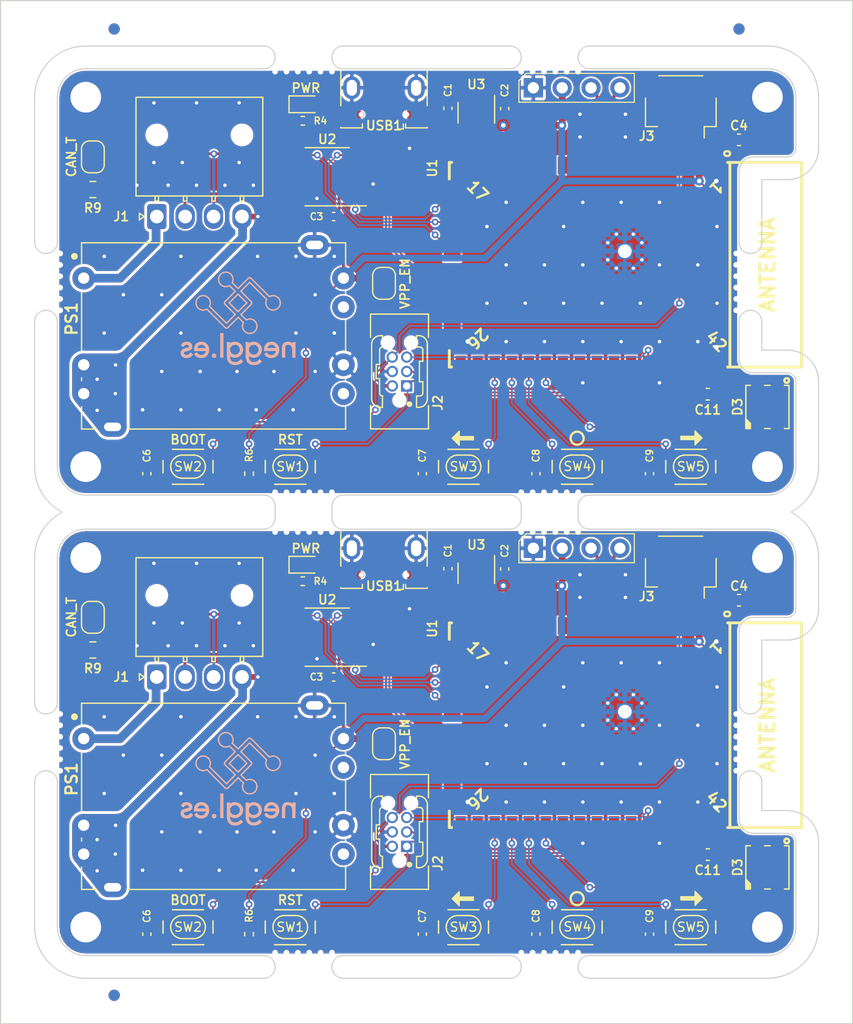
<source format=kicad_pcb>
(kicad_pcb (version 20171130) (host pcbnew 5.1.5+dfsg1-2build2)
  (layers (0 F.Cu signal) (31 B.Cu signal) (34 B.Paste user) (35 F.Paste user) (36 B.SilkS user) (37 F.SilkS user) (38 B.Mask user) (39 F.Mask user) (44 Edge.Cuts user))
  (net 0 "")
  (net 1 Board_1-Board_1-+3V3)
  (net 2 Board_1-Board_1-+48V)
  (net 3 Board_1-Board_1-/CAN+)
  (net 4 Board_1-Board_1-/CAN-)
  (net 5 Board_1-Board_1-/CAN_RX)
  (net 6 Board_1-Board_1-/CAN_TX)
  (net 7 Board_1-Board_1-/LED_D)
  (net 8 Board_1-Board_1-/MTCK)
  (net 9 Board_1-Board_1-/MTDI)
  (net 10 Board_1-Board_1-/MTDO)
  (net 11 Board_1-Board_1-/MTMS)
  (net 12 Board_1-Board_1-/OLED_SCL)
  (net 13 Board_1-Board_1-/OLED_SDA)
  (net 14 Board_1-Board_1-/QW_SCL)
  (net 15 Board_1-Board_1-/QW_SDA)
  (net 16 Board_1-Board_1-/U0RXD)
  (net 17 Board_1-Board_1-/U0TXD)
  (net 18 Board_1-Board_1-/U1RX0)
  (net 19 Board_1-Board_1-/USB_D+)
  (net 20 Board_1-Board_1-/USB_D-)
  (net 21 Board_1-Board_1-/USB_ID)
  (net 22 Board_1-Board_1-/VBUS)
  (net 23 Board_1-Board_1-/VDD_SPI)
  (net 24 Board_1-Board_1-/VPP)
  (net 25 Board_1-Board_1-/xPSRAM_CS)
  (net 26 Board_1-Board_1-/~BOOT)
  (net 27 Board_1-Board_1-/~CAN_EN)
  (net 28 Board_1-Board_1-/~DFU)
  (net 29 Board_1-Board_1-/~RST)
  (net 30 Board_1-Board_1-/~SW_L)
  (net 31 Board_1-Board_1-/~SW_R)
  (net 32 Board_1-Board_1-/~SW_S)
  (net 33 Board_1-Board_1-GND)
  (net 34 Board_1-Board_1-GNDPWR)
  (net 35 "Board_1-Board_1-Net-(D2-Pad1)")
  (net 36 "Board_1-Board_1-Net-(D3-Pad1)")
  (net 37 "Board_1-Board_1-Net-(JP2-Pad1)")
  (net 38 "Board_1-Board_1-Net-(PS1-Pad4)")
  (net 39 "Board_1-Board_1-Net-(PS1-Pad6)")
  (net 40 "Board_1-Board_1-Net-(U1-Pad10)")
  (net 41 "Board_1-Board_1-Net-(U1-Pad11)")
  (net 42 "Board_1-Board_1-Net-(U1-Pad12)")
  (net 43 "Board_1-Board_1-Net-(U1-Pad13)")
  (net 44 "Board_1-Board_1-Net-(U1-Pad14)")
  (net 45 "Board_1-Board_1-Net-(U1-Pad15)")
  (net 46 "Board_1-Board_1-Net-(U1-Pad16)")
  (net 47 "Board_1-Board_1-Net-(U1-Pad17)")
  (net 48 "Board_1-Board_1-Net-(U1-Pad24)")
  (net 49 "Board_1-Board_1-Net-(U1-Pad27)")
  (net 50 "Board_1-Board_1-Net-(U1-Pad28)")
  (net 51 "Board_1-Board_1-Net-(U1-Pad6)")
  (net 52 "Board_1-Board_1-Net-(U1-Pad9)")
  (net 53 "Board_1-Board_1-Net-(U3-Pad4)")
  (net 54 Board_2-Board_1-+3V3)
  (net 55 Board_2-Board_1-+48V)
  (net 56 Board_2-Board_1-/CAN+)
  (net 57 Board_2-Board_1-/CAN-)
  (net 58 Board_2-Board_1-/CAN_RX)
  (net 59 Board_2-Board_1-/CAN_TX)
  (net 60 Board_2-Board_1-/LED_D)
  (net 61 Board_2-Board_1-/MTCK)
  (net 62 Board_2-Board_1-/MTDI)
  (net 63 Board_2-Board_1-/MTDO)
  (net 64 Board_2-Board_1-/MTMS)
  (net 65 Board_2-Board_1-/OLED_SCL)
  (net 66 Board_2-Board_1-/OLED_SDA)
  (net 67 Board_2-Board_1-/QW_SCL)
  (net 68 Board_2-Board_1-/QW_SDA)
  (net 69 Board_2-Board_1-/U0RXD)
  (net 70 Board_2-Board_1-/U0TXD)
  (net 71 Board_2-Board_1-/U1RX0)
  (net 72 Board_2-Board_1-/USB_D+)
  (net 73 Board_2-Board_1-/USB_D-)
  (net 74 Board_2-Board_1-/USB_ID)
  (net 75 Board_2-Board_1-/VBUS)
  (net 76 Board_2-Board_1-/VDD_SPI)
  (net 77 Board_2-Board_1-/VPP)
  (net 78 Board_2-Board_1-/xPSRAM_CS)
  (net 79 Board_2-Board_1-/~BOOT)
  (net 80 Board_2-Board_1-/~CAN_EN)
  (net 81 Board_2-Board_1-/~DFU)
  (net 82 Board_2-Board_1-/~RST)
  (net 83 Board_2-Board_1-/~SW_L)
  (net 84 Board_2-Board_1-/~SW_R)
  (net 85 Board_2-Board_1-/~SW_S)
  (net 86 Board_2-Board_1-GND)
  (net 87 Board_2-Board_1-GNDPWR)
  (net 88 "Board_2-Board_1-Net-(D2-Pad1)")
  (net 89 "Board_2-Board_1-Net-(D3-Pad1)")
  (net 90 "Board_2-Board_1-Net-(JP2-Pad1)")
  (net 91 "Board_2-Board_1-Net-(PS1-Pad4)")
  (net 92 "Board_2-Board_1-Net-(PS1-Pad6)")
  (net 93 "Board_2-Board_1-Net-(U1-Pad10)")
  (net 94 "Board_2-Board_1-Net-(U1-Pad11)")
  (net 95 "Board_2-Board_1-Net-(U1-Pad12)")
  (net 96 "Board_2-Board_1-Net-(U1-Pad13)")
  (net 97 "Board_2-Board_1-Net-(U1-Pad14)")
  (net 98 "Board_2-Board_1-Net-(U1-Pad15)")
  (net 99 "Board_2-Board_1-Net-(U1-Pad16)")
  (net 100 "Board_2-Board_1-Net-(U1-Pad17)")
  (net 101 "Board_2-Board_1-Net-(U1-Pad24)")
  (net 102 "Board_2-Board_1-Net-(U1-Pad27)")
  (net 103 "Board_2-Board_1-Net-(U1-Pad28)")
  (net 104 "Board_2-Board_1-Net-(U1-Pad6)")
  (net 105 "Board_2-Board_1-Net-(U1-Pad9)")
  (net 106 "Board_2-Board_1-Net-(U3-Pad4)")
  (module NPTH (layer F.Cu) (at 109.753 111.753028)
    (fp_text reference REF** hide)
    (fp_text value NPTH hide)
    (pad "" np_thru_hole circle (at 0 0) (size 0.5 0.5) (drill 0.5) (layers *.Cu))
  )
  (module NPTH (layer F.Cu) (at 109.753 110.753028)
    (fp_text reference REF** hide)
    (fp_text value NPTH hide)
    (pad "" np_thru_hole circle (at 0 0) (size 0.5 0.5) (drill 0.5) (layers *.Cu))
  )
  (module NPTH (layer F.Cu) (at 109.753 109.753028)
    (fp_text reference REF** hide)
    (fp_text value NPTH hide)
    (pad "" np_thru_hole circle (at 0 0) (size 0.5 0.5) (drill 0.5) (layers *.Cu))
  )
  (module NPTH (layer F.Cu) (at 109.753 108.753028)
    (fp_text reference REF** hide)
    (fp_text value NPTH hide)
    (pad "" np_thru_hole circle (at 0 0) (size 0.5 0.5) (drill 0.5) (layers *.Cu))
  )
  (module NPTH (layer F.Cu) (at 109.753 107.753028)
    (fp_text reference REF** hide)
    (fp_text value NPTH hide)
    (pad "" np_thru_hole circle (at 0 0) (size 0.5 0.5) (drill 0.5) (layers *.Cu))
  )
  (module NPTH (layer F.Cu) (at 109.753 106.753028)
    (fp_text reference REF** hide)
    (fp_text value NPTH hide)
    (pad "" np_thru_hole circle (at 0 0) (size 0.5 0.5) (drill 0.5) (layers *.Cu))
  )
  (module NPTH (layer F.Cu) (at 50.249 106.753028)
    (fp_text reference REF** hide)
    (fp_text value NPTH hide)
    (pad "" np_thru_hole circle (at 0 0) (size 0.5 0.5) (drill 0.5) (layers *.Cu))
  )
  (module NPTH (layer F.Cu) (at 50.249 107.753028)
    (fp_text reference REF** hide)
    (fp_text value NPTH hide)
    (pad "" np_thru_hole circle (at 0 0) (size 0.5 0.5) (drill 0.5) (layers *.Cu))
  )
  (module NPTH (layer F.Cu) (at 50.249 108.753028)
    (fp_text reference REF** hide)
    (fp_text value NPTH hide)
    (pad "" np_thru_hole circle (at 0 0) (size 0.5 0.5) (drill 0.5) (layers *.Cu))
  )
  (module NPTH (layer F.Cu) (at 50.249 109.753028)
    (fp_text reference REF** hide)
    (fp_text value NPTH hide)
    (pad "" np_thru_hole circle (at 0 0) (size 0.5 0.5) (drill 0.5) (layers *.Cu))
  )
  (module NPTH (layer F.Cu) (at 50.249 110.753028)
    (fp_text reference REF** hide)
    (fp_text value NPTH hide)
    (pad "" np_thru_hole circle (at 0 0) (size 0.5 0.5) (drill 0.5) (layers *.Cu))
  )
  (module NPTH (layer F.Cu) (at 50.249 111.753028)
    (fp_text reference REF** hide)
    (fp_text value NPTH hide)
    (pad "" np_thru_hole circle (at 0 0) (size 0.5 0.5) (drill 0.5) (layers *.Cu))
  )
  (module NPTH (layer F.Cu) (at 109.753 71.251009)
    (fp_text reference REF** hide)
    (fp_text value NPTH hide)
    (pad "" np_thru_hole circle (at 0 0) (size 0.5 0.5) (drill 0.5) (layers *.Cu))
  )
  (module NPTH (layer F.Cu) (at 109.753 70.251009)
    (fp_text reference REF** hide)
    (fp_text value NPTH hide)
    (pad "" np_thru_hole circle (at 0 0) (size 0.5 0.5) (drill 0.5) (layers *.Cu))
  )
  (module NPTH (layer F.Cu) (at 109.753 69.251009)
    (fp_text reference REF** hide)
    (fp_text value NPTH hide)
    (pad "" np_thru_hole circle (at 0 0) (size 0.5 0.5) (drill 0.5) (layers *.Cu))
  )
  (module NPTH (layer F.Cu) (at 109.753 68.251009)
    (fp_text reference REF** hide)
    (fp_text value NPTH hide)
    (pad "" np_thru_hole circle (at 0 0) (size 0.5 0.5) (drill 0.5) (layers *.Cu))
  )
  (module NPTH (layer F.Cu) (at 109.753 67.251009)
    (fp_text reference REF** hide)
    (fp_text value NPTH hide)
    (pad "" np_thru_hole circle (at 0 0) (size 0.5 0.5) (drill 0.5) (layers *.Cu))
  )
  (module NPTH (layer F.Cu) (at 109.753 66.251009)
    (fp_text reference REF** hide)
    (fp_text value NPTH hide)
    (pad "" np_thru_hole circle (at 0 0) (size 0.5 0.5) (drill 0.5) (layers *.Cu))
  )
  (module NPTH (layer F.Cu) (at 50.249 66.251009)
    (fp_text reference REF** hide)
    (fp_text value NPTH hide)
    (pad "" np_thru_hole circle (at 0 0) (size 0.5 0.5) (drill 0.5) (layers *.Cu))
  )
  (module NPTH (layer F.Cu) (at 50.249 67.251009)
    (fp_text reference REF** hide)
    (fp_text value NPTH hide)
    (pad "" np_thru_hole circle (at 0 0) (size 0.5 0.5) (drill 0.5) (layers *.Cu))
  )
  (module NPTH (layer F.Cu) (at 50.249 68.251009)
    (fp_text reference REF** hide)
    (fp_text value NPTH hide)
    (pad "" np_thru_hole circle (at 0 0) (size 0.5 0.5) (drill 0.5) (layers *.Cu))
  )
  (module NPTH (layer F.Cu) (at 50.249 69.251009)
    (fp_text reference REF** hide)
    (fp_text value NPTH hide)
    (pad "" np_thru_hole circle (at 0 0) (size 0.5 0.5) (drill 0.5) (layers *.Cu))
  )
  (module NPTH (layer F.Cu) (at 50.249 70.251009)
    (fp_text reference REF** hide)
    (fp_text value NPTH hide)
    (pad "" np_thru_hole circle (at 0 0) (size 0.5 0.5) (drill 0.5) (layers *.Cu))
  )
  (module NPTH (layer F.Cu) (at 50.249 71.251009)
    (fp_text reference REF** hide)
    (fp_text value NPTH hide)
    (pad "" np_thru_hole circle (at 0 0) (size 0.5 0.5) (drill 0.5) (layers *.Cu))
  )
  (module NPTH (layer F.Cu) (at 90.834752 127.755)
    (fp_text reference REF** hide)
    (fp_text value NPTH hide)
    (pad "" np_thru_hole circle (at 0 0) (size 0.5 0.5) (drill 0.5) (layers *.Cu))
  )
  (module NPTH (layer F.Cu) (at 91.834752 127.755)
    (fp_text reference REF** hide)
    (fp_text value NPTH hide)
    (pad "" np_thru_hole circle (at 0 0) (size 0.5 0.5) (drill 0.5) (layers *.Cu))
  )
  (module NPTH (layer F.Cu) (at 92.834752 127.755)
    (fp_text reference REF** hide)
    (fp_text value NPTH hide)
    (pad "" np_thru_hole circle (at 0 0) (size 0.5 0.5) (drill 0.5) (layers *.Cu))
  )
  (module NPTH (layer F.Cu) (at 93.834752 127.755)
    (fp_text reference REF** hide)
    (fp_text value NPTH hide)
    (pad "" np_thru_hole circle (at 0 0) (size 0.5 0.5) (drill 0.5) (layers *.Cu))
  )
  (module NPTH (layer F.Cu) (at 94.834752 127.755)
    (fp_text reference REF** hide)
    (fp_text value NPTH hide)
    (pad "" np_thru_hole circle (at 0 0) (size 0.5 0.5) (drill 0.5) (layers *.Cu))
  )
  (module NPTH (layer F.Cu) (at 95.834752 127.755)
    (fp_text reference REF** hide)
    (fp_text value NPTH hide)
    (pad "" np_thru_hole circle (at 0 0) (size 0.5 0.5) (drill 0.5) (layers *.Cu))
  )
  (module NPTH (layer F.Cu) (at 69.167376 127.755)
    (fp_text reference REF** hide)
    (fp_text value NPTH hide)
    (pad "" np_thru_hole circle (at 0 0) (size 0.5 0.5) (drill 0.5) (layers *.Cu))
  )
  (module NPTH (layer F.Cu) (at 70.167376 127.755)
    (fp_text reference REF** hide)
    (fp_text value NPTH hide)
    (pad "" np_thru_hole circle (at 0 0) (size 0.5 0.5) (drill 0.5) (layers *.Cu))
  )
  (module NPTH (layer F.Cu) (at 71.167376 127.755)
    (fp_text reference REF** hide)
    (fp_text value NPTH hide)
    (pad "" np_thru_hole circle (at 0 0) (size 0.5 0.5) (drill 0.5) (layers *.Cu))
  )
  (module NPTH (layer F.Cu) (at 72.167376 127.755)
    (fp_text reference REF** hide)
    (fp_text value NPTH hide)
    (pad "" np_thru_hole circle (at 0 0) (size 0.5 0.5) (drill 0.5) (layers *.Cu))
  )
  (module NPTH (layer F.Cu) (at 73.167376 127.755)
    (fp_text reference REF** hide)
    (fp_text value NPTH hide)
    (pad "" np_thru_hole circle (at 0 0) (size 0.5 0.5) (drill 0.5) (layers *.Cu))
  )
  (module NPTH (layer F.Cu) (at 74.167376 127.755)
    (fp_text reference REF** hide)
    (fp_text value NPTH hide)
    (pad "" np_thru_hole circle (at 0 0) (size 0.5 0.5) (drill 0.5) (layers *.Cu))
  )
  (module NPTH (layer F.Cu) (at 95.834752 90.751)
    (fp_text reference REF** hide)
    (fp_text value NPTH hide)
    (pad "" np_thru_hole circle (at 0 0) (size 0.5 0.5) (drill 0.5) (layers *.Cu))
  )
  (module NPTH (layer F.Cu) (at 94.834752 90.751)
    (fp_text reference REF** hide)
    (fp_text value NPTH hide)
    (pad "" np_thru_hole circle (at 0 0) (size 0.5 0.5) (drill 0.5) (layers *.Cu))
  )
  (module NPTH (layer F.Cu) (at 93.834752 90.751)
    (fp_text reference REF** hide)
    (fp_text value NPTH hide)
    (pad "" np_thru_hole circle (at 0 0) (size 0.5 0.5) (drill 0.5) (layers *.Cu))
  )
  (module NPTH (layer F.Cu) (at 92.834752 90.751)
    (fp_text reference REF** hide)
    (fp_text value NPTH hide)
    (pad "" np_thru_hole circle (at 0 0) (size 0.5 0.5) (drill 0.5) (layers *.Cu))
  )
  (module NPTH (layer F.Cu) (at 91.834752 90.751)
    (fp_text reference REF** hide)
    (fp_text value NPTH hide)
    (pad "" np_thru_hole circle (at 0 0) (size 0.5 0.5) (drill 0.5) (layers *.Cu))
  )
  (module NPTH (layer F.Cu) (at 90.834752 90.751)
    (fp_text reference REF** hide)
    (fp_text value NPTH hide)
    (pad "" np_thru_hole circle (at 0 0) (size 0.5 0.5) (drill 0.5) (layers *.Cu))
  )
  (module NPTH (layer F.Cu) (at 74.167376 90.751)
    (fp_text reference REF** hide)
    (fp_text value NPTH hide)
    (pad "" np_thru_hole circle (at 0 0) (size 0.5 0.5) (drill 0.5) (layers *.Cu))
  )
  (module NPTH (layer F.Cu) (at 73.167376 90.751)
    (fp_text reference REF** hide)
    (fp_text value NPTH hide)
    (pad "" np_thru_hole circle (at 0 0) (size 0.5 0.5) (drill 0.5) (layers *.Cu))
  )
  (module NPTH (layer F.Cu) (at 72.167376 90.751)
    (fp_text reference REF** hide)
    (fp_text value NPTH hide)
    (pad "" np_thru_hole circle (at 0 0) (size 0.5 0.5) (drill 0.5) (layers *.Cu))
  )
  (module NPTH (layer F.Cu) (at 71.167376 90.751)
    (fp_text reference REF** hide)
    (fp_text value NPTH hide)
    (pad "" np_thru_hole circle (at 0 0) (size 0.5 0.5) (drill 0.5) (layers *.Cu))
  )
  (module NPTH (layer F.Cu) (at 70.167376 90.751)
    (fp_text reference REF** hide)
    (fp_text value NPTH hide)
    (pad "" np_thru_hole circle (at 0 0) (size 0.5 0.5) (drill 0.5) (layers *.Cu))
  )
  (module NPTH (layer F.Cu) (at 69.167376 90.751)
    (fp_text reference REF** hide)
    (fp_text value NPTH hide)
    (pad "" np_thru_hole circle (at 0 0) (size 0.5 0.5) (drill 0.5) (layers *.Cu))
  )
  (module NPTH (layer F.Cu) (at 90.834752 87.253)
    (fp_text reference REF** hide)
    (fp_text value NPTH hide)
    (pad "" np_thru_hole circle (at 0 0) (size 0.5 0.5) (drill 0.5) (layers *.Cu))
  )
  (module NPTH (layer F.Cu) (at 91.834752 87.253)
    (fp_text reference REF** hide)
    (fp_text value NPTH hide)
    (pad "" np_thru_hole circle (at 0 0) (size 0.5 0.5) (drill 0.5) (layers *.Cu))
  )
  (module NPTH (layer F.Cu) (at 92.834752 87.253)
    (fp_text reference REF** hide)
    (fp_text value NPTH hide)
    (pad "" np_thru_hole circle (at 0 0) (size 0.5 0.5) (drill 0.5) (layers *.Cu))
  )
  (module NPTH (layer F.Cu) (at 93.834752 87.253)
    (fp_text reference REF** hide)
    (fp_text value NPTH hide)
    (pad "" np_thru_hole circle (at 0 0) (size 0.5 0.5) (drill 0.5) (layers *.Cu))
  )
  (module NPTH (layer F.Cu) (at 94.834752 87.253)
    (fp_text reference REF** hide)
    (fp_text value NPTH hide)
    (pad "" np_thru_hole circle (at 0 0) (size 0.5 0.5) (drill 0.5) (layers *.Cu))
  )
  (module NPTH (layer F.Cu) (at 95.834752 87.253)
    (fp_text reference REF** hide)
    (fp_text value NPTH hide)
    (pad "" np_thru_hole circle (at 0 0) (size 0.5 0.5) (drill 0.5) (layers *.Cu))
  )
  (module NPTH (layer F.Cu) (at 69.167376 87.253)
    (fp_text reference REF** hide)
    (fp_text value NPTH hide)
    (pad "" np_thru_hole circle (at 0 0) (size 0.5 0.5) (drill 0.5) (layers *.Cu))
  )
  (module NPTH (layer F.Cu) (at 70.167376 87.253)
    (fp_text reference REF** hide)
    (fp_text value NPTH hide)
    (pad "" np_thru_hole circle (at 0 0) (size 0.5 0.5) (drill 0.5) (layers *.Cu))
  )
  (module NPTH (layer F.Cu) (at 71.167376 87.253)
    (fp_text reference REF** hide)
    (fp_text value NPTH hide)
    (pad "" np_thru_hole circle (at 0 0) (size 0.5 0.5) (drill 0.5) (layers *.Cu))
  )
  (module NPTH (layer F.Cu) (at 72.167376 87.253)
    (fp_text reference REF** hide)
    (fp_text value NPTH hide)
    (pad "" np_thru_hole circle (at 0 0) (size 0.5 0.5) (drill 0.5) (layers *.Cu))
  )
  (module NPTH (layer F.Cu) (at 73.167376 87.253)
    (fp_text reference REF** hide)
    (fp_text value NPTH hide)
    (pad "" np_thru_hole circle (at 0 0) (size 0.5 0.5) (drill 0.5) (layers *.Cu))
  )
  (module NPTH (layer F.Cu) (at 74.167376 87.253)
    (fp_text reference REF** hide)
    (fp_text value NPTH hide)
    (pad "" np_thru_hole circle (at 0 0) (size 0.5 0.5) (drill 0.5) (layers *.Cu))
  )
  (module NPTH (layer F.Cu) (at 95.834752 50.249)
    (fp_text reference REF** hide)
    (fp_text value NPTH hide)
    (pad "" np_thru_hole circle (at 0 0) (size 0.5 0.5) (drill 0.5) (layers *.Cu))
  )
  (module NPTH (layer F.Cu) (at 94.834752 50.249)
    (fp_text reference REF** hide)
    (fp_text value NPTH hide)
    (pad "" np_thru_hole circle (at 0 0) (size 0.5 0.5) (drill 0.5) (layers *.Cu))
  )
  (module NPTH (layer F.Cu) (at 93.834752 50.249)
    (fp_text reference REF** hide)
    (fp_text value NPTH hide)
    (pad "" np_thru_hole circle (at 0 0) (size 0.5 0.5) (drill 0.5) (layers *.Cu))
  )
  (module NPTH (layer F.Cu) (at 92.834752 50.249)
    (fp_text reference REF** hide)
    (fp_text value NPTH hide)
    (pad "" np_thru_hole circle (at 0 0) (size 0.5 0.5) (drill 0.5) (layers *.Cu))
  )
  (module NPTH (layer F.Cu) (at 91.834752 50.249)
    (fp_text reference REF** hide)
    (fp_text value NPTH hide)
    (pad "" np_thru_hole circle (at 0 0) (size 0.5 0.5) (drill 0.5) (layers *.Cu))
  )
  (module NPTH (layer F.Cu) (at 90.834752 50.249)
    (fp_text reference REF** hide)
    (fp_text value NPTH hide)
    (pad "" np_thru_hole circle (at 0 0) (size 0.5 0.5) (drill 0.5) (layers *.Cu))
  )
  (module NPTH (layer F.Cu) (at 74.167376 50.249)
    (fp_text reference REF** hide)
    (fp_text value NPTH hide)
    (pad "" np_thru_hole circle (at 0 0) (size 0.5 0.5) (drill 0.5) (layers *.Cu))
  )
  (module NPTH (layer F.Cu) (at 73.167376 50.249)
    (fp_text reference REF** hide)
    (fp_text value NPTH hide)
    (pad "" np_thru_hole circle (at 0 0) (size 0.5 0.5) (drill 0.5) (layers *.Cu))
  )
  (module NPTH (layer F.Cu) (at 72.167376 50.249)
    (fp_text reference REF** hide)
    (fp_text value NPTH hide)
    (pad "" np_thru_hole circle (at 0 0) (size 0.5 0.5) (drill 0.5) (layers *.Cu))
  )
  (module NPTH (layer F.Cu) (at 71.167376 50.249)
    (fp_text reference REF** hide)
    (fp_text value NPTH hide)
    (pad "" np_thru_hole circle (at 0 0) (size 0.5 0.5) (drill 0.5) (layers *.Cu))
  )
  (module NPTH (layer F.Cu) (at 70.167376 50.249)
    (fp_text reference REF** hide)
    (fp_text value NPTH hide)
    (pad "" np_thru_hole circle (at 0 0) (size 0.5 0.5) (drill 0.5) (layers *.Cu))
  )
  (module NPTH (layer F.Cu) (at 69.167376 50.249)
    (fp_text reference REF** hide)
    (fp_text value NPTH hide)
    (pad "" np_thru_hole circle (at 0 0) (size 0.5 0.5) (drill 0.5) (layers *.Cu))
  )
  (module NPTH (layer F.Cu) (at 50.001065 131.502019)
    (fp_text reference REF** hide)
    (fp_text value NPTH hide)
    (pad "" np_thru_hole circle (at 0 0) (size 1.5 1.5) (drill 1.5) (layers *.Cu))
  )
  (module NPTH (layer F.Cu) (at 115.001064 46.502019)
    (fp_text reference REF** hide)
    (fp_text value NPTH hide)
    (pad "" np_thru_hole circle (at 0 0) (size 1.5 1.5) (drill 1.5) (layers *.Cu))
  )
  (module NPTH (layer F.Cu) (at 50.001065 46.502019)
    (fp_text reference REF** hide)
    (fp_text value NPTH hide)
    (pad "" np_thru_hole circle (at 0 0) (size 1.5 1.5) (drill 1.5) (layers *.Cu))
  )
  (module Fiducial (layer B.Cu) (at 55.001065 131.502019)
    (fp_text reference REF** hide)
    (fp_text value Fiducial hide)
    (pad "" smd circle (at 0 0) (size 1 1) (layers B.Cu B.Mask) (clearance 0.5))
  )
  (module Fiducial (layer F.Cu) (at 55.001065 131.502019)
    (fp_text reference REF** hide)
    (fp_text value Fiducial hide)
    (pad "" smd circle (at 0 0) (size 1 1) (layers F.Cu F.Mask) (clearance 0.5))
  )
  (module Fiducial (layer B.Cu) (at 110.001064 46.502019)
    (fp_text reference REF** hide)
    (fp_text value Fiducial hide)
    (pad "" smd circle (at 0 0) (size 1 1) (layers B.Cu B.Mask) (clearance 0.5))
  )
  (module Fiducial (layer F.Cu) (at 110.001064 46.502019)
    (fp_text reference REF** hide)
    (fp_text value Fiducial hide)
    (pad "" smd circle (at 0 0) (size 1 1) (layers F.Cu F.Mask) (clearance 0.5))
  )
  (module Fiducial (layer B.Cu) (at 55.001065 46.502019)
    (fp_text reference REF** hide)
    (fp_text value Fiducial hide)
    (pad "" smd circle (at 0 0) (size 1 1) (layers B.Cu B.Mask) (clearance 0.5))
  )
  (module Fiducial (layer F.Cu) (at 55.001065 46.502019)
    (fp_text reference REF** hide)
    (fp_text value Fiducial hide)
    (pad "" smd circle (at 0 0) (size 1 1) (layers F.Cu F.Mask) (clearance 0.5))
  )
  (module 41-EasyEDA-Edits:MICRO-USB-SMD_U254-051T-4BH83-F1S_C397452 (layer F.Cu) (at 78.751001 92.50302 180)
    (fp_text reference USB1 (at 0 -3) (layer F.SilkS) (effects (font (size 0.8 0.8) (thickness 0.1524))))
    (fp_text value USB)
    (pad 1 smd rect (at -1.3 -2.325 180) (size 0.4 1.4) (layers F.Cu F.Paste F.Mask) (net 75 Board_2-Board_1-/VBUS))
    (pad 2 smd rect (at -0.65 -2.325 180) (size 0.4 1.4) (layers F.Cu F.Paste F.Mask) (net 73 Board_2-Board_1-/USB_D-))
    (pad 3 smd rect (at 0 -2.325 180) (size 0.4 1.4) (layers F.Cu F.Paste F.Mask) (net 72 Board_2-Board_1-/USB_D+))
    (pad 4 smd rect (at 0.65 -2.325 180) (size 0.4 1.4) (layers F.Cu F.Paste F.Mask) (net 74 Board_2-Board_1-/USB_ID))
    (pad 5 smd rect (at 1.3 -2.325 180) (size 0.4 1.4) (layers F.Cu F.Paste F.Mask) (net 86 Board_2-Board_1-GND))
    (pad 6 smd rect (at 3.1 -2.225 270) (size 1.6 2.1) (layers F.Cu F.Paste F.Mask) (net 86 Board_2-Board_1-GND))
    (pad 6 smd rect (at -3.1 -2.225 270) (size 1.6 2.1) (layers F.Cu F.Paste F.Mask) (net 86 Board_2-Board_1-GND))
    (pad 6 thru_hole oval (at -2.83 0.325) (size 1.5 2) (drill oval 0.9 1.4) (layers *.Cu *.Paste *.Mask) (net 86 Board_2-Board_1-GND))
    (pad 6 thru_hole oval (at 2.83 0.325 180) (size 1.5 2) (drill oval 0.9 1.4) (layers *.Cu *.Paste *.Mask) (net 86 Board_2-Board_1-GND))
    (pad "" np_thru_hole circle (at 2 -2.025 180) (size 0.5 0.5) (drill 0.45) (layers *.Cu *.Mask))
    (pad "" np_thru_hole circle (at -2 -2.025 180) (size 0.45 0.45) (drill 0.45) (layers *.Cu *.Mask))
  )
  (module 11-My-Edits:Molex_Nano-Fit_105313-xx04_1x04_P2.50mm_Horizontal_3D (layer F.Cu) (at 62.501001 103.50302)
    (fp_text reference J1 (at -6.875 0 180) (layer F.SilkS) (effects (font (size 0.8 0.8) (thickness 0.1524))))
    (fp_text value CANBUS)
    (pad "" np_thru_hole circle (at 3.75 -7.18 90) (size 1.7 1.7) (drill 1.7) (layers *.Cu *.Mask))
    (pad "" np_thru_hole circle (at -3.75 -7.18 90) (size 1.7 1.7) (drill 1.7) (layers *.Cu *.Mask))
    (pad 4 thru_hole oval (at 3.75 0 90) (size 2.2 1.7) (drill 1.2) (layers *.Cu *.Mask) (net 87 Board_2-Board_1-GNDPWR))
    (pad 3 thru_hole oval (at 1.25 0 90) (size 2.2 1.7) (drill 1.2) (layers *.Cu *.Mask) (net 57 Board_2-Board_1-/CAN-))
    (pad 2 thru_hole oval (at -1.25 0 90) (size 2.2 1.7) (drill 1.2) (layers *.Cu *.Mask) (net 56 Board_2-Board_1-/CAN+))
    (pad 1 thru_hole roundrect (at -3.75 0 90) (size 2.2 1.7) (drill 1.2) (layers *.Cu *.Mask) (roundrect_rratio 0.147059) (net 55 Board_2-Board_1-+48V))
  )
  (module NetTie:NetTie-2_SMD_Pad0.5mm (layer F.Cu) (at 67.151001 103.50302)
    (fp_text reference NT1 hide)
    (fp_text value GND_TIE)
    (fp_poly (pts (xy -0.5 -0.25) (xy 0.5 -0.25) (xy 0.5 0.25) (xy -0.5 0.25)) (layer F.Cu) (width 0))
    (pad 2 smd circle (at 0.5 0) (size 0.5 0.5) (layers F.Cu) (net 86 Board_2-Board_1-GND) (clearance 0.001))
    (pad 1 smd circle (at -0.5 0) (size 0.5 0.5) (layers F.Cu) (net 87 Board_2-Board_1-GNDPWR))
  )
  (module 11-My-Edits:Gecko-G125_PlusTC2030_IDCBox_2x03_P1.25mm_Vertical_3D (layer F.Cu) (at 80.116001 117.13302 90)
    (fp_text reference J2 (at -2.75 3.375 90) (layer F.SilkS) (effects (font (size 0.8 0.8) (thickness 0.1524))))
    (fp_text value ESP-PROG)
    (pad 3 thru_hole oval (at 0 0.635 180) (size 1 1) (drill 0.65) (layers *.Cu *.Mask) (net 70 Board_2-Board_1-/U0TXD))
    (pad 1 thru_hole rect (at -1.27 0.635 180) (size 1 1) (drill 0.65) (layers *.Cu *.Mask) (net 82 Board_2-Board_1-/~RST))
    (pad 4 thru_hole oval (at 0 -0.635 180) (size 1 1) (drill 0.65) (layers *.Cu *.Mask) (net 86 Board_2-Board_1-GND))
    (pad 5 thru_hole oval (at 1.27 0.635 180) (size 1 1) (drill 0.65) (layers *.Cu *.Mask) (net 69 Board_2-Board_1-/U0RXD))
    (pad 6 thru_hole oval (at 1.27 -0.635 180) (size 1 1) (drill 0.65) (layers *.Cu *.Mask) (net 79 Board_2-Board_1-/~BOOT))
    (pad 2 thru_hole oval (at -1.27 -0.635 180) (size 1 1) (drill 0.65) (layers *.Cu *.Mask) (net 77 Board_2-Board_1-/VPP))
    (pad "" np_thru_hole circle (at -2.54 0 90) (size 0.9906 0.9906) (drill 0.9906) (layers *.Cu *.Mask))
    (pad "" np_thru_hole circle (at 2.54 -1.016 90) (size 0.9906 0.9906) (drill 0.9906) (layers *.Cu *.Mask))
    (pad "" np_thru_hole circle (at 2.54 1.016 90) (size 0.9906 0.9906) (drill 0.9906) (layers *.Cu *.Mask))
  )
  (module Jumper:SolderJumper-2_P1.3mm_Open_RoundedPad1.0x1.5mm (layer F.Cu) (at 78.751001 109.37802 270)
    (fp_text reference JP1)
    (fp_text value VPP_EN (at 0.025 -1.85 90) (layer F.SilkS) (effects (font (size 0.8 0.8) (thickness 0.1524))))
    (pad 2 smd custom (at 0.65 0 270) (size 1 0.5) (layers F.Cu F.Mask) (net 77 Board_2-Board_1-/VPP) (options (clearance outline) (anchor rect)) (primitives (gr_circle (center 0 0.25) (end 0.5 0.25) (width 0)) (gr_circle (center 0 -0.25) (end 0.5 -0.25) (width 0)) (gr_poly (pts (xy 0 -0.75) (xy -0.5 -0.75) (xy -0.5 0.75) (xy 0 0.75)) (width 0))))
    (pad 1 smd custom (at -0.65 0 270) (size 1 0.5) (layers F.Cu F.Mask) (net 54 Board_2-Board_1-+3V3) (options (clearance outline) (anchor rect)) (primitives (gr_circle (center 0 0.25) (end 0.5 0.25) (width 0)) (gr_circle (center 0 -0.25) (end 0.5 -0.25) (width 0)) (gr_poly (pts (xy 0 -0.75) (xy 0.5 -0.75) (xy 0.5 0.75) (xy 0 0.75)) (width 0))))
  )
  (module 10-My-Footprints:OLED_SSD1315_128x64_1.3_I2C_New_Silhouette_Big3D (layer F.Cu) (at 95.696001 106.87802)
    (fp_text reference I2C1)
    (fp_text value OLED)
    (pad 3 thru_hole oval (at 1.28 -14.7 90) (size 1.7 1.7) (drill 1) (layers *.Cu *.Mask) (net 65 Board_2-Board_1-/OLED_SCL))
    (pad 1 thru_hole rect (at -3.8 -14.7 90) (size 1.7 1.7) (drill 1) (layers *.Cu *.Mask) (net 86 Board_2-Board_1-GND))
    (pad 4 thru_hole oval (at 3.82 -14.7 90) (size 1.7 1.7) (drill 1) (layers *.Cu *.Mask) (net 66 Board_2-Board_1-/OLED_SDA))
    (pad 2 thru_hole oval (at -1.26 -14.7 90) (size 1.7 1.7) (drill 1) (layers *.Cu *.Mask) (net 54 Board_2-Board_1-+3V3))
  )
  (module 10-My-Footprints:JST_SH_SM04B-SRSS-TB_1x04-1MP_P1.00mm_Horizontal_3D (layer F.Cu) (at 104.876001 93.80302 180)
    (fp_text reference J3 (at 3 -2.625) (layer F.SilkS) (effects (font (size 0.8 0.8) (thickness 0.1524))))
    (fp_text value Qwiic)
    (pad MP smd roundrect (at 2.8 1.875 180) (size 1.2 1.8) (layers F.Cu F.Paste F.Mask) (roundrect_rratio 0.208) (net 86 Board_2-Board_1-GND) (thermal_gap 0.2))
    (pad MP smd roundrect (at -2.8 1.875 180) (size 1.2 1.8) (layers F.Cu F.Paste F.Mask) (roundrect_rratio 0.208) (net 86 Board_2-Board_1-GND) (thermal_gap 0.2))
    (pad 4 smd roundrect (at 1.5 -2 180) (size 0.6 1.55) (layers F.Cu F.Paste F.Mask) (net 86 Board_2-Board_1-GND))
    (pad 3 smd roundrect (at 0.5 -2 180) (size 0.6 1.55) (layers F.Cu F.Paste F.Mask) (net 54 Board_2-Board_1-+3V3))
    (pad 2 smd roundrect (at -0.5 -2 180) (size 0.6 1.55) (layers F.Cu F.Paste F.Mask) (net 68 Board_2-Board_1-/QW_SDA))
    (pad 1 smd roundrect (at -1.5 -2 180) (size 0.6 1.55) (layers F.Cu F.Paste F.Mask) (net 67 Board_2-Board_1-/QW_SCL))
  )
  (module 10-My-Footprints:KEY-SMD_4P-L4.2-W3.2-P2.20-LS5.1-TL (layer F.Cu) (at 95.751001 125.50302)
    (fp_text reference SW4 (at 0.025 -0.025 180) (layer F.SilkS) (effects (font (size 0.8 0.8) (thickness 0.12))))
    (fp_text value SEL hide)
    (pad 2 smd rect (at 2.2 1.1) (size 1.2 0.65) (layers F.Cu F.Paste F.Mask) (net 86 Board_2-Board_1-GND))
    (pad 2 smd rect (at -2.2 1.1) (size 1.2 0.65) (layers F.Cu F.Paste F.Mask) (net 86 Board_2-Board_1-GND))
    (pad 1 smd rect (at 2.2 -1.1) (size 1.2 0.65) (layers F.Cu F.Paste F.Mask) (net 85 Board_2-Board_1-/~SW_S))
    (pad 1 smd rect (at -2.2 -1.1) (size 1.2 0.65) (layers F.Cu F.Paste F.Mask) (net 85 Board_2-Board_1-/~SW_S))
  )
  (module Capacitor_SMD:C_0603_1608Metric (layer F.Cu) (at 110.001001 96.75302 180)
    (fp_text reference C4 (at 0 1.25) (layer F.SilkS) (effects (font (size 0.8 0.8) (thickness 0.1524))))
    (fp_text value 22uF)
    (pad 2 smd roundrect (at 0.775 0 180) (size 0.9 0.95) (layers F.Cu F.Paste F.Mask) (net 54 Board_2-Board_1-+3V3))
    (pad 1 smd roundrect (at -0.775 0 180) (size 0.9 0.95) (layers F.Cu F.Paste F.Mask) (net 86 Board_2-Board_1-GND))
  )
  (module 10-My-Footprints:LED_SK6812MINI_PLCC4_3.5x3.5mm_P1.75mm_3D (layer F.Cu) (at 112.501001 120.25302 270)
    (fp_text reference D3 (at 0 2.625 270) (layer F.SilkS) (effects (font (size 0.8 0.8) (thickness 0.1524))))
    (fp_text value SK6812MINI)
    (pad 1 smd rect (at -1.75 -0.875 270) (size 1 0.85) (layers F.Cu F.Paste F.Mask) (net 89 "Board_2-Board_1-Net-(D3-Pad1)"))
    (pad 2 smd rect (at -1.75 0.875 270) (size 1 0.85) (layers F.Cu F.Paste F.Mask) (net 86 Board_2-Board_1-GND))
    (pad 4 smd rect (at 1.75 -0.875 270) (size 1 0.85) (layers F.Cu F.Paste F.Mask) (net 54 Board_2-Board_1-+3V3))
    (pad 3 smd rect (at 1.75 0.875 270) (size 1 0.85) (layers F.Cu F.Paste F.Mask) (net 60 Board_2-Board_1-/LED_D))
  )
  (module 10-My-Footprints:Converter_DCDC_TDK-Lambda_CC3-xxxxxF-E (layer F.Cu) (at 63.751001 114.00302)
    (fp_text reference PS1 (at -12.5 -1.5 270) (layer F.SilkS) (effects (font (thickness 0.2))))
    (fp_text value CC3-4803SF-E)
    (pad MP2 thru_hole oval (at 8.89 -8) (size 2.5 1.75) (drill oval 1.5 0.75) (layers *.Cu *.Mask) (net 86 Board_2-Board_1-GND))
    (pad MP thru_hole oval (at -8.89 8) (size 2.5 1.75) (drill oval 1.5 0.75) (layers *.Cu *.Mask) (net 87 Board_2-Board_1-GNDPWR))
    (pad 4 thru_hole circle (at 11.43 5.08) (size 2 2) (drill 1) (layers *.Cu *.Mask) (net 91 "Board_2-Board_1-Net-(PS1-Pad4)"))
    (pad 5 thru_hole circle (at 11.43 2.54) (size 2 2) (drill 1) (layers *.Cu *.Mask) (net 86 Board_2-Board_1-GND))
    (pad 6 thru_hole circle (at 11.43 -2.54) (size 2 2) (drill 1) (layers *.Cu *.Mask) (net 92 "Board_2-Board_1-Net-(PS1-Pad6)"))
    (pad 7 thru_hole circle (at 11.43 -5.08) (size 2 2) (drill 1) (layers *.Cu *.Mask) (net 54 Board_2-Board_1-+3V3))
    (pad 3 thru_hole circle (at -11.43 5.08) (size 2 2) (drill 1) (layers *.Cu *.Mask) (net 87 Board_2-Board_1-GNDPWR))
    (pad 2 thru_hole circle (at -11.43 2.54) (size 2 2) (drill 1) (layers *.Cu *.Mask) (net 87 Board_2-Board_1-GNDPWR))
    (pad 1 thru_hole circle (at -11.43 -5.08) (size 2 2) (drill 1) (layers *.Cu *.Mask) (net 55 Board_2-Board_1-+48V))
  )
  (module Capacitor_SMD:C_0402_1005Metric (layer F.Cu) (at 92.126001 126.12302 90)
    (fp_text reference C8 (at 0.925 0 90) (layer F.SilkS) (effects (font (size 0.6 0.6) (thickness 0.12)) (justify left)))
    (fp_text value 100nF)
    (pad 2 smd roundrect (at 0.48 0 90) (size 0.56 0.62) (layers F.Cu F.Paste F.Mask) (net 85 Board_2-Board_1-/~SW_S))
    (pad 1 smd roundrect (at -0.48 0 90) (size 0.56 0.62) (layers F.Cu F.Paste F.Mask) (net 86 Board_2-Board_1-GND))
  )
  (module Capacitor_SMD:C_0402_1005Metric (layer F.Cu) (at 89.376001 94.00302 270)
    (fp_text reference C2 (at -0.925 0 90) (layer F.SilkS) (effects (font (size 0.6 0.6) (thickness 0.12)) (justify left)))
    (fp_text value 10uF)
    (pad 2 smd roundrect (at 0.48 0 270) (size 0.56 0.62) (layers F.Cu F.Paste F.Mask) (net 54 Board_2-Board_1-+3V3))
    (pad 1 smd roundrect (at -0.48 0 270) (size 0.56 0.62) (layers F.Cu F.Paste F.Mask) (net 86 Board_2-Board_1-GND))
  )
  (module Capacitor_SMD:C_0402_1005Metric (layer F.Cu) (at 84.376001 93.98302 90)
    (fp_text reference C1 (at 0.93 0 270) (layer F.SilkS) (effects (font (size 0.6 0.6) (thickness 0.12)) (justify left)))
    (fp_text value 10uF)
    (pad 2 smd roundrect (at 0.48 0 90) (size 0.56 0.62) (layers F.Cu F.Paste F.Mask) (net 75 Board_2-Board_1-/VBUS))
    (pad 1 smd roundrect (at -0.48 0 90) (size 0.56 0.62) (layers F.Cu F.Paste F.Mask) (net 86 Board_2-Board_1-GND))
  )
  (module Package_TO_SOT_SMD:SOT-23-5 (layer F.Cu) (at 86.876001 94.37802 270)
    (fp_text reference U3 (at -2.5 0) (layer F.SilkS) (effects (font (size 0.8 0.8) (thickness 0.1524))))
    (fp_text value XC6220B331MR)
    (pad 5 smd rect (at 1.1 -0.95 270) (size 1.06 0.65) (layers F.Cu F.Paste F.Mask) (net 54 Board_2-Board_1-+3V3))
    (pad 4 smd rect (at 1.1 0.95 270) (size 1.06 0.65) (layers F.Cu F.Paste F.Mask) (net 106 "Board_2-Board_1-Net-(U3-Pad4)"))
    (pad 3 smd rect (at -1.1 0.95 270) (size 1.06 0.65) (layers F.Cu F.Paste F.Mask) (net 75 Board_2-Board_1-/VBUS))
    (pad 2 smd rect (at -1.1 0 270) (size 1.06 0.65) (layers F.Cu F.Paste F.Mask) (net 86 Board_2-Board_1-GND))
    (pad 1 smd rect (at -1.1 -0.95 270) (size 1.06 0.65) (layers F.Cu F.Paste F.Mask) (net 75 Board_2-Board_1-/VBUS))
  )
  (module 10-My-Footprints:KEY-SMD_4P-L4.2-W3.2-P2.20-LS5.1-TL (layer F.Cu) (at 61.501001 125.50302)
    (fp_text reference SW2 (at 0 0) (layer F.SilkS) (effects (font (size 0.8 0.8) (thickness 0.12))))
    (fp_text value BOOT (at 0 -2.375) (layer F.SilkS) (effects (font (size 0.8 0.8) (thickness 0.1524))))
    (pad 1 smd rect (at -2.2 -1.1) (size 1.2 0.65) (layers F.Cu F.Paste F.Mask) (net 79 Board_2-Board_1-/~BOOT))
    (pad 1 smd rect (at 2.2 -1.1) (size 1.2 0.65) (layers F.Cu F.Paste F.Mask) (net 79 Board_2-Board_1-/~BOOT))
    (pad 2 smd rect (at -2.2 1.1) (size 1.2 0.65) (layers F.Cu F.Paste F.Mask) (net 86 Board_2-Board_1-GND))
    (pad 2 smd rect (at 2.2 1.1) (size 1.2 0.65) (layers F.Cu F.Paste F.Mask) (net 86 Board_2-Board_1-GND))
  )
  (module 10-My-Footprints:KEY-SMD_4P-L4.2-W3.2-P2.20-LS5.1-TL (layer F.Cu) (at 85.751001 125.50302)
    (fp_text reference SW3 (at 0 0) (layer F.SilkS) (effects (font (size 0.8 0.8) (thickness 0.12))))
    (fp_text value LEFT)
    (pad 1 smd rect (at -2.2 -1.1) (size 1.2 0.65) (layers F.Cu F.Paste F.Mask) (net 83 Board_2-Board_1-/~SW_L))
    (pad 1 smd rect (at 2.2 -1.1) (size 1.2 0.65) (layers F.Cu F.Paste F.Mask) (net 83 Board_2-Board_1-/~SW_L))
    (pad 2 smd rect (at -2.2 1.1) (size 1.2 0.65) (layers F.Cu F.Paste F.Mask) (net 86 Board_2-Board_1-GND))
    (pad 2 smd rect (at 2.2 1.1) (size 1.2 0.65) (layers F.Cu F.Paste F.Mask) (net 86 Board_2-Board_1-GND))
  )
  (module 10-My-Footprints:KEY-SMD_4P-L4.2-W3.2-P2.20-LS5.1-TL (layer F.Cu) (at 70.501001 125.50302)
    (fp_text reference SW1 (at 0 0 180) (layer F.SilkS) (effects (font (size 0.8 0.8) (thickness 0.12))))
    (fp_text value RST (at 0 -2.375) (layer F.SilkS) (effects (font (size 0.8 0.8) (thickness 0.1524))))
    (pad 1 smd rect (at -2.2 -1.1) (size 1.2 0.65) (layers F.Cu F.Paste F.Mask) (net 82 Board_2-Board_1-/~RST))
    (pad 1 smd rect (at 2.2 -1.1) (size 1.2 0.65) (layers F.Cu F.Paste F.Mask) (net 82 Board_2-Board_1-/~RST))
    (pad 2 smd rect (at -2.2 1.1) (size 1.2 0.65) (layers F.Cu F.Paste F.Mask) (net 86 Board_2-Board_1-GND))
    (pad 2 smd rect (at 2.2 1.1) (size 1.2 0.65) (layers F.Cu F.Paste F.Mask) (net 86 Board_2-Board_1-GND))
  )
  (module 10-My-Footprints:KEY-SMD_4P-L4.2-W3.2-P2.20-LS5.1-TL (layer F.Cu) (at 105.751001 125.50302)
    (fp_text reference SW5 (at 0 0) (layer F.SilkS) (effects (font (size 0.8 0.8) (thickness 0.12))))
    (fp_text value RIGHT hide)
    (pad 1 smd rect (at -2.2 -1.1) (size 1.2 0.65) (layers F.Cu F.Paste F.Mask) (net 84 Board_2-Board_1-/~SW_R))
    (pad 1 smd rect (at 2.2 -1.1) (size 1.2 0.65) (layers F.Cu F.Paste F.Mask) (net 84 Board_2-Board_1-/~SW_R))
    (pad 2 smd rect (at -2.2 1.1) (size 1.2 0.65) (layers F.Cu F.Paste F.Mask) (net 86 Board_2-Board_1-GND))
    (pad 2 smd rect (at 2.2 1.1) (size 1.2 0.65) (layers F.Cu F.Paste F.Mask) (net 86 Board_2-Board_1-GND))
  )
  (module Capacitor_SMD:C_0402_1005Metric (layer F.Cu) (at 102.126001 126.12302 90)
    (fp_text reference C9 (at 0.92 0 270) (layer F.SilkS) (effects (font (size 0.6 0.6) (thickness 0.12)) (justify left)))
    (fp_text value 100nF)
    (pad 2 smd roundrect (at 0.48 0 90) (size 0.56 0.62) (layers F.Cu F.Paste F.Mask) (net 84 Board_2-Board_1-/~SW_R))
    (pad 1 smd roundrect (at -0.48 0 90) (size 0.56 0.62) (layers F.Cu F.Paste F.Mask) (net 86 Board_2-Board_1-GND))
  )
  (module Capacitor_SMD:C_0402_1005Metric (layer F.Cu) (at 82.126001 126.12302 90)
    (fp_text reference C7 (at 0.92 0 270) (layer F.SilkS) (effects (font (size 0.6 0.6) (thickness 0.12)) (justify left)))
    (fp_text value 100nF)
    (pad 2 smd roundrect (at 0.48 0 90) (size 0.56 0.62) (layers F.Cu F.Paste F.Mask) (net 83 Board_2-Board_1-/~SW_L))
    (pad 1 smd roundrect (at -0.48 0 90) (size 0.56 0.62) (layers F.Cu F.Paste F.Mask) (net 86 Board_2-Board_1-GND))
  )
  (module Capacitor_SMD:C_0402_1005Metric (layer F.Cu) (at 74.321001 103.50302)
    (fp_text reference C3 (at -1.51 0) (layer F.SilkS) (effects (font (size 0.6 0.6) (thickness 0.12))))
    (fp_text value 10uF)
    (pad 2 smd roundrect (at 0.48 0) (size 0.56 0.62) (layers F.Cu F.Paste F.Mask) (net 54 Board_2-Board_1-+3V3))
    (pad 1 smd roundrect (at -0.48 0) (size 0.56 0.62) (layers F.Cu F.Paste F.Mask) (net 86 Board_2-Board_1-GND))
  )
  (module Resistor_SMD:R_0805_2012Metric_Pad1.15x1.40mm_HandSolder (layer F.Cu) (at 53.126001 101.12802 180)
    (fp_text reference R9 (at 0 -1.625 180) (layer F.SilkS) (effects (font (size 0.8 0.8) (thickness 0.1524))))
    (fp_text value 120R)
    (pad 2 smd roundrect (at 1.025 0 180) (size 1.15 1.4) (layers F.Cu F.Paste F.Mask) (roundrect_rratio 0.217391) (net 90 "Board_2-Board_1-Net-(JP2-Pad1)"))
    (pad 1 smd roundrect (at -1.025 0 180) (size 1.15 1.4) (layers F.Cu F.Paste F.Mask) (roundrect_rratio 0.217391) (net 56 Board_2-Board_1-/CAN+))
  )
  (module Jumper:SolderJumper-2_P1.3mm_Open_RoundedPad1.0x1.5mm (layer F.Cu) (at 53.126001 98.25302 90)
    (fp_text reference JP2 hide)
    (fp_text value CAN_T (at 0 -1.9 270) (layer F.SilkS) (effects (font (size 0.8 0.8) (thickness 0.1524))))
    (pad 1 smd custom (at -0.65 0 90) (size 1 0.5) (layers F.Cu F.Mask) (net 90 "Board_2-Board_1-Net-(JP2-Pad1)") (options (clearance outline) (anchor rect)) (primitives (gr_circle (center 0 0.25) (end 0.5 0.25) (width 0)) (gr_circle (center 0 -0.25) (end 0.5 -0.25) (width 0)) (gr_poly (pts (xy 0 -0.75) (xy 0.5 -0.75) (xy 0.5 0.75) (xy 0 0.75)) (width 0))))
    (pad 2 smd custom (at 0.65 0 90) (size 1 0.5) (layers F.Cu F.Mask) (net 57 Board_2-Board_1-/CAN-) (options (clearance outline) (anchor rect)) (primitives (gr_circle (center 0 0.25) (end 0.5 0.25) (width 0)) (gr_circle (center 0 -0.25) (end 0.5 -0.25) (width 0)) (gr_poly (pts (xy 0 -0.75) (xy -0.5 -0.75) (xy -0.5 0.75) (xy 0 0.75)) (width 0))))
  )
  (module MountingHole:MountingHole_2.7mm_M2.5_ISO7380_Pad_TopBottom (layer F.Cu) (at 112.501001 125.50302 180)
    (fp_text reference H4 hide)
    (fp_text value MP)
    (pad 1 connect circle (at 0 0 180) (size 4.5 4.5) (layers B.Cu B.Mask) (net 86 Board_2-Board_1-GND))
    (pad 1 connect circle (at 0 0 180) (size 4.5 4.5) (layers F.Cu F.Mask) (net 86 Board_2-Board_1-GND))
    (pad 1 thru_hole circle (at 0 0 180) (size 3.1 3.1) (drill 2.7) (layers *.Cu *.Mask) (net 86 Board_2-Board_1-GND))
  )
  (module MountingHole:MountingHole_2.7mm_M2.5_ISO7380_Pad_TopBottom (layer F.Cu) (at 112.501001 93.00302 180)
    (fp_text reference H3 hide)
    (fp_text value MP)
    (pad 1 connect circle (at 0 0 180) (size 4.5 4.5) (layers B.Cu B.Mask) (net 86 Board_2-Board_1-GND))
    (pad 1 connect circle (at 0 0 180) (size 4.5 4.5) (layers F.Cu F.Mask) (net 86 Board_2-Board_1-GND))
    (pad 1 thru_hole circle (at 0 0 180) (size 3.1 3.1) (drill 2.7) (layers *.Cu *.Mask) (net 86 Board_2-Board_1-GND))
  )
  (module MountingHole:MountingHole_2.7mm_M2.5_ISO7380_Pad_TopBottom (layer F.Cu) (at 52.501001 125.50302)
    (fp_text reference H2 hide)
    (fp_text value MP)
    (pad 1 connect circle (at 0 0) (size 4.5 4.5) (layers B.Cu B.Mask) (net 86 Board_2-Board_1-GND))
    (pad 1 connect circle (at 0 0) (size 4.5 4.5) (layers F.Cu F.Mask) (net 86 Board_2-Board_1-GND))
    (pad 1 thru_hole circle (at 0 0) (size 3.1 3.1) (drill 2.7) (layers *.Cu *.Mask) (net 86 Board_2-Board_1-GND))
  )
  (module MountingHole:MountingHole_2.7mm_M2.5_ISO7380_Pad_TopBottom (layer F.Cu) (at 52.501001 93.00302)
    (fp_text reference H1 hide)
    (fp_text value MP)
    (pad 1 connect circle (at 0 0) (size 4.5 4.5) (layers B.Cu B.Mask) (net 86 Board_2-Board_1-GND))
    (pad 1 connect circle (at 0 0) (size 4.5 4.5) (layers F.Cu F.Mask) (net 86 Board_2-Board_1-GND))
    (pad 1 thru_hole circle (at 0 0) (size 3.1 3.1) (drill 2.7) (layers *.Cu *.Mask) (net 86 Board_2-Board_1-GND))
  )
  (module 10-My-Footprints:LED_0603_1608Metric_SnapModel (layer F.Cu) (at 71.876001 93.62802)
    (fp_text reference D2 hide)
    (fp_text value PWR (at 0 -1.425 180) (layer F.SilkS) (effects (font (size 0.8 0.8))))
    (pad 2 smd roundrect (at 0.7875 0) (size 0.875 0.95) (layers F.Cu F.Paste F.Mask) (net 54 Board_2-Board_1-+3V3))
    (pad 1 smd roundrect (at -0.7875 0) (size 0.875 0.95) (layers F.Cu F.Paste F.Mask) (net 88 "Board_2-Board_1-Net-(D2-Pad1)"))
  )
  (module "10-My-Footprints:ESP32-S2-WROVER_and_WROOM(PCB,-I(IPEX))-Universal" (layer F.Cu) (at 100.001001 107.74302 270)
    (fp_text reference U1 (at -8.5 17 270) (layer F.SilkS) (effects (font (size 0.8 0.8) (thickness 0.1524))))
    (fp_text value ESP32-S2-WROVER)
    (fp_text user 17 (at -6.49 13 315 unlocked) (layer F.SilkS) (effects (font (thickness 0.2))))
    (fp_text user o (at -9.779 -8.8646 270) (layer F.SilkS) (effects (font (size 0.762 0.762) (thickness 0.1905))))
    (fp_text user 26 (at 6.51 13 225 unlocked) (layer F.SilkS) (effects (font (thickness 0.2))))
    (fp_text user 42 (at 6.75 -8 315 unlocked) (layer F.SilkS) (effects (font (thickness 0.2))))
    (fp_text user ANTENNA (at 0.01 -12.5 90) (layer F.SilkS) (effects (font (size 1.27 1.27) (thickness 0.254))))
    (fp_text user 1 (at -6.75 -8.001 225 unlocked) (layer F.SilkS) (effects (font (thickness 0.2))))
    (pad 1 smd rect (at -8.75 -8 270) (size 1.5 0.9) (layers F.Cu F.Paste F.Mask) (net 86 Board_2-Board_1-GND))
    (pad 3 smd rect (at -8.75 -5 270) (size 1.5 0.9) (layers F.Cu F.Paste F.Mask) (net 79 Board_2-Board_1-/~BOOT))
    (pad 43 thru_hole rect (at -1.19 0.05 270) (size 1.4 1.4) (drill 1.2) (layers *.Cu *.Mask F.Paste) (net 86 Board_2-Board_1-GND))
    (pad 2 smd rect (at -8.75 -6.5 270) (size 1.5 0.9) (layers F.Cu F.Paste F.Mask) (net 54 Board_2-Board_1-+3V3))
    (pad 43 smd rect (at -1.19 0.05 270) (size 4.1 4.1) (layers F.Cu F.Mask) (net 86 Board_2-Board_1-GND))
    (pad 34 smd rect (at 8.75 4 270) (size 1.5 0.9) (layers F.Cu F.Paste F.Mask) (net 63 Board_2-Board_1-/MTDO))
    (pad 25 smd rect (at 5.25 15.25 270) (size 0.9 1.5) (layers F.Cu F.Paste F.Mask) (net 78 Board_2-Board_1-/xPSRAM_CS))
    (pad 42 smd rect (at 8.75 -8 270) (size 1.5 0.9) (layers F.Cu F.Paste F.Mask) (net 86 Board_2-Board_1-GND))
    (pad 39 smd rect (at 8.75 -3.5 270) (size 1.5 0.9) (layers F.Cu F.Paste F.Mask) (net 76 Board_2-Board_1-/VDD_SPI))
    (pad 14 smd rect (at -8.75 11.5 270) (size 1.5 0.9) (layers F.Cu F.Paste F.Mask) (net 97 "Board_2-Board_1-Net-(U1-Pad14)"))
    (pad 35 smd rect (at 8.75 2.5 270) (size 1.5 0.9) (layers F.Cu F.Paste F.Mask) (net 62 Board_2-Board_1-/MTDI))
    (pad 40 smd rect (at 8.75 -5 270) (size 1.5 0.9) (layers F.Cu F.Paste F.Mask) (net 81 Board_2-Board_1-/~DFU))
    (pad 11 smd rect (at -8.75 7 270) (size 1.5 0.9) (layers F.Cu F.Paste F.Mask) (net 94 "Board_2-Board_1-Net-(U1-Pad11)"))
    (pad 20 smd rect (at -2.25 15.25 270) (size 0.9 1.5) (layers F.Cu F.Paste F.Mask) (net 80 Board_2-Board_1-/~CAN_EN))
    (pad 24 smd rect (at 3.75 15.25 270) (size 0.9 1.5) (layers F.Cu F.Paste F.Mask) (net 101 "Board_2-Board_1-Net-(U1-Pad24)"))
    (pad 26 smd rect (at 6.75 15.25 270) (size 0.9 1.5) (layers F.Cu F.Paste F.Mask) (net 86 Board_2-Board_1-GND))
    (pad 43 smd rect (at -2.69 -1.45 270) (size 1.1 1.1) (layers F.Cu F.Paste F.Mask) (net 86 Board_2-Board_1-GND))
    (pad 43 smd rect (at -2.69 1.55 270) (size 1.1 1.1) (layers F.Cu F.Paste F.Mask) (net 86 Board_2-Board_1-GND))
    (pad 19 smd rect (at -3.75 15.25 270) (size 0.9 1.5) (layers F.Cu F.Paste F.Mask) (net 58 Board_2-Board_1-/CAN_RX))
    (pad 43 thru_hole circle (at -1.94 -1.45 270) (size 0.5 0.5) (drill 0.3) (layers *.Cu) (net 86 Board_2-Board_1-GND))
    (pad 23 smd rect (at 2.25 15.25 270) (size 0.9 1.5) (layers F.Cu F.Paste F.Mask) (net 72 Board_2-Board_1-/USB_D+))
    (pad 43 thru_hole circle (at -0.44 -1.45 270) (size 0.5 0.5) (drill 0.3) (layers *.Cu) (net 86 Board_2-Board_1-GND))
    (pad 43 thru_hole circle (at -2.69 -0.7 270) (size 0.5 0.5) (drill 0.3) (layers *.Cu) (net 86 Board_2-Board_1-GND))
    (pad 9 smd rect (at -8.75 4 270) (size 1.5 0.9) (layers F.Cu F.Paste F.Mask) (net 105 "Board_2-Board_1-Net-(U1-Pad9)"))
    (pad 43 thru_hole circle (at 0.31 -0.7 270) (size 0.5 0.5) (drill 0.3) (layers *.Cu) (net 86 Board_2-Board_1-GND))
    (pad 41 smd rect (at 8.75 -6.5 270) (size 1.5 0.9) (layers F.Cu F.Paste F.Mask) (net 82 Board_2-Board_1-/~RST))
    (pad 16 smd rect (at -8.75 14.5 270) (size 1.5 0.9) (layers F.Cu F.Paste F.Mask) (net 99 "Board_2-Board_1-Net-(U1-Pad16)"))
    (pad 43 thru_hole circle (at 0.31 0.8 270) (size 0.5 0.5) (drill 0.3) (layers *.Cu) (net 86 Board_2-Board_1-GND))
    (pad 30 smd rect (at 8.75 10 270) (size 1.5 0.9) (layers F.Cu F.Paste F.Mask) (net 85 Board_2-Board_1-/~SW_S))
    (pad 12 smd rect (at -8.75 8.5 270) (size 1.5 0.9) (layers F.Cu F.Paste F.Mask) (net 95 "Board_2-Board_1-Net-(U1-Pad12)"))
    (pad 36 smd rect (at 8.75 1 270) (size 1.5 0.9) (layers F.Cu F.Paste F.Mask) (net 64 Board_2-Board_1-/MTMS))
    (pad 10 smd rect (at -8.75 5.5 270) (size 1.5 0.9) (layers F.Cu F.Paste F.Mask) (net 93 "Board_2-Board_1-Net-(U1-Pad10)"))
    (pad 15 smd rect (at -8.75 13 270) (size 1.5 0.9) (layers F.Cu F.Paste F.Mask) (net 98 "Board_2-Board_1-Net-(U1-Pad15)"))
    (pad 21 smd rect (at -0.75 15.25 270) (size 0.9 1.5) (layers F.Cu F.Paste F.Mask) (net 71 Board_2-Board_1-/U1RX0))
    (pad 43 smd rect (at -2.69 0.05 270) (size 1.1 1.1) (layers F.Cu F.Paste F.Mask) (net 86 Board_2-Board_1-GND))
    (pad 43 smd rect (at 0.31 1.55 270) (size 1.1 1.1) (layers F.Cu F.Paste F.Mask) (net 86 Board_2-Board_1-GND))
    (pad 38 smd rect (at 8.75 -2 270) (size 1.5 0.9) (layers F.Cu F.Paste F.Mask) (net 69 Board_2-Board_1-/U0RXD))
    (pad 4 smd rect (at -8.75 -3.5 270) (size 1.5 0.9) (layers F.Cu F.Paste F.Mask) (net 67 Board_2-Board_1-/QW_SCL))
    (pad 43 smd rect (at 0.31 -1.45 270) (size 1.1 1.1) (layers F.Cu F.Paste F.Mask) (net 86 Board_2-Board_1-GND))
    (pad 43 thru_hole circle (at -2.69 0.8 270) (size 0.5 0.5) (drill 0.3) (layers *.Cu) (net 86 Board_2-Board_1-GND))
    (pad 22 smd rect (at 0.75 15.25 270) (size 0.9 1.5) (layers F.Cu F.Paste F.Mask) (net 73 Board_2-Board_1-/USB_D-))
    (pad 6 smd rect (at -8.75 -0.5 270) (size 1.5 0.9) (layers F.Cu F.Paste F.Mask) (net 104 "Board_2-Board_1-Net-(U1-Pad6)"))
    (pad 31 smd rect (at 8.75 8.5 270) (size 1.5 0.9) (layers F.Cu F.Paste F.Mask) (net 84 Board_2-Board_1-/~SW_R))
    (pad 43 smd rect (at -1.19 -1.45 270) (size 1.1 1.1) (layers F.Cu F.Paste F.Mask) (net 86 Board_2-Board_1-GND))
    (pad 27 smd rect (at 8.75 14.5 270) (size 1.5 0.9) (layers F.Cu F.Paste F.Mask) (net 102 "Board_2-Board_1-Net-(U1-Pad27)"))
    (pad 18 smd rect (at -5.25 15.25 270) (size 0.9 1.5) (layers F.Cu F.Paste F.Mask) (net 59 Board_2-Board_1-/CAN_TX))
    (pad 13 smd rect (at -8.75 10 270) (size 1.5 0.9) (layers F.Cu F.Paste F.Mask) (net 96 "Board_2-Board_1-Net-(U1-Pad13)"))
    (pad 43 smd rect (at -1.19 1.55 270) (size 1.1 1.1) (layers F.Cu F.Paste F.Mask) (net 86 Board_2-Board_1-GND))
    (pad 37 smd rect (at 8.75 -0.5 270) (size 1.5 0.9) (layers F.Cu F.Paste F.Mask) (net 70 Board_2-Board_1-/U0TXD))
    (pad 8 smd rect (at -8.75 2.5 270) (size 1.5 0.9) (layers F.Cu F.Paste F.Mask) (net 65 Board_2-Board_1-/OLED_SCL))
    (pad 43 thru_hole circle (at -0.44 1.55 270) (size 0.5 0.5) (drill 0.3) (layers *.Cu) (net 86 Board_2-Board_1-GND))
    (pad 5 smd rect (at -8.75 -2 270) (size 1.5 0.9) (layers F.Cu F.Paste F.Mask) (net 68 Board_2-Board_1-/QW_SDA))
    (pad 28 smd rect (at 8.75 13 270) (size 1.5 0.9) (layers F.Cu F.Paste F.Mask) (net 103 "Board_2-Board_1-Net-(U1-Pad28)"))
    (pad 43 smd rect (at 0.31 0.05 270) (size 1.1 1.1) (layers F.Cu F.Paste F.Mask) (net 86 Board_2-Board_1-GND))
    (pad 17 smd rect (at -6.75 15.25 270) (size 0.9 1.5) (layers F.Cu F.Paste F.Mask) (net 100 "Board_2-Board_1-Net-(U1-Pad17)"))
    (pad 7 smd rect (at -8.75 1 270) (size 1.5 0.9) (layers F.Cu F.Paste F.Mask) (net 66 Board_2-Board_1-/OLED_SDA))
    (pad 29 smd rect (at 8.75 11.5 270) (size 1.5 0.9) (layers F.Cu F.Paste F.Mask) (net 83 Board_2-Board_1-/~SW_L))
    (pad 33 smd rect (at 8.75 5.5 270) (size 1.5 0.9) (layers F.Cu F.Paste F.Mask) (net 61 Board_2-Board_1-/MTCK))
    (pad 43 thru_hole circle (at -1.94 1.55 270) (size 0.5 0.5) (drill 0.3) (layers *.Cu) (net 86 Board_2-Board_1-GND))
    (pad 32 smd rect (at 8.75 7 270) (size 1.5 0.9) (layers F.Cu F.Paste F.Mask) (net 60 Board_2-Board_1-/LED_D))
  )
  (module 10-My-Footprints:neggle-logo-0.12 (layer B.Cu) (at 65.926001 118.00302 180)
    (fp_text reference LOGO1 hide)
    (fp_text value Logo_Open_Hardware_Small hide)
  )
  (module Package_SO:SOIC-8_3.9x4.9mm_P1.27mm (layer F.Cu) (at 73.751001 100.00302 180)
    (fp_text reference U2 (at 0 3.3) (layer F.SilkS) (effects (font (size 0.8 0.8) (thickness 0.1524))))
    (fp_text value MAX3051ESA)
    (pad 8 smd roundrect (at 2.475 -1.905 180) (size 1.95 0.6) (layers F.Cu F.Paste F.Mask) (net 86 Board_2-Board_1-GND))
    (pad 7 smd roundrect (at 2.475 -0.635 180) (size 1.95 0.6) (layers F.Cu F.Paste F.Mask) (net 56 Board_2-Board_1-/CAN+))
    (pad 6 smd roundrect (at 2.475 0.635 180) (size 1.95 0.6) (layers F.Cu F.Paste F.Mask) (net 57 Board_2-Board_1-/CAN-))
    (pad 5 smd roundrect (at 2.475 1.905 180) (size 1.95 0.6) (layers F.Cu F.Paste F.Mask) (net 80 Board_2-Board_1-/~CAN_EN))
    (pad 4 smd roundrect (at -2.475 1.905 180) (size 1.95 0.6) (layers F.Cu F.Paste F.Mask) (net 58 Board_2-Board_1-/CAN_RX))
    (pad 3 smd roundrect (at -2.475 0.635 180) (size 1.95 0.6) (layers F.Cu F.Paste F.Mask) (net 54 Board_2-Board_1-+3V3))
    (pad 2 smd roundrect (at -2.475 -0.635 180) (size 1.95 0.6) (layers F.Cu F.Paste F.Mask) (net 86 Board_2-Board_1-GND))
    (pad 1 smd roundrect (at -2.475 -1.905 180) (size 1.95 0.6) (layers F.Cu F.Paste F.Mask) (net 59 Board_2-Board_1-/CAN_TX))
  )
  (module Resistor_SMD:R_0402_1005Metric (layer F.Cu) (at 71.601001 95.07802 180)
    (fp_text reference R4 (at -1.55 0) (layer F.SilkS) (effects (font (size 0.6 0.6) (thickness 0.12))))
    (fp_text value 1K)
    (pad 1 smd roundrect (at -0.51 0 180) (size 0.54 0.64) (layers F.Cu F.Paste F.Mask) (net 86 Board_2-Board_1-GND))
    (pad 2 smd roundrect (at 0.51 0 180) (size 0.54 0.64) (layers F.Cu F.Paste F.Mask) (net 88 "Board_2-Board_1-Net-(D2-Pad1)"))
  )
  (module Capacitor_SMD:C_0603_1608Metric (layer F.Cu) (at 107.251001 119.12802)
    (fp_text reference C11 (at 0 1.375) (layer F.SilkS) (effects (font (size 0.8 0.8) (thickness 0.1524))))
    (fp_text value 10uF)
    (pad 2 smd roundrect (at 0.775 0) (size 0.9 0.95) (layers F.Cu F.Paste F.Mask) (net 86 Board_2-Board_1-GND))
    (pad 1 smd roundrect (at -0.775 0) (size 0.9 0.95) (layers F.Cu F.Paste F.Mask) (net 82 Board_2-Board_1-/~RST))
  )
  (module Capacitor_SMD:C_0402_1005Metric (layer F.Cu) (at 57.876001 126.12302 90)
    (fp_text reference C6 (at 0.92 0 270) (layer F.SilkS) (effects (font (size 0.6 0.6) (thickness 0.12)) (justify left)))
    (fp_text value 100nF)
    (pad 2 smd roundrect (at 0.48 0 90) (size 0.56 0.62) (layers F.Cu F.Paste F.Mask) (net 79 Board_2-Board_1-/~BOOT))
    (pad 1 smd roundrect (at -0.48 0 90) (size 0.56 0.62) (layers F.Cu F.Paste F.Mask) (net 86 Board_2-Board_1-GND))
  )
  (module Resistor_SMD:R_0402_1005Metric (layer F.Cu) (at 66.876001 126.12302 90)
    (fp_text reference R6 (at 0.945 0 90) (layer F.SilkS) (effects (font (size 0.6 0.6) (thickness 0.12)) (justify left)))
    (fp_text value 10K)
    (pad 1 smd roundrect (at -0.51 0 90) (size 0.54 0.64) (layers F.Cu F.Paste F.Mask) (net 82 Board_2-Board_1-/~RST))
    (pad 2 smd roundrect (at 0.51 0 90) (size 0.54 0.64) (layers F.Cu F.Paste F.Mask) (net 54 Board_2-Board_1-+3V3))
  )
  (module 41-EasyEDA-Edits:MICRO-USB-SMD_U254-051T-4BH83-F1S_C397452 (layer F.Cu) (at 78.751001 52.001001 180)
    (fp_text reference USB1 (at 0 -3) (layer F.SilkS) (effects (font (size 0.8 0.8) (thickness 0.1524))))
    (fp_text value USB)
    (pad 1 smd rect (at -1.3 -2.325 180) (size 0.4 1.4) (layers F.Cu F.Paste F.Mask) (net 22 Board_1-Board_1-/VBUS))
    (pad 2 smd rect (at -0.65 -2.325 180) (size 0.4 1.4) (layers F.Cu F.Paste F.Mask) (net 20 Board_1-Board_1-/USB_D-))
    (pad 3 smd rect (at 0 -2.325 180) (size 0.4 1.4) (layers F.Cu F.Paste F.Mask) (net 19 Board_1-Board_1-/USB_D+))
    (pad 4 smd rect (at 0.65 -2.325 180) (size 0.4 1.4) (layers F.Cu F.Paste F.Mask) (net 21 Board_1-Board_1-/USB_ID))
    (pad 5 smd rect (at 1.3 -2.325 180) (size 0.4 1.4) (layers F.Cu F.Paste F.Mask) (net 33 Board_1-Board_1-GND))
    (pad 6 smd rect (at 3.1 -2.225 270) (size 1.6 2.1) (layers F.Cu F.Paste F.Mask) (net 33 Board_1-Board_1-GND))
    (pad 6 smd rect (at -3.1 -2.225 270) (size 1.6 2.1) (layers F.Cu F.Paste F.Mask) (net 33 Board_1-Board_1-GND))
    (pad 6 thru_hole oval (at -2.83 0.325) (size 1.5 2) (drill oval 0.9 1.4) (layers *.Cu *.Paste *.Mask) (net 33 Board_1-Board_1-GND))
    (pad 6 thru_hole oval (at 2.83 0.325 180) (size 1.5 2) (drill oval 0.9 1.4) (layers *.Cu *.Paste *.Mask) (net 33 Board_1-Board_1-GND))
    (pad "" np_thru_hole circle (at 2 -2.025 180) (size 0.5 0.5) (drill 0.45) (layers *.Cu *.Mask))
    (pad "" np_thru_hole circle (at -2 -2.025 180) (size 0.45 0.45) (drill 0.45) (layers *.Cu *.Mask))
  )
  (module 11-My-Edits:Molex_Nano-Fit_105313-xx04_1x04_P2.50mm_Horizontal_3D (layer F.Cu) (at 62.501001 63.001001)
    (fp_text reference J1 (at -6.875 0 180) (layer F.SilkS) (effects (font (size 0.8 0.8) (thickness 0.1524))))
    (fp_text value CANBUS)
    (pad "" np_thru_hole circle (at 3.75 -7.18 90) (size 1.7 1.7) (drill 1.7) (layers *.Cu *.Mask))
    (pad "" np_thru_hole circle (at -3.75 -7.18 90) (size 1.7 1.7) (drill 1.7) (layers *.Cu *.Mask))
    (pad 4 thru_hole oval (at 3.75 0 90) (size 2.2 1.7) (drill 1.2) (layers *.Cu *.Mask) (net 34 Board_1-Board_1-GNDPWR))
    (pad 3 thru_hole oval (at 1.25 0 90) (size 2.2 1.7) (drill 1.2) (layers *.Cu *.Mask) (net 4 Board_1-Board_1-/CAN-))
    (pad 2 thru_hole oval (at -1.25 0 90) (size 2.2 1.7) (drill 1.2) (layers *.Cu *.Mask) (net 3 Board_1-Board_1-/CAN+))
    (pad 1 thru_hole roundrect (at -3.75 0 90) (size 2.2 1.7) (drill 1.2) (layers *.Cu *.Mask) (roundrect_rratio 0.147059) (net 2 Board_1-Board_1-+48V))
  )
  (module NetTie:NetTie-2_SMD_Pad0.5mm (layer F.Cu) (at 67.151001 63.001001)
    (fp_text reference NT1 hide)
    (fp_text value GND_TIE)
    (fp_poly (pts (xy -0.5 -0.25) (xy 0.5 -0.25) (xy 0.5 0.25) (xy -0.5 0.25)) (layer F.Cu) (width 0))
    (pad 2 smd circle (at 0.5 0) (size 0.5 0.5) (layers F.Cu) (net 33 Board_1-Board_1-GND) (clearance 0.001))
    (pad 1 smd circle (at -0.5 0) (size 0.5 0.5) (layers F.Cu) (net 34 Board_1-Board_1-GNDPWR))
  )
  (module 11-My-Edits:Gecko-G125_PlusTC2030_IDCBox_2x03_P1.25mm_Vertical_3D (layer F.Cu) (at 80.116001 76.631001 90)
    (fp_text reference J2 (at -2.75 3.375 90) (layer F.SilkS) (effects (font (size 0.8 0.8) (thickness 0.1524))))
    (fp_text value ESP-PROG)
    (pad 3 thru_hole oval (at 0 0.635 180) (size 1 1) (drill 0.65) (layers *.Cu *.Mask) (net 17 Board_1-Board_1-/U0TXD))
    (pad 1 thru_hole rect (at -1.27 0.635 180) (size 1 1) (drill 0.65) (layers *.Cu *.Mask) (net 29 Board_1-Board_1-/~RST))
    (pad 4 thru_hole oval (at 0 -0.635 180) (size 1 1) (drill 0.65) (layers *.Cu *.Mask) (net 33 Board_1-Board_1-GND))
    (pad 5 thru_hole oval (at 1.27 0.635 180) (size 1 1) (drill 0.65) (layers *.Cu *.Mask) (net 16 Board_1-Board_1-/U0RXD))
    (pad 6 thru_hole oval (at 1.27 -0.635 180) (size 1 1) (drill 0.65) (layers *.Cu *.Mask) (net 26 Board_1-Board_1-/~BOOT))
    (pad 2 thru_hole oval (at -1.27 -0.635 180) (size 1 1) (drill 0.65) (layers *.Cu *.Mask) (net 24 Board_1-Board_1-/VPP))
    (pad "" np_thru_hole circle (at -2.54 0 90) (size 0.9906 0.9906) (drill 0.9906) (layers *.Cu *.Mask))
    (pad "" np_thru_hole circle (at 2.54 -1.016 90) (size 0.9906 0.9906) (drill 0.9906) (layers *.Cu *.Mask))
    (pad "" np_thru_hole circle (at 2.54 1.016 90) (size 0.9906 0.9906) (drill 0.9906) (layers *.Cu *.Mask))
  )
  (module Jumper:SolderJumper-2_P1.3mm_Open_RoundedPad1.0x1.5mm (layer F.Cu) (at 78.751001 68.876001 270)
    (fp_text reference JP1)
    (fp_text value VPP_EN (at 0.025 -1.85 90) (layer F.SilkS) (effects (font (size 0.8 0.8) (thickness 0.1524))))
    (pad 2 smd custom (at 0.65 0 270) (size 1 0.5) (layers F.Cu F.Mask) (net 24 Board_1-Board_1-/VPP) (options (clearance outline) (anchor rect)) (primitives (gr_circle (center 0 0.25) (end 0.5 0.25) (width 0)) (gr_circle (center 0 -0.25) (end 0.5 -0.25) (width 0)) (gr_poly (pts (xy 0 -0.75) (xy -0.5 -0.75) (xy -0.5 0.75) (xy 0 0.75)) (width 0))))
    (pad 1 smd custom (at -0.65 0 270) (size 1 0.5) (layers F.Cu F.Mask) (net 1 Board_1-Board_1-+3V3) (options (clearance outline) (anchor rect)) (primitives (gr_circle (center 0 0.25) (end 0.5 0.25) (width 0)) (gr_circle (center 0 -0.25) (end 0.5 -0.25) (width 0)) (gr_poly (pts (xy 0 -0.75) (xy 0.5 -0.75) (xy 0.5 0.75) (xy 0 0.75)) (width 0))))
  )
  (module 10-My-Footprints:OLED_SSD1315_128x64_1.3_I2C_New_Silhouette_Big3D (layer F.Cu) (at 95.696001 66.376001)
    (fp_text reference I2C1)
    (fp_text value OLED)
    (pad 3 thru_hole oval (at 1.28 -14.7 90) (size 1.7 1.7) (drill 1) (layers *.Cu *.Mask) (net 12 Board_1-Board_1-/OLED_SCL))
    (pad 1 thru_hole rect (at -3.8 -14.7 90) (size 1.7 1.7) (drill 1) (layers *.Cu *.Mask) (net 33 Board_1-Board_1-GND))
    (pad 4 thru_hole oval (at 3.82 -14.7 90) (size 1.7 1.7) (drill 1) (layers *.Cu *.Mask) (net 13 Board_1-Board_1-/OLED_SDA))
    (pad 2 thru_hole oval (at -1.26 -14.7 90) (size 1.7 1.7) (drill 1) (layers *.Cu *.Mask) (net 1 Board_1-Board_1-+3V3))
  )
  (module 10-My-Footprints:JST_SH_SM04B-SRSS-TB_1x04-1MP_P1.00mm_Horizontal_3D (layer F.Cu) (at 104.876001 53.301001 180)
    (fp_text reference J3 (at 3 -2.625) (layer F.SilkS) (effects (font (size 0.8 0.8) (thickness 0.1524))))
    (fp_text value Qwiic)
    (pad MP smd roundrect (at 2.8 1.875 180) (size 1.2 1.8) (layers F.Cu F.Paste F.Mask) (roundrect_rratio 0.208) (net 33 Board_1-Board_1-GND) (thermal_gap 0.2))
    (pad MP smd roundrect (at -2.8 1.875 180) (size 1.2 1.8) (layers F.Cu F.Paste F.Mask) (roundrect_rratio 0.208) (net 33 Board_1-Board_1-GND) (thermal_gap 0.2))
    (pad 4 smd roundrect (at 1.5 -2 180) (size 0.6 1.55) (layers F.Cu F.Paste F.Mask) (net 33 Board_1-Board_1-GND))
    (pad 3 smd roundrect (at 0.5 -2 180) (size 0.6 1.55) (layers F.Cu F.Paste F.Mask) (net 1 Board_1-Board_1-+3V3))
    (pad 2 smd roundrect (at -0.5 -2 180) (size 0.6 1.55) (layers F.Cu F.Paste F.Mask) (net 15 Board_1-Board_1-/QW_SDA))
    (pad 1 smd roundrect (at -1.5 -2 180) (size 0.6 1.55) (layers F.Cu F.Paste F.Mask) (net 14 Board_1-Board_1-/QW_SCL))
  )
  (module 10-My-Footprints:KEY-SMD_4P-L4.2-W3.2-P2.20-LS5.1-TL (layer F.Cu) (at 95.751001 85.001001)
    (fp_text reference SW4 (at 0.025 -0.025 180) (layer F.SilkS) (effects (font (size 0.8 0.8) (thickness 0.12))))
    (fp_text value SEL hide)
    (pad 2 smd rect (at 2.2 1.1) (size 1.2 0.65) (layers F.Cu F.Paste F.Mask) (net 33 Board_1-Board_1-GND))
    (pad 2 smd rect (at -2.2 1.1) (size 1.2 0.65) (layers F.Cu F.Paste F.Mask) (net 33 Board_1-Board_1-GND))
    (pad 1 smd rect (at 2.2 -1.1) (size 1.2 0.65) (layers F.Cu F.Paste F.Mask) (net 32 Board_1-Board_1-/~SW_S))
    (pad 1 smd rect (at -2.2 -1.1) (size 1.2 0.65) (layers F.Cu F.Paste F.Mask) (net 32 Board_1-Board_1-/~SW_S))
  )
  (module Capacitor_SMD:C_0603_1608Metric (layer F.Cu) (at 110.001001 56.251001 180)
    (fp_text reference C4 (at 0 1.25) (layer F.SilkS) (effects (font (size 0.8 0.8) (thickness 0.1524))))
    (fp_text value 22uF)
    (pad 2 smd roundrect (at 0.775 0 180) (size 0.9 0.95) (layers F.Cu F.Paste F.Mask) (net 1 Board_1-Board_1-+3V3))
    (pad 1 smd roundrect (at -0.775 0 180) (size 0.9 0.95) (layers F.Cu F.Paste F.Mask) (net 33 Board_1-Board_1-GND))
  )
  (module 10-My-Footprints:LED_SK6812MINI_PLCC4_3.5x3.5mm_P1.75mm_3D (layer F.Cu) (at 112.501001 79.751001 270)
    (fp_text reference D3 (at 0 2.625 270) (layer F.SilkS) (effects (font (size 0.8 0.8) (thickness 0.1524))))
    (fp_text value SK6812MINI)
    (pad 1 smd rect (at -1.75 -0.875 270) (size 1 0.85) (layers F.Cu F.Paste F.Mask) (net 36 "Board_1-Board_1-Net-(D3-Pad1)"))
    (pad 2 smd rect (at -1.75 0.875 270) (size 1 0.85) (layers F.Cu F.Paste F.Mask) (net 33 Board_1-Board_1-GND))
    (pad 4 smd rect (at 1.75 -0.875 270) (size 1 0.85) (layers F.Cu F.Paste F.Mask) (net 1 Board_1-Board_1-+3V3))
    (pad 3 smd rect (at 1.75 0.875 270) (size 1 0.85) (layers F.Cu F.Paste F.Mask) (net 7 Board_1-Board_1-/LED_D))
  )
  (module 10-My-Footprints:Converter_DCDC_TDK-Lambda_CC3-xxxxxF-E (layer F.Cu) (at 63.751001 73.501001)
    (fp_text reference PS1 (at -12.5 -1.5 270) (layer F.SilkS) (effects (font (thickness 0.2))))
    (fp_text value CC3-4803SF-E)
    (pad MP2 thru_hole oval (at 8.89 -8) (size 2.5 1.75) (drill oval 1.5 0.75) (layers *.Cu *.Mask) (net 33 Board_1-Board_1-GND))
    (pad MP thru_hole oval (at -8.89 8) (size 2.5 1.75) (drill oval 1.5 0.75) (layers *.Cu *.Mask) (net 34 Board_1-Board_1-GNDPWR))
    (pad 4 thru_hole circle (at 11.43 5.08) (size 2 2) (drill 1) (layers *.Cu *.Mask) (net 38 "Board_1-Board_1-Net-(PS1-Pad4)"))
    (pad 5 thru_hole circle (at 11.43 2.54) (size 2 2) (drill 1) (layers *.Cu *.Mask) (net 33 Board_1-Board_1-GND))
    (pad 6 thru_hole circle (at 11.43 -2.54) (size 2 2) (drill 1) (layers *.Cu *.Mask) (net 39 "Board_1-Board_1-Net-(PS1-Pad6)"))
    (pad 7 thru_hole circle (at 11.43 -5.08) (size 2 2) (drill 1) (layers *.Cu *.Mask) (net 1 Board_1-Board_1-+3V3))
    (pad 3 thru_hole circle (at -11.43 5.08) (size 2 2) (drill 1) (layers *.Cu *.Mask) (net 34 Board_1-Board_1-GNDPWR))
    (pad 2 thru_hole circle (at -11.43 2.54) (size 2 2) (drill 1) (layers *.Cu *.Mask) (net 34 Board_1-Board_1-GNDPWR))
    (pad 1 thru_hole circle (at -11.43 -5.08) (size 2 2) (drill 1) (layers *.Cu *.Mask) (net 2 Board_1-Board_1-+48V))
  )
  (module Capacitor_SMD:C_0402_1005Metric (layer F.Cu) (at 92.126001 85.621001 90)
    (fp_text reference C8 (at 0.925 0 90) (layer F.SilkS) (effects (font (size 0.6 0.6) (thickness 0.12)) (justify left)))
    (fp_text value 100nF)
    (pad 2 smd roundrect (at 0.48 0 90) (size 0.56 0.62) (layers F.Cu F.Paste F.Mask) (net 32 Board_1-Board_1-/~SW_S))
    (pad 1 smd roundrect (at -0.48 0 90) (size 0.56 0.62) (layers F.Cu F.Paste F.Mask) (net 33 Board_1-Board_1-GND))
  )
  (module Capacitor_SMD:C_0402_1005Metric (layer F.Cu) (at 89.376001 53.501001 270)
    (fp_text reference C2 (at -0.925 0 90) (layer F.SilkS) (effects (font (size 0.6 0.6) (thickness 0.12)) (justify left)))
    (fp_text value 10uF)
    (pad 2 smd roundrect (at 0.48 0 270) (size 0.56 0.62) (layers F.Cu F.Paste F.Mask) (net 1 Board_1-Board_1-+3V3))
    (pad 1 smd roundrect (at -0.48 0 270) (size 0.56 0.62) (layers F.Cu F.Paste F.Mask) (net 33 Board_1-Board_1-GND))
  )
  (module Capacitor_SMD:C_0402_1005Metric (layer F.Cu) (at 84.376001 53.481001 90)
    (fp_text reference C1 (at 0.93 0 270) (layer F.SilkS) (effects (font (size 0.6 0.6) (thickness 0.12)) (justify left)))
    (fp_text value 10uF)
    (pad 2 smd roundrect (at 0.48 0 90) (size 0.56 0.62) (layers F.Cu F.Paste F.Mask) (net 22 Board_1-Board_1-/VBUS))
    (pad 1 smd roundrect (at -0.48 0 90) (size 0.56 0.62) (layers F.Cu F.Paste F.Mask) (net 33 Board_1-Board_1-GND))
  )
  (module Package_TO_SOT_SMD:SOT-23-5 (layer F.Cu) (at 86.876001 53.876001 270)
    (fp_text reference U3 (at -2.5 0) (layer F.SilkS) (effects (font (size 0.8 0.8) (thickness 0.1524))))
    (fp_text value XC6220B331MR)
    (pad 5 smd rect (at 1.1 -0.95 270) (size 1.06 0.65) (layers F.Cu F.Paste F.Mask) (net 1 Board_1-Board_1-+3V3))
    (pad 4 smd rect (at 1.1 0.95 270) (size 1.06 0.65) (layers F.Cu F.Paste F.Mask) (net 53 "Board_1-Board_1-Net-(U3-Pad4)"))
    (pad 3 smd rect (at -1.1 0.95 270) (size 1.06 0.65) (layers F.Cu F.Paste F.Mask) (net 22 Board_1-Board_1-/VBUS))
    (pad 2 smd rect (at -1.1 0 270) (size 1.06 0.65) (layers F.Cu F.Paste F.Mask) (net 33 Board_1-Board_1-GND))
    (pad 1 smd rect (at -1.1 -0.95 270) (size 1.06 0.65) (layers F.Cu F.Paste F.Mask) (net 22 Board_1-Board_1-/VBUS))
  )
  (module 10-My-Footprints:KEY-SMD_4P-L4.2-W3.2-P2.20-LS5.1-TL (layer F.Cu) (at 61.501001 85.001001)
    (fp_text reference SW2 (at 0 0) (layer F.SilkS) (effects (font (size 0.8 0.8) (thickness 0.12))))
    (fp_text value BOOT (at 0 -2.375) (layer F.SilkS) (effects (font (size 0.8 0.8) (thickness 0.1524))))
    (pad 1 smd rect (at -2.2 -1.1) (size 1.2 0.65) (layers F.Cu F.Paste F.Mask) (net 26 Board_1-Board_1-/~BOOT))
    (pad 1 smd rect (at 2.2 -1.1) (size 1.2 0.65) (layers F.Cu F.Paste F.Mask) (net 26 Board_1-Board_1-/~BOOT))
    (pad 2 smd rect (at -2.2 1.1) (size 1.2 0.65) (layers F.Cu F.Paste F.Mask) (net 33 Board_1-Board_1-GND))
    (pad 2 smd rect (at 2.2 1.1) (size 1.2 0.65) (layers F.Cu F.Paste F.Mask) (net 33 Board_1-Board_1-GND))
  )
  (module 10-My-Footprints:KEY-SMD_4P-L4.2-W3.2-P2.20-LS5.1-TL (layer F.Cu) (at 85.751001 85.001001)
    (fp_text reference SW3 (at 0 0) (layer F.SilkS) (effects (font (size 0.8 0.8) (thickness 0.12))))
    (fp_text value LEFT)
    (pad 1 smd rect (at -2.2 -1.1) (size 1.2 0.65) (layers F.Cu F.Paste F.Mask) (net 30 Board_1-Board_1-/~SW_L))
    (pad 1 smd rect (at 2.2 -1.1) (size 1.2 0.65) (layers F.Cu F.Paste F.Mask) (net 30 Board_1-Board_1-/~SW_L))
    (pad 2 smd rect (at -2.2 1.1) (size 1.2 0.65) (layers F.Cu F.Paste F.Mask) (net 33 Board_1-Board_1-GND))
    (pad 2 smd rect (at 2.2 1.1) (size 1.2 0.65) (layers F.Cu F.Paste F.Mask) (net 33 Board_1-Board_1-GND))
  )
  (module 10-My-Footprints:KEY-SMD_4P-L4.2-W3.2-P2.20-LS5.1-TL (layer F.Cu) (at 70.501001 85.001001)
    (fp_text reference SW1 (at 0 0 180) (layer F.SilkS) (effects (font (size 0.8 0.8) (thickness 0.12))))
    (fp_text value RST (at 0 -2.375) (layer F.SilkS) (effects (font (size 0.8 0.8) (thickness 0.1524))))
    (pad 1 smd rect (at -2.2 -1.1) (size 1.2 0.65) (layers F.Cu F.Paste F.Mask) (net 29 Board_1-Board_1-/~RST))
    (pad 1 smd rect (at 2.2 -1.1) (size 1.2 0.65) (layers F.Cu F.Paste F.Mask) (net 29 Board_1-Board_1-/~RST))
    (pad 2 smd rect (at -2.2 1.1) (size 1.2 0.65) (layers F.Cu F.Paste F.Mask) (net 33 Board_1-Board_1-GND))
    (pad 2 smd rect (at 2.2 1.1) (size 1.2 0.65) (layers F.Cu F.Paste F.Mask) (net 33 Board_1-Board_1-GND))
  )
  (module 10-My-Footprints:KEY-SMD_4P-L4.2-W3.2-P2.20-LS5.1-TL (layer F.Cu) (at 105.751001 85.001001)
    (fp_text reference SW5 (at 0 0) (layer F.SilkS) (effects (font (size 0.8 0.8) (thickness 0.12))))
    (fp_text value RIGHT hide)
    (pad 1 smd rect (at -2.2 -1.1) (size 1.2 0.65) (layers F.Cu F.Paste F.Mask) (net 31 Board_1-Board_1-/~SW_R))
    (pad 1 smd rect (at 2.2 -1.1) (size 1.2 0.65) (layers F.Cu F.Paste F.Mask) (net 31 Board_1-Board_1-/~SW_R))
    (pad 2 smd rect (at -2.2 1.1) (size 1.2 0.65) (layers F.Cu F.Paste F.Mask) (net 33 Board_1-Board_1-GND))
    (pad 2 smd rect (at 2.2 1.1) (size 1.2 0.65) (layers F.Cu F.Paste F.Mask) (net 33 Board_1-Board_1-GND))
  )
  (module Capacitor_SMD:C_0402_1005Metric (layer F.Cu) (at 102.126001 85.621001 90)
    (fp_text reference C9 (at 0.92 0 270) (layer F.SilkS) (effects (font (size 0.6 0.6) (thickness 0.12)) (justify left)))
    (fp_text value 100nF)
    (pad 2 smd roundrect (at 0.48 0 90) (size 0.56 0.62) (layers F.Cu F.Paste F.Mask) (net 31 Board_1-Board_1-/~SW_R))
    (pad 1 smd roundrect (at -0.48 0 90) (size 0.56 0.62) (layers F.Cu F.Paste F.Mask) (net 33 Board_1-Board_1-GND))
  )
  (module Capacitor_SMD:C_0402_1005Metric (layer F.Cu) (at 82.126001 85.621001 90)
    (fp_text reference C7 (at 0.92 0 270) (layer F.SilkS) (effects (font (size 0.6 0.6) (thickness 0.12)) (justify left)))
    (fp_text value 100nF)
    (pad 2 smd roundrect (at 0.48 0 90) (size 0.56 0.62) (layers F.Cu F.Paste F.Mask) (net 30 Board_1-Board_1-/~SW_L))
    (pad 1 smd roundrect (at -0.48 0 90) (size 0.56 0.62) (layers F.Cu F.Paste F.Mask) (net 33 Board_1-Board_1-GND))
  )
  (module Capacitor_SMD:C_0402_1005Metric (layer F.Cu) (at 74.321001 63.001001)
    (fp_text reference C3 (at -1.51 0) (layer F.SilkS) (effects (font (size 0.6 0.6) (thickness 0.12))))
    (fp_text value 10uF)
    (pad 2 smd roundrect (at 0.48 0) (size 0.56 0.62) (layers F.Cu F.Paste F.Mask) (net 1 Board_1-Board_1-+3V3))
    (pad 1 smd roundrect (at -0.48 0) (size 0.56 0.62) (layers F.Cu F.Paste F.Mask) (net 33 Board_1-Board_1-GND))
  )
  (module Resistor_SMD:R_0805_2012Metric_Pad1.15x1.40mm_HandSolder (layer F.Cu) (at 53.126001 60.626001 180)
    (fp_text reference R9 (at 0 -1.625 180) (layer F.SilkS) (effects (font (size 0.8 0.8) (thickness 0.1524))))
    (fp_text value 120R)
    (pad 2 smd roundrect (at 1.025 0 180) (size 1.15 1.4) (layers F.Cu F.Paste F.Mask) (roundrect_rratio 0.217391) (net 37 "Board_1-Board_1-Net-(JP2-Pad1)"))
    (pad 1 smd roundrect (at -1.025 0 180) (size 1.15 1.4) (layers F.Cu F.Paste F.Mask) (roundrect_rratio 0.217391) (net 3 Board_1-Board_1-/CAN+))
  )
  (module Jumper:SolderJumper-2_P1.3mm_Open_RoundedPad1.0x1.5mm (layer F.Cu) (at 53.126001 57.751001 90)
    (fp_text reference JP2 hide)
    (fp_text value CAN_T (at 0 -1.9 270) (layer F.SilkS) (effects (font (size 0.8 0.8) (thickness 0.1524))))
    (pad 1 smd custom (at -0.65 0 90) (size 1 0.5) (layers F.Cu F.Mask) (net 37 "Board_1-Board_1-Net-(JP2-Pad1)") (options (clearance outline) (anchor rect)) (primitives (gr_circle (center 0 0.25) (end 0.5 0.25) (width 0)) (gr_circle (center 0 -0.25) (end 0.5 -0.25) (width 0)) (gr_poly (pts (xy 0 -0.75) (xy 0.5 -0.75) (xy 0.5 0.75) (xy 0 0.75)) (width 0))))
    (pad 2 smd custom (at 0.65 0 90) (size 1 0.5) (layers F.Cu F.Mask) (net 4 Board_1-Board_1-/CAN-) (options (clearance outline) (anchor rect)) (primitives (gr_circle (center 0 0.25) (end 0.5 0.25) (width 0)) (gr_circle (center 0 -0.25) (end 0.5 -0.25) (width 0)) (gr_poly (pts (xy 0 -0.75) (xy -0.5 -0.75) (xy -0.5 0.75) (xy 0 0.75)) (width 0))))
  )
  (module MountingHole:MountingHole_2.7mm_M2.5_ISO7380_Pad_TopBottom (layer F.Cu) (at 112.501001 85.001001 180)
    (fp_text reference H4 hide)
    (fp_text value MP)
    (pad 1 connect circle (at 0 0 180) (size 4.5 4.5) (layers B.Cu B.Mask) (net 33 Board_1-Board_1-GND))
    (pad 1 connect circle (at 0 0 180) (size 4.5 4.5) (layers F.Cu F.Mask) (net 33 Board_1-Board_1-GND))
    (pad 1 thru_hole circle (at 0 0 180) (size 3.1 3.1) (drill 2.7) (layers *.Cu *.Mask) (net 33 Board_1-Board_1-GND))
  )
  (module MountingHole:MountingHole_2.7mm_M2.5_ISO7380_Pad_TopBottom (layer F.Cu) (at 112.501001 52.501001 180)
    (fp_text reference H3 hide)
    (fp_text value MP)
    (pad 1 connect circle (at 0 0 180) (size 4.5 4.5) (layers B.Cu B.Mask) (net 33 Board_1-Board_1-GND))
    (pad 1 connect circle (at 0 0 180) (size 4.5 4.5) (layers F.Cu F.Mask) (net 33 Board_1-Board_1-GND))
    (pad 1 thru_hole circle (at 0 0 180) (size 3.1 3.1) (drill 2.7) (layers *.Cu *.Mask) (net 33 Board_1-Board_1-GND))
  )
  (module MountingHole:MountingHole_2.7mm_M2.5_ISO7380_Pad_TopBottom (layer F.Cu) (at 52.501001 85.001001)
    (fp_text reference H2 hide)
    (fp_text value MP)
    (pad 1 connect circle (at 0 0) (size 4.5 4.5) (layers B.Cu B.Mask) (net 33 Board_1-Board_1-GND))
    (pad 1 connect circle (at 0 0) (size 4.5 4.5) (layers F.Cu F.Mask) (net 33 Board_1-Board_1-GND))
    (pad 1 thru_hole circle (at 0 0) (size 3.1 3.1) (drill 2.7) (layers *.Cu *.Mask) (net 33 Board_1-Board_1-GND))
  )
  (module MountingHole:MountingHole_2.7mm_M2.5_ISO7380_Pad_TopBottom (layer F.Cu) (at 52.501001 52.501001)
    (fp_text reference H1 hide)
    (fp_text value MP)
    (pad 1 connect circle (at 0 0) (size 4.5 4.5) (layers B.Cu B.Mask) (net 33 Board_1-Board_1-GND))
    (pad 1 connect circle (at 0 0) (size 4.5 4.5) (layers F.Cu F.Mask) (net 33 Board_1-Board_1-GND))
    (pad 1 thru_hole circle (at 0 0) (size 3.1 3.1) (drill 2.7) (layers *.Cu *.Mask) (net 33 Board_1-Board_1-GND))
  )
  (module 10-My-Footprints:LED_0603_1608Metric_SnapModel (layer F.Cu) (at 71.876001 53.126001)
    (fp_text reference D2 hide)
    (fp_text value PWR (at 0 -1.425 180) (layer F.SilkS) (effects (font (size 0.8 0.8))))
    (pad 2 smd roundrect (at 0.7875 0) (size 0.875 0.95) (layers F.Cu F.Paste F.Mask) (net 1 Board_1-Board_1-+3V3))
    (pad 1 smd roundrect (at -0.7875 0) (size 0.875 0.95) (layers F.Cu F.Paste F.Mask) (net 35 "Board_1-Board_1-Net-(D2-Pad1)"))
  )
  (module "10-My-Footprints:ESP32-S2-WROVER_and_WROOM(PCB,-I(IPEX))-Universal" (layer F.Cu) (at 100.001001 67.241001 270)
    (fp_text reference U1 (at -8.5 17 270) (layer F.SilkS) (effects (font (size 0.8 0.8) (thickness 0.1524))))
    (fp_text value ESP32-S2-WROVER)
    (fp_text user 17 (at -6.49 13 315 unlocked) (layer F.SilkS) (effects (font (thickness 0.2))))
    (fp_text user o (at -9.779 -8.8646 270) (layer F.SilkS) (effects (font (size 0.762 0.762) (thickness 0.1905))))
    (fp_text user 26 (at 6.51 13 225 unlocked) (layer F.SilkS) (effects (font (thickness 0.2))))
    (fp_text user 42 (at 6.75 -8 315 unlocked) (layer F.SilkS) (effects (font (thickness 0.2))))
    (fp_text user ANTENNA (at 0.01 -12.5 90) (layer F.SilkS) (effects (font (size 1.27 1.27) (thickness 0.254))))
    (fp_text user 1 (at -6.75 -8.001 225 unlocked) (layer F.SilkS) (effects (font (thickness 0.2))))
    (pad 1 smd rect (at -8.75 -8 270) (size 1.5 0.9) (layers F.Cu F.Paste F.Mask) (net 33 Board_1-Board_1-GND))
    (pad 3 smd rect (at -8.75 -5 270) (size 1.5 0.9) (layers F.Cu F.Paste F.Mask) (net 26 Board_1-Board_1-/~BOOT))
    (pad 43 thru_hole rect (at -1.19 0.05 270) (size 1.4 1.4) (drill 1.2) (layers *.Cu *.Mask F.Paste) (net 33 Board_1-Board_1-GND))
    (pad 2 smd rect (at -8.75 -6.5 270) (size 1.5 0.9) (layers F.Cu F.Paste F.Mask) (net 1 Board_1-Board_1-+3V3))
    (pad 43 smd rect (at -1.19 0.05 270) (size 4.1 4.1) (layers F.Cu F.Mask) (net 33 Board_1-Board_1-GND))
    (pad 34 smd rect (at 8.75 4 270) (size 1.5 0.9) (layers F.Cu F.Paste F.Mask) (net 10 Board_1-Board_1-/MTDO))
    (pad 25 smd rect (at 5.25 15.25 270) (size 0.9 1.5) (layers F.Cu F.Paste F.Mask) (net 25 Board_1-Board_1-/xPSRAM_CS))
    (pad 42 smd rect (at 8.75 -8 270) (size 1.5 0.9) (layers F.Cu F.Paste F.Mask) (net 33 Board_1-Board_1-GND))
    (pad 39 smd rect (at 8.75 -3.5 270) (size 1.5 0.9) (layers F.Cu F.Paste F.Mask) (net 23 Board_1-Board_1-/VDD_SPI))
    (pad 14 smd rect (at -8.75 11.5 270) (size 1.5 0.9) (layers F.Cu F.Paste F.Mask) (net 44 "Board_1-Board_1-Net-(U1-Pad14)"))
    (pad 35 smd rect (at 8.75 2.5 270) (size 1.5 0.9) (layers F.Cu F.Paste F.Mask) (net 9 Board_1-Board_1-/MTDI))
    (pad 40 smd rect (at 8.75 -5 270) (size 1.5 0.9) (layers F.Cu F.Paste F.Mask) (net 28 Board_1-Board_1-/~DFU))
    (pad 11 smd rect (at -8.75 7 270) (size 1.5 0.9) (layers F.Cu F.Paste F.Mask) (net 41 "Board_1-Board_1-Net-(U1-Pad11)"))
    (pad 20 smd rect (at -2.25 15.25 270) (size 0.9 1.5) (layers F.Cu F.Paste F.Mask) (net 27 Board_1-Board_1-/~CAN_EN))
    (pad 24 smd rect (at 3.75 15.25 270) (size 0.9 1.5) (layers F.Cu F.Paste F.Mask) (net 48 "Board_1-Board_1-Net-(U1-Pad24)"))
    (pad 26 smd rect (at 6.75 15.25 270) (size 0.9 1.5) (layers F.Cu F.Paste F.Mask) (net 33 Board_1-Board_1-GND))
    (pad 43 smd rect (at -2.69 -1.45 270) (size 1.1 1.1) (layers F.Cu F.Paste F.Mask) (net 33 Board_1-Board_1-GND))
    (pad 43 smd rect (at -2.69 1.55 270) (size 1.1 1.1) (layers F.Cu F.Paste F.Mask) (net 33 Board_1-Board_1-GND))
    (pad 19 smd rect (at -3.75 15.25 270) (size 0.9 1.5) (layers F.Cu F.Paste F.Mask) (net 5 Board_1-Board_1-/CAN_RX))
    (pad 43 thru_hole circle (at -1.94 -1.45 270) (size 0.5 0.5) (drill 0.3) (layers *.Cu) (net 33 Board_1-Board_1-GND))
    (pad 23 smd rect (at 2.25 15.25 270) (size 0.9 1.5) (layers F.Cu F.Paste F.Mask) (net 19 Board_1-Board_1-/USB_D+))
    (pad 43 thru_hole circle (at -0.44 -1.45 270) (size 0.5 0.5) (drill 0.3) (layers *.Cu) (net 33 Board_1-Board_1-GND))
    (pad 43 thru_hole circle (at -2.69 -0.7 270) (size 0.5 0.5) (drill 0.3) (layers *.Cu) (net 33 Board_1-Board_1-GND))
    (pad 9 smd rect (at -8.75 4 270) (size 1.5 0.9) (layers F.Cu F.Paste F.Mask) (net 52 "Board_1-Board_1-Net-(U1-Pad9)"))
    (pad 43 thru_hole circle (at 0.31 -0.7 270) (size 0.5 0.5) (drill 0.3) (layers *.Cu) (net 33 Board_1-Board_1-GND))
    (pad 41 smd rect (at 8.75 -6.5 270) (size 1.5 0.9) (layers F.Cu F.Paste F.Mask) (net 29 Board_1-Board_1-/~RST))
    (pad 16 smd rect (at -8.75 14.5 270) (size 1.5 0.9) (layers F.Cu F.Paste F.Mask) (net 46 "Board_1-Board_1-Net-(U1-Pad16)"))
    (pad 43 thru_hole circle (at 0.31 0.8 270) (size 0.5 0.5) (drill 0.3) (layers *.Cu) (net 33 Board_1-Board_1-GND))
    (pad 30 smd rect (at 8.75 10 270) (size 1.5 0.9) (layers F.Cu F.Paste F.Mask) (net 32 Board_1-Board_1-/~SW_S))
    (pad 12 smd rect (at -8.75 8.5 270) (size 1.5 0.9) (layers F.Cu F.Paste F.Mask) (net 42 "Board_1-Board_1-Net-(U1-Pad12)"))
    (pad 36 smd rect (at 8.75 1 270) (size 1.5 0.9) (layers F.Cu F.Paste F.Mask) (net 11 Board_1-Board_1-/MTMS))
    (pad 10 smd rect (at -8.75 5.5 270) (size 1.5 0.9) (layers F.Cu F.Paste F.Mask) (net 40 "Board_1-Board_1-Net-(U1-Pad10)"))
    (pad 15 smd rect (at -8.75 13 270) (size 1.5 0.9) (layers F.Cu F.Paste F.Mask) (net 45 "Board_1-Board_1-Net-(U1-Pad15)"))
    (pad 21 smd rect (at -0.75 15.25 270) (size 0.9 1.5) (layers F.Cu F.Paste F.Mask) (net 18 Board_1-Board_1-/U1RX0))
    (pad 43 smd rect (at -2.69 0.05 270) (size 1.1 1.1) (layers F.Cu F.Paste F.Mask) (net 33 Board_1-Board_1-GND))
    (pad 43 smd rect (at 0.31 1.55 270) (size 1.1 1.1) (layers F.Cu F.Paste F.Mask) (net 33 Board_1-Board_1-GND))
    (pad 38 smd rect (at 8.75 -2 270) (size 1.5 0.9) (layers F.Cu F.Paste F.Mask) (net 16 Board_1-Board_1-/U0RXD))
    (pad 4 smd rect (at -8.75 -3.5 270) (size 1.5 0.9) (layers F.Cu F.Paste F.Mask) (net 14 Board_1-Board_1-/QW_SCL))
    (pad 43 smd rect (at 0.31 -1.45 270) (size 1.1 1.1) (layers F.Cu F.Paste F.Mask) (net 33 Board_1-Board_1-GND))
    (pad 43 thru_hole circle (at -2.69 0.8 270) (size 0.5 0.5) (drill 0.3) (layers *.Cu) (net 33 Board_1-Board_1-GND))
    (pad 22 smd rect (at 0.75 15.25 270) (size 0.9 1.5) (layers F.Cu F.Paste F.Mask) (net 20 Board_1-Board_1-/USB_D-))
    (pad 6 smd rect (at -8.75 -0.5 270) (size 1.5 0.9) (layers F.Cu F.Paste F.Mask) (net 51 "Board_1-Board_1-Net-(U1-Pad6)"))
    (pad 31 smd rect (at 8.75 8.5 270) (size 1.5 0.9) (layers F.Cu F.Paste F.Mask) (net 31 Board_1-Board_1-/~SW_R))
    (pad 43 smd rect (at -1.19 -1.45 270) (size 1.1 1.1) (layers F.Cu F.Paste F.Mask) (net 33 Board_1-Board_1-GND))
    (pad 27 smd rect (at 8.75 14.5 270) (size 1.5 0.9) (layers F.Cu F.Paste F.Mask) (net 49 "Board_1-Board_1-Net-(U1-Pad27)"))
    (pad 18 smd rect (at -5.25 15.25 270) (size 0.9 1.5) (layers F.Cu F.Paste F.Mask) (net 6 Board_1-Board_1-/CAN_TX))
    (pad 13 smd rect (at -8.75 10 270) (size 1.5 0.9) (layers F.Cu F.Paste F.Mask) (net 43 "Board_1-Board_1-Net-(U1-Pad13)"))
    (pad 43 smd rect (at -1.19 1.55 270) (size 1.1 1.1) (layers F.Cu F.Paste F.Mask) (net 33 Board_1-Board_1-GND))
    (pad 37 smd rect (at 8.75 -0.5 270) (size 1.5 0.9) (layers F.Cu F.Paste F.Mask) (net 17 Board_1-Board_1-/U0TXD))
    (pad 8 smd rect (at -8.75 2.5 270) (size 1.5 0.9) (layers F.Cu F.Paste F.Mask) (net 12 Board_1-Board_1-/OLED_SCL))
    (pad 43 thru_hole circle (at -0.44 1.55 270) (size 0.5 0.5) (drill 0.3) (layers *.Cu) (net 33 Board_1-Board_1-GND))
    (pad 5 smd rect (at -8.75 -2 270) (size 1.5 0.9) (layers F.Cu F.Paste F.Mask) (net 15 Board_1-Board_1-/QW_SDA))
    (pad 28 smd rect (at 8.75 13 270) (size 1.5 0.9) (layers F.Cu F.Paste F.Mask) (net 50 "Board_1-Board_1-Net-(U1-Pad28)"))
    (pad 43 smd rect (at 0.31 0.05 270) (size 1.1 1.1) (layers F.Cu F.Paste F.Mask) (net 33 Board_1-Board_1-GND))
    (pad 17 smd rect (at -6.75 15.25 270) (size 0.9 1.5) (layers F.Cu F.Paste F.Mask) (net 47 "Board_1-Board_1-Net-(U1-Pad17)"))
    (pad 7 smd rect (at -8.75 1 270) (size 1.5 0.9) (layers F.Cu F.Paste F.Mask) (net 13 Board_1-Board_1-/OLED_SDA))
    (pad 29 smd rect (at 8.75 11.5 270) (size 1.5 0.9) (layers F.Cu F.Paste F.Mask) (net 30 Board_1-Board_1-/~SW_L))
    (pad 33 smd rect (at 8.75 5.5 270) (size 1.5 0.9) (layers F.Cu F.Paste F.Mask) (net 8 Board_1-Board_1-/MTCK))
    (pad 43 thru_hole circle (at -1.94 1.55 270) (size 0.5 0.5) (drill 0.3) (layers *.Cu) (net 33 Board_1-Board_1-GND))
    (pad 32 smd rect (at 8.75 7 270) (size 1.5 0.9) (layers F.Cu F.Paste F.Mask) (net 7 Board_1-Board_1-/LED_D))
  )
  (module 10-My-Footprints:neggle-logo-0.12 (layer B.Cu) (at 65.926001 77.501001 180)
    (fp_text reference LOGO1 hide)
    (fp_text value Logo_Open_Hardware_Small hide)
  )
  (module Package_SO:SOIC-8_3.9x4.9mm_P1.27mm (layer F.Cu) (at 73.751001 59.501001 180)
    (fp_text reference U2 (at 0 3.3) (layer F.SilkS) (effects (font (size 0.8 0.8) (thickness 0.1524))))
    (fp_text value MAX3051ESA)
    (pad 8 smd roundrect (at 2.475 -1.905 180) (size 1.95 0.6) (layers F.Cu F.Paste F.Mask) (net 33 Board_1-Board_1-GND))
    (pad 7 smd roundrect (at 2.475 -0.635 180) (size 1.95 0.6) (layers F.Cu F.Paste F.Mask) (net 3 Board_1-Board_1-/CAN+))
    (pad 6 smd roundrect (at 2.475 0.635 180) (size 1.95 0.6) (layers F.Cu F.Paste F.Mask) (net 4 Board_1-Board_1-/CAN-))
    (pad 5 smd roundrect (at 2.475 1.905 180) (size 1.95 0.6) (layers F.Cu F.Paste F.Mask) (net 27 Board_1-Board_1-/~CAN_EN))
    (pad 4 smd roundrect (at -2.475 1.905 180) (size 1.95 0.6) (layers F.Cu F.Paste F.Mask) (net 5 Board_1-Board_1-/CAN_RX))
    (pad 3 smd roundrect (at -2.475 0.635 180) (size 1.95 0.6) (layers F.Cu F.Paste F.Mask) (net 1 Board_1-Board_1-+3V3))
    (pad 2 smd roundrect (at -2.475 -0.635 180) (size 1.95 0.6) (layers F.Cu F.Paste F.Mask) (net 33 Board_1-Board_1-GND))
    (pad 1 smd roundrect (at -2.475 -1.905 180) (size 1.95 0.6) (layers F.Cu F.Paste F.Mask) (net 6 Board_1-Board_1-/CAN_TX))
  )
  (module Resistor_SMD:R_0402_1005Metric (layer F.Cu) (at 71.601001 54.576001 180)
    (fp_text reference R4 (at -1.55 0) (layer F.SilkS) (effects (font (size 0.6 0.6) (thickness 0.12))))
    (fp_text value 1K)
    (pad 1 smd roundrect (at -0.51 0 180) (size 0.54 0.64) (layers F.Cu F.Paste F.Mask) (net 33 Board_1-Board_1-GND))
    (pad 2 smd roundrect (at 0.51 0 180) (size 0.54 0.64) (layers F.Cu F.Paste F.Mask) (net 35 "Board_1-Board_1-Net-(D2-Pad1)"))
  )
  (module Capacitor_SMD:C_0603_1608Metric (layer F.Cu) (at 107.251001 78.626001)
    (fp_text reference C11 (at 0 1.375) (layer F.SilkS) (effects (font (size 0.8 0.8) (thickness 0.1524))))
    (fp_text value 10uF)
    (pad 2 smd roundrect (at 0.775 0) (size 0.9 0.95) (layers F.Cu F.Paste F.Mask) (net 33 Board_1-Board_1-GND))
    (pad 1 smd roundrect (at -0.775 0) (size 0.9 0.95) (layers F.Cu F.Paste F.Mask) (net 29 Board_1-Board_1-/~RST))
  )
  (module Capacitor_SMD:C_0402_1005Metric (layer F.Cu) (at 57.876001 85.621001 90)
    (fp_text reference C6 (at 0.92 0 270) (layer F.SilkS) (effects (font (size 0.6 0.6) (thickness 0.12)) (justify left)))
    (fp_text value 100nF)
    (pad 2 smd roundrect (at 0.48 0 90) (size 0.56 0.62) (layers F.Cu F.Paste F.Mask) (net 26 Board_1-Board_1-/~BOOT))
    (pad 1 smd roundrect (at -0.48 0 90) (size 0.56 0.62) (layers F.Cu F.Paste F.Mask) (net 33 Board_1-Board_1-GND))
  )
  (module Resistor_SMD:R_0402_1005Metric (layer F.Cu) (at 66.876001 85.621001 90)
    (fp_text reference R6 (at 0.945 0 90) (layer F.SilkS) (effects (font (size 0.6 0.6) (thickness 0.12)) (justify left)))
    (fp_text value 10K)
    (pad 1 smd roundrect (at -0.51 0 90) (size 0.54 0.64) (layers F.Cu F.Paste F.Mask) (net 29 Board_1-Board_1-/~RST))
    (pad 2 smd roundrect (at 0.51 0 90) (size 0.54 0.64) (layers F.Cu F.Paste F.Mask) (net 1 Board_1-Board_1-+3V3))
  )
  (gr_line (start 69.1616 128.898) (end 69.1664 129.0148) (layer Edge.Cuts) (width 0.1))
  (gr_line (start 69.1473 128.8019) (end 69.1616 128.898) (layer Edge.Cuts) (width 0.1))
  (gr_line (start 69.1237 128.7076) (end 69.1473 128.8019) (layer Edge.Cuts) (width 0.1))
  (gr_line (start 69.091 128.6161) (end 69.1237 128.7076) (layer Edge.Cuts) (width 0.1))
  (gr_line (start 69.0495 128.5283) (end 69.091 128.6161) (layer Edge.Cuts) (width 0.1))
  (gr_line (start 68.9995 128.445) (end 69.0495 128.5283) (layer Edge.Cuts) (width 0.1))
  (gr_line (start 68.9416 128.367) (end 68.9995 128.445) (layer Edge.Cuts) (width 0.1))
  (gr_line (start 68.8764 128.295) (end 68.9416 128.367) (layer Edge.Cuts) (width 0.1))
  (gr_line (start 68.8044 128.2297) (end 68.8764 128.295) (layer Edge.Cuts) (width 0.1))
  (gr_line (start 68.7264 128.1719) (end 68.8044 128.2297) (layer Edge.Cuts) (width 0.1))
  (gr_line (start 68.6431 128.1219) (end 68.7264 128.1719) (layer Edge.Cuts) (width 0.1))
  (gr_line (start 68.5552 128.0804) (end 68.6431 128.1219) (layer Edge.Cuts) (width 0.1))
  (gr_line (start 68.4638 128.0476) (end 68.5552 128.0804) (layer Edge.Cuts) (width 0.1))
  (gr_line (start 68.3695 128.024) (end 68.4638 128.0476) (layer Edge.Cuts) (width 0.1))
  (gr_line (start 68.2734 128.0098) (end 68.3695 128.024) (layer Edge.Cuts) (width 0.1))
  (gr_line (start 68.1761 128.005) (end 68.2734 128.0098) (layer Edge.Cuts) (width 0.1))
  (gr_line (start 52.5008 128.0049) (end 68.1761 128.005) (layer Edge.Cuts) (width 0.1))
  (gr_line (start 52.2397 127.991) (end 52.5008 128.0049) (layer Edge.Cuts) (width 0.1))
  (gr_line (start 51.9938 127.9523) (end 52.2397 127.991) (layer Edge.Cuts) (width 0.1))
  (gr_line (start 51.9681 127.9469) (end 51.9938 127.9523) (layer Edge.Cuts) (width 0.1))
  (gr_line (start 51.7277 127.8821) (end 51.9681 127.9469) (layer Edge.Cuts) (width 0.1))
  (gr_line (start 51.4837 127.7885) (end 51.7277 127.8821) (layer Edge.Cuts) (width 0.1))
  (gr_line (start 51.2618 127.6759) (end 51.4837 127.7885) (layer Edge.Cuts) (width 0.1))
  (gr_line (start 51.2389 127.6627) (end 51.2618 127.6759) (layer Edge.Cuts) (width 0.1))
  (gr_line (start 51.0413 127.5343) (end 51.2389 127.6627) (layer Edge.Cuts) (width 0.1))
  (gr_line (start 51.0201 127.5189) (end 51.0413 127.5343) (layer Edge.Cuts) (width 0.1))
  (gr_line (start 50.8268 127.3619) (end 51.0201 127.5189) (layer Edge.Cuts) (width 0.1))
  (gr_line (start 50.6417 127.1767) (end 50.8268 127.3619) (layer Edge.Cuts) (width 0.1))
  (gr_line (start 50.477 126.9733) (end 50.6417 127.1767) (layer Edge.Cuts) (width 0.1))
  (gr_line (start 50.3344 126.7536) (end 50.477 126.9733) (layer Edge.Cuts) (width 0.1))
  (gr_line (start 50.2155 126.5202) (end 50.3344 126.7536) (layer Edge.Cuts) (width 0.1))
  (gr_line (start 50.1217 126.2757) (end 50.2155 126.5202) (layer Edge.Cuts) (width 0.1))
  (gr_line (start 50.054 126.0229) (end 50.1217 126.2757) (layer Edge.Cuts) (width 0.1))
  (gr_line (start 50.0148 125.7776) (end 50.054 126.0229) (layer Edge.Cuts) (width 0.1))
  (gr_line (start 50.012 125.7517) (end 50.0148 125.7776) (layer Edge.Cuts) (width 0.1))
  (gr_line (start 49.999 125.4965) (end 50.012 125.7517) (layer Edge.Cuts) (width 0.1))
  (gr_line (start 49.999 112.7443) (end 49.999 125.4965) (layer Edge.Cuts) (width 0.1))
  (gr_line (start 49.9942 112.647) (end 49.999 112.7443) (layer Edge.Cuts) (width 0.1))
  (gr_line (start 49.98 112.5509) (end 49.9942 112.647) (layer Edge.Cuts) (width 0.1))
  (gr_line (start 49.9564 112.4566) (end 49.98 112.5509) (layer Edge.Cuts) (width 0.1))
  (gr_line (start 49.9236 112.3652) (end 49.9564 112.4566) (layer Edge.Cuts) (width 0.1))
  (gr_line (start 49.8821 112.2774) (end 49.9236 112.3652) (layer Edge.Cuts) (width 0.1))
  (gr_line (start 49.8321 112.194) (end 49.8821 112.2774) (layer Edge.Cuts) (width 0.1))
  (gr_line (start 49.7743 112.116) (end 49.8321 112.194) (layer Edge.Cuts) (width 0.1))
  (gr_line (start 49.709 112.044) (end 49.7743 112.116) (layer Edge.Cuts) (width 0.1))
  (gr_line (start 49.637 111.9788) (end 49.709 112.044) (layer Edge.Cuts) (width 0.1))
  (gr_line (start 49.559 111.9209) (end 49.637 111.9788) (layer Edge.Cuts) (width 0.1))
  (gr_line (start 49.4757 111.8709) (end 49.559 111.9209) (layer Edge.Cuts) (width 0.1))
  (gr_line (start 49.3879 111.8294) (end 49.4757 111.8709) (layer Edge.Cuts) (width 0.1))
  (gr_line (start 49.2964 111.7967) (end 49.3879 111.8294) (layer Edge.Cuts) (width 0.1))
  (gr_line (start 49.2021 111.7731) (end 49.2964 111.7967) (layer Edge.Cuts) (width 0.1))
  (gr_line (start 49.106 111.7588) (end 49.2021 111.7731) (layer Edge.Cuts) (width 0.1))
  (gr_line (start 48.9892 111.754) (end 49.106 111.7588) (layer Edge.Cuts) (width 0.1))
  (gr_line (start 48.892 111.7588) (end 48.9892 111.754) (layer Edge.Cuts) (width 0.1))
  (gr_line (start 48.7959 111.7731) (end 48.892 111.7588) (layer Edge.Cuts) (width 0.1))
  (gr_line (start 48.7016 111.7967) (end 48.7959 111.7731) (layer Edge.Cuts) (width 0.1))
  (gr_line (start 48.6101 111.8294) (end 48.7016 111.7967) (layer Edge.Cuts) (width 0.1))
  (gr_line (start 48.5223 111.8709) (end 48.6101 111.8294) (layer Edge.Cuts) (width 0.1))
  (gr_line (start 48.439 111.9209) (end 48.5223 111.8709) (layer Edge.Cuts) (width 0.1))
  (gr_line (start 48.361 111.9788) (end 48.439 111.9209) (layer Edge.Cuts) (width 0.1))
  (gr_line (start 48.289 112.044) (end 48.361 111.9788) (layer Edge.Cuts) (width 0.1))
  (gr_line (start 48.2237 112.116) (end 48.289 112.044) (layer Edge.Cuts) (width 0.1))
  (gr_line (start 48.1659 112.194) (end 48.2237 112.116) (layer Edge.Cuts) (width 0.1))
  (gr_line (start 48.1159 112.2774) (end 48.1659 112.194) (layer Edge.Cuts) (width 0.1))
  (gr_line (start 48.0744 112.3652) (end 48.1159 112.2774) (layer Edge.Cuts) (width 0.1))
  (gr_line (start 48.0416 112.4566) (end 48.0744 112.3652) (layer Edge.Cuts) (width 0.1))
  (gr_line (start 48.018 112.5509) (end 48.0416 112.4566) (layer Edge.Cuts) (width 0.1))
  (gr_line (start 48.0038 112.647) (end 48.018 112.5509) (layer Edge.Cuts) (width 0.1))
  (gr_line (start 47.999 112.7443) (end 48.0038 112.647) (layer Edge.Cuts) (width 0.1))
  (gr_line (start 47.999 125.4965) (end 47.999 112.7443) (layer Edge.Cuts) (width 0.1))
  (gr_line (start 48.0021 125.6142) (end 47.999 125.4965) (layer Edge.Cuts) (width 0.1))
  (gr_line (start 48.0148 125.8562) (end 48.0021 125.6142) (layer Edge.Cuts) (width 0.1))
  (gr_line (start 48.0216 125.9478) (end 48.0148 125.8562) (layer Edge.Cuts) (width 0.1))
  (gr_line (start 48.0395 126.0909) (end 48.0216 125.9478) (layer Edge.Cuts) (width 0.1))
  (gr_line (start 48.0764 126.3236) (end 48.0395 126.0909) (layer Edge.Cuts) (width 0.1))
  (gr_line (start 48.0927 126.4135) (end 48.0764 126.3236) (layer Edge.Cuts) (width 0.1))
  (gr_line (start 48.1252 126.5532) (end 48.0927 126.4135) (layer Edge.Cuts) (width 0.1))
  (gr_line (start 48.1861 126.7808) (end 48.1252 126.5532) (layer Edge.Cuts) (width 0.1))
  (gr_line (start 48.2119 126.8689) (end 48.1861 126.7808) (layer Edge.Cuts) (width 0.1))
  (gr_line (start 48.2589 127.005) (end 48.2119 126.8689) (layer Edge.Cuts) (width 0.1))
  (gr_line (start 48.3434 127.225) (end 48.2589 127.005) (layer Edge.Cuts) (width 0.1))
  (gr_line (start 48.3782 127.31) (end 48.3434 127.225) (layer Edge.Cuts) (width 0.1))
  (gr_line (start 48.4393 127.4404) (end 48.3782 127.31) (layer Edge.Cuts) (width 0.1))
  (gr_line (start 48.5464 127.6505) (end 48.4393 127.4404) (layer Edge.Cuts) (width 0.1))
  (gr_line (start 48.5898 127.7312) (end 48.5464 127.6505) (layer Edge.Cuts) (width 0.1))
  (gr_line (start 48.664 127.8542) (end 48.5898 127.7312) (layer Edge.Cuts) (width 0.1))
  (gr_line (start 48.7924 128.0519) (end 48.664 127.8542) (layer Edge.Cuts) (width 0.1))
  (gr_line (start 48.844 128.1277) (end 48.7924 128.0519) (layer Edge.Cuts) (width 0.1))
  (gr_line (start 48.9308 128.2425) (end 48.844 128.1277) (layer Edge.Cuts) (width 0.1))
  (gr_line (start 49.0791 128.4256) (end 48.9308 128.2425) (layer Edge.Cuts) (width 0.1))
  (gr_line (start 49.1384 128.4956) (end 49.0791 128.4256) (layer Edge.Cuts) (width 0.1))
  (gr_line (start 49.2367 128.6006) (end 49.1384 128.4956) (layer Edge.Cuts) (width 0.1))
  (gr_line (start 49.4034 128.7673) (end 49.2367 128.6006) (layer Edge.Cuts) (width 0.1))
  (gr_line (start 49.4697 128.8307) (end 49.4034 128.7673) (layer Edge.Cuts) (width 0.1))
  (gr_line (start 49.5784 128.9249) (end 49.4697 128.8307) (layer Edge.Cuts) (width 0.1))
  (gr_line (start 49.7616 129.0732) (end 49.5784 128.9249) (layer Edge.Cuts) (width 0.1))
  (gr_line (start 49.8759 129.1597) (end 49.7616 129.0732) (layer Edge.Cuts) (width 0.1))
  (gr_line (start 49.9515 129.2112) (end 49.8759 129.1597) (layer Edge.Cuts) (width 0.1))
  (gr_line (start 50.1714 129.3537) (end 49.9515 129.2112) (layer Edge.Cuts) (width 0.1))
  (gr_line (start 50.2729 129.4144) (end 50.1714 129.3537) (layer Edge.Cuts) (width 0.1))
  (gr_line (start 50.331 129.4459) (end 50.2729 129.4144) (layer Edge.Cuts) (width 0.1))
  (gr_line (start 50.5642 129.565) (end 50.331 129.4459) (layer Edge.Cuts) (width 0.1))
  (gr_line (start 50.6942 129.6259) (end 50.5642 129.565) (layer Edge.Cuts) (width 0.1))
  (gr_line (start 50.779 129.6606) (end 50.6942 129.6259) (layer Edge.Cuts) (width 0.1))
  (gr_line (start 50.999 129.7451) (end 50.779 129.6606) (layer Edge.Cuts) (width 0.1))
  (gr_line (start 51.0854 129.776) (end 50.999 129.7451) (layer Edge.Cuts) (width 0.1))
  (gr_line (start 51.2232 129.8179) (end 51.0854 129.776) (layer Edge.Cuts) (width 0.1))
  (gr_line (start 51.4508 129.8788) (end 51.2232 129.8179) (layer Edge.Cuts) (width 0.1))
  (gr_line (start 51.5396 129.9005) (end 51.4508 129.8788) (layer Edge.Cuts) (width 0.1))
  (gr_line (start 51.6548 129.9232) (end 51.5396 129.9005) (layer Edge.Cuts) (width 0.1))
  (gr_line (start 51.9132 129.9646) (end 51.6548 129.9232) (layer Edge.Cuts) (width 0.1))
  (gr_line (start 52.0042 129.9769) (end 51.9132 129.9646) (layer Edge.Cuts) (width 0.1))
  (gr_line (start 52.1479 129.9892) (end 52.0042 129.9769) (layer Edge.Cuts) (width 0.1))
  (gr_line (start 52.3898 130.0019) (end 52.1479 129.9892) (layer Edge.Cuts) (width 0.1))
  (gr_line (start 52.5075 130.005) (end 52.3898 130.0019) (layer Edge.Cuts) (width 0.1))
  (gr_line (start 68.1761 130.005) (end 52.5075 130.005) (layer Edge.Cuts) (width 0.1))
  (gr_line (start 68.2734 130.0002) (end 68.1761 130.005) (layer Edge.Cuts) (width 0.1))
  (gr_line (start 68.3695 129.986) (end 68.2734 130.0002) (layer Edge.Cuts) (width 0.1))
  (gr_line (start 68.4638 129.9624) (end 68.3695 129.986) (layer Edge.Cuts) (width 0.1))
  (gr_line (start 68.5552 129.9296) (end 68.4638 129.9624) (layer Edge.Cuts) (width 0.1))
  (gr_line (start 68.6431 129.8881) (end 68.5552 129.9296) (layer Edge.Cuts) (width 0.1))
  (gr_line (start 68.7264 129.8381) (end 68.6431 129.8881) (layer Edge.Cuts) (width 0.1))
  (gr_line (start 68.8044 129.7803) (end 68.7264 129.8381) (layer Edge.Cuts) (width 0.1))
  (gr_line (start 68.8764 129.715) (end 68.8044 129.7803) (layer Edge.Cuts) (width 0.1))
  (gr_line (start 68.9416 129.643) (end 68.8764 129.715) (layer Edge.Cuts) (width 0.1))
  (gr_line (start 68.9995 129.565) (end 68.9416 129.643) (layer Edge.Cuts) (width 0.1))
  (gr_line (start 69.0495 129.4817) (end 68.9995 129.565) (layer Edge.Cuts) (width 0.1))
  (gr_line (start 69.091 129.3939) (end 69.0495 129.4817) (layer Edge.Cuts) (width 0.1))
  (gr_line (start 69.1237 129.3024) (end 69.091 129.3939) (layer Edge.Cuts) (width 0.1))
  (gr_line (start 69.1473 129.2081) (end 69.1237 129.3024) (layer Edge.Cuts) (width 0.1))
  (gr_line (start 69.1616 129.112) (end 69.1473 129.2081) (layer Edge.Cuts) (width 0.1))
  (gr_line (start 69.1664 129.0148) (end 69.1616 129.112) (layer Edge.Cuts) (width 0.1))
  (gr_line (start 52.5075 47.999) (end 68.1761 47.999) (layer Edge.Cuts) (width 0.1))
  (gr_line (start 52.4028 48.0015) (end 52.5075 47.999) (layer Edge.Cuts) (width 0.1))
  (gr_line (start 52.1478 48.0148) (end 52.4028 48.0015) (layer Edge.Cuts) (width 0.1))
  (gr_line (start 52.0043 48.0271) (end 52.1478 48.0148) (layer Edge.Cuts) (width 0.1))
  (gr_line (start 51.9131 48.0395) (end 52.0043 48.0271) (layer Edge.Cuts) (width 0.1))
  (gr_line (start 51.6548 48.0808) (end 51.9131 48.0395) (layer Edge.Cuts) (width 0.1))
  (gr_line (start 51.5397 48.1035) (end 51.6548 48.0808) (layer Edge.Cuts) (width 0.1))
  (gr_line (start 51.476 48.1188) (end 51.5397 48.1035) (layer Edge.Cuts) (width 0.1))
  (gr_line (start 51.2232 48.1861) (end 51.476 48.1188) (layer Edge.Cuts) (width 0.1))
  (gr_line (start 51.0855 48.228) (end 51.2232 48.1861) (layer Edge.Cuts) (width 0.1))
  (gr_line (start 50.999 48.2589) (end 51.0855 48.228) (layer Edge.Cuts) (width 0.1))
  (gr_line (start 50.779 48.3434) (end 50.999 48.2589) (layer Edge.Cuts) (width 0.1))
  (gr_line (start 50.694 48.3782) (end 50.779 48.3434) (layer Edge.Cuts) (width 0.1))
  (gr_line (start 50.5636 48.4393) (end 50.694 48.3782) (layer Edge.Cuts) (width 0.1))
  (gr_line (start 50.3535 48.5464) (end 50.5636 48.4393) (layer Edge.Cuts) (width 0.1))
  (gr_line (start 50.2278 48.6158) (end 50.3535 48.5464) (layer Edge.Cuts) (width 0.1))
  (gr_line (start 50.1498 48.664) (end 50.2278 48.6158) (layer Edge.Cuts) (width 0.1))
  (gr_line (start 49.9521 48.7924) (end 50.1498 48.664) (layer Edge.Cuts) (width 0.1))
  (gr_line (start 49.8342 48.8746) (end 49.9521 48.7924) (layer Edge.Cuts) (width 0.1))
  (gr_line (start 49.7615 48.9308) (end 49.8342 48.8746) (layer Edge.Cuts) (width 0.1))
  (gr_line (start 49.5784 49.0791) (end 49.7615 48.9308) (layer Edge.Cuts) (width 0.1))
  (gr_line (start 49.5084 49.1384) (end 49.5784 49.0791) (layer Edge.Cuts) (width 0.1))
  (gr_line (start 49.4034 49.2367) (end 49.5084 49.1384) (layer Edge.Cuts) (width 0.1))
  (gr_line (start 49.2367 49.4034) (end 49.4034 49.2367) (layer Edge.Cuts) (width 0.1))
  (gr_line (start 49.1733 49.4697) (end 49.2367 49.4034) (layer Edge.Cuts) (width 0.1))
  (gr_line (start 49.0791 49.5784) (end 49.1733 49.4697) (layer Edge.Cuts) (width 0.1))
  (gr_line (start 48.9308 49.7616) (end 49.0791 49.5784) (layer Edge.Cuts) (width 0.1))
  (gr_line (start 48.8748 49.8339) (end 48.9308 49.7616) (layer Edge.Cuts) (width 0.1))
  (gr_line (start 48.7928 49.9515) (end 48.8748 49.8339) (layer Edge.Cuts) (width 0.1))
  (gr_line (start 48.6643 50.1492) (end 48.7928 49.9515) (layer Edge.Cuts) (width 0.1))
  (gr_line (start 48.6158 50.2276) (end 48.6643 50.1492) (layer Edge.Cuts) (width 0.1))
  (gr_line (start 48.5896 50.2729) (end 48.6158 50.2276) (layer Edge.Cuts) (width 0.1))
  (gr_line (start 48.5459 50.3542) (end 48.5896 50.2729) (layer Edge.Cuts) (width 0.1))
  (gr_line (start 48.439 50.5642) (end 48.5459 50.3542) (layer Edge.Cuts) (width 0.1))
  (gr_line (start 48.3993 50.6467) (end 48.439 50.5642) (layer Edge.Cuts) (width 0.1))
  (gr_line (start 48.353 50.7548) (end 48.3993 50.6467) (layer Edge.Cuts) (width 0.1))
  (gr_line (start 48.2589 50.999) (end 48.353 50.7548) (layer Edge.Cuts) (width 0.1))
  (gr_line (start 48.2119 51.135) (end 48.2589 50.999) (layer Edge.Cuts) (width 0.1))
  (gr_line (start 48.1861 51.2232) (end 48.2119 51.135) (layer Edge.Cuts) (width 0.1))
  (gr_line (start 48.1252 51.4508) (end 48.1861 51.2232) (layer Edge.Cuts) (width 0.1))
  (gr_line (start 48.0927 51.5904) (end 48.1252 51.4508) (layer Edge.Cuts) (width 0.1))
  (gr_line (start 48.0764 51.6804) (end 48.0927 51.5904) (layer Edge.Cuts) (width 0.1))
  (gr_line (start 48.0357 51.939) (end 48.0764 51.6804) (layer Edge.Cuts) (width 0.1))
  (gr_line (start 48.0216 52.0561) (end 48.0357 51.939) (layer Edge.Cuts) (width 0.1))
  (gr_line (start 48.0165 52.1218) (end 48.0216 52.0561) (layer Edge.Cuts) (width 0.1))
  (gr_line (start 48.0015 52.4028) (end 48.0165 52.1218) (layer Edge.Cuts) (width 0.1))
  (gr_line (start 47.999 52.5075) (end 48.0015 52.4028) (layer Edge.Cuts) (width 0.1))
  (gr_line (start 47.999 65.2598) (end 47.999 52.5075) (layer Edge.Cuts) (width 0.1))
  (gr_line (start 48.0038 65.357) (end 47.999 65.2598) (layer Edge.Cuts) (width 0.1))
  (gr_line (start 48.018 65.4531) (end 48.0038 65.357) (layer Edge.Cuts) (width 0.1))
  (gr_line (start 48.0416 65.5474) (end 48.018 65.4531) (layer Edge.Cuts) (width 0.1))
  (gr_line (start 48.0744 65.6389) (end 48.0416 65.5474) (layer Edge.Cuts) (width 0.1))
  (gr_line (start 48.1159 65.7267) (end 48.0744 65.6389) (layer Edge.Cuts) (width 0.1))
  (gr_line (start 48.1659 65.81) (end 48.1159 65.7267) (layer Edge.Cuts) (width 0.1))
  (gr_line (start 48.2237 65.8881) (end 48.1659 65.81) (layer Edge.Cuts) (width 0.1))
  (gr_line (start 48.289 65.96) (end 48.2237 65.8881) (layer Edge.Cuts) (width 0.1))
  (gr_line (start 48.361 66.0253) (end 48.289 65.96) (layer Edge.Cuts) (width 0.1))
  (gr_line (start 48.439 66.0832) (end 48.361 66.0253) (layer Edge.Cuts) (width 0.1))
  (gr_line (start 48.5223 66.1331) (end 48.439 66.0832) (layer Edge.Cuts) (width 0.1))
  (gr_line (start 48.6101 66.1746) (end 48.5223 66.1331) (layer Edge.Cuts) (width 0.1))
  (gr_line (start 48.7016 66.2074) (end 48.6101 66.1746) (layer Edge.Cuts) (width 0.1))
  (gr_line (start 48.7959 66.231) (end 48.7016 66.2074) (layer Edge.Cuts) (width 0.1))
  (gr_line (start 48.892 66.2452) (end 48.7959 66.231) (layer Edge.Cuts) (width 0.1))
  (gr_line (start 48.9892 66.25) (end 48.892 66.2452) (layer Edge.Cuts) (width 0.1))
  (gr_line (start 49.106 66.2452) (end 48.9892 66.25) (layer Edge.Cuts) (width 0.1))
  (gr_line (start 49.2021 66.231) (end 49.106 66.2452) (layer Edge.Cuts) (width 0.1))
  (gr_line (start 49.2964 66.2074) (end 49.2021 66.231) (layer Edge.Cuts) (width 0.1))
  (gr_line (start 49.3879 66.1746) (end 49.2964 66.2074) (layer Edge.Cuts) (width 0.1))
  (gr_line (start 49.4757 66.1331) (end 49.3879 66.1746) (layer Edge.Cuts) (width 0.1))
  (gr_line (start 49.559 66.0832) (end 49.4757 66.1331) (layer Edge.Cuts) (width 0.1))
  (gr_line (start 49.637 66.0253) (end 49.559 66.0832) (layer Edge.Cuts) (width 0.1))
  (gr_line (start 49.709 65.96) (end 49.637 66.0253) (layer Edge.Cuts) (width 0.1))
  (gr_line (start 49.7743 65.8881) (end 49.709 65.96) (layer Edge.Cuts) (width 0.1))
  (gr_line (start 49.8321 65.81) (end 49.7743 65.8881) (layer Edge.Cuts) (width 0.1))
  (gr_line (start 49.8821 65.7267) (end 49.8321 65.81) (layer Edge.Cuts) (width 0.1))
  (gr_line (start 49.9236 65.6389) (end 49.8821 65.7267) (layer Edge.Cuts) (width 0.1))
  (gr_line (start 49.9564 65.5474) (end 49.9236 65.6389) (layer Edge.Cuts) (width 0.1))
  (gr_line (start 49.98 65.4531) (end 49.9564 65.5474) (layer Edge.Cuts) (width 0.1))
  (gr_line (start 49.9942 65.357) (end 49.98 65.4531) (layer Edge.Cuts) (width 0.1))
  (gr_line (start 49.999 65.2598) (end 49.9942 65.357) (layer Edge.Cuts) (width 0.1))
  (gr_line (start 49.999 52.5076) (end 49.999 65.2598) (layer Edge.Cuts) (width 0.1))
  (gr_line (start 50.012 52.2526) (end 49.999 52.5076) (layer Edge.Cuts) (width 0.1))
  (gr_line (start 50.0148 52.2264) (end 50.012 52.2526) (layer Edge.Cuts) (width 0.1))
  (gr_line (start 50.054 51.9811) (end 50.0148 52.2264) (layer Edge.Cuts) (width 0.1))
  (gr_line (start 50.118 51.7406) (end 50.054 51.9811) (layer Edge.Cuts) (width 0.1))
  (gr_line (start 50.1262 51.7156) (end 50.118 51.7406) (layer Edge.Cuts) (width 0.1))
  (gr_line (start 50.2106 51.4957) (end 50.1262 51.7156) (layer Edge.Cuts) (width 0.1))
  (gr_line (start 50.2212 51.4717) (end 50.2106 51.4957) (layer Edge.Cuts) (width 0.1))
  (gr_line (start 50.3346 51.2499) (end 50.2212 51.4717) (layer Edge.Cuts) (width 0.1))
  (gr_line (start 50.4773 51.0303) (end 50.3346 51.2499) (layer Edge.Cuts) (width 0.1))
  (gr_line (start 50.6421 50.8268) (end 50.4773 51.0303) (layer Edge.Cuts) (width 0.1))
  (gr_line (start 50.8273 50.6417) (end 50.6421 50.8268) (layer Edge.Cuts) (width 0.1))
  (gr_line (start 51.0303 50.4773) (end 50.8273 50.6417) (layer Edge.Cuts) (width 0.1))
  (gr_line (start 51.239 50.3414) (end 51.0303 50.4773) (layer Edge.Cuts) (width 0.1))
  (gr_line (start 51.2617 50.3283) (end 51.239 50.3414) (layer Edge.Cuts) (width 0.1))
  (gr_line (start 51.4716 50.2213) (end 51.2617 50.3283) (layer Edge.Cuts) (width 0.1))
  (gr_line (start 51.4957 50.2106) (end 51.4716 50.2213) (layer Edge.Cuts) (width 0.1))
  (gr_line (start 51.7283 50.1217) (end 51.4957 50.2106) (layer Edge.Cuts) (width 0.1))
  (gr_line (start 51.9811 50.054) (end 51.7283 50.1217) (layer Edge.Cuts) (width 0.1))
  (gr_line (start 52.2392 50.0131) (end 51.9811 50.054) (layer Edge.Cuts) (width 0.1))
  (gr_line (start 52.5009 49.9991) (end 52.2392 50.0131) (layer Edge.Cuts) (width 0.1))
  (gr_line (start 68.1761 49.999) (end 52.5009 49.9991) (layer Edge.Cuts) (width 0.1))
  (gr_line (start 68.2734 49.9942) (end 68.1761 49.999) (layer Edge.Cuts) (width 0.1))
  (gr_line (start 68.3695 49.98) (end 68.2734 49.9942) (layer Edge.Cuts) (width 0.1))
  (gr_line (start 68.4638 49.9564) (end 68.3695 49.98) (layer Edge.Cuts) (width 0.1))
  (gr_line (start 68.5552 49.9236) (end 68.4638 49.9564) (layer Edge.Cuts) (width 0.1))
  (gr_line (start 68.6431 49.8821) (end 68.5552 49.9236) (layer Edge.Cuts) (width 0.1))
  (gr_line (start 68.7264 49.8321) (end 68.6431 49.8821) (layer Edge.Cuts) (width 0.1))
  (gr_line (start 68.8044 49.7743) (end 68.7264 49.8321) (layer Edge.Cuts) (width 0.1))
  (gr_line (start 68.8764 49.709) (end 68.8044 49.7743) (layer Edge.Cuts) (width 0.1))
  (gr_line (start 68.9416 49.637) (end 68.8764 49.709) (layer Edge.Cuts) (width 0.1))
  (gr_line (start 68.9995 49.559) (end 68.9416 49.637) (layer Edge.Cuts) (width 0.1))
  (gr_line (start 69.0495 49.4757) (end 68.9995 49.559) (layer Edge.Cuts) (width 0.1))
  (gr_line (start 69.091 49.3879) (end 69.0495 49.4757) (layer Edge.Cuts) (width 0.1))
  (gr_line (start 69.1237 49.2964) (end 69.091 49.3879) (layer Edge.Cuts) (width 0.1))
  (gr_line (start 69.1473 49.2021) (end 69.1237 49.2964) (layer Edge.Cuts) (width 0.1))
  (gr_line (start 69.1616 49.106) (end 69.1473 49.2021) (layer Edge.Cuts) (width 0.1))
  (gr_line (start 69.1664 49.0088) (end 69.1616 49.106) (layer Edge.Cuts) (width 0.1))
  (gr_line (start 69.1616 48.892) (end 69.1664 49.0088) (layer Edge.Cuts) (width 0.1))
  (gr_line (start 69.1473 48.7959) (end 69.1616 48.892) (layer Edge.Cuts) (width 0.1))
  (gr_line (start 69.1237 48.7016) (end 69.1473 48.7959) (layer Edge.Cuts) (width 0.1))
  (gr_line (start 69.091 48.6101) (end 69.1237 48.7016) (layer Edge.Cuts) (width 0.1))
  (gr_line (start 69.0495 48.5223) (end 69.091 48.6101) (layer Edge.Cuts) (width 0.1))
  (gr_line (start 68.9995 48.439) (end 69.0495 48.5223) (layer Edge.Cuts) (width 0.1))
  (gr_line (start 68.9416 48.361) (end 68.9995 48.439) (layer Edge.Cuts) (width 0.1))
  (gr_line (start 68.8764 48.289) (end 68.9416 48.361) (layer Edge.Cuts) (width 0.1))
  (gr_line (start 68.8044 48.2237) (end 68.8764 48.289) (layer Edge.Cuts) (width 0.1))
  (gr_line (start 68.7264 48.1659) (end 68.8044 48.2237) (layer Edge.Cuts) (width 0.1))
  (gr_line (start 68.6431 48.1159) (end 68.7264 48.1659) (layer Edge.Cuts) (width 0.1))
  (gr_line (start 68.5552 48.0744) (end 68.6431 48.1159) (layer Edge.Cuts) (width 0.1))
  (gr_line (start 68.4638 48.0416) (end 68.5552 48.0744) (layer Edge.Cuts) (width 0.1))
  (gr_line (start 68.3695 48.018) (end 68.4638 48.0416) (layer Edge.Cuts) (width 0.1))
  (gr_line (start 68.2734 48.0038) (end 68.3695 48.018) (layer Edge.Cuts) (width 0.1))
  (gr_line (start 68.1761 47.999) (end 68.2734 48.0038) (layer Edge.Cuts) (width 0.1))
  (gr_line (start 47.999 84.9945) (end 47.999 72.2423) (layer Edge.Cuts) (width 0.1))
  (gr_line (start 48.0015 85.0992) (end 47.999 84.9945) (layer Edge.Cuts) (width 0.1))
  (gr_line (start 48.0148 85.3542) (end 48.0015 85.0992) (layer Edge.Cuts) (width 0.1))
  (gr_line (start 48.0216 85.4458) (end 48.0148 85.3542) (layer Edge.Cuts) (width 0.1))
  (gr_line (start 48.0357 85.563) (end 48.0216 85.4458) (layer Edge.Cuts) (width 0.1))
  (gr_line (start 48.0808 85.8472) (end 48.0357 85.563) (layer Edge.Cuts) (width 0.1))
  (gr_line (start 48.1035 85.9623) (end 48.0808 85.8472) (layer Edge.Cuts) (width 0.1))
  (gr_line (start 48.1252 86.0512) (end 48.1035 85.9623) (layer Edge.Cuts) (width 0.1))
  (gr_line (start 48.1861 86.2788) (end 48.1252 86.0512) (layer Edge.Cuts) (width 0.1))
  (gr_line (start 48.228 86.4165) (end 48.1861 86.2788) (layer Edge.Cuts) (width 0.1))
  (gr_line (start 48.2589 86.503) (end 48.228 86.4165) (layer Edge.Cuts) (width 0.1))
  (gr_line (start 48.3434 86.723) (end 48.2589 86.503) (layer Edge.Cuts) (width 0.1))
  (gr_line (start 48.3782 86.808) (end 48.3434 86.723) (layer Edge.Cuts) (width 0.1))
  (gr_line (start 48.4278 86.915) (end 48.3782 86.808) (layer Edge.Cuts) (width 0.1))
  (gr_line (start 48.5464 87.1485) (end 48.4278 86.915) (layer Edge.Cuts) (width 0.1))
  (gr_line (start 48.5898 87.2292) (end 48.5464 87.1485) (layer Edge.Cuts) (width 0.1))
  (gr_line (start 48.664 87.3522) (end 48.5898 87.2292) (layer Edge.Cuts) (width 0.1))
  (gr_line (start 48.7924 87.5499) (end 48.664 87.3522) (layer Edge.Cuts) (width 0.1))
  (gr_line (start 48.844 87.6257) (end 48.7924 87.5499) (layer Edge.Cuts) (width 0.1))
  (gr_line (start 48.9308 87.7405) (end 48.844 87.6257) (layer Edge.Cuts) (width 0.1))
  (gr_line (start 49.0791 87.9236) (end 48.9308 87.7405) (layer Edge.Cuts) (width 0.1))
  (gr_line (start 49.1732 88.0323) (end 49.0791 87.9236) (layer Edge.Cuts) (width 0.1))
  (gr_line (start 49.2367 88.0986) (end 49.1732 88.0323) (layer Edge.Cuts) (width 0.1))
  (gr_line (start 49.4034 88.2653) (end 49.2367 88.0986) (layer Edge.Cuts) (width 0.1))
  (gr_line (start 49.5084 88.3635) (end 49.4034 88.2653) (layer Edge.Cuts) (width 0.1))
  (gr_line (start 49.5784 88.4229) (end 49.5084 88.3635) (layer Edge.Cuts) (width 0.1))
  (gr_line (start 49.7616 88.5712) (end 49.5784 88.4229) (layer Edge.Cuts) (width 0.1))
  (gr_line (start 49.8759 88.6577) (end 49.7616 88.5712) (layer Edge.Cuts) (width 0.1))
  (gr_line (start 49.9515 88.7092) (end 49.8759 88.6577) (layer Edge.Cuts) (width 0.1))
  (gr_line (start 50.1714 88.8517) (end 49.9515 88.7092) (layer Edge.Cuts) (width 0.1))
  (gr_line (start 50.2729 88.9124) (end 50.1714 88.8517) (layer Edge.Cuts) (width 0.1))
  (gr_line (start 50.4268 88.9934) (end 50.2729 88.9124) (layer Edge.Cuts) (width 0.1))
  (gr_line (start 50.4304 88.9968) (end 50.4268 88.9934) (layer Edge.Cuts) (width 0.1))
  (gr_line (start 50.4318 89.0015) (end 50.4304 88.9968) (layer Edge.Cuts) (width 0.1))
  (gr_line (start 50.4309 89.0064) (end 50.4318 89.0015) (layer Edge.Cuts) (width 0.1))
  (gr_line (start 50.4268 89.0107) (end 50.4309 89.0064) (layer Edge.Cuts) (width 0.1))
  (gr_line (start 50.2728 89.0918) (end 50.4268 89.0107) (layer Edge.Cuts) (width 0.1))
  (gr_line (start 50.1718 89.1521) (end 50.2728 89.0918) (layer Edge.Cuts) (width 0.1))
  (gr_line (start 49.9521 89.2944) (end 50.1718 89.1521) (layer Edge.Cuts) (width 0.1))
  (gr_line (start 49.8763 89.346) (end 49.9521 89.2944) (layer Edge.Cuts) (width 0.1))
  (gr_line (start 49.7615 89.4328) (end 49.8763 89.346) (layer Edge.Cuts) (width 0.1))
  (gr_line (start 49.5784 89.5811) (end 49.7615 89.4328) (layer Edge.Cuts) (width 0.1))
  (gr_line (start 49.5084 89.6404) (end 49.5784 89.5811) (layer Edge.Cuts) (width 0.1))
  (gr_line (start 49.4034 89.7387) (end 49.5084 89.6404) (layer Edge.Cuts) (width 0.1))
  (gr_line (start 49.2367 89.9054) (end 49.4034 89.7387) (layer Edge.Cuts) (width 0.1))
  (gr_line (start 49.1385 90.0104) (end 49.2367 89.9054) (layer Edge.Cuts) (width 0.1))
  (gr_line (start 49.0791 90.0804) (end 49.1385 90.0104) (layer Edge.Cuts) (width 0.1))
  (gr_line (start 48.9147 90.284) (end 49.0791 90.0804) (layer Edge.Cuts) (width 0.1))
  (gr_line (start 48.8443 90.3779) (end 48.9147 90.284) (layer Edge.Cuts) (width 0.1))
  (gr_line (start 48.8072 90.4319) (end 48.8443 90.3779) (layer Edge.Cuts) (width 0.1))
  (gr_line (start 48.6503 90.6734) (end 48.8072 90.4319) (layer Edge.Cuts) (width 0.1))
  (gr_line (start 48.5896 90.7749) (end 48.6503 90.6734) (layer Edge.Cuts) (width 0.1))
  (gr_line (start 48.5459 90.8562) (end 48.5896 90.7749) (layer Edge.Cuts) (width 0.1))
  (gr_line (start 48.439 91.0662) (end 48.5459 90.8562) (layer Edge.Cuts) (width 0.1))
  (gr_line (start 48.3781 91.1962) (end 48.439 91.0662) (layer Edge.Cuts) (width 0.1))
  (gr_line (start 48.3434 91.281) (end 48.3781 91.1962) (layer Edge.Cuts) (width 0.1))
  (gr_line (start 48.2589 91.501) (end 48.3434 91.281) (layer Edge.Cuts) (width 0.1))
  (gr_line (start 48.228 91.5874) (end 48.2589 91.501) (layer Edge.Cuts) (width 0.1))
  (gr_line (start 48.1932 91.7001) (end 48.228 91.5874) (layer Edge.Cuts) (width 0.1))
  (gr_line (start 48.1252 91.9528) (end 48.1932 91.7001) (layer Edge.Cuts) (width 0.1))
  (gr_line (start 48.1035 92.0416) (end 48.1252 91.9528) (layer Edge.Cuts) (width 0.1))
  (gr_line (start 48.0764 92.1824) (end 48.1035 92.0416) (layer Edge.Cuts) (width 0.1))
  (gr_line (start 48.0394 92.4152) (end 48.0764 92.1824) (layer Edge.Cuts) (width 0.1))
  (gr_line (start 48.0216 92.5581) (end 48.0394 92.4152) (layer Edge.Cuts) (width 0.1))
  (gr_line (start 48.0148 92.6499) (end 48.0216 92.5581) (layer Edge.Cuts) (width 0.1))
  (gr_line (start 48.0021 92.8918) (end 48.0148 92.6499) (layer Edge.Cuts) (width 0.1))
  (gr_line (start 47.999 93.0095) (end 48.0021 92.8918) (layer Edge.Cuts) (width 0.1))
  (gr_line (start 47.999 105.7618) (end 47.999 93.0095) (layer Edge.Cuts) (width 0.1))
  (gr_line (start 48.0038 105.8591) (end 47.999 105.7618) (layer Edge.Cuts) (width 0.1))
  (gr_line (start 48.018 105.9552) (end 48.0038 105.8591) (layer Edge.Cuts) (width 0.1))
  (gr_line (start 48.0416 106.0494) (end 48.018 105.9552) (layer Edge.Cuts) (width 0.1))
  (gr_line (start 48.0744 106.1409) (end 48.0416 106.0494) (layer Edge.Cuts) (width 0.1))
  (gr_line (start 48.1159 106.2287) (end 48.0744 106.1409) (layer Edge.Cuts) (width 0.1))
  (gr_line (start 48.1659 106.312) (end 48.1159 106.2287) (layer Edge.Cuts) (width 0.1))
  (gr_line (start 48.2237 106.3901) (end 48.1659 106.312) (layer Edge.Cuts) (width 0.1))
  (gr_line (start 48.289 106.4621) (end 48.2237 106.3901) (layer Edge.Cuts) (width 0.1))
  (gr_line (start 48.361 106.5273) (end 48.289 106.4621) (layer Edge.Cuts) (width 0.1))
  (gr_line (start 48.439 106.5852) (end 48.361 106.5273) (layer Edge.Cuts) (width 0.1))
  (gr_line (start 48.5223 106.6351) (end 48.439 106.5852) (layer Edge.Cuts) (width 0.1))
  (gr_line (start 48.6101 106.6767) (end 48.5223 106.6351) (layer Edge.Cuts) (width 0.1))
  (gr_line (start 48.7016 106.7094) (end 48.6101 106.6767) (layer Edge.Cuts) (width 0.1))
  (gr_line (start 48.7959 106.733) (end 48.7016 106.7094) (layer Edge.Cuts) (width 0.1))
  (gr_line (start 48.892 106.7472) (end 48.7959 106.733) (layer Edge.Cuts) (width 0.1))
  (gr_line (start 49.0088 106.752) (end 48.892 106.7472) (layer Edge.Cuts) (width 0.1))
  (gr_line (start 49.106 106.7472) (end 49.0088 106.752) (layer Edge.Cuts) (width 0.1))
  (gr_line (start 49.2021 106.733) (end 49.106 106.7472) (layer Edge.Cuts) (width 0.1))
  (gr_line (start 49.2964 106.7094) (end 49.2021 106.733) (layer Edge.Cuts) (width 0.1))
  (gr_line (start 49.3879 106.6767) (end 49.2964 106.7094) (layer Edge.Cuts) (width 0.1))
  (gr_line (start 49.4757 106.6351) (end 49.3879 106.6767) (layer Edge.Cuts) (width 0.1))
  (gr_line (start 49.559 106.5852) (end 49.4757 106.6351) (layer Edge.Cuts) (width 0.1))
  (gr_line (start 49.637 106.5273) (end 49.559 106.5852) (layer Edge.Cuts) (width 0.1))
  (gr_line (start 49.709 106.4621) (end 49.637 106.5273) (layer Edge.Cuts) (width 0.1))
  (gr_line (start 49.7743 106.3901) (end 49.709 106.4621) (layer Edge.Cuts) (width 0.1))
  (gr_line (start 49.8321 106.312) (end 49.7743 106.3901) (layer Edge.Cuts) (width 0.1))
  (gr_line (start 49.8821 106.2287) (end 49.8321 106.312) (layer Edge.Cuts) (width 0.1))
  (gr_line (start 49.9236 106.1409) (end 49.8821 106.2287) (layer Edge.Cuts) (width 0.1))
  (gr_line (start 49.9564 106.0494) (end 49.9236 106.1409) (layer Edge.Cuts) (width 0.1))
  (gr_line (start 49.98 105.9552) (end 49.9564 106.0494) (layer Edge.Cuts) (width 0.1))
  (gr_line (start 49.9942 105.8591) (end 49.98 105.9552) (layer Edge.Cuts) (width 0.1))
  (gr_line (start 49.999 105.7618) (end 49.9942 105.8591) (layer Edge.Cuts) (width 0.1))
  (gr_line (start 49.999 93.0096) (end 49.999 105.7618) (layer Edge.Cuts) (width 0.1))
  (gr_line (start 50.012 92.7546) (end 49.999 93.0096) (layer Edge.Cuts) (width 0.1))
  (gr_line (start 50.0148 92.7284) (end 50.012 92.7546) (layer Edge.Cuts) (width 0.1))
  (gr_line (start 50.054 92.4831) (end 50.0148 92.7284) (layer Edge.Cuts) (width 0.1))
  (gr_line (start 50.118 92.2426) (end 50.054 92.4831) (layer Edge.Cuts) (width 0.1))
  (gr_line (start 50.1262 92.2176) (end 50.118 92.2426) (layer Edge.Cuts) (width 0.1))
  (gr_line (start 50.2106 91.9977) (end 50.1262 92.2176) (layer Edge.Cuts) (width 0.1))
  (gr_line (start 50.2212 91.9737) (end 50.2106 91.9977) (layer Edge.Cuts) (width 0.1))
  (gr_line (start 50.3346 91.7519) (end 50.2212 91.9737) (layer Edge.Cuts) (width 0.1))
  (gr_line (start 50.4773 91.5323) (end 50.3346 91.7519) (layer Edge.Cuts) (width 0.1))
  (gr_line (start 50.6418 91.3292) (end 50.4773 91.5323) (layer Edge.Cuts) (width 0.1))
  (gr_line (start 50.8269 91.1441) (end 50.6418 91.3292) (layer Edge.Cuts) (width 0.1))
  (gr_line (start 51.0303 90.9793) (end 50.8269 91.1441) (layer Edge.Cuts) (width 0.1))
  (gr_line (start 51.239 90.8434) (end 51.0303 90.9793) (layer Edge.Cuts) (width 0.1))
  (gr_line (start 51.2617 90.8303) (end 51.239 90.8434) (layer Edge.Cuts) (width 0.1))
  (gr_line (start 51.4716 90.7233) (end 51.2617 90.8303) (layer Edge.Cuts) (width 0.1))
  (gr_line (start 51.4957 90.7126) (end 51.4716 90.7233) (layer Edge.Cuts) (width 0.1))
  (gr_line (start 51.7283 90.6237) (end 51.4957 90.7126) (layer Edge.Cuts) (width 0.1))
  (gr_line (start 51.9811 90.556) (end 51.7283 90.6237) (layer Edge.Cuts) (width 0.1))
  (gr_line (start 52.2392 90.5151) (end 51.9811 90.556) (layer Edge.Cuts) (width 0.1))
  (gr_line (start 52.5009 90.5011) (end 52.2392 90.5151) (layer Edge.Cuts) (width 0.1))
  (gr_line (start 68.1761 90.501) (end 52.5009 90.5011) (layer Edge.Cuts) (width 0.1))
  (gr_line (start 68.2734 90.4962) (end 68.1761 90.501) (layer Edge.Cuts) (width 0.1))
  (gr_line (start 68.3695 90.482) (end 68.2734 90.4962) (layer Edge.Cuts) (width 0.1))
  (gr_line (start 68.4638 90.4584) (end 68.3695 90.482) (layer Edge.Cuts) (width 0.1))
  (gr_line (start 68.5552 90.4256) (end 68.4638 90.4584) (layer Edge.Cuts) (width 0.1))
  (gr_line (start 68.6431 90.3841) (end 68.5552 90.4256) (layer Edge.Cuts) (width 0.1))
  (gr_line (start 68.7264 90.3341) (end 68.6431 90.3841) (layer Edge.Cuts) (width 0.1))
  (gr_line (start 68.8044 90.2763) (end 68.7264 90.3341) (layer Edge.Cuts) (width 0.1))
  (gr_line (start 68.8764 90.211) (end 68.8044 90.2763) (layer Edge.Cuts) (width 0.1))
  (gr_line (start 68.9416 90.139) (end 68.8764 90.211) (layer Edge.Cuts) (width 0.1))
  (gr_line (start 68.9995 90.061) (end 68.9416 90.139) (layer Edge.Cuts) (width 0.1))
  (gr_line (start 69.0495 89.9777) (end 68.9995 90.061) (layer Edge.Cuts) (width 0.1))
  (gr_line (start 69.091 89.8899) (end 69.0495 89.9777) (layer Edge.Cuts) (width 0.1))
  (gr_line (start 69.1237 89.7984) (end 69.091 89.8899) (layer Edge.Cuts) (width 0.1))
  (gr_line (start 69.1473 89.7041) (end 69.1237 89.7984) (layer Edge.Cuts) (width 0.1))
  (gr_line (start 69.1616 89.608) (end 69.1473 89.7041) (layer Edge.Cuts) (width 0.1))
  (gr_line (start 69.1664 89.5108) (end 69.1616 89.608) (layer Edge.Cuts) (width 0.1))
  (gr_line (start 69.1664 88.4932) (end 69.1664 89.5108) (layer Edge.Cuts) (width 0.1))
  (gr_line (start 69.1616 88.396) (end 69.1664 88.4932) (layer Edge.Cuts) (width 0.1))
  (gr_line (start 69.1473 88.2999) (end 69.1616 88.396) (layer Edge.Cuts) (width 0.1))
  (gr_line (start 69.1237 88.2056) (end 69.1473 88.2999) (layer Edge.Cuts) (width 0.1))
  (gr_line (start 69.091 88.1141) (end 69.1237 88.2056) (layer Edge.Cuts) (width 0.1))
  (gr_line (start 69.0495 88.0263) (end 69.091 88.1141) (layer Edge.Cuts) (width 0.1))
  (gr_line (start 68.9995 87.943) (end 69.0495 88.0263) (layer Edge.Cuts) (width 0.1))
  (gr_line (start 68.9416 87.865) (end 68.9995 87.943) (layer Edge.Cuts) (width 0.1))
  (gr_line (start 68.8764 87.793) (end 68.9416 87.865) (layer Edge.Cuts) (width 0.1))
  (gr_line (start 68.8044 87.7277) (end 68.8764 87.793) (layer Edge.Cuts) (width 0.1))
  (gr_line (start 68.7264 87.6699) (end 68.8044 87.7277) (layer Edge.Cuts) (width 0.1))
  (gr_line (start 68.6431 87.6199) (end 68.7264 87.6699) (layer Edge.Cuts) (width 0.1))
  (gr_line (start 68.5552 87.5784) (end 68.6431 87.6199) (layer Edge.Cuts) (width 0.1))
  (gr_line (start 68.4638 87.5456) (end 68.5552 87.5784) (layer Edge.Cuts) (width 0.1))
  (gr_line (start 68.3695 87.522) (end 68.4638 87.5456) (layer Edge.Cuts) (width 0.1))
  (gr_line (start 68.2734 87.5078) (end 68.3695 87.522) (layer Edge.Cuts) (width 0.1))
  (gr_line (start 68.1761 87.503) (end 68.2734 87.5078) (layer Edge.Cuts) (width 0.1))
  (gr_line (start 52.5008 87.5029) (end 68.1761 87.503) (layer Edge.Cuts) (width 0.1))
  (gr_line (start 52.2397 87.489) (end 52.5008 87.5029) (layer Edge.Cuts) (width 0.1))
  (gr_line (start 51.9938 87.4503) (end 52.2397 87.489) (layer Edge.Cuts) (width 0.1))
  (gr_line (start 51.9681 87.4449) (end 51.9938 87.4503) (layer Edge.Cuts) (width 0.1))
  (gr_line (start 51.7277 87.3801) (end 51.9681 87.4449) (layer Edge.Cuts) (width 0.1))
  (gr_line (start 51.4837 87.2865) (end 51.7277 87.3801) (layer Edge.Cuts) (width 0.1))
  (gr_line (start 51.2618 87.1739) (end 51.4837 87.2865) (layer Edge.Cuts) (width 0.1))
  (gr_line (start 51.2389 87.1607) (end 51.2618 87.1739) (layer Edge.Cuts) (width 0.1))
  (gr_line (start 51.0413 87.0323) (end 51.2389 87.1607) (layer Edge.Cuts) (width 0.1))
  (gr_line (start 51.0203 87.017) (end 51.0413 87.0323) (layer Edge.Cuts) (width 0.1))
  (gr_line (start 50.8268 86.8599) (end 51.0203 87.017) (layer Edge.Cuts) (width 0.1))
  (gr_line (start 50.6417 86.6747) (end 50.8268 86.8599) (layer Edge.Cuts) (width 0.1))
  (gr_line (start 50.477 86.4713) (end 50.6417 86.6747) (layer Edge.Cuts) (width 0.1))
  (gr_line (start 50.3344 86.2516) (end 50.477 86.4713) (layer Edge.Cuts) (width 0.1))
  (gr_line (start 50.2155 86.0182) (end 50.3344 86.2516) (layer Edge.Cuts) (width 0.1))
  (gr_line (start 50.1217 85.7737) (end 50.2155 86.0182) (layer Edge.Cuts) (width 0.1))
  (gr_line (start 50.054 85.5209) (end 50.1217 85.7737) (layer Edge.Cuts) (width 0.1))
  (gr_line (start 50.0148 85.2756) (end 50.054 85.5209) (layer Edge.Cuts) (width 0.1))
  (gr_line (start 50.012 85.2497) (end 50.0148 85.2756) (layer Edge.Cuts) (width 0.1))
  (gr_line (start 49.999 84.9945) (end 50.012 85.2497) (layer Edge.Cuts) (width 0.1))
  (gr_line (start 49.999 72.2423) (end 49.999 84.9945) (layer Edge.Cuts) (width 0.1))
  (gr_line (start 49.9942 72.145) (end 49.999 72.2423) (layer Edge.Cuts) (width 0.1))
  (gr_line (start 49.98 72.0489) (end 49.9942 72.145) (layer Edge.Cuts) (width 0.1))
  (gr_line (start 49.9564 71.9546) (end 49.98 72.0489) (layer Edge.Cuts) (width 0.1))
  (gr_line (start 49.9236 71.8632) (end 49.9564 71.9546) (layer Edge.Cuts) (width 0.1))
  (gr_line (start 49.8821 71.7753) (end 49.9236 71.8632) (layer Edge.Cuts) (width 0.1))
  (gr_line (start 49.8321 71.692) (end 49.8821 71.7753) (layer Edge.Cuts) (width 0.1))
  (gr_line (start 49.7743 71.614) (end 49.8321 71.692) (layer Edge.Cuts) (width 0.1))
  (gr_line (start 49.709 71.542) (end 49.7743 71.614) (layer Edge.Cuts) (width 0.1))
  (gr_line (start 49.637 71.4767) (end 49.709 71.542) (layer Edge.Cuts) (width 0.1))
  (gr_line (start 49.559 71.4189) (end 49.637 71.4767) (layer Edge.Cuts) (width 0.1))
  (gr_line (start 49.4757 71.3689) (end 49.559 71.4189) (layer Edge.Cuts) (width 0.1))
  (gr_line (start 49.3879 71.3274) (end 49.4757 71.3689) (layer Edge.Cuts) (width 0.1))
  (gr_line (start 49.2964 71.2946) (end 49.3879 71.3274) (layer Edge.Cuts) (width 0.1))
  (gr_line (start 49.2021 71.271) (end 49.2964 71.2946) (layer Edge.Cuts) (width 0.1))
  (gr_line (start 49.106 71.2568) (end 49.2021 71.271) (layer Edge.Cuts) (width 0.1))
  (gr_line (start 49.0088 71.252) (end 49.106 71.2568) (layer Edge.Cuts) (width 0.1))
  (gr_line (start 48.892 71.2568) (end 49.0088 71.252) (layer Edge.Cuts) (width 0.1))
  (gr_line (start 48.7959 71.271) (end 48.892 71.2568) (layer Edge.Cuts) (width 0.1))
  (gr_line (start 48.7016 71.2946) (end 48.7959 71.271) (layer Edge.Cuts) (width 0.1))
  (gr_line (start 48.6101 71.3274) (end 48.7016 71.2946) (layer Edge.Cuts) (width 0.1))
  (gr_line (start 48.5223 71.3689) (end 48.6101 71.3274) (layer Edge.Cuts) (width 0.1))
  (gr_line (start 48.439 71.4189) (end 48.5223 71.3689) (layer Edge.Cuts) (width 0.1))
  (gr_line (start 48.361 71.4767) (end 48.439 71.4189) (layer Edge.Cuts) (width 0.1))
  (gr_line (start 48.289 71.542) (end 48.361 71.4767) (layer Edge.Cuts) (width 0.1))
  (gr_line (start 48.2237 71.614) (end 48.289 71.542) (layer Edge.Cuts) (width 0.1))
  (gr_line (start 48.1659 71.692) (end 48.2237 71.614) (layer Edge.Cuts) (width 0.1))
  (gr_line (start 48.1159 71.7753) (end 48.1659 71.692) (layer Edge.Cuts) (width 0.1))
  (gr_line (start 48.0744 71.8632) (end 48.1159 71.7753) (layer Edge.Cuts) (width 0.1))
  (gr_line (start 48.0416 71.9546) (end 48.0744 71.8632) (layer Edge.Cuts) (width 0.1))
  (gr_line (start 48.018 72.0489) (end 48.0416 71.9546) (layer Edge.Cuts) (width 0.1))
  (gr_line (start 48.0038 72.145) (end 48.018 72.0489) (layer Edge.Cuts) (width 0.1))
  (gr_line (start 47.999 72.2423) (end 48.0038 72.145) (layer Edge.Cuts) (width 0.1))
  (gr_line (start 90.829 128.898) (end 90.8338 129.0148) (layer Edge.Cuts) (width 0.1))
  (gr_line (start 90.8147 128.8019) (end 90.829 128.898) (layer Edge.Cuts) (width 0.1))
  (gr_line (start 90.7911 128.7076) (end 90.8147 128.8019) (layer Edge.Cuts) (width 0.1))
  (gr_line (start 90.7584 128.6161) (end 90.7911 128.7076) (layer Edge.Cuts) (width 0.1))
  (gr_line (start 90.7168 128.5283) (end 90.7584 128.6161) (layer Edge.Cuts) (width 0.1))
  (gr_line (start 90.6669 128.445) (end 90.7168 128.5283) (layer Edge.Cuts) (width 0.1))
  (gr_line (start 90.609 128.367) (end 90.6669 128.445) (layer Edge.Cuts) (width 0.1))
  (gr_line (start 90.5438 128.295) (end 90.609 128.367) (layer Edge.Cuts) (width 0.1))
  (gr_line (start 90.4718 128.2297) (end 90.5438 128.295) (layer Edge.Cuts) (width 0.1))
  (gr_line (start 90.3938 128.1719) (end 90.4718 128.2297) (layer Edge.Cuts) (width 0.1))
  (gr_line (start 90.3104 128.1219) (end 90.3938 128.1719) (layer Edge.Cuts) (width 0.1))
  (gr_line (start 90.2226 128.0804) (end 90.3104 128.1219) (layer Edge.Cuts) (width 0.1))
  (gr_line (start 90.1311 128.0476) (end 90.2226 128.0804) (layer Edge.Cuts) (width 0.1))
  (gr_line (start 90.0369 128.024) (end 90.1311 128.0476) (layer Edge.Cuts) (width 0.1))
  (gr_line (start 89.9408 128.0098) (end 90.0369 128.024) (layer Edge.Cuts) (width 0.1))
  (gr_line (start 89.8435 128.005) (end 89.9408 128.0098) (layer Edge.Cuts) (width 0.1))
  (gr_line (start 75.1586 128.005) (end 89.8435 128.005) (layer Edge.Cuts) (width 0.1))
  (gr_line (start 75.0613 128.0098) (end 75.1586 128.005) (layer Edge.Cuts) (width 0.1))
  (gr_line (start 74.9652 128.024) (end 75.0613 128.0098) (layer Edge.Cuts) (width 0.1))
  (gr_line (start 74.871 128.0476) (end 74.9652 128.024) (layer Edge.Cuts) (width 0.1))
  (gr_line (start 74.7795 128.0804) (end 74.871 128.0476) (layer Edge.Cuts) (width 0.1))
  (gr_line (start 74.6917 128.1219) (end 74.7795 128.0804) (layer Edge.Cuts) (width 0.1))
  (gr_line (start 74.6084 128.1719) (end 74.6917 128.1219) (layer Edge.Cuts) (width 0.1))
  (gr_line (start 74.5303 128.2297) (end 74.6084 128.1719) (layer Edge.Cuts) (width 0.1))
  (gr_line (start 74.4583 128.295) (end 74.5303 128.2297) (layer Edge.Cuts) (width 0.1))
  (gr_line (start 74.3931 128.367) (end 74.4583 128.295) (layer Edge.Cuts) (width 0.1))
  (gr_line (start 74.3352 128.445) (end 74.3931 128.367) (layer Edge.Cuts) (width 0.1))
  (gr_line (start 74.2853 128.5283) (end 74.3352 128.445) (layer Edge.Cuts) (width 0.1))
  (gr_line (start 74.2437 128.6161) (end 74.2853 128.5283) (layer Edge.Cuts) (width 0.1))
  (gr_line (start 74.211 128.7076) (end 74.2437 128.6161) (layer Edge.Cuts) (width 0.1))
  (gr_line (start 74.1874 128.8019) (end 74.211 128.7076) (layer Edge.Cuts) (width 0.1))
  (gr_line (start 74.1732 128.898) (end 74.1874 128.8019) (layer Edge.Cuts) (width 0.1))
  (gr_line (start 74.1684 128.9952) (end 74.1732 128.898) (layer Edge.Cuts) (width 0.1))
  (gr_line (start 74.1732 129.112) (end 74.1684 128.9952) (layer Edge.Cuts) (width 0.1))
  (gr_line (start 74.1874 129.2081) (end 74.1732 129.112) (layer Edge.Cuts) (width 0.1))
  (gr_line (start 74.211 129.3024) (end 74.1874 129.2081) (layer Edge.Cuts) (width 0.1))
  (gr_line (start 74.2437 129.3939) (end 74.211 129.3024) (layer Edge.Cuts) (width 0.1))
  (gr_line (start 74.2853 129.4817) (end 74.2437 129.3939) (layer Edge.Cuts) (width 0.1))
  (gr_line (start 74.3352 129.565) (end 74.2853 129.4817) (layer Edge.Cuts) (width 0.1))
  (gr_line (start 74.3931 129.643) (end 74.3352 129.565) (layer Edge.Cuts) (width 0.1))
  (gr_line (start 74.4583 129.715) (end 74.3931 129.643) (layer Edge.Cuts) (width 0.1))
  (gr_line (start 74.5303 129.7803) (end 74.4583 129.715) (layer Edge.Cuts) (width 0.1))
  (gr_line (start 74.6084 129.8381) (end 74.5303 129.7803) (layer Edge.Cuts) (width 0.1))
  (gr_line (start 74.6917 129.8881) (end 74.6084 129.8381) (layer Edge.Cuts) (width 0.1))
  (gr_line (start 74.7795 129.9296) (end 74.6917 129.8881) (layer Edge.Cuts) (width 0.1))
  (gr_line (start 74.871 129.9624) (end 74.7795 129.9296) (layer Edge.Cuts) (width 0.1))
  (gr_line (start 74.9652 129.986) (end 74.871 129.9624) (layer Edge.Cuts) (width 0.1))
  (gr_line (start 75.0613 130.0002) (end 74.9652 129.986) (layer Edge.Cuts) (width 0.1))
  (gr_line (start 75.1586 130.005) (end 75.0613 130.0002) (layer Edge.Cuts) (width 0.1))
  (gr_line (start 89.8435 130.005) (end 75.1586 130.005) (layer Edge.Cuts) (width 0.1))
  (gr_line (start 89.9408 130.0002) (end 89.8435 130.005) (layer Edge.Cuts) (width 0.1))
  (gr_line (start 90.0369 129.986) (end 89.9408 130.0002) (layer Edge.Cuts) (width 0.1))
  (gr_line (start 90.1311 129.9624) (end 90.0369 129.986) (layer Edge.Cuts) (width 0.1))
  (gr_line (start 90.2226 129.9296) (end 90.1311 129.9624) (layer Edge.Cuts) (width 0.1))
  (gr_line (start 90.3104 129.8881) (end 90.2226 129.9296) (layer Edge.Cuts) (width 0.1))
  (gr_line (start 90.3938 129.8381) (end 90.3104 129.8881) (layer Edge.Cuts) (width 0.1))
  (gr_line (start 90.4718 129.7803) (end 90.3938 129.8381) (layer Edge.Cuts) (width 0.1))
  (gr_line (start 90.5438 129.715) (end 90.4718 129.7803) (layer Edge.Cuts) (width 0.1))
  (gr_line (start 90.609 129.643) (end 90.5438 129.715) (layer Edge.Cuts) (width 0.1))
  (gr_line (start 90.6669 129.565) (end 90.609 129.643) (layer Edge.Cuts) (width 0.1))
  (gr_line (start 90.7168 129.4817) (end 90.6669 129.565) (layer Edge.Cuts) (width 0.1))
  (gr_line (start 90.7584 129.3939) (end 90.7168 129.4817) (layer Edge.Cuts) (width 0.1))
  (gr_line (start 90.7911 129.3024) (end 90.7584 129.3939) (layer Edge.Cuts) (width 0.1))
  (gr_line (start 90.8147 129.2081) (end 90.7911 129.3024) (layer Edge.Cuts) (width 0.1))
  (gr_line (start 90.829 129.112) (end 90.8147 129.2081) (layer Edge.Cuts) (width 0.1))
  (gr_line (start 90.8338 129.0148) (end 90.829 129.112) (layer Edge.Cuts) (width 0.1))
  (gr_line (start 89.8435 90.501) (end 75.1586 90.501) (layer Edge.Cuts) (width 0.1))
  (gr_line (start 89.9408 90.4962) (end 89.8435 90.501) (layer Edge.Cuts) (width 0.1))
  (gr_line (start 90.0369 90.482) (end 89.9408 90.4962) (layer Edge.Cuts) (width 0.1))
  (gr_line (start 90.1311 90.4584) (end 90.0369 90.482) (layer Edge.Cuts) (width 0.1))
  (gr_line (start 90.2226 90.4256) (end 90.1311 90.4584) (layer Edge.Cuts) (width 0.1))
  (gr_line (start 90.3104 90.3841) (end 90.2226 90.4256) (layer Edge.Cuts) (width 0.1))
  (gr_line (start 90.3938 90.3341) (end 90.3104 90.3841) (layer Edge.Cuts) (width 0.1))
  (gr_line (start 90.4718 90.2763) (end 90.3938 90.3341) (layer Edge.Cuts) (width 0.1))
  (gr_line (start 90.5438 90.211) (end 90.4718 90.2763) (layer Edge.Cuts) (width 0.1))
  (gr_line (start 90.609 90.139) (end 90.5438 90.211) (layer Edge.Cuts) (width 0.1))
  (gr_line (start 90.6669 90.061) (end 90.609 90.139) (layer Edge.Cuts) (width 0.1))
  (gr_line (start 90.7168 89.9777) (end 90.6669 90.061) (layer Edge.Cuts) (width 0.1))
  (gr_line (start 90.7584 89.8899) (end 90.7168 89.9777) (layer Edge.Cuts) (width 0.1))
  (gr_line (start 90.7911 89.7984) (end 90.7584 89.8899) (layer Edge.Cuts) (width 0.1))
  (gr_line (start 90.8147 89.7041) (end 90.7911 89.7984) (layer Edge.Cuts) (width 0.1))
  (gr_line (start 90.829 89.608) (end 90.8147 89.7041) (layer Edge.Cuts) (width 0.1))
  (gr_line (start 90.8338 89.5108) (end 90.829 89.608) (layer Edge.Cuts) (width 0.1))
  (gr_line (start 90.8338 88.4932) (end 90.8338 89.5108) (layer Edge.Cuts) (width 0.1))
  (gr_line (start 90.829 88.396) (end 90.8338 88.4932) (layer Edge.Cuts) (width 0.1))
  (gr_line (start 90.8147 88.2999) (end 90.829 88.396) (layer Edge.Cuts) (width 0.1))
  (gr_line (start 90.7911 88.2056) (end 90.8147 88.2999) (layer Edge.Cuts) (width 0.1))
  (gr_line (start 90.7584 88.1141) (end 90.7911 88.2056) (layer Edge.Cuts) (width 0.1))
  (gr_line (start 90.7168 88.0263) (end 90.7584 88.1141) (layer Edge.Cuts) (width 0.1))
  (gr_line (start 90.6669 87.943) (end 90.7168 88.0263) (layer Edge.Cuts) (width 0.1))
  (gr_line (start 90.609 87.865) (end 90.6669 87.943) (layer Edge.Cuts) (width 0.1))
  (gr_line (start 90.5438 87.793) (end 90.609 87.865) (layer Edge.Cuts) (width 0.1))
  (gr_line (start 90.4718 87.7277) (end 90.5438 87.793) (layer Edge.Cuts) (width 0.1))
  (gr_line (start 90.3938 87.6699) (end 90.4718 87.7277) (layer Edge.Cuts) (width 0.1))
  (gr_line (start 90.3104 87.6199) (end 90.3938 87.6699) (layer Edge.Cuts) (width 0.1))
  (gr_line (start 90.2226 87.5784) (end 90.3104 87.6199) (layer Edge.Cuts) (width 0.1))
  (gr_line (start 90.1311 87.5456) (end 90.2226 87.5784) (layer Edge.Cuts) (width 0.1))
  (gr_line (start 90.0369 87.522) (end 90.1311 87.5456) (layer Edge.Cuts) (width 0.1))
  (gr_line (start 89.9408 87.5078) (end 90.0369 87.522) (layer Edge.Cuts) (width 0.1))
  (gr_line (start 89.8435 87.503) (end 89.9408 87.5078) (layer Edge.Cuts) (width 0.1))
  (gr_line (start 75.1586 87.503) (end 89.8435 87.503) (layer Edge.Cuts) (width 0.1))
  (gr_line (start 75.0613 87.5078) (end 75.1586 87.503) (layer Edge.Cuts) (width 0.1))
  (gr_line (start 74.9652 87.522) (end 75.0613 87.5078) (layer Edge.Cuts) (width 0.1))
  (gr_line (start 74.871 87.5456) (end 74.9652 87.522) (layer Edge.Cuts) (width 0.1))
  (gr_line (start 74.7795 87.5784) (end 74.871 87.5456) (layer Edge.Cuts) (width 0.1))
  (gr_line (start 74.6917 87.6199) (end 74.7795 87.5784) (layer Edge.Cuts) (width 0.1))
  (gr_line (start 74.6084 87.6699) (end 74.6917 87.6199) (layer Edge.Cuts) (width 0.1))
  (gr_line (start 74.5303 87.7277) (end 74.6084 87.6699) (layer Edge.Cuts) (width 0.1))
  (gr_line (start 74.4583 87.793) (end 74.5303 87.7277) (layer Edge.Cuts) (width 0.1))
  (gr_line (start 74.3931 87.865) (end 74.4583 87.793) (layer Edge.Cuts) (width 0.1))
  (gr_line (start 74.3352 87.943) (end 74.3931 87.865) (layer Edge.Cuts) (width 0.1))
  (gr_line (start 74.2853 88.0263) (end 74.3352 87.943) (layer Edge.Cuts) (width 0.1))
  (gr_line (start 74.2437 88.1141) (end 74.2853 88.0263) (layer Edge.Cuts) (width 0.1))
  (gr_line (start 74.211 88.2056) (end 74.2437 88.1141) (layer Edge.Cuts) (width 0.1))
  (gr_line (start 74.1874 88.2999) (end 74.211 88.2056) (layer Edge.Cuts) (width 0.1))
  (gr_line (start 74.1732 88.396) (end 74.1874 88.2999) (layer Edge.Cuts) (width 0.1))
  (gr_line (start 74.1684 88.4932) (end 74.1732 88.396) (layer Edge.Cuts) (width 0.1))
  (gr_line (start 74.1684 89.5108) (end 74.1684 88.4932) (layer Edge.Cuts) (width 0.1))
  (gr_line (start 74.1732 89.608) (end 74.1684 89.5108) (layer Edge.Cuts) (width 0.1))
  (gr_line (start 74.1874 89.7041) (end 74.1732 89.608) (layer Edge.Cuts) (width 0.1))
  (gr_line (start 74.211 89.7984) (end 74.1874 89.7041) (layer Edge.Cuts) (width 0.1))
  (gr_line (start 74.2437 89.8899) (end 74.211 89.7984) (layer Edge.Cuts) (width 0.1))
  (gr_line (start 74.2853 89.9777) (end 74.2437 89.8899) (layer Edge.Cuts) (width 0.1))
  (gr_line (start 74.3352 90.061) (end 74.2853 89.9777) (layer Edge.Cuts) (width 0.1))
  (gr_line (start 74.3931 90.139) (end 74.3352 90.061) (layer Edge.Cuts) (width 0.1))
  (gr_line (start 74.4583 90.211) (end 74.3931 90.139) (layer Edge.Cuts) (width 0.1))
  (gr_line (start 74.5303 90.2763) (end 74.4583 90.211) (layer Edge.Cuts) (width 0.1))
  (gr_line (start 74.6084 90.3341) (end 74.5303 90.2763) (layer Edge.Cuts) (width 0.1))
  (gr_line (start 74.6917 90.3841) (end 74.6084 90.3341) (layer Edge.Cuts) (width 0.1))
  (gr_line (start 74.7795 90.4256) (end 74.6917 90.3841) (layer Edge.Cuts) (width 0.1))
  (gr_line (start 74.871 90.4584) (end 74.7795 90.4256) (layer Edge.Cuts) (width 0.1))
  (gr_line (start 74.9652 90.482) (end 74.871 90.4584) (layer Edge.Cuts) (width 0.1))
  (gr_line (start 75.0613 90.4962) (end 74.9652 90.482) (layer Edge.Cuts) (width 0.1))
  (gr_line (start 75.1586 90.501) (end 75.0613 90.4962) (layer Edge.Cuts) (width 0.1))
  (gr_line (start 89.8435 49.999) (end 75.1586 49.999) (layer Edge.Cuts) (width 0.1))
  (gr_line (start 89.9408 49.9942) (end 89.8435 49.999) (layer Edge.Cuts) (width 0.1))
  (gr_line (start 90.0369 49.98) (end 89.9408 49.9942) (layer Edge.Cuts) (width 0.1))
  (gr_line (start 90.1311 49.9564) (end 90.0369 49.98) (layer Edge.Cuts) (width 0.1))
  (gr_line (start 90.2226 49.9236) (end 90.1311 49.9564) (layer Edge.Cuts) (width 0.1))
  (gr_line (start 90.3104 49.8821) (end 90.2226 49.9236) (layer Edge.Cuts) (width 0.1))
  (gr_line (start 90.3938 49.8321) (end 90.3104 49.8821) (layer Edge.Cuts) (width 0.1))
  (gr_line (start 90.4718 49.7743) (end 90.3938 49.8321) (layer Edge.Cuts) (width 0.1))
  (gr_line (start 90.5438 49.709) (end 90.4718 49.7743) (layer Edge.Cuts) (width 0.1))
  (gr_line (start 90.609 49.637) (end 90.5438 49.709) (layer Edge.Cuts) (width 0.1))
  (gr_line (start 90.6669 49.559) (end 90.609 49.637) (layer Edge.Cuts) (width 0.1))
  (gr_line (start 90.7168 49.4757) (end 90.6669 49.559) (layer Edge.Cuts) (width 0.1))
  (gr_line (start 90.7584 49.3879) (end 90.7168 49.4757) (layer Edge.Cuts) (width 0.1))
  (gr_line (start 90.7911 49.2964) (end 90.7584 49.3879) (layer Edge.Cuts) (width 0.1))
  (gr_line (start 90.8147 49.2021) (end 90.7911 49.2964) (layer Edge.Cuts) (width 0.1))
  (gr_line (start 90.829 49.106) (end 90.8147 49.2021) (layer Edge.Cuts) (width 0.1))
  (gr_line (start 90.8338 48.9892) (end 90.829 49.106) (layer Edge.Cuts) (width 0.1))
  (gr_line (start 90.829 48.892) (end 90.8338 48.9892) (layer Edge.Cuts) (width 0.1))
  (gr_line (start 90.8147 48.7959) (end 90.829 48.892) (layer Edge.Cuts) (width 0.1))
  (gr_line (start 90.7911 48.7016) (end 90.8147 48.7959) (layer Edge.Cuts) (width 0.1))
  (gr_line (start 90.7584 48.6101) (end 90.7911 48.7016) (layer Edge.Cuts) (width 0.1))
  (gr_line (start 90.7168 48.5223) (end 90.7584 48.6101) (layer Edge.Cuts) (width 0.1))
  (gr_line (start 90.6669 48.439) (end 90.7168 48.5223) (layer Edge.Cuts) (width 0.1))
  (gr_line (start 90.609 48.361) (end 90.6669 48.439) (layer Edge.Cuts) (width 0.1))
  (gr_line (start 90.5438 48.289) (end 90.609 48.361) (layer Edge.Cuts) (width 0.1))
  (gr_line (start 90.4718 48.2237) (end 90.5438 48.289) (layer Edge.Cuts) (width 0.1))
  (gr_line (start 90.3938 48.1659) (end 90.4718 48.2237) (layer Edge.Cuts) (width 0.1))
  (gr_line (start 90.3104 48.1159) (end 90.3938 48.1659) (layer Edge.Cuts) (width 0.1))
  (gr_line (start 90.2226 48.0744) (end 90.3104 48.1159) (layer Edge.Cuts) (width 0.1))
  (gr_line (start 90.1311 48.0416) (end 90.2226 48.0744) (layer Edge.Cuts) (width 0.1))
  (gr_line (start 90.0369 48.018) (end 90.1311 48.0416) (layer Edge.Cuts) (width 0.1))
  (gr_line (start 89.9408 48.0038) (end 90.0369 48.018) (layer Edge.Cuts) (width 0.1))
  (gr_line (start 89.8435 47.999) (end 89.9408 48.0038) (layer Edge.Cuts) (width 0.1))
  (gr_line (start 75.1586 47.999) (end 89.8435 47.999) (layer Edge.Cuts) (width 0.1))
  (gr_line (start 75.0613 48.0038) (end 75.1586 47.999) (layer Edge.Cuts) (width 0.1))
  (gr_line (start 74.9652 48.018) (end 75.0613 48.0038) (layer Edge.Cuts) (width 0.1))
  (gr_line (start 74.871 48.0416) (end 74.9652 48.018) (layer Edge.Cuts) (width 0.1))
  (gr_line (start 74.7795 48.0744) (end 74.871 48.0416) (layer Edge.Cuts) (width 0.1))
  (gr_line (start 74.6917 48.1159) (end 74.7795 48.0744) (layer Edge.Cuts) (width 0.1))
  (gr_line (start 74.6084 48.1659) (end 74.6917 48.1159) (layer Edge.Cuts) (width 0.1))
  (gr_line (start 74.5303 48.2237) (end 74.6084 48.1659) (layer Edge.Cuts) (width 0.1))
  (gr_line (start 74.4583 48.289) (end 74.5303 48.2237) (layer Edge.Cuts) (width 0.1))
  (gr_line (start 74.3931 48.361) (end 74.4583 48.289) (layer Edge.Cuts) (width 0.1))
  (gr_line (start 74.3352 48.439) (end 74.3931 48.361) (layer Edge.Cuts) (width 0.1))
  (gr_line (start 74.2853 48.5223) (end 74.3352 48.439) (layer Edge.Cuts) (width 0.1))
  (gr_line (start 74.2437 48.6101) (end 74.2853 48.5223) (layer Edge.Cuts) (width 0.1))
  (gr_line (start 74.211 48.7016) (end 74.2437 48.6101) (layer Edge.Cuts) (width 0.1))
  (gr_line (start 74.1874 48.7959) (end 74.211 48.7016) (layer Edge.Cuts) (width 0.1))
  (gr_line (start 74.1732 48.892) (end 74.1874 48.7959) (layer Edge.Cuts) (width 0.1))
  (gr_line (start 74.1684 49.0088) (end 74.1732 48.892) (layer Edge.Cuts) (width 0.1))
  (gr_line (start 74.1732 49.106) (end 74.1684 49.0088) (layer Edge.Cuts) (width 0.1))
  (gr_line (start 74.1874 49.2021) (end 74.1732 49.106) (layer Edge.Cuts) (width 0.1))
  (gr_line (start 74.211 49.2964) (end 74.1874 49.2021) (layer Edge.Cuts) (width 0.1))
  (gr_line (start 74.2437 49.3879) (end 74.211 49.2964) (layer Edge.Cuts) (width 0.1))
  (gr_line (start 74.2853 49.4757) (end 74.2437 49.3879) (layer Edge.Cuts) (width 0.1))
  (gr_line (start 74.3352 49.559) (end 74.2853 49.4757) (layer Edge.Cuts) (width 0.1))
  (gr_line (start 74.3931 49.637) (end 74.3352 49.559) (layer Edge.Cuts) (width 0.1))
  (gr_line (start 74.4583 49.709) (end 74.3931 49.637) (layer Edge.Cuts) (width 0.1))
  (gr_line (start 74.5303 49.7743) (end 74.4583 49.709) (layer Edge.Cuts) (width 0.1))
  (gr_line (start 74.6084 49.8321) (end 74.5303 49.7743) (layer Edge.Cuts) (width 0.1))
  (gr_line (start 74.6917 49.8821) (end 74.6084 49.8321) (layer Edge.Cuts) (width 0.1))
  (gr_line (start 74.7795 49.9236) (end 74.6917 49.8821) (layer Edge.Cuts) (width 0.1))
  (gr_line (start 74.871 49.9564) (end 74.7795 49.9236) (layer Edge.Cuts) (width 0.1))
  (gr_line (start 74.9652 49.98) (end 74.871 49.9564) (layer Edge.Cuts) (width 0.1))
  (gr_line (start 75.0613 49.9942) (end 74.9652 49.98) (layer Edge.Cuts) (width 0.1))
  (gr_line (start 75.1586 49.999) (end 75.0613 49.9942) (layer Edge.Cuts) (width 0.1))
  (gr_line (start 110.896 111.7588) (end 111.0128 111.754) (layer Edge.Cuts) (width 0.1))
  (gr_line (start 110.7999 111.7731) (end 110.896 111.7588) (layer Edge.Cuts) (width 0.1))
  (gr_line (start 110.7056 111.7967) (end 110.7999 111.7731) (layer Edge.Cuts) (width 0.1))
  (gr_line (start 110.6141 111.8294) (end 110.7056 111.7967) (layer Edge.Cuts) (width 0.1))
  (gr_line (start 110.5263 111.8709) (end 110.6141 111.8294) (layer Edge.Cuts) (width 0.1))
  (gr_line (start 110.443 111.9209) (end 110.5263 111.8709) (layer Edge.Cuts) (width 0.1))
  (gr_line (start 110.365 111.9788) (end 110.443 111.9209) (layer Edge.Cuts) (width 0.1))
  (gr_line (start 110.293 112.044) (end 110.365 111.9788) (layer Edge.Cuts) (width 0.1))
  (gr_line (start 110.2277 112.116) (end 110.293 112.044) (layer Edge.Cuts) (width 0.1))
  (gr_line (start 110.1699 112.194) (end 110.2277 112.116) (layer Edge.Cuts) (width 0.1))
  (gr_line (start 110.1199 112.2774) (end 110.1699 112.194) (layer Edge.Cuts) (width 0.1))
  (gr_line (start 110.0784 112.3652) (end 110.1199 112.2774) (layer Edge.Cuts) (width 0.1))
  (gr_line (start 110.0456 112.4566) (end 110.0784 112.3652) (layer Edge.Cuts) (width 0.1))
  (gr_line (start 110.022 112.5509) (end 110.0456 112.4566) (layer Edge.Cuts) (width 0.1))
  (gr_line (start 110.0078 112.647) (end 110.022 112.5509) (layer Edge.Cuts) (width 0.1))
  (gr_line (start 110.003 112.7443) (end 110.0078 112.647) (layer Edge.Cuts) (width 0.1))
  (gr_line (start 110.003 115.9771) (end 110.003 112.7443) (layer Edge.Cuts) (width 0.1))
  (gr_line (start 110.0043 116.0288) (end 110.003 115.9771) (layer Edge.Cuts) (width 0.1))
  (gr_line (start 110.0071 116.0811) (end 110.0043 116.0288) (layer Edge.Cuts) (width 0.1))
  (gr_line (start 110.018 116.1854) (end 110.0071 116.0811) (layer Edge.Cuts) (width 0.1))
  (gr_line (start 110.0222 116.2113) (end 110.018 116.1854) (layer Edge.Cuts) (width 0.1))
  (gr_line (start 110.0437 116.3125) (end 110.0222 116.2113) (layer Edge.Cuts) (width 0.1))
  (gr_line (start 110.0505 116.3379) (end 110.0437 116.3125) (layer Edge.Cuts) (width 0.1))
  (gr_line (start 110.0829 116.4377) (end 110.0505 116.3379) (layer Edge.Cuts) (width 0.1))
  (gr_line (start 110.0924 116.4623) (end 110.0829 116.4377) (layer Edge.Cuts) (width 0.1))
  (gr_line (start 110.1344 116.5567) (end 110.0924 116.4623) (layer Edge.Cuts) (width 0.1))
  (gr_line (start 110.1464 116.5803) (end 110.1344 116.5567) (layer Edge.Cuts) (width 0.1))
  (gr_line (start 110.1987 116.671) (end 110.1464 116.5803) (layer Edge.Cuts) (width 0.1))
  (gr_line (start 110.2129 116.6928) (end 110.1987 116.671) (layer Edge.Cuts) (width 0.1))
  (gr_line (start 110.2741 116.777) (end 110.2129 116.6928) (layer Edge.Cuts) (width 0.1))
  (gr_line (start 110.2908 116.7976) (end 110.2741 116.777) (layer Edge.Cuts) (width 0.1))
  (gr_line (start 110.3604 116.8748) (end 110.2908 116.7976) (layer Edge.Cuts) (width 0.1))
  (gr_line (start 110.3792 116.8936) (end 110.3604 116.8748) (layer Edge.Cuts) (width 0.1))
  (gr_line (start 110.4564 116.9632) (end 110.3792 116.8936) (layer Edge.Cuts) (width 0.1))
  (gr_line (start 110.477 116.9799) (end 110.4564 116.9632) (layer Edge.Cuts) (width 0.1))
  (gr_line (start 110.5612 117.0411) (end 110.477 116.9799) (layer Edge.Cuts) (width 0.1))
  (gr_line (start 110.583 117.0553) (end 110.5612 117.0411) (layer Edge.Cuts) (width 0.1))
  (gr_line (start 110.6737 117.1076) (end 110.583 117.0553) (layer Edge.Cuts) (width 0.1))
  (gr_line (start 110.6973 117.1196) (end 110.6737 117.1076) (layer Edge.Cuts) (width 0.1))
  (gr_line (start 110.7917 117.1616) (end 110.6973 117.1196) (layer Edge.Cuts) (width 0.1))
  (gr_line (start 110.8163 117.1711) (end 110.7917 117.1616) (layer Edge.Cuts) (width 0.1))
  (gr_line (start 110.9161 117.2035) (end 110.8163 117.1711) (layer Edge.Cuts) (width 0.1))
  (gr_line (start 110.9415 117.2103) (end 110.9161 117.2035) (layer Edge.Cuts) (width 0.1))
  (gr_line (start 111.0427 117.2318) (end 110.9415 117.2103) (layer Edge.Cuts) (width 0.1))
  (gr_line (start 111.0686 117.236) (end 111.0427 117.2318) (layer Edge.Cuts) (width 0.1))
  (gr_line (start 111.1729 117.2469) (end 111.0686 117.236) (layer Edge.Cuts) (width 0.1))
  (gr_line (start 111.2769 117.251) (end 111.1729 117.2469) (layer Edge.Cuts) (width 0.1))
  (gr_line (start 114.2446 117.251) (end 111.2769 117.251) (layer Edge.Cuts) (width 0.1))
  (gr_line (start 114.33 117.2555) (end 114.2446 117.251) (layer Edge.Cuts) (width 0.1))
  (gr_line (start 114.3943 117.2653) (end 114.33 117.2555) (layer Edge.Cuts) (width 0.1))
  (gr_line (start 114.4199 117.2708) (end 114.3943 117.2653) (layer Edge.Cuts) (width 0.1))
  (gr_line (start 114.4831 117.2881) (end 114.4199 117.2708) (layer Edge.Cuts) (width 0.1))
  (gr_line (start 114.5445 117.3113) (end 114.4831 117.2881) (layer Edge.Cuts) (width 0.1))
  (gr_line (start 114.5685 117.322) (end 114.5445 117.3113) (layer Edge.Cuts) (width 0.1))
  (gr_line (start 114.6271 117.3522) (end 114.5685 117.322) (layer Edge.Cuts) (width 0.1))
  (gr_line (start 114.6819 117.3874) (end 114.6271 117.3522) (layer Edge.Cuts) (width 0.1))
  (gr_line (start 114.7032 117.4029) (end 114.6819 117.3874) (layer Edge.Cuts) (width 0.1))
  (gr_line (start 114.7538 117.4443) (end 114.7032 117.4029) (layer Edge.Cuts) (width 0.1))
  (gr_line (start 114.8006 117.4905) (end 114.7538 117.4443) (layer Edge.Cuts) (width 0.1))
  (gr_line (start 114.8181 117.51) (end 114.8006 117.4905) (layer Edge.Cuts) (width 0.1))
  (gr_line (start 114.8593 117.5614) (end 114.8181 117.51) (layer Edge.Cuts) (width 0.1))
  (gr_line (start 114.8951 117.6159) (end 114.8593 117.5614) (layer Edge.Cuts) (width 0.1))
  (gr_line (start 114.9082 117.6387) (end 114.8951 117.6159) (layer Edge.Cuts) (width 0.1))
  (gr_line (start 114.9376 117.6971) (end 114.9082 117.6387) (layer Edge.Cuts) (width 0.1))
  (gr_line (start 114.9615 117.7584) (end 114.9376 117.6971) (layer Edge.Cuts) (width 0.1))
  (gr_line (start 114.9695 117.7831) (end 114.9615 117.7584) (layer Edge.Cuts) (width 0.1))
  (gr_line (start 114.9862 117.8464) (end 114.9695 117.7831) (layer Edge.Cuts) (width 0.1))
  (gr_line (start 114.9986 117.9246) (end 114.9862 117.8464) (layer Edge.Cuts) (width 0.1))
  (gr_line (start 115.003 118.0095) (end 114.9986 117.9246) (layer Edge.Cuts) (width 0.1))
  (gr_line (start 115.003 125.4964) (end 115.003 118.0095) (layer Edge.Cuts) (width 0.1))
  (gr_line (start 114.99 125.7516) (end 115.003 125.4964) (layer Edge.Cuts) (width 0.1))
  (gr_line (start 114.9872 125.7775) (end 114.99 125.7516) (layer Edge.Cuts) (width 0.1))
  (gr_line (start 114.9504 126.0101) (end 114.9872 125.7775) (layer Edge.Cuts) (width 0.1))
  (gr_line (start 114.945 126.0358) (end 114.9504 126.0101) (layer Edge.Cuts) (width 0.1))
  (gr_line (start 114.8801 126.2763) (end 114.945 126.0358) (layer Edge.Cuts) (width 0.1))
  (gr_line (start 114.7865 126.5202) (end 114.8801 126.2763) (layer Edge.Cuts) (width 0.1))
  (gr_line (start 114.6737 126.7423) (end 114.7865 126.5202) (layer Edge.Cuts) (width 0.1))
  (gr_line (start 114.6606 126.765) (end 114.6737 126.7423) (layer Edge.Cuts) (width 0.1))
  (gr_line (start 114.525 126.9733) (end 114.6606 126.765) (layer Edge.Cuts) (width 0.1))
  (gr_line (start 114.3686 127.1669) (end 114.525 126.9733) (layer Edge.Cuts) (width 0.1))
  (gr_line (start 114.351 127.1865) (end 114.3686 127.1669) (layer Edge.Cuts) (width 0.1))
  (gr_line (start 114.1751 127.3619) (end 114.351 127.1865) (layer Edge.Cuts) (width 0.1))
  (gr_line (start 113.9716 127.5268) (end 114.1751 127.3619) (layer Edge.Cuts) (width 0.1))
  (gr_line (start 113.752 127.6694) (end 113.9716 127.5268) (layer Edge.Cuts) (width 0.1))
  (gr_line (start 113.5187 127.7883) (end 113.752 127.6694) (layer Edge.Cuts) (width 0.1))
  (gr_line (start 113.2742 127.8821) (end 113.5187 127.7883) (layer Edge.Cuts) (width 0.1))
  (gr_line (start 113.0214 127.9499) (end 113.2742 127.8821) (layer Edge.Cuts) (width 0.1))
  (gr_line (start 112.7628 127.9909) (end 113.0214 127.9499) (layer Edge.Cuts) (width 0.1))
  (gr_line (start 112.5077 128.0047) (end 112.7628 127.9909) (layer Edge.Cuts) (width 0.1))
  (gr_line (start 96.826 128.005) (end 112.5077 128.0047) (layer Edge.Cuts) (width 0.1))
  (gr_line (start 96.7287 128.0098) (end 96.826 128.005) (layer Edge.Cuts) (width 0.1))
  (gr_line (start 96.6326 128.024) (end 96.7287 128.0098) (layer Edge.Cuts) (width 0.1))
  (gr_line (start 96.5384 128.0476) (end 96.6326 128.024) (layer Edge.Cuts) (width 0.1))
  (gr_line (start 96.4469 128.0804) (end 96.5384 128.0476) (layer Edge.Cuts) (width 0.1))
  (gr_line (start 96.3591 128.1219) (end 96.4469 128.0804) (layer Edge.Cuts) (width 0.1))
  (gr_line (start 96.2757 128.1719) (end 96.3591 128.1219) (layer Edge.Cuts) (width 0.1))
  (gr_line (start 96.1977 128.2297) (end 96.2757 128.1719) (layer Edge.Cuts) (width 0.1))
  (gr_line (start 96.1257 128.295) (end 96.1977 128.2297) (layer Edge.Cuts) (width 0.1))
  (gr_line (start 96.0605 128.367) (end 96.1257 128.295) (layer Edge.Cuts) (width 0.1))
  (gr_line (start 96.0026 128.445) (end 96.0605 128.367) (layer Edge.Cuts) (width 0.1))
  (gr_line (start 95.9527 128.5283) (end 96.0026 128.445) (layer Edge.Cuts) (width 0.1))
  (gr_line (start 95.9111 128.6161) (end 95.9527 128.5283) (layer Edge.Cuts) (width 0.1))
  (gr_line (start 95.8784 128.7076) (end 95.9111 128.6161) (layer Edge.Cuts) (width 0.1))
  (gr_line (start 95.8548 128.8019) (end 95.8784 128.7076) (layer Edge.Cuts) (width 0.1))
  (gr_line (start 95.8405 128.898) (end 95.8548 128.8019) (layer Edge.Cuts) (width 0.1))
  (gr_line (start 95.8358 129.0148) (end 95.8405 128.898) (layer Edge.Cuts) (width 0.1))
  (gr_line (start 95.8405 129.112) (end 95.8358 129.0148) (layer Edge.Cuts) (width 0.1))
  (gr_line (start 95.8548 129.2081) (end 95.8405 129.112) (layer Edge.Cuts) (width 0.1))
  (gr_line (start 95.8784 129.3024) (end 95.8548 129.2081) (layer Edge.Cuts) (width 0.1))
  (gr_line (start 95.9111 129.3939) (end 95.8784 129.3024) (layer Edge.Cuts) (width 0.1))
  (gr_line (start 95.9527 129.4817) (end 95.9111 129.3939) (layer Edge.Cuts) (width 0.1))
  (gr_line (start 96.0026 129.565) (end 95.9527 129.4817) (layer Edge.Cuts) (width 0.1))
  (gr_line (start 96.0605 129.643) (end 96.0026 129.565) (layer Edge.Cuts) (width 0.1))
  (gr_line (start 96.1257 129.715) (end 96.0605 129.643) (layer Edge.Cuts) (width 0.1))
  (gr_line (start 96.1977 129.7803) (end 96.1257 129.715) (layer Edge.Cuts) (width 0.1))
  (gr_line (start 96.2757 129.8381) (end 96.1977 129.7803) (layer Edge.Cuts) (width 0.1))
  (gr_line (start 96.3591 129.8881) (end 96.2757 129.8381) (layer Edge.Cuts) (width 0.1))
  (gr_line (start 96.4469 129.9296) (end 96.3591 129.8881) (layer Edge.Cuts) (width 0.1))
  (gr_line (start 96.5384 129.9624) (end 96.4469 129.9296) (layer Edge.Cuts) (width 0.1))
  (gr_line (start 96.6326 129.986) (end 96.5384 129.9624) (layer Edge.Cuts) (width 0.1))
  (gr_line (start 96.7287 130.0002) (end 96.6326 129.986) (layer Edge.Cuts) (width 0.1))
  (gr_line (start 96.826 130.005) (end 96.7287 130.0002) (layer Edge.Cuts) (width 0.1))
  (gr_line (start 112.4946 130.005) (end 96.826 130.005) (layer Edge.Cuts) (width 0.1))
  (gr_line (start 112.5993 130.0025) (end 112.4946 130.005) (layer Edge.Cuts) (width 0.1))
  (gr_line (start 112.8802 129.9875) (end 112.5993 130.0025) (layer Edge.Cuts) (width 0.1))
  (gr_line (start 112.9977 129.9769) (end 112.8802 129.9875) (layer Edge.Cuts) (width 0.1))
  (gr_line (start 113.063 129.9683) (end 112.9977 129.9769) (layer Edge.Cuts) (width 0.1))
  (gr_line (start 113.3216 129.9276) (end 113.063 129.9683) (layer Edge.Cuts) (width 0.1))
  (gr_line (start 113.4115 129.9113) (end 113.3216 129.9276) (layer Edge.Cuts) (width 0.1))
  (gr_line (start 113.5512 129.8788) (end 113.4115 129.9113) (layer Edge.Cuts) (width 0.1))
  (gr_line (start 113.7788 129.8179) (end 113.5512 129.8788) (layer Edge.Cuts) (width 0.1))
  (gr_line (start 113.8669 129.7921) (end 113.7788 129.8179) (layer Edge.Cuts) (width 0.1))
  (gr_line (start 114.003 129.7451) (end 113.8669 129.7921) (layer Edge.Cuts) (width 0.1))
  (gr_line (start 114.223 129.6606) (end 114.003 129.7451) (layer Edge.Cuts) (width 0.1))
  (gr_line (start 114.3077 129.6259) (end 114.223 129.6606) (layer Edge.Cuts) (width 0.1))
  (gr_line (start 114.4378 129.565) (end 114.3077 129.6259) (layer Edge.Cuts) (width 0.1))
  (gr_line (start 114.6478 129.4581) (end 114.4378 129.565) (layer Edge.Cuts) (width 0.1))
  (gr_line (start 114.7289 129.4144) (end 114.6478 129.4581) (layer Edge.Cuts) (width 0.1))
  (gr_line (start 114.7742 129.3883) (end 114.7289 129.4144) (layer Edge.Cuts) (width 0.1))
  (gr_line (start 114.8526 129.3399) (end 114.7742 129.3883) (layer Edge.Cuts) (width 0.1))
  (gr_line (start 115.0718 129.197) (end 114.8526 129.3399) (layer Edge.Cuts) (width 0.1))
  (gr_line (start 115.1679 129.1293) (end 115.0718 129.197) (layer Edge.Cuts) (width 0.1))
  (gr_line (start 115.2404 129.0732) (end 115.1679 129.1293) (layer Edge.Cuts) (width 0.1))
  (gr_line (start 115.4437 128.9082) (end 115.2404 129.0732) (layer Edge.Cuts) (width 0.1))
  (gr_line (start 115.5323 128.8307) (end 115.4437 128.9082) (layer Edge.Cuts) (width 0.1))
  (gr_line (start 115.58 128.7855) (end 115.5323 128.8307) (layer Edge.Cuts) (width 0.1))
  (gr_line (start 115.7835 128.582) (end 115.58 128.7855) (layer Edge.Cuts) (width 0.1))
  (gr_line (start 115.8635 128.4956) (end 115.7835 128.582) (layer Edge.Cuts) (width 0.1))
  (gr_line (start 115.9229 128.4256) (end 115.8635 128.4956) (layer Edge.Cuts) (width 0.1))
  (gr_line (start 116.0712 128.2424) (end 115.9229 128.4256) (layer Edge.Cuts) (width 0.1))
  (gr_line (start 116.1579 128.1278) (end 116.0712 128.2424) (layer Edge.Cuts) (width 0.1))
  (gr_line (start 116.2096 128.0519) (end 116.1579 128.1278) (layer Edge.Cuts) (width 0.1))
  (gr_line (start 116.3519 127.8322) (end 116.2096 128.0519) (layer Edge.Cuts) (width 0.1))
  (gr_line (start 116.4122 127.7312) (end 116.3519 127.8322) (layer Edge.Cuts) (width 0.1))
  (gr_line (start 116.4556 127.6505) (end 116.4122 127.7312) (layer Edge.Cuts) (width 0.1))
  (gr_line (start 116.5627 127.4404) (end 116.4556 127.6505) (layer Edge.Cuts) (width 0.1))
  (gr_line (start 116.6237 127.3101) (end 116.5627 127.4404) (layer Edge.Cuts) (width 0.1))
  (gr_line (start 116.6586 127.225) (end 116.6237 127.3101) (layer Edge.Cuts) (width 0.1))
  (gr_line (start 116.7431 127.0049) (end 116.6586 127.225) (layer Edge.Cuts) (width 0.1))
  (gr_line (start 116.7739 126.9188) (end 116.7431 127.0049) (layer Edge.Cuts) (width 0.1))
  (gr_line (start 116.8157 126.7814) (end 116.7739 126.9188) (layer Edge.Cuts) (width 0.1))
  (gr_line (start 116.8768 126.5537) (end 116.8157 126.7814) (layer Edge.Cuts) (width 0.1))
  (gr_line (start 116.9094 126.4133) (end 116.8768 126.5537) (layer Edge.Cuts) (width 0.1))
  (gr_line (start 116.9259 126.3227) (end 116.9094 126.4133) (layer Edge.Cuts) (width 0.1))
  (gr_line (start 116.9627 126.09) (end 116.9259 126.3227) (layer Edge.Cuts) (width 0.1))
  (gr_line (start 116.9804 125.9475) (end 116.9627 126.09) (layer Edge.Cuts) (width 0.1))
  (gr_line (start 116.9872 125.8561) (end 116.9804 125.9475) (layer Edge.Cuts) (width 0.1))
  (gr_line (start 116.9999 125.6142) (end 116.9872 125.8561) (layer Edge.Cuts) (width 0.1))
  (gr_line (start 117.003 125.4965) (end 116.9999 125.6142) (layer Edge.Cuts) (width 0.1))
  (gr_line (start 117.0029 117.9965) (end 117.003 125.4965) (layer Edge.Cuts) (width 0.1))
  (gr_line (start 117.0005 117.9052) (end 117.0029 117.9965) (layer Edge.Cuts) (width 0.1))
  (gr_line (start 116.9952 117.8071) (end 117.0005 117.9052) (layer Edge.Cuts) (width 0.1))
  (gr_line (start 116.9845 117.6895) (end 116.9952 117.8071) (layer Edge.Cuts) (width 0.1))
  (gr_line (start 116.9759 117.6241) (end 116.9845 117.6895) (layer Edge.Cuts) (width 0.1))
  (gr_line (start 116.964 117.5465) (end 116.9759 117.6241) (layer Edge.Cuts) (width 0.1))
  (gr_line (start 116.9475 117.4557) (end 116.964 117.5465) (layer Edge.Cuts) (width 0.1))
  (gr_line (start 116.9211 117.3402) (end 116.9475 117.4557) (layer Edge.Cuts) (width 0.1))
  (gr_line (start 116.894 117.2392) (end 116.9211 117.3402) (layer Edge.Cuts) (width 0.1))
  (gr_line (start 116.8596 117.128) (end 116.894 117.2392) (layer Edge.Cuts) (width 0.1))
  (gr_line (start 116.8379 117.0668) (end 116.8596 117.128) (layer Edge.Cuts) (width 0.1))
  (gr_line (start 116.8102 116.9935) (end 116.8379 117.0668) (layer Edge.Cuts) (width 0.1))
  (gr_line (start 116.7754 116.9085) (end 116.8102 116.9935) (layer Edge.Cuts) (width 0.1))
  (gr_line (start 116.7143 116.7779) (end 116.7754 116.9085) (layer Edge.Cuts) (width 0.1))
  (gr_line (start 116.6469 116.6501) (end 116.7143 116.7779) (layer Edge.Cuts) (width 0.1))
  (gr_line (start 116.5724 116.5266) (end 116.6469 116.6501) (layer Edge.Cuts) (width 0.1))
  (gr_line (start 116.4921 116.4068) (end 116.5724 116.5266) (layer Edge.Cuts) (width 0.1))
  (gr_line (start 116.4052 116.2918) (end 116.4921 116.4068) (layer Edge.Cuts) (width 0.1))
  (gr_line (start 116.3554 116.231) (end 116.4052 116.2918) (layer Edge.Cuts) (width 0.1))
  (gr_line (start 116.2781 116.1426) (end 116.3554 116.231) (layer Edge.Cuts) (width 0.1))
  (gr_line (start 116.1776 116.0392) (end 116.2781 116.1426) (layer Edge.Cuts) (width 0.1))
  (gr_line (start 116.0729 115.9412) (end 116.1776 116.0392) (layer Edge.Cuts) (width 0.1))
  (gr_line (start 115.9621 115.8488) (end 116.0729 115.9412) (layer Edge.Cuts) (width 0.1))
  (gr_line (start 115.8473 115.762) (end 115.9621 115.8488) (layer Edge.Cuts) (width 0.1))
  (gr_line (start 115.7273 115.6816) (end 115.8473 115.762) (layer Edge.Cuts) (width 0.1))
  (gr_line (start 115.604 115.6072) (end 115.7273 115.6816) (layer Edge.Cuts) (width 0.1))
  (gr_line (start 115.5229 115.5636) (end 115.604 115.6072) (layer Edge.Cuts) (width 0.1))
  (gr_line (start 115.4527 115.5282) (end 115.5229 115.5636) (layer Edge.Cuts) (width 0.1))
  (gr_line (start 115.3456 115.4787) (end 115.4527 115.5282) (layer Edge.Cuts) (width 0.1))
  (gr_line (start 115.2847 115.4535) (end 115.3456 115.4787) (layer Edge.Cuts) (width 0.1))
  (gr_line (start 115.1872 115.4161) (end 115.2847 115.4535) (layer Edge.Cuts) (width 0.1))
  (gr_line (start 115.0771 115.3785) (end 115.1872 115.4161) (layer Edge.Cuts) (width 0.1))
  (gr_line (start 114.9392 115.3394) (end 115.0771 115.3785) (layer Edge.Cuts) (width 0.1))
  (gr_line (start 114.8496 115.3175) (end 114.9392 115.3394) (layer Edge.Cuts) (width 0.1))
  (gr_line (start 114.7334 115.2945) (end 114.8496 115.3175) (layer Edge.Cuts) (width 0.1))
  (gr_line (start 114.6299 115.2781) (end 114.7334 115.2945) (layer Edge.Cuts) (width 0.1))
  (gr_line (start 114.5126 115.264) (end 114.6299 115.2781) (layer Edge.Cuts) (width 0.1))
  (gr_line (start 114.4208 115.2571) (end 114.5126 115.264) (layer Edge.Cuts) (width 0.1))
  (gr_line (start 114.3161 115.2522) (end 114.4208 115.2571) (layer Edge.Cuts) (width 0.1))
  (gr_line (start 114.2445 115.251) (end 114.3161 115.2522) (layer Edge.Cuts) (width 0.1))
  (gr_line (start 112.0275 115.251) (end 114.2445 115.251) (layer Edge.Cuts) (width 0.1))
  (gr_line (start 112.0122 115.2502) (end 112.0275 115.251) (layer Edge.Cuts) (width 0.1))
  (gr_line (start 112.007 115.2477) (end 112.0122 115.2502) (layer Edge.Cuts) (width 0.1))
  (gr_line (start 112.0038 115.2418) (end 112.007 115.2477) (layer Edge.Cuts) (width 0.1))
  (gr_line (start 112.003 115.2265) (end 112.0038 115.2418) (layer Edge.Cuts) (width 0.1))
  (gr_line (start 112.003 112.7443) (end 112.003 115.2265) (layer Edge.Cuts) (width 0.1))
  (gr_line (start 111.9982 112.647) (end 112.003 112.7443) (layer Edge.Cuts) (width 0.1))
  (gr_line (start 111.984 112.5509) (end 111.9982 112.647) (layer Edge.Cuts) (width 0.1))
  (gr_line (start 111.9604 112.4566) (end 111.984 112.5509) (layer Edge.Cuts) (width 0.1))
  (gr_line (start 111.9276 112.3652) (end 111.9604 112.4566) (layer Edge.Cuts) (width 0.1))
  (gr_line (start 111.8861 112.2774) (end 111.9276 112.3652) (layer Edge.Cuts) (width 0.1))
  (gr_line (start 111.8361 112.194) (end 111.8861 112.2774) (layer Edge.Cuts) (width 0.1))
  (gr_line (start 111.7783 112.116) (end 111.8361 112.194) (layer Edge.Cuts) (width 0.1))
  (gr_line (start 111.713 112.044) (end 111.7783 112.116) (layer Edge.Cuts) (width 0.1))
  (gr_line (start 111.641 111.9788) (end 111.713 112.044) (layer Edge.Cuts) (width 0.1))
  (gr_line (start 111.563 111.9209) (end 111.641 111.9788) (layer Edge.Cuts) (width 0.1))
  (gr_line (start 111.4797 111.8709) (end 111.563 111.9209) (layer Edge.Cuts) (width 0.1))
  (gr_line (start 111.3919 111.8294) (end 111.4797 111.8709) (layer Edge.Cuts) (width 0.1))
  (gr_line (start 111.3004 111.7967) (end 111.3919 111.8294) (layer Edge.Cuts) (width 0.1))
  (gr_line (start 111.2061 111.7731) (end 111.3004 111.7967) (layer Edge.Cuts) (width 0.1))
  (gr_line (start 111.11 111.7588) (end 111.2061 111.7731) (layer Edge.Cuts) (width 0.1))
  (gr_line (start 111.0128 111.754) (end 111.11 111.7588) (layer Edge.Cuts) (width 0.1))
  (gr_line (start 111.11 66.2452) (end 110.9932 66.25) (layer Edge.Cuts) (width 0.1))
  (gr_line (start 111.2061 66.231) (end 111.11 66.2452) (layer Edge.Cuts) (width 0.1))
  (gr_line (start 111.3004 66.2074) (end 111.2061 66.231) (layer Edge.Cuts) (width 0.1))
  (gr_line (start 111.3919 66.1746) (end 111.3004 66.2074) (layer Edge.Cuts) (width 0.1))
  (gr_line (start 111.4797 66.1331) (end 111.3919 66.1746) (layer Edge.Cuts) (width 0.1))
  (gr_line (start 111.563 66.0832) (end 111.4797 66.1331) (layer Edge.Cuts) (width 0.1))
  (gr_line (start 111.641 66.0253) (end 111.563 66.0832) (layer Edge.Cuts) (width 0.1))
  (gr_line (start 111.713 65.96) (end 111.641 66.0253) (layer Edge.Cuts) (width 0.1))
  (gr_line (start 111.7783 65.8881) (end 111.713 65.96) (layer Edge.Cuts) (width 0.1))
  (gr_line (start 111.8361 65.81) (end 111.7783 65.8881) (layer Edge.Cuts) (width 0.1))
  (gr_line (start 111.8861 65.7267) (end 111.8361 65.81) (layer Edge.Cuts) (width 0.1))
  (gr_line (start 111.9276 65.6389) (end 111.8861 65.7267) (layer Edge.Cuts) (width 0.1))
  (gr_line (start 111.9604 65.5474) (end 111.9276 65.6389) (layer Edge.Cuts) (width 0.1))
  (gr_line (start 111.984 65.4531) (end 111.9604 65.5474) (layer Edge.Cuts) (width 0.1))
  (gr_line (start 111.9982 65.357) (end 111.984 65.4531) (layer Edge.Cuts) (width 0.1))
  (gr_line (start 112.003 65.2598) (end 111.9982 65.357) (layer Edge.Cuts) (width 0.1))
  (gr_line (start 112.003 59.7775) (end 112.003 65.2598) (layer Edge.Cuts) (width 0.1))
  (gr_line (start 112.0038 59.7622) (end 112.003 59.7775) (layer Edge.Cuts) (width 0.1))
  (gr_line (start 112.0056 59.7577) (end 112.0038 59.7622) (layer Edge.Cuts) (width 0.1))
  (gr_line (start 112.0113 59.754) (end 112.0056 59.7577) (layer Edge.Cuts) (width 0.1))
  (gr_line (start 112.0275 59.753) (end 112.0113 59.754) (layer Edge.Cuts) (width 0.1))
  (gr_line (start 114.2445 59.753) (end 112.0275 59.753) (layer Edge.Cuts) (width 0.1))
  (gr_line (start 114.3161 59.7518) (end 114.2445 59.753) (layer Edge.Cuts) (width 0.1))
  (gr_line (start 114.4208 59.7469) (end 114.3161 59.7518) (layer Edge.Cuts) (width 0.1))
  (gr_line (start 114.5125 59.74) (end 114.4208 59.7469) (layer Edge.Cuts) (width 0.1))
  (gr_line (start 114.6299 59.7259) (end 114.5125 59.74) (layer Edge.Cuts) (width 0.1))
  (gr_line (start 114.7332 59.7096) (end 114.6299 59.7259) (layer Edge.Cuts) (width 0.1))
  (gr_line (start 114.8484 59.6868) (end 114.7332 59.7096) (layer Edge.Cuts) (width 0.1))
  (gr_line (start 114.988 59.6516) (end 114.8484 59.6868) (layer Edge.Cuts) (width 0.1))
  (gr_line (start 115.0764 59.6258) (end 114.988 59.6516) (layer Edge.Cuts) (width 0.1))
  (gr_line (start 115.1883 59.5876) (end 115.0764 59.6258) (layer Edge.Cuts) (width 0.1))
  (gr_line (start 115.286 59.55) (end 115.1883 59.5876) (layer Edge.Cuts) (width 0.1))
  (gr_line (start 115.3937 59.5039) (end 115.286 59.55) (layer Edge.Cuts) (width 0.1))
  (gr_line (start 115.4528 59.4758) (end 115.3937 59.5039) (layer Edge.Cuts) (width 0.1))
  (gr_line (start 115.5229 59.4404) (end 115.4528 59.4758) (layer Edge.Cuts) (width 0.1))
  (gr_line (start 115.6041 59.3967) (end 115.5229 59.4404) (layer Edge.Cuts) (width 0.1))
  (gr_line (start 115.6495 59.3705) (end 115.6041 59.3967) (layer Edge.Cuts) (width 0.1))
  (gr_line (start 115.728 59.322) (end 115.6495 59.3705) (layer Edge.Cuts) (width 0.1))
  (gr_line (start 115.8476 59.2418) (end 115.728 59.322) (layer Edge.Cuts) (width 0.1))
  (gr_line (start 115.9619 59.1554) (end 115.8476 59.2418) (layer Edge.Cuts) (width 0.1))
  (gr_line (start 116.0226 59.1057) (end 115.9619 59.1554) (layer Edge.Cuts) (width 0.1))
  (gr_line (start 116.1105 59.029) (end 116.0226 59.1057) (layer Edge.Cuts) (width 0.1))
  (gr_line (start 116.2134 58.9291) (end 116.1105 59.029) (layer Edge.Cuts) (width 0.1))
  (gr_line (start 116.2778 58.8618) (end 116.2134 58.9291) (layer Edge.Cuts) (width 0.1))
  (gr_line (start 116.3132 58.8225) (end 116.2778 58.8618) (layer Edge.Cuts) (width 0.1))
  (gr_line (start 116.4064 58.7106) (end 116.3132 58.8225) (layer Edge.Cuts) (width 0.1))
  (gr_line (start 116.4921 58.5972) (end 116.4064 58.7106) (layer Edge.Cuts) (width 0.1))
  (gr_line (start 116.572 58.478) (end 116.4921 58.5972) (layer Edge.Cuts) (width 0.1))
  (gr_line (start 116.6205 58.3996) (end 116.572 58.478) (layer Edge.Cuts) (width 0.1))
  (gr_line (start 116.6467 58.3542) (end 116.6205 58.3996) (layer Edge.Cuts) (width 0.1))
  (gr_line (start 116.7143 58.226) (end 116.6467 58.3542) (layer Edge.Cuts) (width 0.1))
  (gr_line (start 116.775 58.0965) (end 116.7143 58.226) (layer Edge.Cuts) (width 0.1))
  (gr_line (start 116.8096 58.0119) (end 116.775 58.0965) (layer Edge.Cuts) (width 0.1))
  (gr_line (start 116.8376 57.9383) (end 116.8096 58.0119) (layer Edge.Cuts) (width 0.1))
  (gr_line (start 116.8758 57.8261) (end 116.8376 57.9383) (layer Edge.Cuts) (width 0.1))
  (gr_line (start 116.8946 57.7626) (end 116.8758 57.8261) (layer Edge.Cuts) (width 0.1))
  (gr_line (start 116.9153 57.6866) (end 116.8946 57.7626) (layer Edge.Cuts) (width 0.1))
  (gr_line (start 116.9369 57.5979) (end 116.9153 57.6866) (layer Edge.Cuts) (width 0.1))
  (gr_line (start 116.9596 57.4827) (end 116.9369 57.5979) (layer Edge.Cuts) (width 0.1))
  (gr_line (start 116.9723 57.4051) (end 116.9596 57.4827) (layer Edge.Cuts) (width 0.1))
  (gr_line (start 116.99 57.2625) (end 116.9723 57.4051) (layer Edge.Cuts) (width 0.1))
  (gr_line (start 116.9969 57.1709) (end 116.99 57.2625) (layer Edge.Cuts) (width 0.1))
  (gr_line (start 117.0025 57.0403) (end 116.9969 57.1709) (layer Edge.Cuts) (width 0.1))
  (gr_line (start 117.003 52.5075) (end 117.0025 57.0403) (layer Edge.Cuts) (width 0.1))
  (gr_line (start 117.0005 52.4028) (end 117.003 52.5075) (layer Edge.Cuts) (width 0.1))
  (gr_line (start 116.9872 52.1479) (end 117.0005 52.4028) (layer Edge.Cuts) (width 0.1))
  (gr_line (start 116.975 52.0049) (end 116.9872 52.1479) (layer Edge.Cuts) (width 0.1))
  (gr_line (start 116.9627 51.914) (end 116.975 52.0049) (layer Edge.Cuts) (width 0.1))
  (gr_line (start 116.9214 51.6555) (end 116.9627 51.914) (layer Edge.Cuts) (width 0.1))
  (gr_line (start 116.8986 51.5398) (end 116.9214 51.6555) (layer Edge.Cuts) (width 0.1))
  (gr_line (start 116.8768 51.4503) (end 116.8986 51.5398) (layer Edge.Cuts) (width 0.1))
  (gr_line (start 116.8157 51.2226) (end 116.8768 51.4503) (layer Edge.Cuts) (width 0.1))
  (gr_line (start 116.774 51.0853) (end 116.8157 51.2226) (layer Edge.Cuts) (width 0.1))
  (gr_line (start 116.7431 50.9991) (end 116.774 51.0853) (layer Edge.Cuts) (width 0.1))
  (gr_line (start 116.6586 50.779) (end 116.7431 50.9991) (layer Edge.Cuts) (width 0.1))
  (gr_line (start 116.6239 50.6943) (end 116.6586 50.779) (layer Edge.Cuts) (width 0.1))
  (gr_line (start 116.563 50.5642) (end 116.6239 50.6943) (layer Edge.Cuts) (width 0.1))
  (gr_line (start 116.4561 50.3542) (end 116.563 50.5642) (layer Edge.Cuts) (width 0.1))
  (gr_line (start 116.4124 50.2731) (end 116.4561 50.3542) (layer Edge.Cuts) (width 0.1))
  (gr_line (start 116.3518 50.1715) (end 116.4124 50.2731) (layer Edge.Cuts) (width 0.1))
  (gr_line (start 116.2095 49.9518) (end 116.3518 50.1715) (layer Edge.Cuts) (width 0.1))
  (gr_line (start 116.1579 49.8761) (end 116.2095 49.9518) (layer Edge.Cuts) (width 0.1))
  (gr_line (start 116.0712 49.7616) (end 116.1579 49.8761) (layer Edge.Cuts) (width 0.1))
  (gr_line (start 115.9228 49.5783) (end 116.0712 49.7616) (layer Edge.Cuts) (width 0.1))
  (gr_line (start 115.8636 49.5084) (end 115.9228 49.5783) (layer Edge.Cuts) (width 0.1))
  (gr_line (start 115.7835 49.422) (end 115.8636 49.5084) (layer Edge.Cuts) (width 0.1))
  (gr_line (start 115.5986 49.2367) (end 115.7835 49.422) (layer Edge.Cuts) (width 0.1))
  (gr_line (start 115.5324 49.1733) (end 115.5986 49.2367) (layer Edge.Cuts) (width 0.1))
  (gr_line (start 115.4237 49.0792) (end 115.5324 49.1733) (layer Edge.Cuts) (width 0.1))
  (gr_line (start 115.2404 48.9307) (end 115.4237 49.0792) (layer Edge.Cuts) (width 0.1))
  (gr_line (start 115.168 48.8747) (end 115.2404 48.9307) (layer Edge.Cuts) (width 0.1))
  (gr_line (start 115.0718 48.807) (end 115.168 48.8747) (layer Edge.Cuts) (width 0.1))
  (gr_line (start 114.8526 48.6641) (end 115.0718 48.807) (layer Edge.Cuts) (width 0.1))
  (gr_line (start 114.7743 48.6157) (end 114.8526 48.6641) (layer Edge.Cuts) (width 0.1))
  (gr_line (start 114.729 48.5896) (end 114.7743 48.6157) (layer Edge.Cuts) (width 0.1))
  (gr_line (start 114.6478 48.5459) (end 114.729 48.5896) (layer Edge.Cuts) (width 0.1))
  (gr_line (start 114.4378 48.439) (end 114.6478 48.5459) (layer Edge.Cuts) (width 0.1))
  (gr_line (start 114.3078 48.3781) (end 114.4378 48.439) (layer Edge.Cuts) (width 0.1))
  (gr_line (start 114.223 48.3434) (end 114.3078 48.3781) (layer Edge.Cuts) (width 0.1))
  (gr_line (start 114.003 48.2589) (end 114.223 48.3434) (layer Edge.Cuts) (width 0.1))
  (gr_line (start 113.867 48.2119) (end 114.003 48.2589) (layer Edge.Cuts) (width 0.1))
  (gr_line (start 113.7788 48.1861) (end 113.867 48.2119) (layer Edge.Cuts) (width 0.1))
  (gr_line (start 113.5512 48.1252) (end 113.7788 48.1861) (layer Edge.Cuts) (width 0.1))
  (gr_line (start 113.4116 48.0927) (end 113.5512 48.1252) (layer Edge.Cuts) (width 0.1))
  (gr_line (start 113.3216 48.0764) (end 113.4116 48.0927) (layer Edge.Cuts) (width 0.1))
  (gr_line (start 113.063 48.0357) (end 113.3216 48.0764) (layer Edge.Cuts) (width 0.1))
  (gr_line (start 112.9459 48.0216) (end 113.063 48.0357) (layer Edge.Cuts) (width 0.1))
  (gr_line (start 112.8802 48.0165) (end 112.9459 48.0216) (layer Edge.Cuts) (width 0.1))
  (gr_line (start 112.5992 48.0015) (end 112.8802 48.0165) (layer Edge.Cuts) (width 0.1))
  (gr_line (start 112.4945 47.999) (end 112.5992 48.0015) (layer Edge.Cuts) (width 0.1))
  (gr_line (start 96.826 47.999) (end 112.4945 47.999) (layer Edge.Cuts) (width 0.1))
  (gr_line (start 96.7287 48.0038) (end 96.826 47.999) (layer Edge.Cuts) (width 0.1))
  (gr_line (start 96.6326 48.018) (end 96.7287 48.0038) (layer Edge.Cuts) (width 0.1))
  (gr_line (start 96.5384 48.0416) (end 96.6326 48.018) (layer Edge.Cuts) (width 0.1))
  (gr_line (start 96.4469 48.0744) (end 96.5384 48.0416) (layer Edge.Cuts) (width 0.1))
  (gr_line (start 96.3591 48.1159) (end 96.4469 48.0744) (layer Edge.Cuts) (width 0.1))
  (gr_line (start 96.2757 48.1659) (end 96.3591 48.1159) (layer Edge.Cuts) (width 0.1))
  (gr_line (start 96.1977 48.2237) (end 96.2757 48.1659) (layer Edge.Cuts) (width 0.1))
  (gr_line (start 96.1257 48.289) (end 96.1977 48.2237) (layer Edge.Cuts) (width 0.1))
  (gr_line (start 96.0605 48.361) (end 96.1257 48.289) (layer Edge.Cuts) (width 0.1))
  (gr_line (start 96.0026 48.439) (end 96.0605 48.361) (layer Edge.Cuts) (width 0.1))
  (gr_line (start 95.9527 48.5223) (end 96.0026 48.439) (layer Edge.Cuts) (width 0.1))
  (gr_line (start 95.9111 48.6101) (end 95.9527 48.5223) (layer Edge.Cuts) (width 0.1))
  (gr_line (start 95.8784 48.7016) (end 95.9111 48.6101) (layer Edge.Cuts) (width 0.1))
  (gr_line (start 95.8548 48.7959) (end 95.8784 48.7016) (layer Edge.Cuts) (width 0.1))
  (gr_line (start 95.8405 48.892) (end 95.8548 48.7959) (layer Edge.Cuts) (width 0.1))
  (gr_line (start 95.8358 49.0088) (end 95.8405 48.892) (layer Edge.Cuts) (width 0.1))
  (gr_line (start 95.8405 49.106) (end 95.8358 49.0088) (layer Edge.Cuts) (width 0.1))
  (gr_line (start 95.8548 49.2021) (end 95.8405 49.106) (layer Edge.Cuts) (width 0.1))
  (gr_line (start 95.8784 49.2964) (end 95.8548 49.2021) (layer Edge.Cuts) (width 0.1))
  (gr_line (start 95.9111 49.3879) (end 95.8784 49.2964) (layer Edge.Cuts) (width 0.1))
  (gr_line (start 95.9527 49.4757) (end 95.9111 49.3879) (layer Edge.Cuts) (width 0.1))
  (gr_line (start 96.0026 49.559) (end 95.9527 49.4757) (layer Edge.Cuts) (width 0.1))
  (gr_line (start 96.0605 49.637) (end 96.0026 49.559) (layer Edge.Cuts) (width 0.1))
  (gr_line (start 96.1257 49.709) (end 96.0605 49.637) (layer Edge.Cuts) (width 0.1))
  (gr_line (start 96.1977 49.7743) (end 96.1257 49.709) (layer Edge.Cuts) (width 0.1))
  (gr_line (start 96.2757 49.8321) (end 96.1977 49.7743) (layer Edge.Cuts) (width 0.1))
  (gr_line (start 96.3591 49.8821) (end 96.2757 49.8321) (layer Edge.Cuts) (width 0.1))
  (gr_line (start 96.4469 49.9236) (end 96.3591 49.8821) (layer Edge.Cuts) (width 0.1))
  (gr_line (start 96.5384 49.9564) (end 96.4469 49.9236) (layer Edge.Cuts) (width 0.1))
  (gr_line (start 96.6326 49.98) (end 96.5384 49.9564) (layer Edge.Cuts) (width 0.1))
  (gr_line (start 96.7287 49.9942) (end 96.6326 49.98) (layer Edge.Cuts) (width 0.1))
  (gr_line (start 96.826 49.999) (end 96.7287 49.9942) (layer Edge.Cuts) (width 0.1))
  (gr_line (start 112.5076 49.9993) (end 96.826 49.999) (layer Edge.Cuts) (width 0.1))
  (gr_line (start 112.7629 50.0131) (end 112.5076 49.9993) (layer Edge.Cuts) (width 0.1))
  (gr_line (start 113.0214 50.0541) (end 112.7629 50.0131) (layer Edge.Cuts) (width 0.1))
  (gr_line (start 113.2743 50.1219) (end 113.0214 50.0541) (layer Edge.Cuts) (width 0.1))
  (gr_line (start 113.5187 50.2157) (end 113.2743 50.1219) (layer Edge.Cuts) (width 0.1))
  (gr_line (start 113.7521 50.3346) (end 113.5187 50.2157) (layer Edge.Cuts) (width 0.1))
  (gr_line (start 113.9716 50.4772) (end 113.7521 50.3346) (layer Edge.Cuts) (width 0.1))
  (gr_line (start 114.1752 50.6421) (end 113.9716 50.4772) (layer Edge.Cuts) (width 0.1))
  (gr_line (start 114.351 50.8175) (end 114.1752 50.6421) (layer Edge.Cuts) (width 0.1))
  (gr_line (start 114.3686 50.837) (end 114.351 50.8175) (layer Edge.Cuts) (width 0.1))
  (gr_line (start 114.5248 51.0304) (end 114.3686 50.837) (layer Edge.Cuts) (width 0.1))
  (gr_line (start 114.6607 51.2389) (end 114.5248 51.0304) (layer Edge.Cuts) (width 0.1))
  (gr_line (start 114.6739 51.2618) (end 114.6607 51.2389) (layer Edge.Cuts) (width 0.1))
  (gr_line (start 114.7865 51.4838) (end 114.6739 51.2618) (layer Edge.Cuts) (width 0.1))
  (gr_line (start 114.8801 51.7278) (end 114.7865 51.4838) (layer Edge.Cuts) (width 0.1))
  (gr_line (start 114.945 51.9681) (end 114.8801 51.7278) (layer Edge.Cuts) (width 0.1))
  (gr_line (start 114.9504 51.9939) (end 114.945 51.9681) (layer Edge.Cuts) (width 0.1))
  (gr_line (start 114.989 52.2398) (end 114.9504 51.9939) (layer Edge.Cuts) (width 0.1))
  (gr_line (start 115.003 52.5075) (end 114.989 52.2398) (layer Edge.Cuts) (width 0.1))
  (gr_line (start 115.0029 57.0009) (end 115.003 52.5075) (layer Edge.Cuts) (width 0.1))
  (gr_line (start 114.9996 57.0666) (end 115.0029 57.0009) (layer Edge.Cuts) (width 0.1))
  (gr_line (start 114.9968 57.0925) (end 114.9996 57.0666) (layer Edge.Cuts) (width 0.1))
  (gr_line (start 114.9863 57.157) (end 114.9968 57.0925) (layer Edge.Cuts) (width 0.1))
  (gr_line (start 114.9697 57.2205) (end 114.9863 57.157) (layer Edge.Cuts) (width 0.1))
  (gr_line (start 114.9615 57.2457) (end 114.9697 57.2205) (layer Edge.Cuts) (width 0.1))
  (gr_line (start 114.9378 57.3065) (end 114.9615 57.2457) (layer Edge.Cuts) (width 0.1))
  (gr_line (start 114.9021 57.3766) (end 114.9378 57.3065) (layer Edge.Cuts) (width 0.1))
  (gr_line (start 114.8589 57.4431) (end 114.9021 57.3766) (layer Edge.Cuts) (width 0.1))
  (gr_line (start 114.8183 57.4939) (end 114.8589 57.4431) (layer Edge.Cuts) (width 0.1))
  (gr_line (start 114.8004 57.5137) (end 114.8183 57.4939) (layer Edge.Cuts) (width 0.1))
  (gr_line (start 114.7537 57.5598) (end 114.8004 57.5137) (layer Edge.Cuts) (width 0.1))
  (gr_line (start 114.7033 57.6011) (end 114.7537 57.5598) (layer Edge.Cuts) (width 0.1))
  (gr_line (start 114.6381 57.645) (end 114.7033 57.6011) (layer Edge.Cuts) (width 0.1))
  (gr_line (start 114.6152 57.6583) (end 114.6381 57.645) (layer Edge.Cuts) (width 0.1))
  (gr_line (start 114.5569 57.6876) (end 114.6152 57.6583) (layer Edge.Cuts) (width 0.1))
  (gr_line (start 114.4834 57.7158) (end 114.5569 57.6876) (layer Edge.Cuts) (width 0.1))
  (gr_line (start 114.4076 57.7362) (end 114.4834 57.7158) (layer Edge.Cuts) (width 0.1))
  (gr_line (start 114.3299 57.7485) (end 114.4076 57.7362) (layer Edge.Cuts) (width 0.1))
  (gr_line (start 114.2445 57.753) (end 114.3299 57.7485) (layer Edge.Cuts) (width 0.1))
  (gr_line (start 111.2769 57.753) (end 114.2445 57.753) (layer Edge.Cuts) (width 0.1))
  (gr_line (start 111.1729 57.7571) (end 111.2769 57.753) (layer Edge.Cuts) (width 0.1))
  (gr_line (start 111.0686 57.768) (end 111.1729 57.7571) (layer Edge.Cuts) (width 0.1))
  (gr_line (start 111.0427 57.7722) (end 111.0686 57.768) (layer Edge.Cuts) (width 0.1))
  (gr_line (start 110.9415 57.7937) (end 111.0427 57.7722) (layer Edge.Cuts) (width 0.1))
  (gr_line (start 110.9161 57.8005) (end 110.9415 57.7937) (layer Edge.Cuts) (width 0.1))
  (gr_line (start 110.8163 57.8329) (end 110.9161 57.8005) (layer Edge.Cuts) (width 0.1))
  (gr_line (start 110.7917 57.8424) (end 110.8163 57.8329) (layer Edge.Cuts) (width 0.1))
  (gr_line (start 110.6973 57.8844) (end 110.7917 57.8424) (layer Edge.Cuts) (width 0.1))
  (gr_line (start 110.6737 57.8964) (end 110.6973 57.8844) (layer Edge.Cuts) (width 0.1))
  (gr_line (start 110.583 57.9487) (end 110.6737 57.8964) (layer Edge.Cuts) (width 0.1))
  (gr_line (start 110.5612 57.9629) (end 110.583 57.9487) (layer Edge.Cuts) (width 0.1))
  (gr_line (start 110.477 58.0241) (end 110.5612 57.9629) (layer Edge.Cuts) (width 0.1))
  (gr_line (start 110.4564 58.0408) (end 110.477 58.0241) (layer Edge.Cuts) (width 0.1))
  (gr_line (start 110.3792 58.1104) (end 110.4564 58.0408) (layer Edge.Cuts) (width 0.1))
  (gr_line (start 110.3604 58.1292) (end 110.3792 58.1104) (layer Edge.Cuts) (width 0.1))
  (gr_line (start 110.2908 58.2064) (end 110.3604 58.1292) (layer Edge.Cuts) (width 0.1))
  (gr_line (start 110.2741 58.227) (end 110.2908 58.2064) (layer Edge.Cuts) (width 0.1))
  (gr_line (start 110.2129 58.3112) (end 110.2741 58.227) (layer Edge.Cuts) (width 0.1))
  (gr_line (start 110.1987 58.333) (end 110.2129 58.3112) (layer Edge.Cuts) (width 0.1))
  (gr_line (start 110.1464 58.4237) (end 110.1987 58.333) (layer Edge.Cuts) (width 0.1))
  (gr_line (start 110.1344 58.4473) (end 110.1464 58.4237) (layer Edge.Cuts) (width 0.1))
  (gr_line (start 110.0924 58.5417) (end 110.1344 58.4473) (layer Edge.Cuts) (width 0.1))
  (gr_line (start 110.0829 58.5663) (end 110.0924 58.5417) (layer Edge.Cuts) (width 0.1))
  (gr_line (start 110.0505 58.6661) (end 110.0829 58.5663) (layer Edge.Cuts) (width 0.1))
  (gr_line (start 110.0437 58.6915) (end 110.0505 58.6661) (layer Edge.Cuts) (width 0.1))
  (gr_line (start 110.0222 58.7927) (end 110.0437 58.6915) (layer Edge.Cuts) (width 0.1))
  (gr_line (start 110.018 58.8186) (end 110.0222 58.7927) (layer Edge.Cuts) (width 0.1))
  (gr_line (start 110.0071 58.9229) (end 110.018 58.8186) (layer Edge.Cuts) (width 0.1))
  (gr_line (start 110.003 59.0269) (end 110.0071 58.9229) (layer Edge.Cuts) (width 0.1))
  (gr_line (start 110.003 65.2598) (end 110.003 59.0269) (layer Edge.Cuts) (width 0.1))
  (gr_line (start 110.0078 65.357) (end 110.003 65.2598) (layer Edge.Cuts) (width 0.1))
  (gr_line (start 110.022 65.4531) (end 110.0078 65.357) (layer Edge.Cuts) (width 0.1))
  (gr_line (start 110.0456 65.5474) (end 110.022 65.4531) (layer Edge.Cuts) (width 0.1))
  (gr_line (start 110.0784 65.6389) (end 110.0456 65.5474) (layer Edge.Cuts) (width 0.1))
  (gr_line (start 110.1199 65.7267) (end 110.0784 65.6389) (layer Edge.Cuts) (width 0.1))
  (gr_line (start 110.1699 65.81) (end 110.1199 65.7267) (layer Edge.Cuts) (width 0.1))
  (gr_line (start 110.2277 65.8881) (end 110.1699 65.81) (layer Edge.Cuts) (width 0.1))
  (gr_line (start 110.293 65.96) (end 110.2277 65.8881) (layer Edge.Cuts) (width 0.1))
  (gr_line (start 110.365 66.0253) (end 110.293 65.96) (layer Edge.Cuts) (width 0.1))
  (gr_line (start 110.443 66.0832) (end 110.365 66.0253) (layer Edge.Cuts) (width 0.1))
  (gr_line (start 110.5263 66.1331) (end 110.443 66.0832) (layer Edge.Cuts) (width 0.1))
  (gr_line (start 110.6141 66.1746) (end 110.5263 66.1331) (layer Edge.Cuts) (width 0.1))
  (gr_line (start 110.7056 66.2074) (end 110.6141 66.1746) (layer Edge.Cuts) (width 0.1))
  (gr_line (start 110.7999 66.231) (end 110.7056 66.2074) (layer Edge.Cuts) (width 0.1))
  (gr_line (start 110.896 66.2452) (end 110.7999 66.231) (layer Edge.Cuts) (width 0.1))
  (gr_line (start 110.9932 66.25) (end 110.896 66.2452) (layer Edge.Cuts) (width 0.1))
  (gr_line (start 112.5076 90.5013) (end 96.826 90.501) (layer Edge.Cuts) (width 0.1))
  (gr_line (start 112.7629 90.5151) (end 112.5076 90.5013) (layer Edge.Cuts) (width 0.1))
  (gr_line (start 113.0214 90.5561) (end 112.7629 90.5151) (layer Edge.Cuts) (width 0.1))
  (gr_line (start 113.2743 90.6239) (end 113.0214 90.5561) (layer Edge.Cuts) (width 0.1))
  (gr_line (start 113.5187 90.7177) (end 113.2743 90.6239) (layer Edge.Cuts) (width 0.1))
  (gr_line (start 113.7516 90.8363) (end 113.5187 90.7177) (layer Edge.Cuts) (width 0.1))
  (gr_line (start 113.9712 90.9789) (end 113.7516 90.8363) (layer Edge.Cuts) (width 0.1))
  (gr_line (start 114.1748 91.1438) (end 113.9712 90.9789) (layer Edge.Cuts) (width 0.1))
  (gr_line (start 114.3599 91.3289) (end 114.1748 91.1438) (layer Edge.Cuts) (width 0.1))
  (gr_line (start 114.5248 91.5324) (end 114.3599 91.3289) (layer Edge.Cuts) (width 0.1))
  (gr_line (start 114.6607 91.7409) (end 114.5248 91.5324) (layer Edge.Cuts) (width 0.1))
  (gr_line (start 114.6739 91.7638) (end 114.6607 91.7409) (layer Edge.Cuts) (width 0.1))
  (gr_line (start 114.7863 91.9853) (end 114.6739 91.7638) (layer Edge.Cuts) (width 0.1))
  (gr_line (start 114.8801 92.2298) (end 114.7863 91.9853) (layer Edge.Cuts) (width 0.1))
  (gr_line (start 114.945 92.4701) (end 114.8801 92.2298) (layer Edge.Cuts) (width 0.1))
  (gr_line (start 114.9504 92.4959) (end 114.945 92.4701) (layer Edge.Cuts) (width 0.1))
  (gr_line (start 114.989 92.7418) (end 114.9504 92.4959) (layer Edge.Cuts) (width 0.1))
  (gr_line (start 115.003 93.0095) (end 114.989 92.7418) (layer Edge.Cuts) (width 0.1))
  (gr_line (start 115.0029 97.5029) (end 115.003 93.0095) (layer Edge.Cuts) (width 0.1))
  (gr_line (start 114.9996 97.5686) (end 115.0029 97.5029) (layer Edge.Cuts) (width 0.1))
  (gr_line (start 114.9968 97.5945) (end 114.9996 97.5686) (layer Edge.Cuts) (width 0.1))
  (gr_line (start 114.9863 97.659) (end 114.9968 97.5945) (layer Edge.Cuts) (width 0.1))
  (gr_line (start 114.9697 97.7225) (end 114.9863 97.659) (layer Edge.Cuts) (width 0.1))
  (gr_line (start 114.9615 97.7477) (end 114.9697 97.7225) (layer Edge.Cuts) (width 0.1))
  (gr_line (start 114.9378 97.8085) (end 114.9615 97.7477) (layer Edge.Cuts) (width 0.1))
  (gr_line (start 114.9021 97.8786) (end 114.9378 97.8085) (layer Edge.Cuts) (width 0.1))
  (gr_line (start 114.8589 97.9451) (end 114.9021 97.8786) (layer Edge.Cuts) (width 0.1))
  (gr_line (start 114.8183 97.9959) (end 114.8589 97.9451) (layer Edge.Cuts) (width 0.1))
  (gr_line (start 114.8004 98.0157) (end 114.8183 97.9959) (layer Edge.Cuts) (width 0.1))
  (gr_line (start 114.7537 98.0618) (end 114.8004 98.0157) (layer Edge.Cuts) (width 0.1))
  (gr_line (start 114.7033 98.1031) (end 114.7537 98.0618) (layer Edge.Cuts) (width 0.1))
  (gr_line (start 114.6381 98.147) (end 114.7033 98.1031) (layer Edge.Cuts) (width 0.1))
  (gr_line (start 114.6152 98.1603) (end 114.6381 98.147) (layer Edge.Cuts) (width 0.1))
  (gr_line (start 114.5569 98.1896) (end 114.6152 98.1603) (layer Edge.Cuts) (width 0.1))
  (gr_line (start 114.4834 98.2178) (end 114.5569 98.1896) (layer Edge.Cuts) (width 0.1))
  (gr_line (start 114.4076 98.2382) (end 114.4834 98.2178) (layer Edge.Cuts) (width 0.1))
  (gr_line (start 114.3299 98.2505) (end 114.4076 98.2382) (layer Edge.Cuts) (width 0.1))
  (gr_line (start 114.2445 98.255) (end 114.3299 98.2505) (layer Edge.Cuts) (width 0.1))
  (gr_line (start 111.2769 98.255) (end 114.2445 98.255) (layer Edge.Cuts) (width 0.1))
  (gr_line (start 111.1729 98.2591) (end 111.2769 98.255) (layer Edge.Cuts) (width 0.1))
  (gr_line (start 111.0686 98.27) (end 111.1729 98.2591) (layer Edge.Cuts) (width 0.1))
  (gr_line (start 111.0427 98.2742) (end 111.0686 98.27) (layer Edge.Cuts) (width 0.1))
  (gr_line (start 110.9415 98.2957) (end 111.0427 98.2742) (layer Edge.Cuts) (width 0.1))
  (gr_line (start 110.9161 98.3025) (end 110.9415 98.2957) (layer Edge.Cuts) (width 0.1))
  (gr_line (start 110.8163 98.3349) (end 110.9161 98.3025) (layer Edge.Cuts) (width 0.1))
  (gr_line (start 110.7917 98.3444) (end 110.8163 98.3349) (layer Edge.Cuts) (width 0.1))
  (gr_line (start 110.6973 98.3864) (end 110.7917 98.3444) (layer Edge.Cuts) (width 0.1))
  (gr_line (start 110.6737 98.3984) (end 110.6973 98.3864) (layer Edge.Cuts) (width 0.1))
  (gr_line (start 110.583 98.4507) (end 110.6737 98.3984) (layer Edge.Cuts) (width 0.1))
  (gr_line (start 110.5612 98.4649) (end 110.583 98.4507) (layer Edge.Cuts) (width 0.1))
  (gr_line (start 110.477 98.5261) (end 110.5612 98.4649) (layer Edge.Cuts) (width 0.1))
  (gr_line (start 110.4564 98.5428) (end 110.477 98.5261) (layer Edge.Cuts) (width 0.1))
  (gr_line (start 110.3792 98.6124) (end 110.4564 98.5428) (layer Edge.Cuts) (width 0.1))
  (gr_line (start 110.3604 98.6312) (end 110.3792 98.6124) (layer Edge.Cuts) (width 0.1))
  (gr_line (start 110.2908 98.7084) (end 110.3604 98.6312) (layer Edge.Cuts) (width 0.1))
  (gr_line (start 110.2741 98.729) (end 110.2908 98.7084) (layer Edge.Cuts) (width 0.1))
  (gr_line (start 110.2129 98.8132) (end 110.2741 98.729) (layer Edge.Cuts) (width 0.1))
  (gr_line (start 110.1987 98.835) (end 110.2129 98.8132) (layer Edge.Cuts) (width 0.1))
  (gr_line (start 110.1464 98.9257) (end 110.1987 98.835) (layer Edge.Cuts) (width 0.1))
  (gr_line (start 110.1344 98.9493) (end 110.1464 98.9257) (layer Edge.Cuts) (width 0.1))
  (gr_line (start 110.0924 99.0437) (end 110.1344 98.9493) (layer Edge.Cuts) (width 0.1))
  (gr_line (start 110.0829 99.0683) (end 110.0924 99.0437) (layer Edge.Cuts) (width 0.1))
  (gr_line (start 110.0505 99.1681) (end 110.0829 99.0683) (layer Edge.Cuts) (width 0.1))
  (gr_line (start 110.0437 99.1935) (end 110.0505 99.1681) (layer Edge.Cuts) (width 0.1))
  (gr_line (start 110.0222 99.2947) (end 110.0437 99.1935) (layer Edge.Cuts) (width 0.1))
  (gr_line (start 110.018 99.3206) (end 110.0222 99.2947) (layer Edge.Cuts) (width 0.1))
  (gr_line (start 110.0071 99.4249) (end 110.018 99.3206) (layer Edge.Cuts) (width 0.1))
  (gr_line (start 110.003 99.5289) (end 110.0071 99.4249) (layer Edge.Cuts) (width 0.1))
  (gr_line (start 110.003 105.7618) (end 110.003 99.5289) (layer Edge.Cuts) (width 0.1))
  (gr_line (start 110.0078 105.8591) (end 110.003 105.7618) (layer Edge.Cuts) (width 0.1))
  (gr_line (start 110.022 105.9552) (end 110.0078 105.8591) (layer Edge.Cuts) (width 0.1))
  (gr_line (start 110.0456 106.0494) (end 110.022 105.9552) (layer Edge.Cuts) (width 0.1))
  (gr_line (start 110.0784 106.1409) (end 110.0456 106.0494) (layer Edge.Cuts) (width 0.1))
  (gr_line (start 110.1199 106.2287) (end 110.0784 106.1409) (layer Edge.Cuts) (width 0.1))
  (gr_line (start 110.1699 106.312) (end 110.1199 106.2287) (layer Edge.Cuts) (width 0.1))
  (gr_line (start 110.2277 106.3901) (end 110.1699 106.312) (layer Edge.Cuts) (width 0.1))
  (gr_line (start 110.293 106.4621) (end 110.2277 106.3901) (layer Edge.Cuts) (width 0.1))
  (gr_line (start 110.365 106.5273) (end 110.293 106.4621) (layer Edge.Cuts) (width 0.1))
  (gr_line (start 110.443 106.5852) (end 110.365 106.5273) (layer Edge.Cuts) (width 0.1))
  (gr_line (start 110.5263 106.6351) (end 110.443 106.5852) (layer Edge.Cuts) (width 0.1))
  (gr_line (start 110.6141 106.6767) (end 110.5263 106.6351) (layer Edge.Cuts) (width 0.1))
  (gr_line (start 110.7056 106.7094) (end 110.6141 106.6767) (layer Edge.Cuts) (width 0.1))
  (gr_line (start 110.7999 106.733) (end 110.7056 106.7094) (layer Edge.Cuts) (width 0.1))
  (gr_line (start 110.896 106.7472) (end 110.7999 106.733) (layer Edge.Cuts) (width 0.1))
  (gr_line (start 110.9932 106.752) (end 110.896 106.7472) (layer Edge.Cuts) (width 0.1))
  (gr_line (start 111.11 106.7472) (end 110.9932 106.752) (layer Edge.Cuts) (width 0.1))
  (gr_line (start 111.2061 106.733) (end 111.11 106.7472) (layer Edge.Cuts) (width 0.1))
  (gr_line (start 111.3004 106.7094) (end 111.2061 106.733) (layer Edge.Cuts) (width 0.1))
  (gr_line (start 111.3919 106.6767) (end 111.3004 106.7094) (layer Edge.Cuts) (width 0.1))
  (gr_line (start 111.4797 106.6351) (end 111.3919 106.6767) (layer Edge.Cuts) (width 0.1))
  (gr_line (start 111.563 106.5852) (end 111.4797 106.6351) (layer Edge.Cuts) (width 0.1))
  (gr_line (start 111.641 106.5273) (end 111.563 106.5852) (layer Edge.Cuts) (width 0.1))
  (gr_line (start 111.713 106.4621) (end 111.641 106.5273) (layer Edge.Cuts) (width 0.1))
  (gr_line (start 111.7783 106.3901) (end 111.713 106.4621) (layer Edge.Cuts) (width 0.1))
  (gr_line (start 111.8361 106.312) (end 111.7783 106.3901) (layer Edge.Cuts) (width 0.1))
  (gr_line (start 111.8861 106.2287) (end 111.8361 106.312) (layer Edge.Cuts) (width 0.1))
  (gr_line (start 111.9276 106.1409) (end 111.8861 106.2287) (layer Edge.Cuts) (width 0.1))
  (gr_line (start 111.9604 106.0494) (end 111.9276 106.1409) (layer Edge.Cuts) (width 0.1))
  (gr_line (start 111.984 105.9552) (end 111.9604 106.0494) (layer Edge.Cuts) (width 0.1))
  (gr_line (start 111.9982 105.8591) (end 111.984 105.9552) (layer Edge.Cuts) (width 0.1))
  (gr_line (start 112.003 105.7618) (end 111.9982 105.8591) (layer Edge.Cuts) (width 0.1))
  (gr_line (start 112.003 100.2795) (end 112.003 105.7618) (layer Edge.Cuts) (width 0.1))
  (gr_line (start 112.0051 100.2605) (end 112.003 100.2795) (layer Edge.Cuts) (width 0.1))
  (gr_line (start 112.0113 100.256) (end 112.0051 100.2605) (layer Edge.Cuts) (width 0.1))
  (gr_line (start 112.0275 100.255) (end 112.0113 100.256) (layer Edge.Cuts) (width 0.1))
  (gr_line (start 114.2445 100.255) (end 112.0275 100.255) (layer Edge.Cuts) (width 0.1))
  (gr_line (start 114.3161 100.2538) (end 114.2445 100.255) (layer Edge.Cuts) (width 0.1))
  (gr_line (start 114.4469 100.2472) (end 114.3161 100.2538) (layer Edge.Cuts) (width 0.1))
  (gr_line (start 114.5645 100.2365) (end 114.4469 100.2472) (layer Edge.Cuts) (width 0.1))
  (gr_line (start 114.7076 100.216) (end 114.5645 100.2365) (layer Edge.Cuts) (width 0.1))
  (gr_line (start 114.8484 100.1888) (end 114.7076 100.216) (layer Edge.Cuts) (width 0.1))
  (gr_line (start 114.9374 100.1671) (end 114.8484 100.1888) (layer Edge.Cuts) (width 0.1))
  (gr_line (start 115.0132 100.1465) (end 114.9374 100.1671) (layer Edge.Cuts) (width 0.1))
  (gr_line (start 115.1261 100.1116) (end 115.0132 100.1465) (layer Edge.Cuts) (width 0.1))
  (gr_line (start 115.2619 100.0616) (end 115.1261 100.1116) (layer Edge.Cuts) (width 0.1))
  (gr_line (start 115.3937 100.0059) (end 115.2619 100.0616) (layer Edge.Cuts) (width 0.1))
  (gr_line (start 115.476 99.9663) (end 115.3937 100.0059) (layer Edge.Cuts) (width 0.1))
  (gr_line (start 115.5461 99.9302) (end 115.476 99.9663) (layer Edge.Cuts) (width 0.1))
  (gr_line (start 115.6495 99.8725) (end 115.5461 99.9302) (layer Edge.Cuts) (width 0.1))
  (gr_line (start 115.7058 99.838) (end 115.6495 99.8725) (layer Edge.Cuts) (width 0.1))
  (gr_line (start 115.7721 99.7953) (end 115.7058 99.838) (layer Edge.Cuts) (width 0.1))
  (gr_line (start 115.8476 99.7438) (end 115.7721 99.7953) (layer Edge.Cuts) (width 0.1))
  (gr_line (start 115.9415 99.6734) (end 115.8476 99.7438) (layer Edge.Cuts) (width 0.1))
  (gr_line (start 116.0028 99.6243) (end 115.9415 99.6734) (layer Edge.Cuts) (width 0.1))
  (gr_line (start 116.1105 99.531) (end 116.0028 99.6243) (layer Edge.Cuts) (width 0.1))
  (gr_line (start 116.2134 99.4311) (end 116.1105 99.531) (layer Edge.Cuts) (width 0.1))
  (gr_line (start 116.2778 99.3638) (end 116.2134 99.4311) (layer Edge.Cuts) (width 0.1))
  (gr_line (start 116.3132 99.3245) (end 116.2778 99.3638) (layer Edge.Cuts) (width 0.1))
  (gr_line (start 116.3735 99.2534) (end 116.3132 99.3245) (layer Edge.Cuts) (width 0.1))
  (gr_line (start 116.4619 99.1408) (end 116.3735 99.2534) (layer Edge.Cuts) (width 0.1))
  (gr_line (start 116.5289 99.0456) (end 116.4619 99.1408) (layer Edge.Cuts) (width 0.1))
  (gr_line (start 116.572 98.98) (end 116.5289 99.0456) (layer Edge.Cuts) (width 0.1))
  (gr_line (start 116.6205 98.9016) (end 116.572 98.98) (layer Edge.Cuts) (width 0.1))
  (gr_line (start 116.6467 98.8562) (end 116.6205 98.9016) (layer Edge.Cuts) (width 0.1))
  (gr_line (start 116.6904 98.7749) (end 116.6467 98.8562) (layer Edge.Cuts) (width 0.1))
  (gr_line (start 116.7258 98.7048) (end 116.6904 98.7749) (layer Edge.Cuts) (width 0.1))
  (gr_line (start 116.775 98.5985) (end 116.7258 98.7048) (layer Edge.Cuts) (width 0.1))
  (gr_line (start 116.8 98.538) (end 116.775 98.5985) (layer Edge.Cuts) (width 0.1))
  (gr_line (start 116.8285 98.4649) (end 116.8 98.538) (layer Edge.Cuts) (width 0.1))
  (gr_line (start 116.8596 98.378) (end 116.8285 98.4649) (layer Edge.Cuts) (width 0.1))
  (gr_line (start 116.8758 98.3281) (end 116.8596 98.378) (layer Edge.Cuts) (width 0.1))
  (gr_line (start 116.9017 98.2393) (end 116.8758 98.3281) (layer Edge.Cuts) (width 0.1))
  (gr_line (start 116.9217 98.1635) (end 116.9017 98.2393) (layer Edge.Cuts) (width 0.1))
  (gr_line (start 116.9477 98.0491) (end 116.9217 98.1635) (layer Edge.Cuts) (width 0.1))
  (gr_line (start 116.9723 97.9071) (end 116.9477 98.0491) (layer Edge.Cuts) (width 0.1))
  (gr_line (start 116.9846 97.8162) (end 116.9723 97.9071) (layer Edge.Cuts) (width 0.1))
  (gr_line (start 116.9951 97.6989) (end 116.9846 97.8162) (layer Edge.Cuts) (width 0.1))
  (gr_line (start 117.0018 97.5683) (end 116.9951 97.6989) (layer Edge.Cuts) (width 0.1))
  (gr_line (start 117.003 97.4965) (end 117.0018 97.5683) (layer Edge.Cuts) (width 0.1))
  (gr_line (start 117.0025 92.9637) (end 117.003 97.4965) (layer Edge.Cuts) (width 0.1))
  (gr_line (start 116.9999 92.8918) (end 117.0025 92.9637) (layer Edge.Cuts) (width 0.1))
  (gr_line (start 116.9855 92.6239) (end 116.9999 92.8918) (layer Edge.Cuts) (width 0.1))
  (gr_line (start 116.975 92.5069) (end 116.9855 92.6239) (layer Edge.Cuts) (width 0.1))
  (gr_line (start 116.9627 92.416) (end 116.975 92.5069) (layer Edge.Cuts) (width 0.1))
  (gr_line (start 116.9259 92.1833) (end 116.9627 92.416) (layer Edge.Cuts) (width 0.1))
  (gr_line (start 116.8986 92.0418) (end 116.9259 92.1833) (layer Edge.Cuts) (width 0.1))
  (gr_line (start 116.8768 91.9523) (end 116.8986 92.0418) (layer Edge.Cuts) (width 0.1))
  (gr_line (start 116.8157 91.7246) (end 116.8768 91.9523) (layer Edge.Cuts) (width 0.1))
  (gr_line (start 116.79 91.6368) (end 116.8157 91.7246) (layer Edge.Cuts) (width 0.1))
  (gr_line (start 116.7521 91.5255) (end 116.79 91.6368) (layer Edge.Cuts) (width 0.1))
  (gr_line (start 116.6586 91.281) (end 116.7521 91.5255) (layer Edge.Cuts) (width 0.1))
  (gr_line (start 116.6239 91.1963) (end 116.6586 91.281) (layer Edge.Cuts) (width 0.1))
  (gr_line (start 116.563 91.0662) (end 116.6239 91.1963) (layer Edge.Cuts) (width 0.1))
  (gr_line (start 116.4561 90.8562) (end 116.563 91.0662) (layer Edge.Cuts) (width 0.1))
  (gr_line (start 116.4124 90.7751) (end 116.4561 90.8562) (layer Edge.Cuts) (width 0.1))
  (gr_line (start 116.3863 90.7298) (end 116.4124 90.7751) (layer Edge.Cuts) (width 0.1))
  (gr_line (start 116.3379 90.6514) (end 116.3863 90.7298) (layer Edge.Cuts) (width 0.1))
  (gr_line (start 116.2095 90.4538) (end 116.3379 90.6514) (layer Edge.Cuts) (width 0.1))
  (gr_line (start 116.1579 90.3781) (end 116.2095 90.4538) (layer Edge.Cuts) (width 0.1))
  (gr_line (start 116.0712 90.2636) (end 116.1579 90.3781) (layer Edge.Cuts) (width 0.1))
  (gr_line (start 115.9228 90.0803) (end 116.0712 90.2636) (layer Edge.Cuts) (width 0.1))
  (gr_line (start 115.8636 90.0104) (end 115.9228 90.0803) (layer Edge.Cuts) (width 0.1))
  (gr_line (start 115.7835 89.924) (end 115.8636 90.0104) (layer Edge.Cuts) (width 0.1))
  (gr_line (start 115.5986 89.7387) (end 115.7835 89.924) (layer Edge.Cuts) (width 0.1))
  (gr_line (start 115.5324 89.6753) (end 115.5986 89.7387) (layer Edge.Cuts) (width 0.1))
  (gr_line (start 115.4237 89.5812) (end 115.5324 89.6753) (layer Edge.Cuts) (width 0.1))
  (gr_line (start 115.2404 89.4327) (end 115.4237 89.5812) (layer Edge.Cuts) (width 0.1))
  (gr_line (start 115.168 89.3767) (end 115.2404 89.4327) (layer Edge.Cuts) (width 0.1))
  (gr_line (start 115.0718 89.309) (end 115.168 89.3767) (layer Edge.Cuts) (width 0.1))
  (gr_line (start 114.8526 89.1661) (end 115.0718 89.309) (layer Edge.Cuts) (width 0.1))
  (gr_line (start 114.7743 89.1177) (end 114.8526 89.1661) (layer Edge.Cuts) (width 0.1))
  (gr_line (start 114.729 89.0916) (end 114.7743 89.1177) (layer Edge.Cuts) (width 0.1))
  (gr_line (start 114.5752 89.0107) (end 114.729 89.0916) (layer Edge.Cuts) (width 0.1))
  (gr_line (start 114.5717 89.0072) (end 114.5752 89.0107) (layer Edge.Cuts) (width 0.1))
  (gr_line (start 114.5702 89.0025) (end 114.5717 89.0072) (layer Edge.Cuts) (width 0.1))
  (gr_line (start 114.5712 88.9977) (end 114.5702 89.0025) (layer Edge.Cuts) (width 0.1))
  (gr_line (start 114.5752 88.9933) (end 114.5712 88.9977) (layer Edge.Cuts) (width 0.1))
  (gr_line (start 114.7289 88.9124) (end 114.5752 88.9933) (layer Edge.Cuts) (width 0.1))
  (gr_line (start 114.8305 88.8518) (end 114.7289 88.9124) (layer Edge.Cuts) (width 0.1))
  (gr_line (start 115.0502 88.7095) (end 114.8305 88.8518) (layer Edge.Cuts) (width 0.1))
  (gr_line (start 115.1259 88.6579) (end 115.0502 88.7095) (layer Edge.Cuts) (width 0.1))
  (gr_line (start 115.2404 88.5712) (end 115.1259 88.6579) (layer Edge.Cuts) (width 0.1))
  (gr_line (start 115.4237 88.4228) (end 115.2404 88.5712) (layer Edge.Cuts) (width 0.1))
  (gr_line (start 115.4936 88.3636) (end 115.4237 88.4228) (layer Edge.Cuts) (width 0.1))
  (gr_line (start 115.5986 88.2653) (end 115.4936 88.3636) (layer Edge.Cuts) (width 0.1))
  (gr_line (start 115.7653 88.0986) (end 115.5986 88.2653) (layer Edge.Cuts) (width 0.1))
  (gr_line (start 115.8635 87.9936) (end 115.7653 88.0986) (layer Edge.Cuts) (width 0.1))
  (gr_line (start 115.9229 87.9236) (end 115.8635 87.9936) (layer Edge.Cuts) (width 0.1))
  (gr_line (start 116.0712 87.7404) (end 115.9229 87.9236) (layer Edge.Cuts) (width 0.1))
  (gr_line (start 116.1579 87.6258) (end 116.0712 87.7404) (layer Edge.Cuts) (width 0.1))
  (gr_line (start 116.2096 87.5499) (end 116.1579 87.6258) (layer Edge.Cuts) (width 0.1))
  (gr_line (start 116.338 87.3522) (end 116.2096 87.5499) (layer Edge.Cuts) (width 0.1))
  (gr_line (start 116.4122 87.2292) (end 116.338 87.3522) (layer Edge.Cuts) (width 0.1))
  (gr_line (start 116.4556 87.1485) (end 116.4122 87.2292) (layer Edge.Cuts) (width 0.1))
  (gr_line (start 116.5742 86.915) (end 116.4556 87.1485) (layer Edge.Cuts) (width 0.1))
  (gr_line (start 116.6237 86.8081) (end 116.5742 86.915) (layer Edge.Cuts) (width 0.1))
  (gr_line (start 116.6586 86.723) (end 116.6237 86.8081) (layer Edge.Cuts) (width 0.1))
  (gr_line (start 116.7431 86.5029) (end 116.6586 86.723) (layer Edge.Cuts) (width 0.1))
  (gr_line (start 116.79 86.3673) (end 116.7431 86.5029) (layer Edge.Cuts) (width 0.1))
  (gr_line (start 116.8157 86.2794) (end 116.79 86.3673) (layer Edge.Cuts) (width 0.1))
  (gr_line (start 116.8768 86.0517) (end 116.8157 86.2794) (layer Edge.Cuts) (width 0.1))
  (gr_line (start 116.8986 85.9623) (end 116.8768 86.0517) (layer Edge.Cuts) (width 0.1))
  (gr_line (start 116.9214 85.8465) (end 116.8986 85.9623) (layer Edge.Cuts) (width 0.1))
  (gr_line (start 116.9664 85.5622) (end 116.9214 85.8465) (layer Edge.Cuts) (width 0.1))
  (gr_line (start 116.9804 85.4455) (end 116.9664 85.5622) (layer Edge.Cuts) (width 0.1))
  (gr_line (start 116.9872 85.3541) (end 116.9804 85.4455) (layer Edge.Cuts) (width 0.1))
  (gr_line (start 117.0005 85.0992) (end 116.9872 85.3541) (layer Edge.Cuts) (width 0.1))
  (gr_line (start 117.003 84.9945) (end 117.0005 85.0992) (layer Edge.Cuts) (width 0.1))
  (gr_line (start 117.003 77.5075) (end 117.003 84.9945) (layer Edge.Cuts) (width 0.1))
  (gr_line (start 116.9999 77.3903) (end 117.003 77.5075) (layer Edge.Cuts) (width 0.1))
  (gr_line (start 116.9952 77.3051) (end 116.9999 77.3903) (layer Edge.Cuts) (width 0.1))
  (gr_line (start 116.9845 77.1875) (end 116.9952 77.3051) (layer Edge.Cuts) (width 0.1))
  (gr_line (start 116.9722 77.0962) (end 116.9845 77.1875) (layer Edge.Cuts) (width 0.1))
  (gr_line (start 116.9595 77.0187) (end 116.9722 77.0962) (layer Edge.Cuts) (width 0.1))
  (gr_line (start 116.9366 76.9025) (end 116.9595 77.0187) (layer Edge.Cuts) (width 0.1))
  (gr_line (start 116.9211 76.8382) (end 116.9366 76.9025) (layer Edge.Cuts) (width 0.1))
  (gr_line (start 116.894 76.7372) (end 116.9211 76.8382) (layer Edge.Cuts) (width 0.1))
  (gr_line (start 116.8596 76.626) (end 116.894 76.7372) (layer Edge.Cuts) (width 0.1))
  (gr_line (start 116.8102 76.4915) (end 116.8596 76.626) (layer Edge.Cuts) (width 0.1))
  (gr_line (start 116.7754 76.4065) (end 116.8102 76.4915) (layer Edge.Cuts) (width 0.1))
  (gr_line (start 116.7258 76.2993) (end 116.7754 76.4065) (layer Edge.Cuts) (width 0.1))
  (gr_line (start 116.6904 76.2291) (end 116.7258 76.2993) (layer Edge.Cuts) (width 0.1))
  (gr_line (start 116.6469 76.1481) (end 116.6904 76.2291) (layer Edge.Cuts) (width 0.1))
  (gr_line (start 116.5864 76.0467) (end 116.6469 76.1481) (layer Edge.Cuts) (width 0.1))
  (gr_line (start 116.5293 75.959) (end 116.5864 76.0467) (layer Edge.Cuts) (width 0.1))
  (gr_line (start 116.4614 75.8626) (end 116.5293 75.959) (layer Edge.Cuts) (width 0.1))
  (gr_line (start 116.4052 75.7898) (end 116.4614 75.8626) (layer Edge.Cuts) (width 0.1))
  (gr_line (start 116.3129 75.6792) (end 116.4052 75.7898) (layer Edge.Cuts) (width 0.1))
  (gr_line (start 116.2148 75.5744) (end 116.3129 75.6792) (layer Edge.Cuts) (width 0.1))
  (gr_line (start 116.1115 75.4739) (end 116.2148 75.5744) (layer Edge.Cuts) (width 0.1))
  (gr_line (start 116.023 75.3966) (end 116.1115 75.4739) (layer Edge.Cuts) (width 0.1))
  (gr_line (start 115.9417 75.3307) (end 116.023 75.3966) (layer Edge.Cuts) (width 0.1))
  (gr_line (start 115.8473 75.26) (end 115.9417 75.3307) (layer Edge.Cuts) (width 0.1))
  (gr_line (start 115.7713 75.2082) (end 115.8473 75.26) (layer Edge.Cuts) (width 0.1))
  (gr_line (start 115.7053 75.1656) (end 115.7713 75.2082) (layer Edge.Cuts) (width 0.1))
  (gr_line (start 115.604 75.1052) (end 115.7053 75.1656) (layer Edge.Cuts) (width 0.1))
  (gr_line (start 115.4761 75.0377) (end 115.604 75.1052) (layer Edge.Cuts) (width 0.1))
  (gr_line (start 115.3456 74.9767) (end 115.4761 75.0377) (layer Edge.Cuts) (width 0.1))
  (gr_line (start 115.2605 74.9418) (end 115.3456 74.9767) (layer Edge.Cuts) (width 0.1))
  (gr_line (start 115.1261 74.8924) (end 115.2605 74.9418) (layer Edge.Cuts) (width 0.1))
  (gr_line (start 115.0148 74.858) (end 115.1261 74.8924) (layer Edge.Cuts) (width 0.1))
  (gr_line (start 114.9138 74.8309) (end 115.0148 74.858) (layer Edge.Cuts) (width 0.1))
  (gr_line (start 114.7984 74.8045) (end 114.9138 74.8309) (layer Edge.Cuts) (width 0.1))
  (gr_line (start 114.7075 74.788) (end 114.7984 74.8045) (layer Edge.Cuts) (width 0.1))
  (gr_line (start 114.6299 74.7761) (end 114.7075 74.788) (layer Edge.Cuts) (width 0.1))
  (gr_line (start 114.5126 74.762) (end 114.6299 74.7761) (layer Edge.Cuts) (width 0.1))
  (gr_line (start 114.4208 74.7551) (end 114.5126 74.762) (layer Edge.Cuts) (width 0.1))
  (gr_line (start 114.3161 74.7502) (end 114.4208 74.7551) (layer Edge.Cuts) (width 0.1))
  (gr_line (start 114.2445 74.749) (end 114.3161 74.7502) (layer Edge.Cuts) (width 0.1))
  (gr_line (start 112.0275 74.749) (end 114.2445 74.749) (layer Edge.Cuts) (width 0.1))
  (gr_line (start 112.0085 74.7469) (end 112.0275 74.749) (layer Edge.Cuts) (width 0.1))
  (gr_line (start 112.004 74.7407) (end 112.0085 74.7469) (layer Edge.Cuts) (width 0.1))
  (gr_line (start 112.003 74.7245) (end 112.004 74.7407) (layer Edge.Cuts) (width 0.1))
  (gr_line (start 112.003 72.2423) (end 112.003 74.7245) (layer Edge.Cuts) (width 0.1))
  (gr_line (start 111.9982 72.145) (end 112.003 72.2423) (layer Edge.Cuts) (width 0.1))
  (gr_line (start 111.984 72.0489) (end 111.9982 72.145) (layer Edge.Cuts) (width 0.1))
  (gr_line (start 111.9604 71.9546) (end 111.984 72.0489) (layer Edge.Cuts) (width 0.1))
  (gr_line (start 111.9276 71.8632) (end 111.9604 71.9546) (layer Edge.Cuts) (width 0.1))
  (gr_line (start 111.8861 71.7753) (end 111.9276 71.8632) (layer Edge.Cuts) (width 0.1))
  (gr_line (start 111.8361 71.692) (end 111.8861 71.7753) (layer Edge.Cuts) (width 0.1))
  (gr_line (start 111.7783 71.614) (end 111.8361 71.692) (layer Edge.Cuts) (width 0.1))
  (gr_line (start 111.713 71.542) (end 111.7783 71.614) (layer Edge.Cuts) (width 0.1))
  (gr_line (start 111.641 71.4767) (end 111.713 71.542) (layer Edge.Cuts) (width 0.1))
  (gr_line (start 111.563 71.4189) (end 111.641 71.4767) (layer Edge.Cuts) (width 0.1))
  (gr_line (start 111.4797 71.3689) (end 111.563 71.4189) (layer Edge.Cuts) (width 0.1))
  (gr_line (start 111.3919 71.3274) (end 111.4797 71.3689) (layer Edge.Cuts) (width 0.1))
  (gr_line (start 111.3004 71.2946) (end 111.3919 71.3274) (layer Edge.Cuts) (width 0.1))
  (gr_line (start 111.2061 71.271) (end 111.3004 71.2946) (layer Edge.Cuts) (width 0.1))
  (gr_line (start 111.11 71.2568) (end 111.2061 71.271) (layer Edge.Cuts) (width 0.1))
  (gr_line (start 110.9932 71.252) (end 111.11 71.2568) (layer Edge.Cuts) (width 0.1))
  (gr_line (start 110.896 71.2568) (end 110.9932 71.252) (layer Edge.Cuts) (width 0.1))
  (gr_line (start 110.7999 71.271) (end 110.896 71.2568) (layer Edge.Cuts) (width 0.1))
  (gr_line (start 110.7056 71.2946) (end 110.7999 71.271) (layer Edge.Cuts) (width 0.1))
  (gr_line (start 110.6141 71.3274) (end 110.7056 71.2946) (layer Edge.Cuts) (width 0.1))
  (gr_line (start 110.5263 71.3689) (end 110.6141 71.3274) (layer Edge.Cuts) (width 0.1))
  (gr_line (start 110.443 71.4189) (end 110.5263 71.3689) (layer Edge.Cuts) (width 0.1))
  (gr_line (start 110.365 71.4767) (end 110.443 71.4189) (layer Edge.Cuts) (width 0.1))
  (gr_line (start 110.293 71.542) (end 110.365 71.4767) (layer Edge.Cuts) (width 0.1))
  (gr_line (start 110.2277 71.614) (end 110.293 71.542) (layer Edge.Cuts) (width 0.1))
  (gr_line (start 110.1699 71.692) (end 110.2277 71.614) (layer Edge.Cuts) (width 0.1))
  (gr_line (start 110.1199 71.7753) (end 110.1699 71.692) (layer Edge.Cuts) (width 0.1))
  (gr_line (start 110.0784 71.8632) (end 110.1199 71.7753) (layer Edge.Cuts) (width 0.1))
  (gr_line (start 110.0456 71.9546) (end 110.0784 71.8632) (layer Edge.Cuts) (width 0.1))
  (gr_line (start 110.022 72.0489) (end 110.0456 71.9546) (layer Edge.Cuts) (width 0.1))
  (gr_line (start 110.0078 72.145) (end 110.022 72.0489) (layer Edge.Cuts) (width 0.1))
  (gr_line (start 110.003 72.2423) (end 110.0078 72.145) (layer Edge.Cuts) (width 0.1))
  (gr_line (start 110.003 75.4751) (end 110.003 72.2423) (layer Edge.Cuts) (width 0.1))
  (gr_line (start 110.0043 75.5268) (end 110.003 75.4751) (layer Edge.Cuts) (width 0.1))
  (gr_line (start 110.0071 75.5791) (end 110.0043 75.5268) (layer Edge.Cuts) (width 0.1))
  (gr_line (start 110.018 75.6834) (end 110.0071 75.5791) (layer Edge.Cuts) (width 0.1))
  (gr_line (start 110.0222 75.7093) (end 110.018 75.6834) (layer Edge.Cuts) (width 0.1))
  (gr_line (start 110.0437 75.8105) (end 110.0222 75.7093) (layer Edge.Cuts) (width 0.1))
  (gr_line (start 110.0505 75.8359) (end 110.0437 75.8105) (layer Edge.Cuts) (width 0.1))
  (gr_line (start 110.0829 75.9357) (end 110.0505 75.8359) (layer Edge.Cuts) (width 0.1))
  (gr_line (start 110.0924 75.9603) (end 110.0829 75.9357) (layer Edge.Cuts) (width 0.1))
  (gr_line (start 110.1344 76.0547) (end 110.0924 75.9603) (layer Edge.Cuts) (width 0.1))
  (gr_line (start 110.1464 76.0783) (end 110.1344 76.0547) (layer Edge.Cuts) (width 0.1))
  (gr_line (start 110.1987 76.169) (end 110.1464 76.0783) (layer Edge.Cuts) (width 0.1))
  (gr_line (start 110.2129 76.1908) (end 110.1987 76.169) (layer Edge.Cuts) (width 0.1))
  (gr_line (start 110.2741 76.275) (end 110.2129 76.1908) (layer Edge.Cuts) (width 0.1))
  (gr_line (start 110.2908 76.2956) (end 110.2741 76.275) (layer Edge.Cuts) (width 0.1))
  (gr_line (start 110.3604 76.3728) (end 110.2908 76.2956) (layer Edge.Cuts) (width 0.1))
  (gr_line (start 110.3792 76.3916) (end 110.3604 76.3728) (layer Edge.Cuts) (width 0.1))
  (gr_line (start 110.4564 76.4612) (end 110.3792 76.3916) (layer Edge.Cuts) (width 0.1))
  (gr_line (start 110.477 76.4779) (end 110.4564 76.4612) (layer Edge.Cuts) (width 0.1))
  (gr_line (start 110.5612 76.5391) (end 110.477 76.4779) (layer Edge.Cuts) (width 0.1))
  (gr_line (start 110.583 76.5533) (end 110.5612 76.5391) (layer Edge.Cuts) (width 0.1))
  (gr_line (start 110.6737 76.6056) (end 110.583 76.5533) (layer Edge.Cuts) (width 0.1))
  (gr_line (start 110.6973 76.6176) (end 110.6737 76.6056) (layer Edge.Cuts) (width 0.1))
  (gr_line (start 110.7917 76.6596) (end 110.6973 76.6176) (layer Edge.Cuts) (width 0.1))
  (gr_line (start 110.8163 76.6691) (end 110.7917 76.6596) (layer Edge.Cuts) (width 0.1))
  (gr_line (start 110.9161 76.7015) (end 110.8163 76.6691) (layer Edge.Cuts) (width 0.1))
  (gr_line (start 110.9415 76.7083) (end 110.9161 76.7015) (layer Edge.Cuts) (width 0.1))
  (gr_line (start 111.0427 76.7298) (end 110.9415 76.7083) (layer Edge.Cuts) (width 0.1))
  (gr_line (start 111.0686 76.734) (end 111.0427 76.7298) (layer Edge.Cuts) (width 0.1))
  (gr_line (start 111.1729 76.7449) (end 111.0686 76.734) (layer Edge.Cuts) (width 0.1))
  (gr_line (start 111.2769 76.749) (end 111.1729 76.7449) (layer Edge.Cuts) (width 0.1))
  (gr_line (start 114.2446 76.749) (end 111.2769 76.749) (layer Edge.Cuts) (width 0.1))
  (gr_line (start 114.3294 76.7534) (end 114.2446 76.749) (layer Edge.Cuts) (width 0.1))
  (gr_line (start 114.4076 76.7658) (end 114.3294 76.7534) (layer Edge.Cuts) (width 0.1))
  (gr_line (start 114.4708 76.7825) (end 114.4076 76.7658) (layer Edge.Cuts) (width 0.1))
  (gr_line (start 114.4955 76.7905) (end 114.4708 76.7825) (layer Edge.Cuts) (width 0.1))
  (gr_line (start 114.5564 76.8142) (end 114.4955 76.7905) (layer Edge.Cuts) (width 0.1))
  (gr_line (start 114.6152 76.8437) (end 114.5564 76.8142) (layer Edge.Cuts) (width 0.1))
  (gr_line (start 114.638 76.8569) (end 114.6152 76.8437) (layer Edge.Cuts) (width 0.1))
  (gr_line (start 114.6926 76.8927) (end 114.638 76.8569) (layer Edge.Cuts) (width 0.1))
  (gr_line (start 114.744 76.9339) (end 114.6926 76.8927) (layer Edge.Cuts) (width 0.1))
  (gr_line (start 114.7634 76.9514) (end 114.744 76.9339) (layer Edge.Cuts) (width 0.1))
  (gr_line (start 114.8094 76.9979) (end 114.7634 76.9514) (layer Edge.Cuts) (width 0.1))
  (gr_line (start 114.8511 77.0488) (end 114.8094 76.9979) (layer Edge.Cuts) (width 0.1))
  (gr_line (start 114.8666 77.0701) (end 114.8511 77.0488) (layer Edge.Cuts) (width 0.1))
  (gr_line (start 114.9018 77.125) (end 114.8666 77.0701) (layer Edge.Cuts) (width 0.1))
  (gr_line (start 114.932 77.1834) (end 114.9018 77.125) (layer Edge.Cuts) (width 0.1))
  (gr_line (start 114.9427 77.2075) (end 114.932 77.1834) (layer Edge.Cuts) (width 0.1))
  (gr_line (start 114.9659 77.269) (end 114.9427 77.2075) (layer Edge.Cuts) (width 0.1))
  (gr_line (start 114.9832 77.332) (end 114.9659 77.269) (layer Edge.Cuts) (width 0.1))
  (gr_line (start 114.9886 77.3577) (end 114.9832 77.332) (layer Edge.Cuts) (width 0.1))
  (gr_line (start 114.9985 77.4221) (end 114.9886 77.3577) (layer Edge.Cuts) (width 0.1))
  (gr_line (start 115.003 77.5075) (end 114.9985 77.4221) (layer Edge.Cuts) (width 0.1))
  (gr_line (start 115.003 84.9944) (end 115.003 77.5075) (layer Edge.Cuts) (width 0.1))
  (gr_line (start 114.989 85.2622) (end 115.003 84.9944) (layer Edge.Cuts) (width 0.1))
  (gr_line (start 114.9481 85.5208) (end 114.989 85.2622) (layer Edge.Cuts) (width 0.1))
  (gr_line (start 114.8803 85.7738) (end 114.9481 85.5208) (layer Edge.Cuts) (width 0.1))
  (gr_line (start 114.7865 86.0182) (end 114.8803 85.7738) (layer Edge.Cuts) (width 0.1))
  (gr_line (start 114.6676 86.2516) (end 114.7865 86.0182) (layer Edge.Cuts) (width 0.1))
  (gr_line (start 114.525 86.4713) (end 114.6676 86.2516) (layer Edge.Cuts) (width 0.1))
  (gr_line (start 114.3602 86.6748) (end 114.525 86.4713) (layer Edge.Cuts) (width 0.1))
  (gr_line (start 114.1751 86.8599) (end 114.3602 86.6748) (layer Edge.Cuts) (width 0.1))
  (gr_line (start 113.9716 87.0248) (end 114.1751 86.8599) (layer Edge.Cuts) (width 0.1))
  (gr_line (start 113.7631 87.1607) (end 113.9716 87.0248) (layer Edge.Cuts) (width 0.1))
  (gr_line (start 113.7402 87.1739) (end 113.7631 87.1607) (layer Edge.Cuts) (width 0.1))
  (gr_line (start 113.5182 87.2865) (end 113.7402 87.1739) (layer Edge.Cuts) (width 0.1))
  (gr_line (start 113.2742 87.3801) (end 113.5182 87.2865) (layer Edge.Cuts) (width 0.1))
  (gr_line (start 113.0339 87.4449) (end 113.2742 87.3801) (layer Edge.Cuts) (width 0.1))
  (gr_line (start 113.0083 87.4503) (end 113.0339 87.4449) (layer Edge.Cuts) (width 0.1))
  (gr_line (start 112.7623 87.489) (end 113.0083 87.4503) (layer Edge.Cuts) (width 0.1))
  (gr_line (start 112.5012 87.5029) (end 112.7623 87.489) (layer Edge.Cuts) (width 0.1))
  (gr_line (start 96.826 87.503) (end 112.5012 87.5029) (layer Edge.Cuts) (width 0.1))
  (gr_line (start 96.7287 87.5078) (end 96.826 87.503) (layer Edge.Cuts) (width 0.1))
  (gr_line (start 96.6326 87.522) (end 96.7287 87.5078) (layer Edge.Cuts) (width 0.1))
  (gr_line (start 96.5384 87.5456) (end 96.6326 87.522) (layer Edge.Cuts) (width 0.1))
  (gr_line (start 96.4469 87.5784) (end 96.5384 87.5456) (layer Edge.Cuts) (width 0.1))
  (gr_line (start 96.3591 87.6199) (end 96.4469 87.5784) (layer Edge.Cuts) (width 0.1))
  (gr_line (start 96.2757 87.6699) (end 96.3591 87.6199) (layer Edge.Cuts) (width 0.1))
  (gr_line (start 96.1977 87.7277) (end 96.2757 87.6699) (layer Edge.Cuts) (width 0.1))
  (gr_line (start 96.1257 87.793) (end 96.1977 87.7277) (layer Edge.Cuts) (width 0.1))
  (gr_line (start 96.0605 87.865) (end 96.1257 87.793) (layer Edge.Cuts) (width 0.1))
  (gr_line (start 96.0026 87.943) (end 96.0605 87.865) (layer Edge.Cuts) (width 0.1))
  (gr_line (start 95.9527 88.0263) (end 96.0026 87.943) (layer Edge.Cuts) (width 0.1))
  (gr_line (start 95.9111 88.1141) (end 95.9527 88.0263) (layer Edge.Cuts) (width 0.1))
  (gr_line (start 95.8784 88.2056) (end 95.9111 88.1141) (layer Edge.Cuts) (width 0.1))
  (gr_line (start 95.8548 88.2999) (end 95.8784 88.2056) (layer Edge.Cuts) (width 0.1))
  (gr_line (start 95.8405 88.396) (end 95.8548 88.2999) (layer Edge.Cuts) (width 0.1))
  (gr_line (start 95.8358 88.4932) (end 95.8405 88.396) (layer Edge.Cuts) (width 0.1))
  (gr_line (start 95.8358 89.5108) (end 95.8358 88.4932) (layer Edge.Cuts) (width 0.1))
  (gr_line (start 95.8405 89.608) (end 95.8358 89.5108) (layer Edge.Cuts) (width 0.1))
  (gr_line (start 95.8548 89.7041) (end 95.8405 89.608) (layer Edge.Cuts) (width 0.1))
  (gr_line (start 95.8784 89.7984) (end 95.8548 89.7041) (layer Edge.Cuts) (width 0.1))
  (gr_line (start 95.9111 89.8899) (end 95.8784 89.7984) (layer Edge.Cuts) (width 0.1))
  (gr_line (start 95.9527 89.9777) (end 95.9111 89.8899) (layer Edge.Cuts) (width 0.1))
  (gr_line (start 96.0026 90.061) (end 95.9527 89.9777) (layer Edge.Cuts) (width 0.1))
  (gr_line (start 96.0605 90.139) (end 96.0026 90.061) (layer Edge.Cuts) (width 0.1))
  (gr_line (start 96.1257 90.211) (end 96.0605 90.139) (layer Edge.Cuts) (width 0.1))
  (gr_line (start 96.1977 90.2763) (end 96.1257 90.211) (layer Edge.Cuts) (width 0.1))
  (gr_line (start 96.2757 90.3341) (end 96.1977 90.2763) (layer Edge.Cuts) (width 0.1))
  (gr_line (start 96.3591 90.3841) (end 96.2757 90.3341) (layer Edge.Cuts) (width 0.1))
  (gr_line (start 96.4469 90.4256) (end 96.3591 90.3841) (layer Edge.Cuts) (width 0.1))
  (gr_line (start 96.5384 90.4584) (end 96.4469 90.4256) (layer Edge.Cuts) (width 0.1))
  (gr_line (start 96.6326 90.482) (end 96.5384 90.4584) (layer Edge.Cuts) (width 0.1))
  (gr_line (start 96.7287 90.4962) (end 96.6326 90.482) (layer Edge.Cuts) (width 0.1))
  (gr_line (start 96.826 90.501) (end 96.7287 90.4962) (layer Edge.Cuts) (width 0.1))
  (gr_line (start 45.0019 44.0112) (end 45.0011 44.0261) (layer Edge.Cuts) (width 0.1))
  (gr_line (start 45.005 44.0053) (end 45.0019 44.0112) (layer Edge.Cuts) (width 0.1))
  (gr_line (start 45.0103 44.0028) (end 45.005 44.0053) (layer Edge.Cuts) (width 0.1))
  (gr_line (start 45.0256 44.002) (end 45.0103 44.0028) (layer Edge.Cuts) (width 0.1))
  (gr_line (start 119.9765 44.002) (end 45.0256 44.002) (layer Edge.Cuts) (width 0.1))
  (gr_line (start 119.9919 44.0028) (end 119.9765 44.002) (layer Edge.Cuts) (width 0.1))
  (gr_line (start 119.9978 44.006) (end 119.9919 44.0028) (layer Edge.Cuts) (width 0.1))
  (gr_line (start 120.0003 44.0112) (end 119.9978 44.006) (layer Edge.Cuts) (width 0.1))
  (gr_line (start 120.0011 44.0266) (end 120.0003 44.0112) (layer Edge.Cuts) (width 0.1))
  (gr_line (start 120.0011 133.9775) (end 120.0011 44.0266) (layer Edge.Cuts) (width 0.1))
  (gr_line (start 120.0003 133.9928) (end 120.0011 133.9775) (layer Edge.Cuts) (width 0.1))
  (gr_line (start 119.9971 133.9987) (end 120.0003 133.9928) (layer Edge.Cuts) (width 0.1))
  (gr_line (start 119.9919 134.0012) (end 119.9971 133.9987) (layer Edge.Cuts) (width 0.1))
  (gr_line (start 119.9765 134.002) (end 119.9919 134.0012) (layer Edge.Cuts) (width 0.1))
  (gr_line (start 45.0256 134.002) (end 119.9765 134.002) (layer Edge.Cuts) (width 0.1))
  (gr_line (start 45.0103 134.0012) (end 45.0256 134.002) (layer Edge.Cuts) (width 0.1))
  (gr_line (start 45.0043 133.9981) (end 45.0103 134.0012) (layer Edge.Cuts) (width 0.1))
  (gr_line (start 45.0019 133.9928) (end 45.0043 133.9981) (layer Edge.Cuts) (width 0.1))
  (gr_line (start 45.0011 133.9775) (end 45.0019 133.9928) (layer Edge.Cuts) (width 0.1))
  (gr_line (start 45.0011 44.0261) (end 45.0011 133.9775) (layer Edge.Cuts) (width 0.1))
  (gr_circle (center 95.751001 123.00302) (end 95.751001 123.57802) (layer F.SilkS) (width 0.2))
  (gr_poly (pts (xy 106.751001 122.97802) (xy 106.126001 123.60302) (xy 106.126001 123.12802) (xy 105.751001 123.12802) (xy 104.876001 123.12802) (xy 104.876001 122.82802) (xy 105.751001 122.82802) (xy 106.126001 122.82802) (xy 106.126001 122.35302)) (layer F.SilkS) (width 0.1))
  (gr_poly (pts (xy 84.751001 123.00302) (xy 85.376001 122.37802) (xy 85.376001 122.85302) (xy 85.751001 122.85302) (xy 86.626001 122.85302) (xy 86.626001 123.15302) (xy 85.751001 123.15302) (xy 85.376001 123.15302) (xy 85.376001 123.62802)) (layer F.SilkS) (width 0.1))
  (gr_circle (center 95.751001 82.501001) (end 95.751001 83.076001) (layer F.SilkS) (width 0.2))
  (gr_poly (pts (xy 106.751001 82.476001) (xy 106.126001 83.101001) (xy 106.126001 82.626001) (xy 105.751001 82.626001) (xy 104.876001 82.626001) (xy 104.876001 82.326001) (xy 105.751001 82.326001) (xy 106.126001 82.326001) (xy 106.126001 81.851001)) (layer F.SilkS) (width 0.1))
  (gr_poly (pts (xy 84.751001 82.501001) (xy 85.376001 81.876001) (xy 85.376001 82.351001) (xy 85.751001 82.351001) (xy 86.626001 82.351001) (xy 86.626001 82.651001) (xy 85.751001 82.651001) (xy 85.376001 82.651001) (xy 85.376001 83.126001)) (layer F.SilkS) (width 0.1))
  (segment (start 76.261001 58.901001) (end 76.226001 58.866001) (width 0.254) (layer F.Cu) (net 1))
  (segment (start 75.046001 58.866001) (end 76.226001 58.866001) (width 0.254) (layer F.Cu) (net 1))
  (segment (start 74.801001 59.111001) (end 75.046001 58.866001) (width 0.254) (layer F.Cu) (net 1))
  (segment (start 74.801001 62.731001) (end 74.801001 59.111001) (width 0.254) (layer F.Cu) (net 1))
  (segment (start 106.476001 58.466001) (end 106.501001 58.491001) (width 0.6) (layer F.Cu) (net 1))
  (via (at 89.251001 54.976001) (size 0.8) (drill 0.4) (layers F.Cu B.Cu) (net 1))
  (segment (start 75.201001 68.401001) (end 75.181001 68.421001) (width 0.4) (layer F.Cu) (net 1))
  (segment (start 75.181001 63.831001) (end 75.181001 68.421001) (width 0.254) (layer F.Cu) (net 1))
  (segment (start 74.801001 63.451001) (end 75.181001 63.831001) (width 0.254) (layer F.Cu) (net 1))
  (segment (start 74.801001 63.001001) (end 74.801001 63.451001) (width 0.254) (layer F.Cu) (net 1))
  (via (at 106.501001 59.876001) (size 0.8) (drill 0.4) (layers F.Cu B.Cu) (net 1))
  (segment (start 106.501001 58.491001) (end 106.501001 59.876001) (width 0.6) (layer F.Cu) (net 1))
  (via (at 94.401001 54.976001) (size 0.8) (drill 0.4) (layers F.Cu B.Cu) (net 1))
  (segment (start 94.401001 54.976001) (end 88.676001 54.976001) (width 0.6) (layer F.Cu) (net 1))
  (segment (start 94.436001 54.941001) (end 94.401001 54.976001) (width 0.6) (layer F.Cu) (net 1))
  (segment (start 94.436001 51.676001) (end 94.436001 54.941001) (width 0.6) (layer F.Cu) (net 1))
  (segment (start 94.401001 59.876001) (end 94.401001 54.976001) (width 0.6) (layer B.Cu) (net 1))
  (segment (start 106.501001 59.876001) (end 94.401001 59.876001) (width 0.6) (layer B.Cu) (net 1))
  (segment (start 75.186001 68.426001) (end 75.181001 68.421001) (width 0.6) (layer F.Cu) (net 1))
  (segment (start 78.751001 68.426001) (end 75.186001 68.426001) (width 0.6) (layer F.Cu) (net 1))
  (segment (start 94.401001 59.901001) (end 94.401001 59.876001) (width 0.6) (layer B.Cu) (net 1))
  (segment (start 87.651001 66.651001) (end 94.401001 59.901001) (width 0.6) (layer B.Cu) (net 1))
  (segment (start 76.951001 66.651001) (end 87.651001 66.651001) (width 0.6) (layer B.Cu) (net 1))
  (segment (start 75.181001 68.421001) (end 76.951001 66.651001) (width 0.6) (layer B.Cu) (net 1))
  (segment (start 106.501001 57.376001) (end 107.626001 56.251001) (width 0.6) (layer F.Cu) (net 1))
  (segment (start 107.626001 56.251001) (end 109.226001 56.251001) (width 0.6) (layer F.Cu) (net 1))
  (segment (start 106.501001 58.491001) (end 106.501001 57.376001) (width 0.6) (layer F.Cu) (net 1))
  (segment (start 106.951001 53.876001) (end 107.626001 54.551001) (width 0.3175) (layer F.Cu) (net 1))
  (segment (start 104.826001 53.876001) (end 106.951001 53.876001) (width 0.3175) (layer F.Cu) (net 1))
  (segment (start 107.626001 54.551001) (end 107.626001 56.251001) (width 0.3175) (layer F.Cu) (net 1))
  (segment (start 104.376001 54.326001) (end 104.826001 53.876001) (width 0.3175) (layer F.Cu) (net 1))
  (segment (start 104.376001 55.301001) (end 104.376001 54.326001) (width 0.3175) (layer F.Cu) (net 1))
  (segment (start 73.751001 54.213501) (end 72.663501 53.126001) (width 0.1524) (layer F.Cu) (net 1))
  (segment (start 73.751001 57.826001) (end 73.751001 54.213501) (width 0.1524) (layer F.Cu) (net 1))
  (segment (start 74.918501 58.993501) (end 73.751001 57.826001) (width 0.1524) (layer F.Cu) (net 1))
  (segment (start 74.801001 59.111001) (end 74.918501 58.993501) (width 0.1524) (layer F.Cu) (net 1))
  (via (at 66.876001 83.001001) (size 0.6) (drill 0.3) (layers F.Cu B.Cu) (net 1))
  (segment (start 66.876001 83.001001) (end 66.876001 85.111001) (width 0.1524) (layer F.Cu) (net 1))
  (via (at 71.876001 75.001001) (size 0.6) (drill 0.3) (layers F.Cu B.Cu) (net 1))
  (segment (start 75.181001 68.421001) (end 71.876001 71.726001) (width 0.1524) (layer F.Cu) (net 1))
  (segment (start 71.876001 71.726001) (end 71.876001 75.001001) (width 0.1524) (layer F.Cu) (net 1))
  (segment (start 71.876001 77.126001) (end 71.876001 75.001001) (width 0.1524) (layer B.Cu) (net 1))
  (segment (start 66.876001 82.126001) (end 71.876001 77.126001) (width 0.1524) (layer B.Cu) (net 1))
  (segment (start 66.876001 83.001001) (end 66.876001 82.126001) (width 0.1524) (layer B.Cu) (net 1))
  (segment (start 109.125995 62.500995) (end 106.501001 59.876001) (width 0.1524) (layer F.Cu) (net 1))
  (segment (start 109.201001 62.500995) (end 109.125995 62.500995) (width 0.1524) (layer F.Cu) (net 1))
  (segment (start 109.201001 77.326001) (end 109.201001 62.500995) (width 0.1524) (layer F.Cu) (net 1))
  (segment (start 113.376001 81.501001) (end 109.201001 77.326001) (width 0.1524) (layer F.Cu) (net 1))
  (segment (start 58.691001 65.261001) (end 58.691001 63.001001) (width 0.762) (layer B.Cu) (net 2))
  (segment (start 55.531001 68.421001) (end 58.691001 65.261001) (width 0.762) (layer B.Cu) (net 2))
  (segment (start 52.321001 68.421001) (end 55.531001 68.421001) (width 0.762) (layer B.Cu) (net 2))
  (segment (start 58.691001 65.261001) (end 58.691001 63.001001) (width 0.762) (layer F.Cu) (net 2))
  (segment (start 55.531001 68.421001) (end 58.691001 65.261001) (width 0.762) (layer F.Cu) (net 2))
  (segment (start 52.321001 68.421001) (end 55.531001 68.421001) (width 0.762) (layer F.Cu) (net 2))
  (segment (start 71.211001 60.301001) (end 71.376001 60.136001) (width 0.254) (layer F.Cu) (net 3))
  (segment (start 61.231001 63.001001) (end 61.231001 61.006001) (width 0.254) (layer F.Cu) (net 3))
  (segment (start 71.111001 60.301001) (end 71.276001 60.136001) (width 0.254) (layer F.Cu) (net 3))
  (segment (start 68.201001 60.301001) (end 71.111001 60.301001) (width 0.254) (layer F.Cu) (net 3))
  (segment (start 61.236001 61.001001) (end 67.501001 61.001001) (width 0.254) (layer F.Cu) (net 3))
  (segment (start 67.501001 61.001001) (end 68.201001 60.301001) (width 0.254) (layer F.Cu) (net 3))
  (segment (start 61.231001 61.006001) (end 61.236001 61.001001) (width 0.254) (layer F.Cu) (net 3))
  (segment (start 61.226001 61.001001) (end 61.231001 61.006001) (width 0.254) (layer F.Cu) (net 3))
  (segment (start 54.526001 61.001001) (end 61.226001 61.001001) (width 0.254) (layer F.Cu) (net 3))
  (segment (start 54.151001 60.626001) (end 54.526001 61.001001) (width 0.254) (layer F.Cu) (net 3))
  (via (at 63.776001 57.476001) (size 0.6) (drill 0.3) (layers F.Cu B.Cu) (net 4))
  (segment (start 63.771001 57.481001) (end 63.776001 57.476001) (width 0.254) (layer B.Cu) (net 4))
  (segment (start 63.771001 63.001001) (end 63.771001 57.481001) (width 0.254) (layer B.Cu) (net 4))
  (segment (start 53.501001 57.476001) (end 53.126001 57.101001) (width 0.254) (layer F.Cu) (net 4))
  (segment (start 63.776001 57.476001) (end 53.501001 57.476001) (width 0.254) (layer F.Cu) (net 4))
  (segment (start 66.976001 57.476001) (end 63.776001 57.476001) (width 0.254) (layer F.Cu) (net 4))
  (segment (start 68.201001 58.701001) (end 66.976001 57.476001) (width 0.254) (layer F.Cu) (net 4))
  (segment (start 71.111001 58.701001) (end 68.201001 58.701001) (width 0.254) (layer F.Cu) (net 4))
  (segment (start 71.276001 58.866001) (end 71.111001 58.701001) (width 0.254) (layer F.Cu) (net 4))
  (segment (start 84.751001 63.491001) (end 83.261001 63.491001) (width 0.1524) (layer F.Cu) (net 5))
  (via (at 74.626001 57.596001) (size 0.6) (drill 0.3) (layers F.Cu B.Cu) (net 5))
  (via (at 83.251001 63.481001) (size 0.6) (drill 0.3) (layers F.Cu B.Cu) (net 5))
  (segment (start 83.251001 63.481001) (end 83.246001 63.476001) (width 0.1524) (layer B.Cu) (net 5))
  (segment (start 82.331001 63.481001) (end 83.251001 63.481001) (width 0.1524) (layer B.Cu) (net 5))
  (segment (start 76.616147 63.481001) (end 82.331001 63.481001) (width 0.1524) (layer B.Cu) (net 5))
  (segment (start 73.891001 60.755855) (end 76.616147 63.481001) (width 0.1524) (layer B.Cu) (net 5))
  (segment (start 73.891001 58.331001) (end 73.891001 60.755855) (width 0.1524) (layer B.Cu) (net 5))
  (segment (start 74.626001 57.596001) (end 73.891001 58.331001) (width 0.1524) (layer B.Cu) (net 5))
  (segment (start 76.226001 57.596001) (end 74.626001 57.596001) (width 0.1524) (layer F.Cu) (net 5))
  (via (at 83.251001 62.351001) (size 0.6) (drill 0.3) (layers F.Cu B.Cu) (net 6))
  (via (at 76.226001 62.376001) (size 0.6) (drill 0.3) (layers F.Cu B.Cu) (net 6))
  (segment (start 76.226001 61.406001) (end 76.226001 62.376001) (width 0.1524) (layer F.Cu) (net 6))
  (segment (start 83.611001 61.991001) (end 83.251001 62.351001) (width 0.1524) (layer F.Cu) (net 6))
  (segment (start 84.751001 61.991001) (end 83.611001 61.991001) (width 0.1524) (layer F.Cu) (net 6))
  (segment (start 76.781001 63.201001) (end 76.226001 62.646001) (width 0.1524) (layer B.Cu) (net 6))
  (segment (start 82.401001 63.201001) (end 76.781001 63.201001) (width 0.1524) (layer B.Cu) (net 6))
  (segment (start 76.226001 62.646001) (end 76.226001 62.376001) (width 0.1524) (layer B.Cu) (net 6))
  (segment (start 83.251001 62.351001) (end 82.401001 63.201001) (width 0.1524) (layer B.Cu) (net 6))
  (via (at 93.001001 77.626001) (size 0.6) (drill 0.3) (layers F.Cu B.Cu) (net 7))
  (segment (start 93.001001 75.991001) (end 93.001001 77.626001) (width 0.1524) (layer F.Cu) (net 7))
  (via (at 96.876001 81.500993) (size 0.6) (drill 0.3) (layers F.Cu B.Cu) (net 7))
  (segment (start 111.626001 81.501001) (end 96.876009 81.501001) (width 0.1524) (layer F.Cu) (net 7))
  (segment (start 96.876009 81.501001) (end 96.876001 81.500993) (width 0.1524) (layer F.Cu) (net 7))
  (segment (start 93.001001 77.626001) (end 96.875993 81.500993) (width 0.1524) (layer B.Cu) (net 7))
  (segment (start 96.875993 81.500993) (end 96.876001 81.500993) (width 0.1524) (layer B.Cu) (net 7))
  (segment (start 97.501001 52.201001) (end 96.976001 51.676001) (width 0.254) (layer F.Cu) (net 12))
  (segment (start 97.501001 58.491001) (end 97.501001 52.201001) (width 0.254) (layer F.Cu) (net 12))
  (segment (start 99.001001 52.191001) (end 99.516001 51.676001) (width 0.254) (layer F.Cu) (net 13))
  (segment (start 99.001001 58.491001) (end 99.001001 52.191001) (width 0.254) (layer F.Cu) (net 13))
  (segment (start 106.151001 56.376001) (end 106.151001 55.526001) (width 0.1524) (layer F.Cu) (net 14))
  (segment (start 105.526001 57.001001) (end 106.151001 56.376001) (width 0.1524) (layer F.Cu) (net 14))
  (segment (start 104.076001 57.001001) (end 105.526001 57.001001) (width 0.1524) (layer F.Cu) (net 14))
  (segment (start 106.151001 55.526001) (end 106.376001 55.301001) (width 0.1524) (layer F.Cu) (net 14))
  (segment (start 103.501001 57.576001) (end 104.076001 57.001001) (width 0.1524) (layer F.Cu) (net 14))
  (segment (start 103.501001 58.491001) (end 103.501001 57.576001) (width 0.1524) (layer F.Cu) (net 14))
  (segment (start 105.576001 55.501001) (end 105.376001 55.301001) (width 0.1524) (layer F.Cu) (net 15))
  (segment (start 105.576001 56.401001) (end 105.576001 55.501001) (width 0.1524) (layer F.Cu) (net 15))
  (segment (start 105.276001 56.701001) (end 105.576001 56.401001) (width 0.1524) (layer F.Cu) (net 15))
  (segment (start 102.888501 56.701001) (end 105.276001 56.701001) (width 0.1524) (layer F.Cu) (net 15))
  (segment (start 102.001001 57.588501) (end 102.888501 56.701001) (width 0.1524) (layer F.Cu) (net 15))
  (segment (start 102.001001 58.491001) (end 102.001001 57.588501) (width 0.1524) (layer F.Cu) (net 15))
  (via (at 102.001001 74.751001) (size 0.6) (drill 0.3) (layers F.Cu B.Cu) (net 16))
  (segment (start 102.001001 75.991001) (end 102.001001 74.751001) (width 0.1524) (layer F.Cu) (net 16))
  (segment (start 80.766001 75.376001) (end 80.751001 75.361001) (width 0.1524) (layer B.Cu) (net 16))
  (segment (start 101.376001 75.376001) (end 80.766001 75.376001) (width 0.1524) (layer B.Cu) (net 16))
  (segment (start 102.001001 74.751001) (end 101.376001 75.376001) (width 0.1524) (layer B.Cu) (net 16))
  (segment (start 80.831001 76.631001) (end 80.751001 76.631001) (width 0.1524) (layer F.Cu) (net 17))
  (segment (start 98.918401 78.476001) (end 100.501001 76.893401) (width 0.1524) (layer F.Cu) (net 17))
  (segment (start 81.281001 76.631001) (end 83.126001 78.476001) (width 0.1524) (layer F.Cu) (net 17))
  (segment (start 80.751001 76.631001) (end 81.281001 76.631001) (width 0.1524) (layer F.Cu) (net 17))
  (segment (start 83.126001 78.476001) (end 98.918401 78.476001) (width 0.1524) (layer F.Cu) (net 17))
  (segment (start 100.501001 76.893401) (end 100.501001 75.991001) (width 0.1524) (layer F.Cu) (net 17))
  (segment (start 84.441001 69.491001) (end 84.751001 69.491001) (width 0.1524) (layer F.Cu) (net 19))
  (segment (start 83.851001 68.901001) (end 84.441001 69.491001) (width 0.1524) (layer F.Cu) (net 19))
  (segment (start 78.751001 55.226002) (end 78.923601 55.398602) (width 0.1524) (layer F.Cu) (net 19))
  (segment (start 78.751001 54.213501) (end 78.751001 55.226002) (width 0.1524) (layer F.Cu) (net 19))
  (segment (start 78.923601 55.398602) (end 78.923601 65.364129) (width 0.1524) (layer F.Cu) (net 19))
  (segment (start 82.460473 68.901001) (end 83.851001 68.901001) (width 0.1524) (layer F.Cu) (net 19))
  (segment (start 78.923601 65.364129) (end 82.460473 68.901001) (width 0.1524) (layer F.Cu) (net 19))
  (segment (start 83.851001 68.581001) (end 84.441001 67.991001) (width 0.1524) (layer F.Cu) (net 20))
  (segment (start 82.571529 68.581001) (end 83.851001 68.581001) (width 0.1524) (layer F.Cu) (net 20))
  (segment (start 79.228401 65.237873) (end 82.571529 68.581001) (width 0.1524) (layer F.Cu) (net 20))
  (segment (start 84.441001 67.991001) (end 84.751001 67.991001) (width 0.1524) (layer F.Cu) (net 20))
  (segment (start 79.401001 55.226002) (end 79.228401 55.398602) (width 0.1524) (layer F.Cu) (net 20))
  (segment (start 79.228401 55.398602) (end 79.228401 65.237873) (width 0.1524) (layer F.Cu) (net 20))
  (segment (start 79.401001 54.326001) (end 79.401001 55.226002) (width 0.1524) (layer F.Cu) (net 20))
  (segment (start 85.701001 53.001001) (end 85.926001 52.776001) (width 0.254) (layer F.Cu) (net 22))
  (segment (start 84.376001 53.001001) (end 85.701001 53.001001) (width 0.254) (layer F.Cu) (net 22))
  (segment (start 87.826001 52.126001) (end 87.826001 52.776001) (width 0.254) (layer F.Cu) (net 22))
  (segment (start 87.451001 51.751001) (end 87.826001 52.126001) (width 0.254) (layer F.Cu) (net 22))
  (segment (start 86.301001 51.751001) (end 87.451001 51.751001) (width 0.254) (layer F.Cu) (net 22))
  (segment (start 85.926001 52.126001) (end 86.301001 51.751001) (width 0.254) (layer F.Cu) (net 22))
  (segment (start 85.926001 52.776001) (end 85.926001 52.126001) (width 0.254) (layer F.Cu) (net 22))
  (segment (start 84.326001 53.051001) (end 84.376001 53.001001) (width 0.254) (layer F.Cu) (net 22))
  (segment (start 80.284501 53.051001) (end 84.326001 53.051001) (width 0.254) (layer F.Cu) (net 22))
  (segment (start 80.051001 53.284501) (end 80.284501 53.051001) (width 0.254) (layer F.Cu) (net 22))
  (segment (start 80.051001 54.326001) (end 80.051001 53.284501) (width 0.254) (layer F.Cu) (net 22))
  (segment (start 78.076001 70.201001) (end 78.751001 69.526001) (width 0.3175) (layer F.Cu) (net 24))
  (segment (start 78.076001 77.203107) (end 78.076001 70.201001) (width 0.3175) (layer F.Cu) (net 24))
  (segment (start 78.773895 77.901001) (end 78.076001 77.203107) (width 0.3175) (layer F.Cu) (net 24))
  (segment (start 79.481001 77.901001) (end 78.773895 77.901001) (width 0.3175) (layer F.Cu) (net 24))
  (segment (start 57.876001 85.141001) (end 57.876001 84.526001) (width 0.1524) (layer F.Cu) (net 26))
  (segment (start 58.501001 83.901001) (end 59.301001 83.901001) (width 0.1524) (layer F.Cu) (net 26))
  (segment (start 57.876001 84.526001) (end 58.501001 83.901001) (width 0.1524) (layer F.Cu) (net 26))
  (segment (start 59.301001 83.901001) (end 63.701001 83.901001) (width 0.1524) (layer F.Cu) (net 26))
  (via (at 104.751001 70.626001) (size 0.6) (drill 0.3) (layers F.Cu B.Cu) (net 26))
  (segment (start 104.751001 58.741001) (end 104.751001 70.626001) (width 0.1524) (layer F.Cu) (net 26))
  (segment (start 105.001001 58.491001) (end 104.751001 58.741001) (width 0.1524) (layer F.Cu) (net 26))
  (segment (start 104.751001 70.626001) (end 102.751001 72.626001) (width 0.1524) (layer B.Cu) (net 26))
  (segment (start 102.751001 72.626001) (end 80.976001 72.626001) (width 0.1524) (layer B.Cu) (net 26))
  (segment (start 80.126001 73.476001) (end 80.126001 74.716001) (width 0.1524) (layer B.Cu) (net 26))
  (segment (start 80.976001 72.626001) (end 80.126001 73.476001) (width 0.1524) (layer B.Cu) (net 26))
  (segment (start 80.126001 74.716001) (end 79.481001 75.361001) (width 0.1524) (layer B.Cu) (net 26))
  (via (at 63.701001 83.001001) (size 0.6) (drill 0.3) (layers F.Cu B.Cu) (net 26))
  (segment (start 63.701001 83.901001) (end 63.701001 83.001001) (width 0.1524) (layer F.Cu) (net 26))
  (via (at 78.001001 80.001001) (size 0.6) (drill 0.3) (layers F.Cu B.Cu) (net 26))
  (segment (start 79.481001 75.361001) (end 78.001001 76.841001) (width 0.1524) (layer B.Cu) (net 26))
  (segment (start 78.001001 76.841001) (end 78.001001 80.001001) (width 0.1524) (layer B.Cu) (net 26))
  (segment (start 76.951001 81.051001) (end 78.001001 80.001001) (width 0.1524) (layer F.Cu) (net 26))
  (segment (start 65.651001 81.051001) (end 76.951001 81.051001) (width 0.1524) (layer F.Cu) (net 26))
  (segment (start 63.701001 83.001001) (end 65.651001 81.051001) (width 0.1524) (layer F.Cu) (net 26))
  (via (at 72.876001 57.596001) (size 0.6) (drill 0.3) (layers F.Cu B.Cu) (net 27))
  (via (at 83.251001 64.610995) (size 0.6) (drill 0.3) (layers F.Cu B.Cu) (net 27))
  (segment (start 83.631007 64.991001) (end 83.251001 64.610995) (width 0.127) (layer F.Cu) (net 27))
  (segment (start 84.751001 64.991001) (end 83.631007 64.991001) (width 0.127) (layer F.Cu) (net 27))
  (segment (start 82.401007 63.761001) (end 83.251001 64.610995) (width 0.1524) (layer B.Cu) (net 27))
  (segment (start 76.501001 63.761001) (end 82.401007 63.761001) (width 0.1524) (layer B.Cu) (net 27))
  (segment (start 73.611001 60.871001) (end 76.501001 63.761001) (width 0.1524) (layer B.Cu) (net 27))
  (segment (start 73.611001 58.331001) (end 73.611001 60.871001) (width 0.1524) (layer B.Cu) (net 27))
  (segment (start 72.876001 57.596001) (end 73.611001 58.331001) (width 0.1524) (layer B.Cu) (net 27))
  (segment (start 71.276001 57.596001) (end 72.876001 57.596001) (width 0.1524) (layer F.Cu) (net 27))
  (segment (start 68.301001 83.901001) (end 72.701001 83.901001) (width 0.1524) (layer F.Cu) (net 29))
  (segment (start 106.501001 78.601001) (end 106.476001 78.626001) (width 0.254) (layer F.Cu) (net 29))
  (segment (start 106.501001 75.991001) (end 106.501001 78.601001) (width 0.254) (layer F.Cu) (net 29))
  (segment (start 77.319783 83.001001) (end 72.701001 83.001001) (width 0.1524) (layer B.Cu) (net 29))
  (segment (start 80.814502 79.506282) (end 77.319783 83.001001) (width 0.1524) (layer B.Cu) (net 29))
  (via (at 72.701001 83.001001) (size 0.6) (drill 0.3) (layers F.Cu B.Cu) (net 29))
  (segment (start 80.814502 77.964502) (end 80.814502 79.506282) (width 0.1524) (layer B.Cu) (net 29))
  (segment (start 80.751001 77.901001) (end 80.814502 77.964502) (width 0.1524) (layer B.Cu) (net 29))
  (segment (start 72.701001 83.001001) (end 72.701001 83.901001) (width 0.1524) (layer F.Cu) (net 29))
  (segment (start 66.876001 86.026001) (end 66.876001 86.131001) (width 0.1524) (layer F.Cu) (net 29))
  (segment (start 68.301001 84.601001) (end 66.876001 86.026001) (width 0.1524) (layer F.Cu) (net 29))
  (segment (start 68.301001 83.901001) (end 68.301001 84.601001) (width 0.1524) (layer F.Cu) (net 29))
  (segment (start 83.005412 78.755412) (end 81.726001 77.476001) (width 0.1524) (layer F.Cu) (net 29))
  (segment (start 81.176001 77.476001) (end 80.751001 77.901001) (width 0.1524) (layer F.Cu) (net 29))
  (segment (start 106.34659 78.755412) (end 83.005412 78.755412) (width 0.1524) (layer F.Cu) (net 29))
  (segment (start 81.726001 77.476001) (end 81.176001 77.476001) (width 0.1524) (layer F.Cu) (net 29))
  (segment (start 106.476001 78.626001) (end 106.34659 78.755412) (width 0.1524) (layer F.Cu) (net 29))
  (segment (start 83.366001 83.901001) (end 82.126001 85.141001) (width 0.1524) (layer F.Cu) (net 30))
  (segment (start 83.551001 83.901001) (end 83.366001 83.901001) (width 0.1524) (layer F.Cu) (net 30))
  (segment (start 87.951001 83.901001) (end 83.551001 83.901001) (width 0.1524) (layer F.Cu) (net 30))
  (via (at 88.501001 77.626001) (size 0.6) (drill 0.3) (layers F.Cu B.Cu) (net 30))
  (via (at 87.951001 83.000989) (size 0.6) (drill 0.3) (layers F.Cu B.Cu) (net 30))
  (segment (start 87.951001 83.901001) (end 87.951001 83.000989) (width 0.1524) (layer F.Cu) (net 30))
  (segment (start 88.501001 75.991001) (end 88.501001 77.626001) (width 0.1524) (layer F.Cu) (net 30))
  (segment (start 88.501001 82.450989) (end 87.951001 83.000989) (width 0.1524) (layer B.Cu) (net 30))
  (segment (start 88.501001 77.626001) (end 88.501001 82.450989) (width 0.1524) (layer B.Cu) (net 30))
  (segment (start 103.366001 83.901001) (end 102.126001 85.141001) (width 0.1524) (layer F.Cu) (net 31))
  (segment (start 103.551001 83.901001) (end 103.366001 83.901001) (width 0.1524) (layer F.Cu) (net 31))
  (segment (start 103.551001 83.901001) (end 107.951001 83.901001) (width 0.1524) (layer F.Cu) (net 31))
  (via (at 103.551001 83.001001) (size 0.6) (drill 0.3) (layers F.Cu B.Cu) (net 31))
  (segment (start 103.551001 83.901001) (end 103.551001 83.001001) (width 0.1524) (layer F.Cu) (net 31))
  (via (at 91.501001 77.626001) (size 0.6) (drill 0.3) (layers F.Cu B.Cu) (net 31))
  (segment (start 91.501001 75.991001) (end 91.501001 77.626001) (width 0.1524) (layer F.Cu) (net 31))
  (segment (start 95.076001 83.001001) (end 103.551001 83.001001) (width 0.1524) (layer B.Cu) (net 31))
  (segment (start 91.501001 79.426001) (end 95.076001 83.001001) (width 0.1524) (layer B.Cu) (net 31))
  (segment (start 91.501001 77.626001) (end 91.501001 79.426001) (width 0.1524) (layer B.Cu) (net 31))
  (segment (start 93.366001 83.901001) (end 92.126001 85.141001) (width 0.1524) (layer F.Cu) (net 32))
  (segment (start 93.551001 83.901001) (end 93.366001 83.901001) (width 0.1524) (layer F.Cu) (net 32))
  (segment (start 97.951001 83.901001) (end 93.551001 83.901001) (width 0.1524) (layer F.Cu) (net 32))
  (via (at 90.001001 77.626001) (size 0.6) (drill 0.3) (layers F.Cu B.Cu) (net 32))
  (via (at 93.551001 83.001001) (size 0.6) (drill 0.3) (layers F.Cu B.Cu) (net 32))
  (segment (start 93.551001 83.001001) (end 93.551001 83.901001) (width 0.1524) (layer F.Cu) (net 32))
  (segment (start 90.001001 75.991001) (end 90.001001 77.626001) (width 0.1524) (layer F.Cu) (net 32))
  (segment (start 90.001001 79.451001) (end 93.551001 83.001001) (width 0.1524) (layer B.Cu) (net 32))
  (segment (start 90.001001 77.626001) (end 90.001001 79.451001) (width 0.1524) (layer B.Cu) (net 32))
  (via (at 62.566001 76.631001) (size 0.6) (drill 0.3) (layers F.Cu B.Cu) (net 33))
  (via (at 65.816001 76.631001) (size 0.6) (drill 0.3) (layers F.Cu B.Cu) (net 33))
  (via (at 69.066001 76.631001) (size 0.6) (drill 0.3) (layers F.Cu B.Cu) (net 33))
  (via (at 70.751001 80.001001) (size 0.6) (drill 0.3) (layers F.Cu B.Cu) (net 33))
  (via (at 60.876001 73.251001) (size 0.6) (drill 0.3) (layers F.Cu B.Cu) (net 33))
  (via (at 59.188501 76.626001) (size 0.6) (drill 0.3) (layers F.Cu B.Cu) (net 33))
  (via (at 64.251001 80.001001) (size 0.6) (drill 0.3) (layers F.Cu B.Cu) (net 33))
  (via (at 60.876001 80.001001) (size 0.6) (drill 0.3) (layers F.Cu B.Cu) (net 33))
  (via (at 66.001001 58.251001) (size 0.6) (drill 0.3) (layers F.Cu B.Cu) (net 33))
  (via (at 64.751001 60.251001) (size 0.6) (drill 0.3) (layers F.Cu B.Cu) (net 33))
  (via (at 61.001001 58.251001) (size 0.6) (drill 0.3) (layers F.Cu B.Cu) (net 33))
  (via (at 62.251001 60.251001) (size 0.6) (drill 0.3) (layers F.Cu B.Cu) (net 33))
  (via (at 58.501001 58.251001) (size 0.6) (drill 0.3) (layers F.Cu B.Cu) (net 33))
  (via (at 59.751001 60.251001) (size 0.6) (drill 0.3) (layers F.Cu B.Cu) (net 33))
  (via (at 57.001001 60.251001) (size 0.6) (drill 0.3) (layers F.Cu B.Cu) (net 33))
  (via (at 108.001001 59.876001) (size 0.8) (drill 0.4) (layers F.Cu B.Cu) (net 33))
  (segment (start 108.001001 58.491001) (end 108.001001 59.876001) (width 0.6) (layer F.Cu) (net 33))
  (via (at 67.251001 60.251001) (size 0.6) (drill 0.3) (layers F.Cu B.Cu) (net 33))
  (via (at 66.001001 53.001001) (size 0.6) (drill 0.3) (layers F.Cu B.Cu) (net 33))
  (via (at 58.501001 53.001001) (size 0.6) (drill 0.3) (layers F.Cu B.Cu) (net 33))
  (via (at 62.251001 53.001001) (size 0.6) (drill 0.3) (layers F.Cu B.Cu) (net 33))
  (via (at 57.501001 80.001001) (size 0.6) (drill 0.3) (layers F.Cu B.Cu) (net 33))
  (via (at 57.501001 80.001001) (size 0.6) (drill 0.3) (layers F.Cu B.Cu) (net 33))
  (via (at 67.501001 80.001001) (size 0.6) (drill 0.3) (layers F.Cu B.Cu) (net 33))
  (segment (start 71.176001 61.506001) (end 71.276001 61.406001) (width 0.4) (layer F.Cu) (net 33))
  (via (at 86.126001 73.991001) (size 0.8) (drill 0.4) (layers F.Cu B.Cu) (net 33))
  (via (at 89.501001 61.751001) (size 0.6) (drill 0.3) (layers F.Cu B.Cu) (net 33))
  (via (at 103.001001 61.751001) (size 0.6) (drill 0.3) (layers F.Cu B.Cu) (net 33))
  (via (at 87.813501 63.876001) (size 0.6) (drill 0.3) (layers F.Cu B.Cu) (net 33))
  (via (at 94.563501 63.876001) (size 0.6) (drill 0.3) (layers F.Cu B.Cu) (net 33))
  (via (at 108.063501 63.876001) (size 0.6) (drill 0.3) (layers F.Cu B.Cu) (net 33))
  (via (at 89.501001 67.251001) (size 0.6) (drill 0.3) (layers F.Cu B.Cu) (net 33))
  (via (at 96.251001 67.251001) (size 0.6) (drill 0.3) (layers F.Cu B.Cu) (net 33))
  (via (at 103.001001 67.251001) (size 0.6) (drill 0.3) (layers F.Cu B.Cu) (net 33))
  (via (at 106.376001 67.251001) (size 0.6) (drill 0.3) (layers F.Cu B.Cu) (net 33))
  (via (at 87.813501 70.626001) (size 0.6) (drill 0.3) (layers F.Cu B.Cu) (net 33))
  (via (at 91.188501 70.626001) (size 0.6) (drill 0.3) (layers F.Cu B.Cu) (net 33))
  (via (at 94.563501 70.626001) (size 0.6) (drill 0.3) (layers F.Cu B.Cu) (net 33))
  (via (at 97.938501 70.626001) (size 0.6) (drill 0.3) (layers F.Cu B.Cu) (net 33))
  (via (at 101.313501 70.626001) (size 0.6) (drill 0.3) (layers F.Cu B.Cu) (net 33))
  (via (at 108.063501 70.626001) (size 0.6) (drill 0.3) (layers F.Cu B.Cu) (net 33))
  (via (at 89.501001 74.001001) (size 0.6) (drill 0.3) (layers F.Cu B.Cu) (net 33))
  (via (at 92.876001 74.001001) (size 0.6) (drill 0.3) (layers F.Cu B.Cu) (net 33))
  (via (at 96.251001 74.001001) (size 0.6) (drill 0.3) (layers F.Cu B.Cu) (net 33))
  (via (at 99.626001 74.001001) (size 0.6) (drill 0.3) (layers F.Cu B.Cu) (net 33))
  (via (at 103.001001 74.001001) (size 0.6) (drill 0.3) (layers F.Cu B.Cu) (net 33))
  (via (at 106.376001 74.001001) (size 0.6) (drill 0.3) (layers F.Cu B.Cu) (net 33))
  (segment (start 108.026001 58.466001) (end 108.001001 58.491001) (width 0.6) (layer F.Cu) (net 33))
  (via (at 74.376001 73.251001) (size 0.6) (drill 0.3) (layers F.Cu B.Cu) (net 33))
  (via (at 60.876001 66.501001) (size 0.6) (drill 0.3) (layers F.Cu B.Cu) (net 33))
  (via (at 67.626001 66.501001) (size 0.6) (drill 0.3) (layers F.Cu B.Cu) (net 33))
  (via (at 71.001001 66.501001) (size 0.6) (drill 0.3) (layers F.Cu B.Cu) (net 33))
  (via (at 74.376001 66.501001) (size 0.6) (drill 0.3) (layers F.Cu B.Cu) (net 33))
  (via (at 72.688501 76.626001) (size 0.6) (drill 0.3) (layers F.Cu B.Cu) (net 33))
  (via (at 71.001001 73.251001) (size 0.6) (drill 0.3) (layers F.Cu B.Cu) (net 33))
  (via (at 74.376001 73.251001) (size 0.6) (drill 0.3) (layers F.Cu B.Cu) (net 33))
  (via (at 72.688501 69.876001) (size 0.6) (drill 0.3) (layers F.Cu B.Cu) (net 33))
  (via (at 54.126001 73.251001) (size 0.6) (drill 0.3) (layers F.Cu B.Cu) (net 33))
  (via (at 59.188501 69.876001) (size 0.6) (drill 0.3) (layers F.Cu B.Cu) (net 33))
  (via (at 55.813501 69.876001) (size 0.6) (drill 0.3) (layers F.Cu B.Cu) (net 33))
  (via (at 60.876001 66.501001) (size 0.6) (drill 0.3) (layers F.Cu B.Cu) (net 33))
  (via (at 54.126001 66.501001) (size 0.6) (drill 0.3) (layers F.Cu B.Cu) (net 33))
  (segment (start 84.751001 73.991001) (end 86.126001 73.991001) (width 0.6) (layer F.Cu) (net 33))
  (via (at 99.626001 61.751001) (size 0.6) (drill 0.3) (layers F.Cu B.Cu) (net 33))
  (via (at 96.251001 61.751001) (size 0.6) (drill 0.3) (layers F.Cu B.Cu) (net 33))
  (via (at 103.001001 77.626001) (size 0.6) (drill 0.3) (layers F.Cu B.Cu) (net 33))
  (via (at 96.251001 77.626001) (size 0.6) (drill 0.3) (layers F.Cu B.Cu) (net 33))
  (via (at 92.876001 67.251001) (size 0.6) (drill 0.3) (layers F.Cu B.Cu) (net 33))
  (segment (start 108.001001 74.501001) (end 108.001001 75.991001) (width 0.6) (layer F.Cu) (net 33))
  (via (at 108.001001 74.501001) (size 0.8) (drill 0.4) (layers F.Cu B.Cu) (net 33))
  (via (at 100.001001 54.001001) (size 0.6) (drill 0.3) (layers F.Cu B.Cu) (net 33))
  (via (at 100.001001 56.001001) (size 0.6) (drill 0.3) (layers F.Cu B.Cu) (net 33))
  (via (at 96.001001 56.001001) (size 0.6) (drill 0.3) (layers F.Cu B.Cu) (net 33))
  (via (at 96.001001 54.001001) (size 0.6) (drill 0.3) (layers F.Cu B.Cu) (net 33))
  (via (at 77.801001 60.141001) (size 0.6) (drill 0.3) (layers F.Cu B.Cu) (net 33))
  (via (at 81.001001 57.001001) (size 0.6) (drill 0.3) (layers F.Cu B.Cu) (net 33))
  (via (at 72.851001 61.401001) (size 0.6) (drill 0.3) (layers F.Cu B.Cu) (net 33))
  (segment (start 72.641001 65.501001) (end 72.191001 65.051001) (width 0.6) (layer F.Cu) (net 33))
  (segment (start 72.641001 65.501001) (end 72.191001 65.051001) (width 0.762) (layer B.Cu) (net 33))
  (segment (start 67.651001 63.521001) (end 67.651001 62.521001) (width 0.6) (layer F.Cu) (net 33))
  (via (at 67.651001 63.001001) (size 0.6) (drill 0.3) (layers F.Cu B.Cu) (net 33))
  (segment (start 52.071001 78.581001) (end 52.071001 78.961001) (width 0.762) (layer F.Cu) (net 34))
  (via (at 55.126001 76.051001) (size 0.6) (drill 0.3) (layers F.Cu B.Cu) (net 34))
  (via (at 55.101001 78.576001) (size 0.6) (drill 0.3) (layers F.Cu B.Cu) (net 34))
  (via (at 53.501001 80.051001) (size 0.6) (drill 0.3) (layers F.Cu B.Cu) (net 34))
  (via (at 53.501001 77.311001) (size 0.6) (drill 0.3) (layers F.Cu B.Cu) (net 34))
  (segment (start 55.126001 76.051001) (end 55.126001 76.026001) (width 0.6) (layer F.Cu) (net 34))
  (segment (start 66.311001 63.001001) (end 66.311001 63.661001) (width 0.762) (layer B.Cu) (net 34))
  (segment (start 55.126001 76.026001) (end 55.126001 76.051001) (width 0.762) (layer B.Cu) (net 34))
  (segment (start 66.301001 63.011001) (end 66.301001 64.851001) (width 0.762) (layer B.Cu) (net 34))
  (segment (start 66.311001 63.001001) (end 66.301001 63.011001) (width 0.762) (layer B.Cu) (net 34))
  (segment (start 66.301001 63.011001) (end 66.311001 63.001001) (width 0.762) (layer F.Cu) (net 34))
  (segment (start 66.301001 64.851001) (end 66.301001 63.011001) (width 0.762) (layer F.Cu) (net 34))
  (segment (start 66.101001 65.051001) (end 65.751001 65.401001) (width 0.762) (layer F.Cu) (net 34))
  (segment (start 65.751001 65.401001) (end 66.301001 64.851001) (width 0.762) (layer F.Cu) (net 34))
  (segment (start 55.126001 76.026001) (end 65.751001 65.401001) (width 0.762) (layer F.Cu) (net 34))
  (segment (start 66.101001 65.051001) (end 65.813501 65.338501) (width 0.762) (layer B.Cu) (net 34))
  (segment (start 65.813501 65.338501) (end 55.126001 76.026001) (width 0.762) (layer B.Cu) (net 34))
  (segment (start 66.301001 64.851001) (end 65.813501 65.338501) (width 0.762) (layer B.Cu) (net 34))
  (segment (start 66.311001 63.001001) (end 66.311001 62.391001) (width 0.1524) (layer F.Cu) (net 34))
  (segment (start 71.088501 54.573501) (end 71.091001 54.576001) (width 0.1524) (layer F.Cu) (net 35))
  (segment (start 71.088501 53.126001) (end 71.088501 54.573501) (width 0.1524) (layer F.Cu) (net 35))
  (segment (start 53.126001 58.401001) (end 53.126001 59.601001) (width 0.254) (layer F.Cu) (net 37))
  (segment (start 53.126001 59.601001) (end 52.101001 60.626001) (width 0.254) (layer F.Cu) (net 37))
  (segment (start 76.261001 99.40302) (end 76.226001 99.36802) (width 0.254) (layer F.Cu) (net 54))
  (segment (start 75.046001 99.36802) (end 76.226001 99.36802) (width 0.254) (layer F.Cu) (net 54))
  (segment (start 74.801001 99.61302) (end 75.046001 99.36802) (width 0.254) (layer F.Cu) (net 54))
  (segment (start 74.801001 103.23302) (end 74.801001 99.61302) (width 0.254) (layer F.Cu) (net 54))
  (segment (start 106.476001 98.96802) (end 106.501001 98.99302) (width 0.6) (layer F.Cu) (net 54))
  (via (at 89.251001 95.47802) (size 0.8) (drill 0.4) (layers F.Cu B.Cu) (net 54))
  (segment (start 75.201001 108.90302) (end 75.181001 108.92302) (width 0.4) (layer F.Cu) (net 54))
  (segment (start 75.181001 104.33302) (end 75.181001 108.92302) (width 0.254) (layer F.Cu) (net 54))
  (segment (start 74.801001 103.95302) (end 75.181001 104.33302) (width 0.254) (layer F.Cu) (net 54))
  (segment (start 74.801001 103.50302) (end 74.801001 103.95302) (width 0.254) (layer F.Cu) (net 54))
  (via (at 106.501001 100.37802) (size 0.8) (drill 0.4) (layers F.Cu B.Cu) (net 54))
  (segment (start 106.501001 98.99302) (end 106.501001 100.37802) (width 0.6) (layer F.Cu) (net 54))
  (via (at 94.401001 95.47802) (size 0.8) (drill 0.4) (layers F.Cu B.Cu) (net 54))
  (segment (start 94.401001 95.47802) (end 88.676001 95.47802) (width 0.6) (layer F.Cu) (net 54))
  (segment (start 94.436001 95.44302) (end 94.401001 95.47802) (width 0.6) (layer F.Cu) (net 54))
  (segment (start 94.436001 92.17802) (end 94.436001 95.44302) (width 0.6) (layer F.Cu) (net 54))
  (segment (start 94.401001 100.37802) (end 94.401001 95.47802) (width 0.6) (layer B.Cu) (net 54))
  (segment (start 106.501001 100.37802) (end 94.401001 100.37802) (width 0.6) (layer B.Cu) (net 54))
  (segment (start 75.186001 108.92802) (end 75.181001 108.92302) (width 0.6) (layer F.Cu) (net 54))
  (segment (start 78.751001 108.92802) (end 75.186001 108.92802) (width 0.6) (layer F.Cu) (net 54))
  (segment (start 94.401001 100.40302) (end 94.401001 100.37802) (width 0.6) (layer B.Cu) (net 54))
  (segment (start 87.651001 107.15302) (end 94.401001 100.40302) (width 0.6) (layer B.Cu) (net 54))
  (segment (start 76.951001 107.15302) (end 87.651001 107.15302) (width 0.6) (layer B.Cu) (net 54))
  (segment (start 75.181001 108.92302) (end 76.951001 107.15302) (width 0.6) (layer B.Cu) (net 54))
  (segment (start 106.501001 97.87802) (end 107.626001 96.75302) (width 0.6) (layer F.Cu) (net 54))
  (segment (start 107.626001 96.75302) (end 109.226001 96.75302) (width 0.6) (layer F.Cu) (net 54))
  (segment (start 106.501001 98.99302) (end 106.501001 97.87802) (width 0.6) (layer F.Cu) (net 54))
  (segment (start 106.951001 94.37802) (end 107.626001 95.05302) (width 0.3175) (layer F.Cu) (net 54))
  (segment (start 104.826001 94.37802) (end 106.951001 94.37802) (width 0.3175) (layer F.Cu) (net 54))
  (segment (start 107.626001 95.05302) (end 107.626001 96.75302) (width 0.3175) (layer F.Cu) (net 54))
  (segment (start 104.376001 94.82802) (end 104.826001 94.37802) (width 0.3175) (layer F.Cu) (net 54))
  (segment (start 104.376001 95.80302) (end 104.376001 94.82802) (width 0.3175) (layer F.Cu) (net 54))
  (segment (start 73.751001 94.71552) (end 72.663501 93.62802) (width 0.1524) (layer F.Cu) (net 54))
  (segment (start 73.751001 98.32802) (end 73.751001 94.71552) (width 0.1524) (layer F.Cu) (net 54))
  (segment (start 74.918501 99.49552) (end 73.751001 98.32802) (width 0.1524) (layer F.Cu) (net 54))
  (segment (start 74.801001 99.61302) (end 74.918501 99.49552) (width 0.1524) (layer F.Cu) (net 54))
  (via (at 66.876001 123.50302) (size 0.6) (drill 0.3) (layers F.Cu B.Cu) (net 54))
  (segment (start 66.876001 123.50302) (end 66.876001 125.61302) (width 0.1524) (layer F.Cu) (net 54))
  (via (at 71.876001 115.50302) (size 0.6) (drill 0.3) (layers F.Cu B.Cu) (net 54))
  (segment (start 75.181001 108.92302) (end 71.876001 112.22802) (width 0.1524) (layer F.Cu) (net 54))
  (segment (start 71.876001 112.22802) (end 71.876001 115.50302) (width 0.1524) (layer F.Cu) (net 54))
  (segment (start 71.876001 117.62802) (end 71.876001 115.50302) (width 0.1524) (layer B.Cu) (net 54))
  (segment (start 66.876001 122.62802) (end 71.876001 117.62802) (width 0.1524) (layer B.Cu) (net 54))
  (segment (start 66.876001 123.50302) (end 66.876001 122.62802) (width 0.1524) (layer B.Cu) (net 54))
  (segment (start 109.125995 103.003014) (end 106.501001 100.37802) (width 0.1524) (layer F.Cu) (net 54))
  (segment (start 109.201001 103.003014) (end 109.125995 103.003014) (width 0.1524) (layer F.Cu) (net 54))
  (segment (start 109.201001 117.82802) (end 109.201001 103.003014) (width 0.1524) (layer F.Cu) (net 54))
  (segment (start 113.376001 122.00302) (end 109.201001 117.82802) (width 0.1524) (layer F.Cu) (net 54))
  (segment (start 58.691001 105.76302) (end 58.691001 103.50302) (width 0.762) (layer B.Cu) (net 55))
  (segment (start 55.531001 108.92302) (end 58.691001 105.76302) (width 0.762) (layer B.Cu) (net 55))
  (segment (start 52.321001 108.92302) (end 55.531001 108.92302) (width 0.762) (layer B.Cu) (net 55))
  (segment (start 58.691001 105.76302) (end 58.691001 103.50302) (width 0.762) (layer F.Cu) (net 55))
  (segment (start 55.531001 108.92302) (end 58.691001 105.76302) (width 0.762) (layer F.Cu) (net 55))
  (segment (start 52.321001 108.92302) (end 55.531001 108.92302) (width 0.762) (layer F.Cu) (net 55))
  (segment (start 71.211001 100.80302) (end 71.376001 100.63802) (width 0.254) (layer F.Cu) (net 56))
  (segment (start 61.231001 103.50302) (end 61.231001 101.50802) (width 0.254) (layer F.Cu) (net 56))
  (segment (start 71.111001 100.80302) (end 71.276001 100.63802) (width 0.254) (layer F.Cu) (net 56))
  (segment (start 68.201001 100.80302) (end 71.111001 100.80302) (width 0.254) (layer F.Cu) (net 56))
  (segment (start 61.236001 101.50302) (end 67.501001 101.50302) (width 0.254) (layer F.Cu) (net 56))
  (segment (start 67.501001 101.50302) (end 68.201001 100.80302) (width 0.254) (layer F.Cu) (net 56))
  (segment (start 61.231001 101.50802) (end 61.236001 101.50302) (width 0.254) (layer F.Cu) (net 56))
  (segment (start 61.226001 101.50302) (end 61.231001 101.50802) (width 0.254) (layer F.Cu) (net 56))
  (segment (start 54.526001 101.50302) (end 61.226001 101.50302) (width 0.254) (layer F.Cu) (net 56))
  (segment (start 54.151001 101.12802) (end 54.526001 101.50302) (width 0.254) (layer F.Cu) (net 56))
  (via (at 63.776001 97.97802) (size 0.6) (drill 0.3) (layers F.Cu B.Cu) (net 57))
  (segment (start 63.771001 97.98302) (end 63.776001 97.97802) (width 0.254) (layer B.Cu) (net 57))
  (segment (start 63.771001 103.50302) (end 63.771001 97.98302) (width 0.254) (layer B.Cu) (net 57))
  (segment (start 53.501001 97.97802) (end 53.126001 97.60302) (width 0.254) (layer F.Cu) (net 57))
  (segment (start 63.776001 97.97802) (end 53.501001 97.97802) (width 0.254) (layer F.Cu) (net 57))
  (segment (start 66.976001 97.97802) (end 63.776001 97.97802) (width 0.254) (layer F.Cu) (net 57))
  (segment (start 68.201001 99.20302) (end 66.976001 97.97802) (width 0.254) (layer F.Cu) (net 57))
  (segment (start 71.111001 99.20302) (end 68.201001 99.20302) (width 0.254) (layer F.Cu) (net 57))
  (segment (start 71.276001 99.36802) (end 71.111001 99.20302) (width 0.254) (layer F.Cu) (net 57))
  (segment (start 84.751001 103.99302) (end 83.261001 103.99302) (width 0.1524) (layer F.Cu) (net 58))
  (via (at 74.626001 98.09802) (size 0.6) (drill 0.3) (layers F.Cu B.Cu) (net 58))
  (via (at 83.251001 103.98302) (size 0.6) (drill 0.3) (layers F.Cu B.Cu) (net 58))
  (segment (start 83.251001 103.98302) (end 83.246001 103.97802) (width 0.1524) (layer B.Cu) (net 58))
  (segment (start 82.331001 103.98302) (end 83.251001 103.98302) (width 0.1524) (layer B.Cu) (net 58))
  (segment (start 76.616147 103.98302) (end 82.331001 103.98302) (width 0.1524) (layer B.Cu) (net 58))
  (segment (start 73.891001 101.257874) (end 76.616147 103.98302) (width 0.1524) (layer B.Cu) (net 58))
  (segment (start 73.891001 98.83302) (end 73.891001 101.257874) (width 0.1524) (layer B.Cu) (net 58))
  (segment (start 74.626001 98.09802) (end 73.891001 98.83302) (width 0.1524) (layer B.Cu) (net 58))
  (segment (start 76.226001 98.09802) (end 74.626001 98.09802) (width 0.1524) (layer F.Cu) (net 58))
  (via (at 83.251001 102.85302) (size 0.6) (drill 0.3) (layers F.Cu B.Cu) (net 59))
  (via (at 76.226001 102.87802) (size 0.6) (drill 0.3) (layers F.Cu B.Cu) (net 59))
  (segment (start 76.226001 101.90802) (end 76.226001 102.87802) (width 0.1524) (layer F.Cu) (net 59))
  (segment (start 83.611001 102.49302) (end 83.251001 102.85302) (width 0.1524) (layer F.Cu) (net 59))
  (segment (start 84.751001 102.49302) (end 83.611001 102.49302) (width 0.1524) (layer F.Cu) (net 59))
  (segment (start 76.781001 103.70302) (end 76.226001 103.14802) (width 0.1524) (layer B.Cu) (net 59))
  (segment (start 82.401001 103.70302) (end 76.781001 103.70302) (width 0.1524) (layer B.Cu) (net 59))
  (segment (start 76.226001 103.14802) (end 76.226001 102.87802) (width 0.1524) (layer B.Cu) (net 59))
  (segment (start 83.251001 102.85302) (end 82.401001 103.70302) (width 0.1524) (layer B.Cu) (net 59))
  (via (at 93.001001 118.12802) (size 0.6) (drill 0.3) (layers F.Cu B.Cu) (net 60))
  (segment (start 93.001001 116.49302) (end 93.001001 118.12802) (width 0.1524) (layer F.Cu) (net 60))
  (via (at 96.876001 122.003012) (size 0.6) (drill 0.3) (layers F.Cu B.Cu) (net 60))
  (segment (start 111.626001 122.00302) (end 96.876009 122.00302) (width 0.1524) (layer F.Cu) (net 60))
  (segment (start 96.876009 122.00302) (end 96.876001 122.003012) (width 0.1524) (layer F.Cu) (net 60))
  (segment (start 93.001001 118.12802) (end 96.875993 122.003012) (width 0.1524) (layer B.Cu) (net 60))
  (segment (start 96.875993 122.003012) (end 96.876001 122.003012) (width 0.1524) (layer B.Cu) (net 60))
  (segment (start 97.501001 92.70302) (end 96.976001 92.17802) (width 0.254) (layer F.Cu) (net 65))
  (segment (start 97.501001 98.99302) (end 97.501001 92.70302) (width 0.254) (layer F.Cu) (net 65))
  (segment (start 99.001001 92.69302) (end 99.516001 92.17802) (width 0.254) (layer F.Cu) (net 66))
  (segment (start 99.001001 98.99302) (end 99.001001 92.69302) (width 0.254) (layer F.Cu) (net 66))
  (segment (start 106.151001 96.87802) (end 106.151001 96.02802) (width 0.1524) (layer F.Cu) (net 67))
  (segment (start 105.526001 97.50302) (end 106.151001 96.87802) (width 0.1524) (layer F.Cu) (net 67))
  (segment (start 104.076001 97.50302) (end 105.526001 97.50302) (width 0.1524) (layer F.Cu) (net 67))
  (segment (start 106.151001 96.02802) (end 106.376001 95.80302) (width 0.1524) (layer F.Cu) (net 67))
  (segment (start 103.501001 98.07802) (end 104.076001 97.50302) (width 0.1524) (layer F.Cu) (net 67))
  (segment (start 103.501001 98.99302) (end 103.501001 98.07802) (width 0.1524) (layer F.Cu) (net 67))
  (segment (start 105.576001 96.00302) (end 105.376001 95.80302) (width 0.1524) (layer F.Cu) (net 68))
  (segment (start 105.576001 96.90302) (end 105.576001 96.00302) (width 0.1524) (layer F.Cu) (net 68))
  (segment (start 105.276001 97.20302) (end 105.576001 96.90302) (width 0.1524) (layer F.Cu) (net 68))
  (segment (start 102.888501 97.20302) (end 105.276001 97.20302) (width 0.1524) (layer F.Cu) (net 68))
  (segment (start 102.001001 98.09052) (end 102.888501 97.20302) (width 0.1524) (layer F.Cu) (net 68))
  (segment (start 102.001001 98.99302) (end 102.001001 98.09052) (width 0.1524) (layer F.Cu) (net 68))
  (via (at 102.001001 115.25302) (size 0.6) (drill 0.3) (layers F.Cu B.Cu) (net 69))
  (segment (start 102.001001 116.49302) (end 102.001001 115.25302) (width 0.1524) (layer F.Cu) (net 69))
  (segment (start 80.766001 115.87802) (end 80.751001 115.86302) (width 0.1524) (layer B.Cu) (net 69))
  (segment (start 101.376001 115.87802) (end 80.766001 115.87802) (width 0.1524) (layer B.Cu) (net 69))
  (segment (start 102.001001 115.25302) (end 101.376001 115.87802) (width 0.1524) (layer B.Cu) (net 69))
  (segment (start 80.831001 117.13302) (end 80.751001 117.13302) (width 0.1524) (layer F.Cu) (net 70))
  (segment (start 98.918401 118.97802) (end 100.501001 117.39542) (width 0.1524) (layer F.Cu) (net 70))
  (segment (start 81.281001 117.13302) (end 83.126001 118.97802) (width 0.1524) (layer F.Cu) (net 70))
  (segment (start 80.751001 117.13302) (end 81.281001 117.13302) (width 0.1524) (layer F.Cu) (net 70))
  (segment (start 83.126001 118.97802) (end 98.918401 118.97802) (width 0.1524) (layer F.Cu) (net 70))
  (segment (start 100.501001 117.39542) (end 100.501001 116.49302) (width 0.1524) (layer F.Cu) (net 70))
  (segment (start 84.441001 109.99302) (end 84.751001 109.99302) (width 0.1524) (layer F.Cu) (net 72))
  (segment (start 83.851001 109.40302) (end 84.441001 109.99302) (width 0.1524) (layer F.Cu) (net 72))
  (segment (start 78.751001 95.728021) (end 78.923601 95.900621) (width 0.1524) (layer F.Cu) (net 72))
  (segment (start 78.751001 94.71552) (end 78.751001 95.728021) (width 0.1524) (layer F.Cu) (net 72))
  (segment (start 78.923601 95.900621) (end 78.923601 105.866148) (width 0.1524) (layer F.Cu) (net 72))
  (segment (start 82.460473 109.40302) (end 83.851001 109.40302) (width 0.1524) (layer F.Cu) (net 72))
  (segment (start 78.923601 105.866148) (end 82.460473 109.40302) (width 0.1524) (layer F.Cu) (net 72))
  (segment (start 83.851001 109.08302) (end 84.441001 108.49302) (width 0.1524) (layer F.Cu) (net 73))
  (segment (start 82.571529 109.08302) (end 83.851001 109.08302) (width 0.1524) (layer F.Cu) (net 73))
  (segment (start 79.228401 105.739892) (end 82.571529 109.08302) (width 0.1524) (layer F.Cu) (net 73))
  (segment (start 84.441001 108.49302) (end 84.751001 108.49302) (width 0.1524) (layer F.Cu) (net 73))
  (segment (start 79.401001 95.728021) (end 79.228401 95.900621) (width 0.1524) (layer F.Cu) (net 73))
  (segment (start 79.228401 95.900621) (end 79.228401 105.739892) (width 0.1524) (layer F.Cu) (net 73))
  (segment (start 79.401001 94.82802) (end 79.401001 95.728021) (width 0.1524) (layer F.Cu) (net 73))
  (segment (start 85.701001 93.50302) (end 85.926001 93.27802) (width 0.254) (layer F.Cu) (net 75))
  (segment (start 84.376001 93.50302) (end 85.701001 93.50302) (width 0.254) (layer F.Cu) (net 75))
  (segment (start 87.826001 92.62802) (end 87.826001 93.27802) (width 0.254) (layer F.Cu) (net 75))
  (segment (start 87.451001 92.25302) (end 87.826001 92.62802) (width 0.254) (layer F.Cu) (net 75))
  (segment (start 86.301001 92.25302) (end 87.451001 92.25302) (width 0.254) (layer F.Cu) (net 75))
  (segment (start 85.926001 92.62802) (end 86.301001 92.25302) (width 0.254) (layer F.Cu) (net 75))
  (segment (start 85.926001 93.27802) (end 85.926001 92.62802) (width 0.254) (layer F.Cu) (net 75))
  (segment (start 84.326001 93.55302) (end 84.376001 93.50302) (width 0.254) (layer F.Cu) (net 75))
  (segment (start 80.284501 93.55302) (end 84.326001 93.55302) (width 0.254) (layer F.Cu) (net 75))
  (segment (start 80.051001 93.78652) (end 80.284501 93.55302) (width 0.254) (layer F.Cu) (net 75))
  (segment (start 80.051001 94.82802) (end 80.051001 93.78652) (width 0.254) (layer F.Cu) (net 75))
  (segment (start 78.076001 110.70302) (end 78.751001 110.02802) (width 0.3175) (layer F.Cu) (net 77))
  (segment (start 78.076001 117.705126) (end 78.076001 110.70302) (width 0.3175) (layer F.Cu) (net 77))
  (segment (start 78.773895 118.40302) (end 78.076001 117.705126) (width 0.3175) (layer F.Cu) (net 77))
  (segment (start 79.481001 118.40302) (end 78.773895 118.40302) (width 0.3175) (layer F.Cu) (net 77))
  (segment (start 57.876001 125.64302) (end 57.876001 125.02802) (width 0.1524) (layer F.Cu) (net 79))
  (segment (start 58.501001 124.40302) (end 59.301001 124.40302) (width 0.1524) (layer F.Cu) (net 79))
  (segment (start 57.876001 125.02802) (end 58.501001 124.40302) (width 0.1524) (layer F.Cu) (net 79))
  (segment (start 59.301001 124.40302) (end 63.701001 124.40302) (width 0.1524) (layer F.Cu) (net 79))
  (via (at 104.751001 111.12802) (size 0.6) (drill 0.3) (layers F.Cu B.Cu) (net 79))
  (segment (start 104.751001 99.24302) (end 104.751001 111.12802) (width 0.1524) (layer F.Cu) (net 79))
  (segment (start 105.001001 98.99302) (end 104.751001 99.24302) (width 0.1524) (layer F.Cu) (net 79))
  (segment (start 104.751001 111.12802) (end 102.751001 113.12802) (width 0.1524) (layer B.Cu) (net 79))
  (segment (start 102.751001 113.12802) (end 80.976001 113.12802) (width 0.1524) (layer B.Cu) (net 79))
  (segment (start 80.126001 113.97802) (end 80.126001 115.21802) (width 0.1524) (layer B.Cu) (net 79))
  (segment (start 80.976001 113.12802) (end 80.126001 113.97802) (width 0.1524) (layer B.Cu) (net 79))
  (segment (start 80.126001 115.21802) (end 79.481001 115.86302) (width 0.1524) (layer B.Cu) (net 79))
  (via (at 63.701001 123.50302) (size 0.6) (drill 0.3) (layers F.Cu B.Cu) (net 79))
  (segment (start 63.701001 124.40302) (end 63.701001 123.50302) (width 0.1524) (layer F.Cu) (net 79))
  (via (at 78.001001 120.50302) (size 0.6) (drill 0.3) (layers F.Cu B.Cu) (net 79))
  (segment (start 79.481001 115.86302) (end 78.001001 117.34302) (width 0.1524) (layer B.Cu) (net 79))
  (segment (start 78.001001 117.34302) (end 78.001001 120.50302) (width 0.1524) (layer B.Cu) (net 79))
  (segment (start 76.951001 121.55302) (end 78.001001 120.50302) (width 0.1524) (layer F.Cu) (net 79))
  (segment (start 65.651001 121.55302) (end 76.951001 121.55302) (width 0.1524) (layer F.Cu) (net 79))
  (segment (start 63.701001 123.50302) (end 65.651001 121.55302) (width 0.1524) (layer F.Cu) (net 79))
  (via (at 72.876001 98.09802) (size 0.6) (drill 0.3) (layers F.Cu B.Cu) (net 80))
  (via (at 83.251001 105.113014) (size 0.6) (drill 0.3) (layers F.Cu B.Cu) (net 80))
  (segment (start 83.631007 105.49302) (end 83.251001 105.113014) (width 0.127) (layer F.Cu) (net 80))
  (segment (start 84.751001 105.49302) (end 83.631007 105.49302) (width 0.127) (layer F.Cu) (net 80))
  (segment (start 82.401007 104.26302) (end 83.251001 105.113014) (width 0.1524) (layer B.Cu) (net 80))
  (segment (start 76.501001 104.26302) (end 82.401007 104.26302) (width 0.1524) (layer B.Cu) (net 80))
  (segment (start 73.611001 101.37302) (end 76.501001 104.26302) (width 0.1524) (layer B.Cu) (net 80))
  (segment (start 73.611001 98.83302) (end 73.611001 101.37302) (width 0.1524) (layer B.Cu) (net 80))
  (segment (start 72.876001 98.09802) (end 73.611001 98.83302) (width 0.1524) (layer B.Cu) (net 80))
  (segment (start 71.276001 98.09802) (end 72.876001 98.09802) (width 0.1524) (layer F.Cu) (net 80))
  (segment (start 68.301001 124.40302) (end 72.701001 124.40302) (width 0.1524) (layer F.Cu) (net 82))
  (segment (start 106.501001 119.10302) (end 106.476001 119.12802) (width 0.254) (layer F.Cu) (net 82))
  (segment (start 106.501001 116.49302) (end 106.501001 119.10302) (width 0.254) (layer F.Cu) (net 82))
  (segment (start 77.319783 123.50302) (end 72.701001 123.50302) (width 0.1524) (layer B.Cu) (net 82))
  (segment (start 80.814502 120.008301) (end 77.319783 123.50302) (width 0.1524) (layer B.Cu) (net 82))
  (via (at 72.701001 123.50302) (size 0.6) (drill 0.3) (layers F.Cu B.Cu) (net 82))
  (segment (start 80.814502 118.466521) (end 80.814502 120.008301) (width 0.1524) (layer B.Cu) (net 82))
  (segment (start 80.751001 118.40302) (end 80.814502 118.466521) (width 0.1524) (layer B.Cu) (net 82))
  (segment (start 72.701001 123.50302) (end 72.701001 124.40302) (width 0.1524) (layer F.Cu) (net 82))
  (segment (start 66.876001 126.52802) (end 66.876001 126.63302) (width 0.1524) (layer F.Cu) (net 82))
  (segment (start 68.301001 125.10302) (end 66.876001 126.52802) (width 0.1524) (layer F.Cu) (net 82))
  (segment (start 68.301001 124.40302) (end 68.301001 125.10302) (width 0.1524) (layer F.Cu) (net 82))
  (segment (start 83.005412 119.257431) (end 81.726001 117.97802) (width 0.1524) (layer F.Cu) (net 82))
  (segment (start 81.176001 117.97802) (end 80.751001 118.40302) (width 0.1524) (layer F.Cu) (net 82))
  (segment (start 106.34659 119.257431) (end 83.005412 119.257431) (width 0.1524) (layer F.Cu) (net 82))
  (segment (start 81.726001 117.97802) (end 81.176001 117.97802) (width 0.1524) (layer F.Cu) (net 82))
  (segment (start 106.476001 119.12802) (end 106.34659 119.257431) (width 0.1524) (layer F.Cu) (net 82))
  (segment (start 83.366001 124.40302) (end 82.126001 125.64302) (width 0.1524) (layer F.Cu) (net 83))
  (segment (start 83.551001 124.40302) (end 83.366001 124.40302) (width 0.1524) (layer F.Cu) (net 83))
  (segment (start 87.951001 124.40302) (end 83.551001 124.40302) (width 0.1524) (layer F.Cu) (net 83))
  (via (at 88.501001 118.12802) (size 0.6) (drill 0.3) (layers F.Cu B.Cu) (net 83))
  (via (at 87.951001 123.503008) (size 0.6) (drill 0.3) (layers F.Cu B.Cu) (net 83))
  (segment (start 87.951001 124.40302) (end 87.951001 123.503008) (width 0.1524) (layer F.Cu) (net 83))
  (segment (start 88.501001 116.49302) (end 88.501001 118.12802) (width 0.1524) (layer F.Cu) (net 83))
  (segment (start 88.501001 122.953008) (end 87.951001 123.503008) (width 0.1524) (layer B.Cu) (net 83))
  (segment (start 88.501001 118.12802) (end 88.501001 122.953008) (width 0.1524) (layer B.Cu) (net 83))
  (segment (start 103.366001 124.40302) (end 102.126001 125.64302) (width 0.1524) (layer F.Cu) (net 84))
  (segment (start 103.551001 124.40302) (end 103.366001 124.40302) (width 0.1524) (layer F.Cu) (net 84))
  (segment (start 103.551001 124.40302) (end 107.951001 124.40302) (width 0.1524) (layer F.Cu) (net 84))
  (via (at 103.551001 123.50302) (size 0.6) (drill 0.3) (layers F.Cu B.Cu) (net 84))
  (segment (start 103.551001 124.40302) (end 103.551001 123.50302) (width 0.1524) (layer F.Cu) (net 84))
  (via (at 91.501001 118.12802) (size 0.6) (drill 0.3) (layers F.Cu B.Cu) (net 84))
  (segment (start 91.501001 116.49302) (end 91.501001 118.12802) (width 0.1524) (layer F.Cu) (net 84))
  (segment (start 95.076001 123.50302) (end 103.551001 123.50302) (width 0.1524) (layer B.Cu) (net 84))
  (segment (start 91.501001 119.92802) (end 95.076001 123.50302) (width 0.1524) (layer B.Cu) (net 84))
  (segment (start 91.501001 118.12802) (end 91.501001 119.92802) (width 0.1524) (layer B.Cu) (net 84))
  (segment (start 93.366001 124.40302) (end 92.126001 125.64302) (width 0.1524) (layer F.Cu) (net 85))
  (segment (start 93.551001 124.40302) (end 93.366001 124.40302) (width 0.1524) (layer F.Cu) (net 85))
  (segment (start 97.951001 124.40302) (end 93.551001 124.40302) (width 0.1524) (layer F.Cu) (net 85))
  (via (at 90.001001 118.12802) (size 0.6) (drill 0.3) (layers F.Cu B.Cu) (net 85))
  (via (at 93.551001 123.50302) (size 0.6) (drill 0.3) (layers F.Cu B.Cu) (net 85))
  (segment (start 93.551001 123.50302) (end 93.551001 124.40302) (width 0.1524) (layer F.Cu) (net 85))
  (segment (start 90.001001 116.49302) (end 90.001001 118.12802) (width 0.1524) (layer F.Cu) (net 85))
  (segment (start 90.001001 119.95302) (end 93.551001 123.50302) (width 0.1524) (layer B.Cu) (net 85))
  (segment (start 90.001001 118.12802) (end 90.001001 119.95302) (width 0.1524) (layer B.Cu) (net 85))
  (via (at 62.566001 117.13302) (size 0.6) (drill 0.3) (layers F.Cu B.Cu) (net 86))
  (via (at 65.816001 117.13302) (size 0.6) (drill 0.3) (layers F.Cu B.Cu) (net 86))
  (via (at 69.066001 117.13302) (size 0.6) (drill 0.3) (layers F.Cu B.Cu) (net 86))
  (via (at 70.751001 120.50302) (size 0.6) (drill 0.3) (layers F.Cu B.Cu) (net 86))
  (via (at 60.876001 113.75302) (size 0.6) (drill 0.3) (layers F.Cu B.Cu) (net 86))
  (via (at 59.188501 117.12802) (size 0.6) (drill 0.3) (layers F.Cu B.Cu) (net 86))
  (via (at 64.251001 120.50302) (size 0.6) (drill 0.3) (layers F.Cu B.Cu) (net 86))
  (via (at 60.876001 120.50302) (size 0.6) (drill 0.3) (layers F.Cu B.Cu) (net 86))
  (via (at 66.001001 98.75302) (size 0.6) (drill 0.3) (layers F.Cu B.Cu) (net 86))
  (via (at 64.751001 100.75302) (size 0.6) (drill 0.3) (layers F.Cu B.Cu) (net 86))
  (via (at 61.001001 98.75302) (size 0.6) (drill 0.3) (layers F.Cu B.Cu) (net 86))
  (via (at 62.251001 100.75302) (size 0.6) (drill 0.3) (layers F.Cu B.Cu) (net 86))
  (via (at 58.501001 98.75302) (size 0.6) (drill 0.3) (layers F.Cu B.Cu) (net 86))
  (via (at 59.751001 100.75302) (size 0.6) (drill 0.3) (layers F.Cu B.Cu) (net 86))
  (via (at 57.001001 100.75302) (size 0.6) (drill 0.3) (layers F.Cu B.Cu) (net 86))
  (via (at 108.001001 100.37802) (size 0.8) (drill 0.4) (layers F.Cu B.Cu) (net 86))
  (segment (start 108.001001 98.99302) (end 108.001001 100.37802) (width 0.6) (layer F.Cu) (net 86))
  (via (at 67.251001 100.75302) (size 0.6) (drill 0.3) (layers F.Cu B.Cu) (net 86))
  (via (at 66.001001 93.50302) (size 0.6) (drill 0.3) (layers F.Cu B.Cu) (net 86))
  (via (at 58.501001 93.50302) (size 0.6) (drill 0.3) (layers F.Cu B.Cu) (net 86))
  (via (at 62.251001 93.50302) (size 0.6) (drill 0.3) (layers F.Cu B.Cu) (net 86))
  (via (at 57.501001 120.50302) (size 0.6) (drill 0.3) (layers F.Cu B.Cu) (net 86))
  (via (at 57.501001 120.50302) (size 0.6) (drill 0.3) (layers F.Cu B.Cu) (net 86))
  (via (at 67.501001 120.50302) (size 0.6) (drill 0.3) (layers F.Cu B.Cu) (net 86))
  (segment (start 71.176001 102.00802) (end 71.276001 101.90802) (width 0.4) (layer F.Cu) (net 86))
  (via (at 86.126001 114.49302) (size 0.8) (drill 0.4) (layers F.Cu B.Cu) (net 86))
  (via (at 89.501001 102.25302) (size 0.6) (drill 0.3) (layers F.Cu B.Cu) (net 86))
  (via (at 103.001001 102.25302) (size 0.6) (drill 0.3) (layers F.Cu B.Cu) (net 86))
  (via (at 87.813501 104.37802) (size 0.6) (drill 0.3) (layers F.Cu B.Cu) (net 86))
  (via (at 94.563501 104.37802) (size 0.6) (drill 0.3) (layers F.Cu B.Cu) (net 86))
  (via (at 108.063501 104.37802) (size 0.6) (drill 0.3) (layers F.Cu B.Cu) (net 86))
  (via (at 89.501001 107.75302) (size 0.6) (drill 0.3) (layers F.Cu B.Cu) (net 86))
  (via (at 96.251001 107.75302) (size 0.6) (drill 0.3) (layers F.Cu B.Cu) (net 86))
  (via (at 103.001001 107.75302) (size 0.6) (drill 0.3) (layers F.Cu B.Cu) (net 86))
  (via (at 106.376001 107.75302) (size 0.6) (drill 0.3) (layers F.Cu B.Cu) (net 86))
  (via (at 87.813501 111.12802) (size 0.6) (drill 0.3) (layers F.Cu B.Cu) (net 86))
  (via (at 91.188501 111.12802) (size 0.6) (drill 0.3) (layers F.Cu B.Cu) (net 86))
  (via (at 94.563501 111.12802) (size 0.6) (drill 0.3) (layers F.Cu B.Cu) (net 86))
  (via (at 97.938501 111.12802) (size 0.6) (drill 0.3) (layers F.Cu B.Cu) (net 86))
  (via (at 101.313501 111.12802) (size 0.6) (drill 0.3) (layers F.Cu B.Cu) (net 86))
  (via (at 108.063501 111.12802) (size 0.6) (drill 0.3) (layers F.Cu B.Cu) (net 86))
  (via (at 89.501001 114.50302) (size 0.6) (drill 0.3) (layers F.Cu B.Cu) (net 86))
  (via (at 92.876001 114.50302) (size 0.6) (drill 0.3) (layers F.Cu B.Cu) (net 86))
  (via (at 96.251001 114.50302) (size 0.6) (drill 0.3) (layers F.Cu B.Cu) (net 86))
  (via (at 99.626001 114.50302) (size 0.6) (drill 0.3) (layers F.Cu B.Cu) (net 86))
  (via (at 103.001001 114.50302) (size 0.6) (drill 0.3) (layers F.Cu B.Cu) (net 86))
  (via (at 106.376001 114.50302) (size 0.6) (drill 0.3) (layers F.Cu B.Cu) (net 86))
  (segment (start 108.026001 98.96802) (end 108.001001 98.99302) (width 0.6) (layer F.Cu) (net 86))
  (via (at 74.376001 113.75302) (size 0.6) (drill 0.3) (layers F.Cu B.Cu) (net 86))
  (via (at 60.876001 107.00302) (size 0.6) (drill 0.3) (layers F.Cu B.Cu) (net 86))
  (via (at 67.626001 107.00302) (size 0.6) (drill 0.3) (layers F.Cu B.Cu) (net 86))
  (via (at 71.001001 107.00302) (size 0.6) (drill 0.3) (layers F.Cu B.Cu) (net 86))
  (via (at 74.376001 107.00302) (size 0.6) (drill 0.3) (layers F.Cu B.Cu) (net 86))
  (via (at 72.688501 117.12802) (size 0.6) (drill 0.3) (layers F.Cu B.Cu) (net 86))
  (via (at 71.001001 113.75302) (size 0.6) (drill 0.3) (layers F.Cu B.Cu) (net 86))
  (via (at 74.376001 113.75302) (size 0.6) (drill 0.3) (layers F.Cu B.Cu) (net 86))
  (via (at 72.688501 110.37802) (size 0.6) (drill 0.3) (layers F.Cu B.Cu) (net 86))
  (via (at 54.126001 113.75302) (size 0.6) (drill 0.3) (layers F.Cu B.Cu) (net 86))
  (via (at 59.188501 110.37802) (size 0.6) (drill 0.3) (layers F.Cu B.Cu) (net 86))
  (via (at 55.813501 110.37802) (size 0.6) (drill 0.3) (layers F.Cu B.Cu) (net 86))
  (via (at 60.876001 107.00302) (size 0.6) (drill 0.3) (layers F.Cu B.Cu) (net 86))
  (via (at 54.126001 107.00302) (size 0.6) (drill 0.3) (layers F.Cu B.Cu) (net 86))
  (segment (start 84.751001 114.49302) (end 86.126001 114.49302) (width 0.6) (layer F.Cu) (net 86))
  (via (at 99.626001 102.25302) (size 0.6) (drill 0.3) (layers F.Cu B.Cu) (net 86))
  (via (at 96.251001 102.25302) (size 0.6) (drill 0.3) (layers F.Cu B.Cu) (net 86))
  (via (at 103.001001 118.12802) (size 0.6) (drill 0.3) (layers F.Cu B.Cu) (net 86))
  (via (at 96.251001 118.12802) (size 0.6) (drill 0.3) (layers F.Cu B.Cu) (net 86))
  (via (at 92.876001 107.75302) (size 0.6) (drill 0.3) (layers F.Cu B.Cu) (net 86))
  (segment (start 108.001001 115.00302) (end 108.001001 116.49302) (width 0.6) (layer F.Cu) (net 86))
  (via (at 108.001001 115.00302) (size 0.8) (drill 0.4) (layers F.Cu B.Cu) (net 86))
  (via (at 100.001001 94.50302) (size 0.6) (drill 0.3) (layers F.Cu B.Cu) (net 86))
  (via (at 100.001001 96.50302) (size 0.6) (drill 0.3) (layers F.Cu B.Cu) (net 86))
  (via (at 96.001001 96.50302) (size 0.6) (drill 0.3) (layers F.Cu B.Cu) (net 86))
  (via (at 96.001001 94.50302) (size 0.6) (drill 0.3) (layers F.Cu B.Cu) (net 86))
  (via (at 77.801001 100.64302) (size 0.6) (drill 0.3) (layers F.Cu B.Cu) (net 86))
  (via (at 81.001001 97.50302) (size 0.6) (drill 0.3) (layers F.Cu B.Cu) (net 86))
  (via (at 72.851001 101.90302) (size 0.6) (drill 0.3) (layers F.Cu B.Cu) (net 86))
  (segment (start 72.641001 106.00302) (end 72.191001 105.55302) (width 0.6) (layer F.Cu) (net 86))
  (segment (start 72.641001 106.00302) (end 72.191001 105.55302) (width 0.762) (layer B.Cu) (net 86))
  (segment (start 67.651001 104.02302) (end 67.651001 103.02302) (width 0.6) (layer F.Cu) (net 86))
  (via (at 67.651001 103.50302) (size 0.6) (drill 0.3) (layers F.Cu B.Cu) (net 86))
  (segment (start 52.071001 119.08302) (end 52.071001 119.46302) (width 0.762) (layer F.Cu) (net 87))
  (via (at 55.126001 116.55302) (size 0.6) (drill 0.3) (layers F.Cu B.Cu) (net 87))
  (via (at 55.101001 119.07802) (size 0.6) (drill 0.3) (layers F.Cu B.Cu) (net 87))
  (via (at 53.501001 120.55302) (size 0.6) (drill 0.3) (layers F.Cu B.Cu) (net 87))
  (via (at 53.501001 117.81302) (size 0.6) (drill 0.3) (layers F.Cu B.Cu) (net 87))
  (segment (start 55.126001 116.55302) (end 55.126001 116.52802) (width 0.6) (layer F.Cu) (net 87))
  (segment (start 66.311001 103.50302) (end 66.311001 104.16302) (width 0.762) (layer B.Cu) (net 87))
  (segment (start 55.126001 116.52802) (end 55.126001 116.55302) (width 0.762) (layer B.Cu) (net 87))
  (segment (start 66.301001 103.51302) (end 66.301001 105.35302) (width 0.762) (layer B.Cu) (net 87))
  (segment (start 66.311001 103.50302) (end 66.301001 103.51302) (width 0.762) (layer B.Cu) (net 87))
  (segment (start 66.301001 103.51302) (end 66.311001 103.50302) (width 0.762) (layer F.Cu) (net 87))
  (segment (start 66.301001 105.35302) (end 66.301001 103.51302) (width 0.762) (layer F.Cu) (net 87))
  (segment (start 66.101001 105.55302) (end 65.751001 105.90302) (width 0.762) (layer F.Cu) (net 87))
  (segment (start 65.751001 105.90302) (end 66.301001 105.35302) (width 0.762) (layer F.Cu) (net 87))
  (segment (start 55.126001 116.52802) (end 65.751001 105.90302) (width 0.762) (layer F.Cu) (net 87))
  (segment (start 66.101001 105.55302) (end 65.813501 105.84052) (width 0.762) (layer B.Cu) (net 87))
  (segment (start 65.813501 105.84052) (end 55.126001 116.52802) (width 0.762) (layer B.Cu) (net 87))
  (segment (start 66.301001 105.35302) (end 65.813501 105.84052) (width 0.762) (layer B.Cu) (net 87))
  (segment (start 66.311001 103.50302) (end 66.311001 102.89302) (width 0.1524) (layer F.Cu) (net 87))
  (segment (start 71.088501 95.07552) (end 71.091001 95.07802) (width 0.1524) (layer F.Cu) (net 88))
  (segment (start 71.088501 93.62802) (end 71.088501 95.07552) (width 0.1524) (layer F.Cu) (net 88))
  (segment (start 53.126001 98.90302) (end 53.126001 100.10302) (width 0.254) (layer F.Cu) (net 90))
  (segment (start 53.126001 100.10302) (end 52.101001 101.12802) (width 0.254) (layer F.Cu) (net 90))
  (zone (net 33) (net_name Board_1-Board_1-GND) (layer B.Cu) (connect_pads (clearance 0.1524)) (min_thickness 0.127) (fill yes (arc_segments 32) (thermal_gap 0.254) (thermal_bridge_width 0.308) (smoothing fillet) (radius 0.25))
    (polygon (pts (xy 115.251001 88.001001) (xy 49.501001 88.001001) (xy 49.501001 49.501001) (xy 69.501001 49.501001) (xy 115.251001 49.501001)))
  )
  (zone (net 33) (net_name Board_1-Board_1-GND) (layer F.Cu) (connect_pads (clearance 0.1524)) (min_thickness 0.127) (fill yes (arc_segments 32) (thermal_gap 0.254) (thermal_bridge_width 0.308) (smoothing fillet) (radius 0.25))
    (polygon (pts (xy 115.251001 88.001001) (xy 49.501001 88.001001) (xy 49.501001 49.501001) (xy 69.501001 49.501001) (xy 115.251001 49.501001)))
  )
  (zone (net 34) (net_name Board_1-Board_1-GNDPWR) (layer F.Cu) (priority 1) (connect_pads yes (clearance 0.152)) (min_thickness 0.254) (fill yes (arc_segments 32) (thermal_gap 0.508) (thermal_bridge_width 0.508) (smoothing fillet) (radius 1))
    (polygon (pts (xy 56.101001 75.576001) (xy 56.101001 82.376001) (xy 54.076001 82.376001) (xy 51.301001 78.926001) (xy 51.301001 75.051001) (xy 55.576001 75.051001) (xy 56.401001 74.226001) (xy 56.951001 74.726001)))
  )
  (zone (net 1) (net_name Board_1-Board_1-+3V3) (layer F.Cu) (priority 1) (connect_pads (clearance 0.1524)) (min_thickness 0.1524) (fill yes (arc_segments 32) (thermal_gap 0.1524) (thermal_bridge_width 0.318) (smoothing fillet) (radius 0.25))
    (polygon (pts (xy 89.686001 54.421001) (xy 89.686001 55.501001) (xy 88.301001 55.501001) (xy 87.666001 55.501001) (xy 87.666001 55.131001) (xy 87.666001 53.821001) (xy 89.686001 53.821001)))
  )
  (zone (net 34) (net_name Board_1-Board_1-GNDPWR) (layer B.Cu) (priority 1) (connect_pads yes (clearance 0.152)) (min_thickness 0.254) (fill yes (arc_segments 32) (thermal_gap 0.508) (thermal_bridge_width 0.508) (smoothing fillet) (radius 1))
    (polygon (pts (xy 56.101001 75.576001) (xy 56.101001 82.376001) (xy 54.076001 82.376001) (xy 51.301001 78.926001) (xy 51.301001 75.051001) (xy 55.576001 75.051001) (xy 56.401001 74.226001) (xy 56.951001 74.726001)))
  )
  (zone (net 86) (net_name Board_2-Board_1-GND) (layer B.Cu) (connect_pads (clearance 0.1524)) (min_thickness 0.127) (fill yes (arc_segments 32) (thermal_gap 0.254) (thermal_bridge_width 0.308) (smoothing fillet) (radius 0.25))
    (polygon (pts (xy 115.251001 128.50302) (xy 49.501001 128.50302) (xy 49.501001 90.00302) (xy 69.501001 90.00302) (xy 115.251001 90.00302)))
  )
  (zone (net 86) (net_name Board_2-Board_1-GND) (layer F.Cu) (connect_pads (clearance 0.1524)) (min_thickness 0.127) (fill yes (arc_segments 32) (thermal_gap 0.254) (thermal_bridge_width 0.308) (smoothing fillet) (radius 0.25))
    (polygon (pts (xy 115.251001 128.50302) (xy 49.501001 128.50302) (xy 49.501001 90.00302) (xy 69.501001 90.00302) (xy 115.251001 90.00302)))
  )
  (zone (net 87) (net_name Board_2-Board_1-GNDPWR) (layer F.Cu) (priority 1) (connect_pads yes (clearance 0.152)) (min_thickness 0.254) (fill yes (arc_segments 32) (thermal_gap 0.508) (thermal_bridge_width 0.508) (smoothing fillet) (radius 1))
    (polygon (pts (xy 56.101001 116.07802) (xy 56.101001 122.87802) (xy 54.076001 122.87802) (xy 51.301001 119.42802) (xy 51.301001 115.55302) (xy 55.576001 115.55302) (xy 56.401001 114.72802) (xy 56.951001 115.22802)))
  )
  (zone (net 54) (net_name Board_2-Board_1-+3V3) (layer F.Cu) (priority 1) (connect_pads (clearance 0.1524)) (min_thickness 0.1524) (fill yes (arc_segments 32) (thermal_gap 0.1524) (thermal_bridge_width 0.318) (smoothing fillet) (radius 0.25))
    (polygon (pts (xy 89.686001 94.92302) (xy 89.686001 96.00302) (xy 88.301001 96.00302) (xy 87.666001 96.00302) (xy 87.666001 95.63302) (xy 87.666001 94.32302) (xy 89.686001 94.32302)))
  )
  (zone (net 87) (net_name Board_2-Board_1-GNDPWR) (layer B.Cu) (priority 1) (connect_pads yes (clearance 0.152)) (min_thickness 0.254) (fill yes (arc_segments 32) (thermal_gap 0.508) (thermal_bridge_width 0.508) (smoothing fillet) (radius 1))
    (polygon (pts (xy 56.101001 116.07802) (xy 56.101001 122.87802) (xy 54.076001 122.87802) (xy 51.301001 119.42802) (xy 51.301001 115.55302) (xy 55.576001 115.55302) (xy 56.401001 114.72802) (xy 56.951001 115.22802)))
  )
)
</source>
